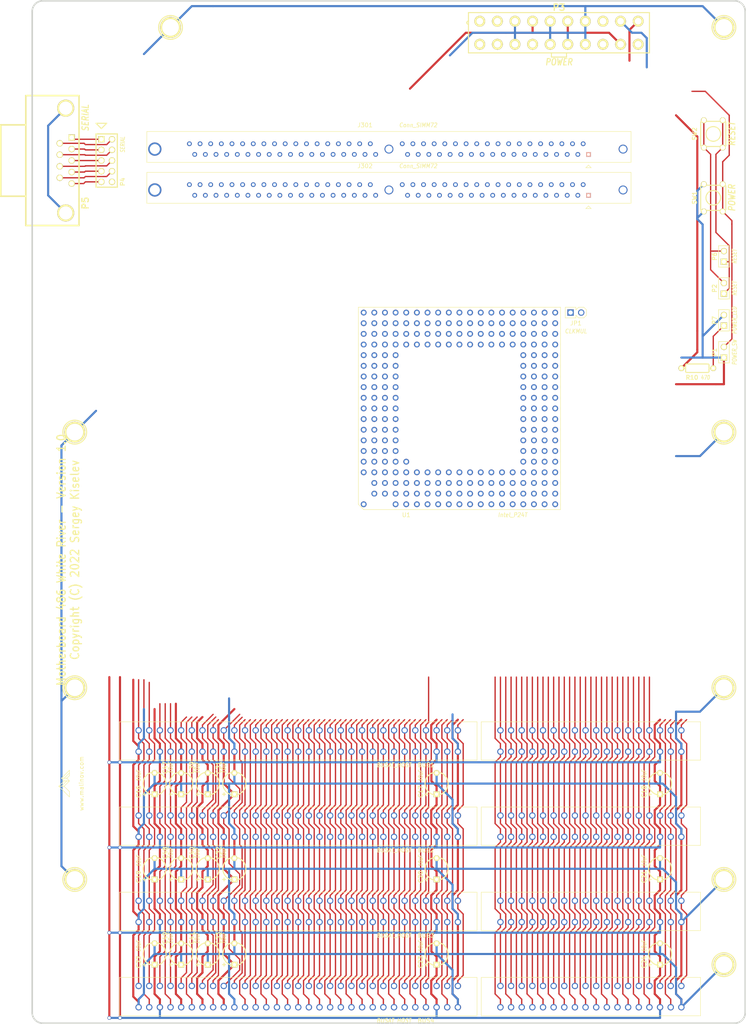
<source format=kicad_pcb>
(kicad_pcb (version 20171130) (host pcbnew "(5.1.8)-1")
  (title_block (date "18 mar 2013"))
  (layers (0 Front signal) (31 Back signal) (34 B.Paste user) (35 F.Paste user) (36 B.SilkS user) (37 F.SilkS user) (38 B.Mask user) (39 F.Mask user) (44 Edge.Cuts user))
  (net 0 "")
  (net 1 /-12V)
  (net 2 /-5V)
  (net 3 /-5V_ATX)
  (net 4 /12V)
  (net 5 /5VSB)
  (net 6 /DRQ5)
  (net 7 /~0WS)
  (net 8 /~PS_ON)
  (net 9 GND)
  (net 10 N-000040)
  (net 11 N-000041)
  (net 12 N-000042)
  (net 13 N-000044)
  (net 14 N-000045)
  (net 15 N-000046)
  (net 16 N-000047)
  (net 17 N-000048)
  (net 18 N-000049)
  (net 19 N-000050)
  (net 20 N-000082)
  (net 21 N-000162)
  (net 22 N-000165)
  (net 23 VCC)
  (net 24 RESET)
  (net 25 IRQ2)
  (net 26 -5V)
  (net 27 DRQ2)
  (net 28 -12V)
  (net 29 "Net-(BUS1-Pad8)")
  (net 30 +12V)
  (net 31 SMEMW#)
  (net 32 SMEMR#)
  (net 33 IOW#)
  (net 34 "#IOR")
  (net 35 DACK3#)
  (net 36 DRQ3)
  (net 37 DACK1#)
  (net 38 DRQ1)
  (net 39 REFRESH#)
  (net 40 ISA_CLK)
  (net 41 IRQ7)
  (net 42 IRQ6)
  (net 43 IRQ5)
  (net 44 IRQ4)
  (net 45 IRQ3)
  (net 46 DACK2#)
  (net 47 TC)
  (net 48 ALE)
  (net 49 OSC)
  (net 50 IOCHK#)
  (net 51 SD7)
  (net 52 SD6)
  (net 53 SD5)
  (net 54 SD4)
  (net 55 SD3)
  (net 56 SD2)
  (net 57 SD1)
  (net 58 SD0)
  (net 59 IORDY)
  (net 60 AEN)
  (net 61 SA19)
  (net 62 SA18)
  (net 63 SA17)
  (net 64 SA16)
  (net 65 SA15)
  (net 66 SA14)
  (net 67 SA13)
  (net 68 SA12)
  (net 69 SA11)
  (net 70 SA10)
  (net 71 SA9)
  (net 72 SA8)
  (net 73 SA7)
  (net 74 SA6)
  (net 75 SA5)
  (net 76 SA4)
  (net 77 SA3)
  (net 78 SA2)
  (net 79 SA1)
  (net 80 SA0)
  (net 81 MEMCS16#)
  (net 82 IOCS16#)
  (net 83 IRQ10)
  (net 84 IRQ11)
  (net 85 IRQ12)
  (net 86 IRQ15)
  (net 87 IRQ14)
  (net 88 DACK0#)
  (net 89 DRQ0)
  (net 90 DACK5#)
  (net 91 "Net-(BUS1-Pad73)")
  (net 92 DACK6#)
  (net 93 DRQ6)
  (net 94 DACK7#)
  (net 95 DRQ7)
  (net 96 MASTER)
  (net 97 SBHE)
  (net 98 LA23)
  (net 99 LA22)
  (net 100 LA21)
  (net 101 LA20)
  (net 102 LA19)
  (net 103 LA18)
  (net 104 LA17)
  (net 105 MEMR#)
  (net 106 MEMW#)
  (net 107 SD8)
  (net 108 SD9)
  (net 109 SD10)
  (net 110 SD11)
  (net 111 SD12)
  (net 112 SD13)
  (net 113 SD14)
  (net 114 SD15)
  (net 115 "Net-(BUS2-Pad73)")
  (net 116 "Net-(BUS2-Pad8)")
  (net 117 "Net-(BUS3-Pad8)")
  (net 118 "Net-(BUS3-Pad73)")
  (net 119 "Net-(BUS4-Pad73)")
  (net 120 "Net-(BUS4-Pad8)")
  (net 121 /Processor/CLKMUL)
  (net 122 BLEN#)
  (net 123 /Processor/CPU_VCC)
  (net 124 D20)
  (net 125 D22)
  (net 126 "Net-(U1-PadB4)")
  (net 127 D23)
  (net 128 DP3)
  (net 129 D24)
  (net 130 D29)
  (net 131 INV)
  (net 132 HITM#)
  (net 133 FERR#)
  (net 134 "Net-(U1-PadB15)")
  (net 135 IGNNE#)
  (net 136 INTR)
  (net 137 AHOLD)
  (net 138 D19)
  (net 139 D21)
  (net 140 D25)
  (net 141 D31)
  (net 142 SMI#)
  (net 143 CACHE#)
  (net 144 WB_WT#)
  (net 145 "Net-(U1-PadC15)")
  (net 146 NMI)
  (net 147 "Net-(U1-PadC17)")
  (net 148 EADS#)
  (net 149 D11)
  (net 150 D18)
  (net 151 CLK)
  (net 152 D27)
  (net 153 D26)
  (net 154 D28)
  (net 155 D30)
  (net 156 INIT)
  (net 157 "Net-(U1-PadD12)")
  (net 158 SMIACT#)
  (net 159 FLUSH#)
  (net 160 BS16#)
  (net 161 D9)
  (net 162 D13)
  (net 163 D17)
  (net 164 A20M#)
  (net 165 BS8#)
  (net 166 D10)
  (net 167 HOLD)
  (net 168 BOFF)
  (net 169 DP1)
  (net 170 D8)
  (net 171 D15)
  (net 172 KEN#)
  (net 173 RDY#)
  (net 174 BE3#)
  (net 175 D12)
  (net 176 STPCLK#)
  (net 177 D3)
  (net 178 DP2)
  (net 179 BRDY#)
  (net 180 D5)
  (net 181 D16)
  (net 182 BE2#)
  (net 183 BE1#)
  (net 184 PCD)
  (net 185 D14)
  (net 186 BE0#)
  (net 187 D6)
  (net 188 D7)
  (net 189 PWT)
  (net 190 D4)
  (net 191 D_C#)
  (net 192 EWBE#)
  (net 193 D2)
  (net 194 D1)
  (net 195 DP0)
  (net 196 LOCK#)
  (net 197 M_IO#)
  (net 198 W_R#)
  (net 199 D0)
  (net 200 A29)
  (net 201 A30)
  (net 202 HLDA)
  (net 203 A31)
  (net 204 A17)
  (net 205 A19)
  (net 206 A21)
  (net 207 A24)
  (net 208 A22)
  (net 209 A16)
  (net 210 A13)
  (net 211 A9)
  (net 212 A5)
  (net 213 A7)
  (net 214 A2)
  (net 215 BREQ)
  (net 216 PLOCK#)
  (net 217 PCHK#)
  (net 218 A28)
  (net 219 A25)
  (net 220 A18)
  (net 221 A15)
  (net 222 A11)
  (net 223 A8)
  (net 224 A3)
  (net 225 BLAST#)
  (net 226 A27)
  (net 227 A26)
  (net 228 A23)
  (net 229 "Net-(U1-PadT5)")
  (net 230 A14)
  (net 231 A12)
  (net 232 A10)
  (net 233 A6)
  (net 234 A4)
  (net 235 ADS#)
  (net 236 HIT#)
  (net 237 "Net-(J301-Pad2)")
  (net 238 "Net-(J301-Pad3)")
  (net 239 "Net-(J301-Pad4)")
  (net 240 "Net-(J301-Pad5)")
  (net 241 "Net-(J301-Pad6)")
  (net 242 "Net-(J301-Pad7)")
  (net 243 "Net-(J301-Pad8)")
  (net 244 "Net-(J301-Pad9)")
  (net 245 "Net-(J301-Pad11)")
  (net 246 "Net-(J301-Pad12)")
  (net 247 "Net-(J301-Pad13)")
  (net 248 "Net-(J301-Pad14)")
  (net 249 "Net-(J301-Pad15)")
  (net 250 "Net-(J301-Pad16)")
  (net 251 "Net-(J301-Pad17)")
  (net 252 "Net-(J301-Pad18)")
  (net 253 "Net-(J301-Pad19)")
  (net 254 "Net-(J301-Pad20)")
  (net 255 "Net-(J301-Pad21)")
  (net 256 "Net-(J301-Pad22)")
  (net 257 "Net-(J301-Pad23)")
  (net 258 "Net-(J301-Pad24)")
  (net 259 "Net-(J301-Pad25)")
  (net 260 "Net-(J301-Pad26)")
  (net 261 "Net-(J301-Pad27)")
  (net 262 "Net-(J301-Pad28)")
  (net 263 "Net-(J301-Pad29)")
  (net 264 "Net-(J301-Pad31)")
  (net 265 "Net-(J301-Pad32)")
  (net 266 "Net-(J301-Pad33)")
  (net 267 "Net-(J301-Pad34)")
  (net 268 "Net-(J301-Pad35)")
  (net 269 "Net-(J301-Pad36)")
  (net 270 "Net-(J301-Pad37)")
  (net 271 "Net-(J301-Pad38)")
  (net 272 "Net-(J301-Pad40)")
  (net 273 "Net-(J301-Pad41)")
  (net 274 "Net-(J301-Pad42)")
  (net 275 "Net-(J301-Pad43)")
  (net 276 "Net-(J301-Pad44)")
  (net 277 "Net-(J301-Pad45)")
  (net 278 "Net-(J301-Pad46)")
  (net 279 "Net-(J301-Pad47)")
  (net 280 "Net-(J301-Pad48)")
  (net 281 "Net-(J301-Pad49)")
  (net 282 "Net-(J301-Pad50)")
  (net 283 "Net-(J301-Pad51)")
  (net 284 "Net-(J301-Pad52)")
  (net 285 "Net-(J301-Pad53)")
  (net 286 "Net-(J301-Pad54)")
  (net 287 "Net-(J301-Pad55)")
  (net 288 "Net-(J301-Pad56)")
  (net 289 "Net-(J301-Pad57)")
  (net 290 "Net-(J301-Pad58)")
  (net 291 "Net-(J301-Pad60)")
  (net 292 "Net-(J301-Pad61)")
  (net 293 "Net-(J301-Pad62)")
  (net 294 "Net-(J301-Pad63)")
  (net 295 "Net-(J301-Pad64)")
  (net 296 "Net-(J301-Pad65)")
  (net 297 "Net-(J301-Pad66)")
  (net 298 "Net-(J301-Pad67)")
  (net 299 "Net-(J301-Pad68)")
  (net 300 "Net-(J301-Pad71)")
  (net 301 "Net-(J301-Pad69)")
  (net 302 "Net-(J301-Pad70)")
  (net 303 "Net-(J302-Pad70)")
  (net 304 "Net-(J302-Pad69)")
  (net 305 "Net-(J302-Pad71)")
  (net 306 "Net-(J302-Pad68)")
  (net 307 "Net-(J302-Pad67)")
  (net 308 "Net-(J302-Pad66)")
  (net 309 "Net-(J302-Pad65)")
  (net 310 "Net-(J302-Pad64)")
  (net 311 "Net-(J302-Pad63)")
  (net 312 "Net-(J302-Pad62)")
  (net 313 "Net-(J302-Pad61)")
  (net 314 "Net-(J302-Pad60)")
  (net 315 "Net-(J302-Pad58)")
  (net 316 "Net-(J302-Pad57)")
  (net 317 "Net-(J302-Pad56)")
  (net 318 "Net-(J302-Pad55)")
  (net 319 "Net-(J302-Pad54)")
  (net 320 "Net-(J302-Pad53)")
  (net 321 "Net-(J302-Pad52)")
  (net 322 "Net-(J302-Pad51)")
  (net 323 "Net-(J302-Pad50)")
  (net 324 "Net-(J302-Pad49)")
  (net 325 "Net-(J302-Pad48)")
  (net 326 "Net-(J302-Pad47)")
  (net 327 "Net-(J302-Pad46)")
  (net 328 "Net-(J302-Pad45)")
  (net 329 "Net-(J302-Pad44)")
  (net 330 "Net-(J302-Pad43)")
  (net 331 "Net-(J302-Pad42)")
  (net 332 "Net-(J302-Pad41)")
  (net 333 "Net-(J302-Pad40)")
  (net 334 "Net-(J302-Pad38)")
  (net 335 "Net-(J302-Pad37)")
  (net 336 "Net-(J302-Pad36)")
  (net 337 "Net-(J302-Pad35)")
  (net 338 "Net-(J302-Pad34)")
  (net 339 "Net-(J302-Pad33)")
  (net 340 "Net-(J302-Pad32)")
  (net 341 "Net-(J302-Pad31)")
  (net 342 "Net-(J302-Pad29)")
  (net 343 "Net-(J302-Pad28)")
  (net 344 "Net-(J302-Pad27)")
  (net 345 "Net-(J302-Pad26)")
  (net 346 "Net-(J302-Pad25)")
  (net 347 "Net-(J302-Pad24)")
  (net 348 "Net-(J302-Pad23)")
  (net 349 "Net-(J302-Pad22)")
  (net 350 "Net-(J302-Pad21)")
  (net 351 "Net-(J302-Pad20)")
  (net 352 "Net-(J302-Pad19)")
  (net 353 "Net-(J302-Pad18)")
  (net 354 "Net-(J302-Pad17)")
  (net 355 "Net-(J302-Pad16)")
  (net 356 "Net-(J302-Pad15)")
  (net 357 "Net-(J302-Pad14)")
  (net 358 "Net-(J302-Pad13)")
  (net 359 "Net-(J302-Pad12)")
  (net 360 "Net-(J302-Pad11)")
  (net 361 "Net-(J302-Pad9)")
  (net 362 "Net-(J302-Pad8)")
  (net 363 "Net-(J302-Pad7)")
  (net 364 "Net-(J302-Pad6)")
  (net 365 "Net-(J302-Pad5)")
  (net 366 "Net-(J302-Pad4)")
  (net 367 "Net-(J302-Pad3)")
  (net 368 "Net-(J302-Pad2)")
  (module DB9M (layer Front) (at 58.801 53.34 90)
    (fp_text reference P5 (at -10.16 4.699 90) (layer F.SilkS) (effects (font (size 1.524 1.524) (thickness 0.3048))))
    (fp_text value SERIAL (at 10.16 4.699 90) (layer F.SilkS) (effects (font (size 1.524 1.27) (thickness 0.254) italic)))
    (pad "" thru_hole circle (at 12.4968 0 90) (size 4.064 4.064) (drill 3.175) (layers *.Cu *.Mask F.SilkS) (net 9 GND))
    (pad "" thru_hole circle (at -12.4968 0 90) (size 4.064 4.064) (drill 3.175) (layers *.Cu *.Mask F.SilkS) (net 9 GND))
    (pad 1 thru_hole rect (at 5.4864 1.4224 90) (size 1.524 1.524) (drill 1.0414) (layers *.Cu *.Mask F.SilkS) (net 14 N-000045))
    (pad 2 thru_hole circle (at 2.7432 1.4224 90) (size 1.524 1.524) (drill 1.0414) (layers *.Cu *.Mask F.SilkS) (net 15 N-000046))
    (pad 3 thru_hole circle (at 0 1.4224 90) (size 1.524 1.524) (drill 1.0414) (layers *.Cu *.Mask F.SilkS) (net 16 N-000047))
    (pad 4 thru_hole circle (at -2.7432 1.4224 90) (size 1.524 1.524) (drill 1.0414) (layers *.Cu *.Mask F.SilkS) (net 17 N-000048))
    (pad 5 thru_hole circle (at -5.4864 1.4224 90) (size 1.524 1.524) (drill 1.0414) (layers *.Cu *.Mask F.SilkS) (net 21 N-000162))
    (pad 9 thru_hole circle (at -4.1148 -1.4224 90) (size 1.524 1.524) (drill 1.0414) (layers *.Cu *.Mask F.SilkS) (net 10 N-000040))
    (pad 8 thru_hole circle (at -1.3716 -1.4224 90) (size 1.524 1.524) (drill 1.0414) (layers *.Cu *.Mask F.SilkS) (net 19 N-000050))
    (pad 7 thru_hole circle (at 1.397 -1.4224 90) (size 1.524 1.524) (drill 1.0414) (layers *.Cu *.Mask F.SilkS) (net 13 N-000044))
    (pad 6 thru_hole circle (at 4.1148 -1.4224 90) (size 1.524 1.524) (drill 1.0414) (layers *.Cu *.Mask F.SilkS) (net 18 N-000049))
  )
  (module PIN_ARRAY_2X1 (layer Front) (at 215.9 83.82 90)
    (fp_text reference P2 (at 0 -2.2225 90) (layer F.SilkS) (effects (font (size 1.016 1.016) (thickness 0.2032))))
    (fp_text value RESET (at 0 2.54 90) (layer F.SilkS) (effects (font (size 1.016 0.762) (thickness 0.1524) italic)))
    (pad 1 thru_hole rect (at -1.27 0 90) (size 1.524 1.524) (drill 1.016) (layers *.Cu *.Mask F.SilkS) (net 11 N-000041))
    (pad 2 thru_hole circle (at 1.27 0 90) (size 1.524 1.524) (drill 1.016) (layers *.Cu *.Mask F.SilkS) (net 12 N-000042))
  )
  (module PIN_ARRAY_2X1 (layer Front) (at 215.9 99.06 90)
    (fp_text reference P1 (at 0 -2.2225 90) (layer F.SilkS) (effects (font (size 1.016 1.016) (thickness 0.2032))))
    (fp_text value POWER_SW (at 0 2.54 90) (layer F.SilkS) (effects (font (size 1.016 0.762) (thickness 0.1524) italic)))
    (pad 1 thru_hole rect (at -1.27 0 90) (size 1.524 1.524) (drill 1.016) (layers *.Cu *.Mask F.SilkS) (net 9 GND))
    (pad 2 thru_hole circle (at 1.27 0 90) (size 1.524 1.524) (drill 1.016) (layers *.Cu *.Mask F.SilkS) (net 20 N-000082))
  )
  (module Cap_Tant_504 (layer Front) (at 80.01 201.93 90)
    (fp_text reference C16 (at -1.905 -3.81 90) (layer F.SilkS) (effects (font (size 1.016 1.016) (thickness 0.2032))))
    (fp_text value 10uF (at 1.905 -3.81 90) (layer F.SilkS) (effects (font (size 1.016 0.762) (thickness 0.1524) italic)))
    (fp_text user + (at -2.54 -2.54 90) (layer F.SilkS) (effects (font (size 1.016 1.016) (thickness 0.2032))))
    (pad 1 thru_hole rect (at -2.54 0 90) (size 1.397 1.397) (drill 0.8128) (layers *.Cu *.Mask F.SilkS) (net 23 VCC))
    (pad 2 thru_hole circle (at 2.54 0 90) (size 1.397 1.397) (drill 0.8128) (layers *.Cu *.Mask F.SilkS) (net 9 GND))
  )
  (module Cap_Tant_504 (layer Front) (at 147.32 201.93 90)
    (fp_text reference C17 (at -1.905 -3.81 90) (layer F.SilkS) (effects (font (size 1.016 1.016) (thickness 0.2032))))
    (fp_text value 10uF (at 1.905 -3.81 90) (layer F.SilkS) (effects (font (size 1.016 0.762) (thickness 0.1524) italic)))
    (fp_text user + (at -2.54 -2.54 90) (layer F.SilkS) (effects (font (size 1.016 1.016) (thickness 0.2032))))
    (pad 1 thru_hole rect (at -2.54 0 90) (size 1.397 1.397) (drill 0.8128) (layers *.Cu *.Mask F.SilkS) (net 23 VCC))
    (pad 2 thru_hole circle (at 2.54 0 90) (size 1.397 1.397) (drill 0.8128) (layers *.Cu *.Mask F.SilkS) (net 9 GND))
  )
  (module Cap_Tant_504 (layer Front) (at 200.66 201.93 90)
    (fp_text reference C18 (at -1.905 -3.81 90) (layer F.SilkS) (effects (font (size 1.016 1.016) (thickness 0.2032))))
    (fp_text value 10uF (at 1.905 -3.81 90) (layer F.SilkS) (effects (font (size 1.016 0.762) (thickness 0.1524) italic)))
    (fp_text user + (at -2.54 -2.54 90) (layer F.SilkS) (effects (font (size 1.016 1.016) (thickness 0.2032))))
    (pad 1 thru_hole rect (at -2.54 0 90) (size 1.397 1.397) (drill 0.8128) (layers *.Cu *.Mask F.SilkS) (net 23 VCC))
    (pad 2 thru_hole circle (at 2.54 0 90) (size 1.397 1.397) (drill 0.8128) (layers *.Cu *.Mask F.SilkS) (net 9 GND))
  )
  (module Cap_Tant_504 (layer Front) (at 80.01 222.25 90)
    (fp_text reference C19 (at -1.905 -3.81 90) (layer F.SilkS) (effects (font (size 1.016 1.016) (thickness 0.2032))))
    (fp_text value 10uF (at 1.905 -3.81 90) (layer F.SilkS) (effects (font (size 1.016 0.762) (thickness 0.1524) italic)))
    (fp_text user + (at -2.54 -2.54 90) (layer F.SilkS) (effects (font (size 1.016 1.016) (thickness 0.2032))))
    (pad 1 thru_hole rect (at -2.54 0 90) (size 1.397 1.397) (drill 0.8128) (layers *.Cu *.Mask F.SilkS) (net 23 VCC))
    (pad 2 thru_hole circle (at 2.54 0 90) (size 1.397 1.397) (drill 0.8128) (layers *.Cu *.Mask F.SilkS) (net 9 GND))
  )
  (module Cap_Tant_504 (layer Front) (at 147.32 222.25 90)
    (fp_text reference C20 (at -1.905 -3.81 90) (layer F.SilkS) (effects (font (size 1.016 1.016) (thickness 0.2032))))
    (fp_text value 10uF (at 1.905 -3.81 90) (layer F.SilkS) (effects (font (size 1.016 0.762) (thickness 0.1524) italic)))
    (fp_text user + (at -2.54 -2.54 90) (layer F.SilkS) (effects (font (size 1.016 1.016) (thickness 0.2032))))
    (pad 1 thru_hole rect (at -2.54 0 90) (size 1.397 1.397) (drill 0.8128) (layers *.Cu *.Mask F.SilkS) (net 23 VCC))
    (pad 2 thru_hole circle (at 2.54 0 90) (size 1.397 1.397) (drill 0.8128) (layers *.Cu *.Mask F.SilkS) (net 9 GND))
  )
  (module Cap_Tant_504 (layer Front) (at 200.66 222.25 90)
    (fp_text reference C21 (at -1.905 -3.81 90) (layer F.SilkS) (effects (font (size 1.016 1.016) (thickness 0.2032))))
    (fp_text value 10uF (at 1.905 -3.81 90) (layer F.SilkS) (effects (font (size 1.016 0.762) (thickness 0.1524) italic)))
    (fp_text user + (at -2.54 -2.54 90) (layer F.SilkS) (effects (font (size 1.016 1.016) (thickness 0.2032))))
    (pad 1 thru_hole rect (at -2.54 0 90) (size 1.397 1.397) (drill 0.8128) (layers *.Cu *.Mask F.SilkS) (net 23 VCC))
    (pad 2 thru_hole circle (at 2.54 0 90) (size 1.397 1.397) (drill 0.8128) (layers *.Cu *.Mask F.SilkS) (net 9 GND))
  )
  (module Cap_Tant_504 (layer Front) (at 80.01 242.57 90)
    (fp_text reference C22 (at -1.905 -3.81 90) (layer F.SilkS) (effects (font (size 1.016 1.016) (thickness 0.2032))))
    (fp_text value 10uF (at 1.905 -3.81 90) (layer F.SilkS) (effects (font (size 1.016 0.762) (thickness 0.1524) italic)))
    (fp_text user + (at -2.54 -2.54 90) (layer F.SilkS) (effects (font (size 1.016 1.016) (thickness 0.2032))))
    (pad 1 thru_hole rect (at -2.54 0 90) (size 1.397 1.397) (drill 0.8128) (layers *.Cu *.Mask F.SilkS) (net 23 VCC))
    (pad 2 thru_hole circle (at 2.54 0 90) (size 1.397 1.397) (drill 0.8128) (layers *.Cu *.Mask F.SilkS) (net 9 GND))
  )
  (module Cap_Tant_504 (layer Front) (at 147.32 242.57 90)
    (fp_text reference C23 (at -1.905 -3.81 90) (layer F.SilkS) (effects (font (size 1.016 1.016) (thickness 0.2032))))
    (fp_text value 10uF (at 1.905 -3.81 90) (layer F.SilkS) (effects (font (size 1.016 0.762) (thickness 0.1524) italic)))
    (fp_text user + (at -2.54 -2.54 90) (layer F.SilkS) (effects (font (size 1.016 1.016) (thickness 0.2032))))
    (pad 1 thru_hole rect (at -2.54 0 90) (size 1.397 1.397) (drill 0.8128) (layers *.Cu *.Mask F.SilkS) (net 23 VCC))
    (pad 2 thru_hole circle (at 2.54 0 90) (size 1.397 1.397) (drill 0.8128) (layers *.Cu *.Mask F.SilkS) (net 9 GND))
  )
  (module Cap_Tant_504 (layer Front) (at 200.66 242.57 90)
    (fp_text reference C24 (at -1.905 -3.81 90) (layer F.SilkS) (effects (font (size 1.016 1.016) (thickness 0.2032))))
    (fp_text value 10uF (at 1.905 -3.81 90) (layer F.SilkS) (effects (font (size 1.016 0.762) (thickness 0.1524) italic)))
    (fp_text user + (at -2.54 -2.54 90) (layer F.SilkS) (effects (font (size 1.016 1.016) (thickness 0.2032))))
    (pad 1 thru_hole rect (at -2.54 0 90) (size 1.397 1.397) (drill 0.8128) (layers *.Cu *.Mask F.SilkS) (net 23 VCC))
    (pad 2 thru_hole circle (at 2.54 0 90) (size 1.397 1.397) (drill 0.8128) (layers *.Cu *.Mask F.SilkS) (net 9 GND))
  )
  (module Cap_Tant_504 (layer Front) (at 99.06 201.93 90)
    (fp_text reference C31 (at 3.81 -3.81 90) (layer F.SilkS) (effects (font (size 1.016 1.016) (thickness 0.2032))))
    (fp_text value 10uF (at 3.81 -2.54 90) (layer F.SilkS) (effects (font (size 1.016 0.762) (thickness 0.1524) italic)))
    (fp_text user + (at -2.54 -2.54 90) (layer F.SilkS) (effects (font (size 1.016 1.016) (thickness 0.2032))))
    (pad 1 thru_hole rect (at -2.54 0 90) (size 1.397 1.397) (drill 0.8128) (layers *.Cu *.Mask F.SilkS) (net 4 /12V))
    (pad 2 thru_hole circle (at 2.54 0 90) (size 1.397 1.397) (drill 0.8128) (layers *.Cu *.Mask F.SilkS) (net 9 GND))
  )
  (module Cap_Tant_504 (layer Front) (at 99.06 222.25 90)
    (fp_text reference C32 (at 3.81 -3.81 90) (layer F.SilkS) (effects (font (size 1.016 1.016) (thickness 0.2032))))
    (fp_text value 10uF (at 3.81 -2.54 90) (layer F.SilkS) (effects (font (size 1.016 0.762) (thickness 0.1524) italic)))
    (fp_text user + (at -2.54 -2.54 90) (layer F.SilkS) (effects (font (size 1.016 1.016) (thickness 0.2032))))
    (pad 1 thru_hole rect (at -2.54 0 90) (size 1.397 1.397) (drill 0.8128) (layers *.Cu *.Mask F.SilkS) (net 4 /12V))
    (pad 2 thru_hole circle (at 2.54 0 90) (size 1.397 1.397) (drill 0.8128) (layers *.Cu *.Mask F.SilkS) (net 9 GND))
  )
  (module Cap_Tant_504 (layer Front) (at 99.06 242.57 90)
    (fp_text reference C33 (at 3.81 -3.81 90) (layer F.SilkS) (effects (font (size 1.016 1.016) (thickness 0.2032))))
    (fp_text value 10uF (at 3.81 -2.54 90) (layer F.SilkS) (effects (font (size 1.016 0.762) (thickness 0.1524) italic)))
    (fp_text user + (at -2.54 -2.54 90) (layer F.SilkS) (effects (font (size 1.016 1.016) (thickness 0.2032))))
    (pad 1 thru_hole rect (at -2.54 0 90) (size 1.397 1.397) (drill 0.8128) (layers *.Cu *.Mask F.SilkS) (net 4 /12V))
    (pad 2 thru_hole circle (at 2.54 0 90) (size 1.397 1.397) (drill 0.8128) (layers *.Cu *.Mask F.SilkS) (net 9 GND))
  )
  (module Cap_Tant_504 (layer Front) (at 92.71 201.93 90)
    (fp_text reference C39 (at 3.81 -3.81 90) (layer F.SilkS) (effects (font (size 1.016 1.016) (thickness 0.2032))))
    (fp_text value 10uF (at 3.81 -2.54 90) (layer F.SilkS) (effects (font (size 1.016 0.762) (thickness 0.1524) italic)))
    (fp_text user + (at -2.54 -2.54 90) (layer F.SilkS) (effects (font (size 1.016 1.016) (thickness 0.2032))))
    (pad 1 thru_hole rect (at -2.54 0 90) (size 1.397 1.397) (drill 0.8128) (layers *.Cu *.Mask F.SilkS) (net 9 GND))
    (pad 2 thru_hole circle (at 2.54 0 90) (size 1.397 1.397) (drill 0.8128) (layers *.Cu *.Mask F.SilkS) (net 1 /-12V))
  )
  (module Cap_Tant_504 (layer Front) (at 92.71 222.25 90)
    (fp_text reference C40 (at 3.81 -3.81 90) (layer F.SilkS) (effects (font (size 1.016 1.016) (thickness 0.2032))))
    (fp_text value 10uF (at 3.81 -2.54 90) (layer F.SilkS) (effects (font (size 1.016 0.762) (thickness 0.1524) italic)))
    (fp_text user + (at -2.54 -2.54 90) (layer F.SilkS) (effects (font (size 1.016 1.016) (thickness 0.2032))))
    (pad 1 thru_hole rect (at -2.54 0 90) (size 1.397 1.397) (drill 0.8128) (layers *.Cu *.Mask F.SilkS) (net 9 GND))
    (pad 2 thru_hole circle (at 2.54 0 90) (size 1.397 1.397) (drill 0.8128) (layers *.Cu *.Mask F.SilkS) (net 1 /-12V))
  )
  (module Cap_Tant_504 (layer Front) (at 92.71 242.57 90)
    (fp_text reference C41 (at 3.81 -3.81 90) (layer F.SilkS) (effects (font (size 1.016 1.016) (thickness 0.2032))))
    (fp_text value 10uF (at 3.81 -2.54 90) (layer F.SilkS) (effects (font (size 1.016 0.762) (thickness 0.1524) italic)))
    (fp_text user + (at -2.54 -2.54 90) (layer F.SilkS) (effects (font (size 1.016 1.016) (thickness 0.2032))))
    (pad 1 thru_hole rect (at -2.54 0 90) (size 1.397 1.397) (drill 0.8128) (layers *.Cu *.Mask F.SilkS) (net 9 GND))
    (pad 2 thru_hole circle (at 2.54 0 90) (size 1.397 1.397) (drill 0.8128) (layers *.Cu *.Mask F.SilkS) (net 1 /-12V))
  )
  (module Cap_Tant_504 (layer Front) (at 86.36 201.93 90)
    (fp_text reference C47 (at 3.81 -3.81 90) (layer F.SilkS) (effects (font (size 1.016 1.016) (thickness 0.2032))))
    (fp_text value 10uF (at 3.81 -2.54 90) (layer F.SilkS) (effects (font (size 1.016 0.762) (thickness 0.1524) italic)))
    (fp_text user + (at -2.54 -2.54 90) (layer F.SilkS) (effects (font (size 1.016 1.016) (thickness 0.2032))))
    (pad 1 thru_hole rect (at -2.54 0 90) (size 1.397 1.397) (drill 0.8128) (layers *.Cu *.Mask F.SilkS) (net 9 GND))
    (pad 2 thru_hole circle (at 2.54 0 90) (size 1.397 1.397) (drill 0.8128) (layers *.Cu *.Mask F.SilkS) (net 2 /-5V))
  )
  (module Cap_Tant_504 (layer Front) (at 86.36 222.25 90)
    (fp_text reference C48 (at 3.81 -3.81 90) (layer F.SilkS) (effects (font (size 1.016 1.016) (thickness 0.2032))))
    (fp_text value 10uF (at 3.81 -2.54 90) (layer F.SilkS) (effects (font (size 1.016 0.762) (thickness 0.1524) italic)))
    (fp_text user + (at -2.54 -2.54 90) (layer F.SilkS) (effects (font (size 1.016 1.016) (thickness 0.2032))))
    (pad 1 thru_hole rect (at -2.54 0 90) (size 1.397 1.397) (drill 0.8128) (layers *.Cu *.Mask F.SilkS) (net 9 GND))
    (pad 2 thru_hole circle (at 2.54 0 90) (size 1.397 1.397) (drill 0.8128) (layers *.Cu *.Mask F.SilkS) (net 2 /-5V))
  )
  (module Cap_Tant_504 (layer Front) (at 86.36 242.57 90)
    (fp_text reference C49 (at 3.81 -3.81 90) (layer F.SilkS) (effects (font (size 1.016 1.016) (thickness 0.2032))))
    (fp_text value 10uF (at 3.81 -2.54 90) (layer F.SilkS) (effects (font (size 1.016 0.762) (thickness 0.1524) italic)))
    (fp_text user + (at -2.54 -2.54 90) (layer F.SilkS) (effects (font (size 1.016 1.016) (thickness 0.2032))))
    (pad 1 thru_hole rect (at -2.54 0 90) (size 1.397 1.397) (drill 0.8128) (layers *.Cu *.Mask F.SilkS) (net 9 GND))
    (pad 2 thru_hole circle (at 2.54 0 90) (size 1.397 1.397) (drill 0.8128) (layers *.Cu *.Mask F.SilkS) (net 2 /-5V))
  )
  (module PIN_ARRAY_5x2 (layer Front) (at 68.58 53.34 270)
    (fp_text reference P4 (at 5.08 -3.81 270) (layer F.SilkS) (effects (font (size 1.016 1.016) (thickness 0.2032))))
    (fp_text value SERIAL (at -3.81 -3.81 270) (layer F.SilkS) (effects (font (size 1.016 0.762) (thickness 0.1524) italic)))
    (pad 1 thru_hole rect (at -5.08 1.27 270) (size 1.524 1.524) (drill 1.016) (layers *.Cu *.Mask F.SilkS) (net 14 N-000045))
    (pad 2 thru_hole circle (at -5.08 -1.27 270) (size 1.524 1.524) (drill 1.016) (layers *.Cu *.Mask F.SilkS) (net 18 N-000049))
    (pad 3 thru_hole circle (at -2.54 1.27 270) (size 1.524 1.524) (drill 1.016) (layers *.Cu *.Mask F.SilkS) (net 15 N-000046))
    (pad 4 thru_hole circle (at -2.54 -1.27 270) (size 1.524 1.524) (drill 1.016) (layers *.Cu *.Mask F.SilkS) (net 13 N-000044))
    (pad 5 thru_hole circle (at 0 1.27 270) (size 1.524 1.524) (drill 1.016) (layers *.Cu *.Mask F.SilkS) (net 16 N-000047))
    (pad 6 thru_hole circle (at 0 -1.27 270) (size 1.524 1.524) (drill 1.016) (layers *.Cu *.Mask F.SilkS) (net 19 N-000050))
    (pad 7 thru_hole circle (at 2.54 1.27 270) (size 1.524 1.524) (drill 1.016) (layers *.Cu *.Mask F.SilkS) (net 17 N-000048))
    (pad 8 thru_hole circle (at 2.54 -1.27 270) (size 1.524 1.524) (drill 1.016) (layers *.Cu *.Mask F.SilkS) (net 10 N-000040))
    (pad 9 thru_hole circle (at 5.08 1.27 270) (size 1.524 1.524) (drill 1.016) (layers *.Cu *.Mask F.SilkS) (net 21 N-000162))
    (pad 10 thru_hole circle (at 5.08 -1.27 270) (size 1.524 1.524) (drill 1.016) (layers *.Cu *.Mask F.SilkS))
  )
  (module PIN_ARRAY_2X1 (layer Front) (at 215.9 76.2 90)
    (fp_text reference P6 (at 0 -2.2225 90) (layer F.SilkS) (effects (font (size 1.016 1.016) (thickness 0.2032))))
    (fp_text value RESET (at 0 2.54 90) (layer F.SilkS) (effects (font (size 1.016 0.762) (thickness 0.1524) italic)))
    (pad 1 thru_hole rect (at -1.27 0 90) (size 1.524 1.524) (drill 1.016) (layers *.Cu *.Mask F.SilkS) (net 11 N-000041))
    (pad 2 thru_hole circle (at 1.27 0 90) (size 1.524 1.524) (drill 1.016) (layers *.Cu *.Mask F.SilkS) (net 12 N-000042))
  )
  (module Res_762 (layer Front) (at 209.55 102.87)
    (fp_text reference R10 (at -1.27 2.2225) (layer F.SilkS) (effects (font (size 1.016 1.016) (thickness 0.2032))))
    (fp_text value 470 (at 1.905 2.2225) (layer F.SilkS) (effects (font (size 1.016 0.762) (thickness 0.1524) italic)))
    (pad 1 thru_hole circle (at -3.81 0) (size 1.397 1.397) (drill 0.8128) (layers *.Cu *.Mask F.SilkS) (net 23 VCC))
    (pad 2 thru_hole circle (at 3.81 0) (size 1.397 1.397) (drill 0.8128) (layers *.Cu *.Mask F.SilkS) (net 22 N-000165))
  )
  (module PIN_ARRAY_2X1 (layer Front) (at 215.9 91.44 90)
    (fp_text reference P7 (at 0 -2.2225 90) (layer F.SilkS) (effects (font (size 1.016 1.016) (thickness 0.2032))))
    (fp_text value POWER_LED (at 0 2.54 90) (layer F.SilkS) (effects (font (size 1.016 0.762) (thickness 0.1524) italic)))
    (pad 1 thru_hole rect (at -1.27 0 90) (size 1.524 1.524) (drill 1.016) (layers *.Cu *.Mask F.SilkS) (net 22 N-000165))
    (pad 2 thru_hole circle (at 1.27 0 90) (size 1.524 1.524) (drill 1.016) (layers *.Cu *.Mask F.SilkS) (net 9 GND))
  )
  (module Hole_4mm (layer Front) (at 60.96 224.79 90)
    (fp_text reference HOLE1 hide)
    (fp_text value CONN_1 hide)
    (pad 1 thru_hole circle (at 0 0 90) (size 5.00126 5.00126) (drill 4.0005) (layers *.Cu *.Mask F.SilkS) (net 9 GND))
  )
  (module Hole_4mm (layer Front) (at 60.96 179.07 90)
    (fp_text reference HOLE2 hide)
    (fp_text value CONN_1 hide)
    (pad 1 thru_hole circle (at 0 0 90) (size 5.00126 5.00126) (drill 4.0005) (layers *.Cu *.Mask F.SilkS) (net 9 GND))
  )
  (module Hole_4mm (layer Front) (at 83.82 21.59 90)
    (fp_text reference HOLE3 hide)
    (fp_text value CONN_1 hide)
    (pad 1 thru_hole circle (at 0 0 90) (size 5.00126 5.00126) (drill 4.0005) (layers *.Cu *.Mask F.SilkS) (net 9 GND))
  )
  (module Hole_4mm (layer Front) (at 215.9 245.11 90)
    (fp_text reference HOLE4 hide)
    (fp_text value CONN_1 hide)
    (pad 1 thru_hole circle (at 0 0 90) (size 5.00126 5.00126) (drill 4.0005) (layers *.Cu *.Mask F.SilkS) (net 9 GND))
  )
  (module Hole_4mm (layer Front) (at 215.9 224.79 90)
    (fp_text reference HOLE5 hide)
    (fp_text value CONN_1 hide)
    (pad 1 thru_hole circle (at 0 0 90) (size 5.00126 5.00126) (drill 4.0005) (layers *.Cu *.Mask F.SilkS) (net 9 GND))
  )
  (module Hole_4mm (layer Front) (at 215.9 179.07 90)
    (fp_text reference HOLE6 hide)
    (fp_text value CONN_1 hide)
    (pad 1 thru_hole circle (at 0 0 90) (size 5.00126 5.00126) (drill 4.0005) (layers *.Cu *.Mask F.SilkS) (net 9 GND))
  )
  (module Hole_4mm (layer Front) (at 215.9 21.59 90)
    (fp_text reference HOLE7 hide)
    (fp_text value CONN_1 hide)
    (pad 1 thru_hole circle (at 0 0 90) (size 5.00126 5.00126) (drill 4.0005) (layers *.Cu *.Mask F.SilkS) (net 9 GND))
  )
  (module Hole_4mm (layer Front) (at 60.96 118.11)
    (fp_text reference HOLE8 hide)
    (fp_text value CONN_1 hide)
    (pad 1 thru_hole circle (at 0 0) (size 5.00126 5.00126) (drill 4.0005) (layers *.Cu *.Mask F.SilkS) (net 9 GND))
  )
  (module Hole_4mm (layer Front) (at 215.9 118.11)
    (fp_text reference HOLE9 hide)
    (fp_text value CONN_1 hide)
    (pad 1 thru_hole circle (at 0 0) (size 5.00126 5.00126) (drill 4.0005) (layers *.Cu *.Mask F.SilkS) (net 9 GND))
  )
  (module SW_Tact_6mm (layer Front) (at 213.36 62.23 90)
    (fp_text reference SW1 (at 0 -4.445 90) (layer F.SilkS) (effects (font (size 1.016 1.016) (thickness 0.2032))))
    (fp_text value POWER (at 0 4.445 90) (layer F.SilkS) (effects (font (size 1.524 1.27) (thickness 0.254) italic)))
    (pad 1 thru_hole circle (at 3.2512 -2.25044 90) (size 1.39954 1.39954) (drill 1.00076) (layers *.Cu *.Mask F.SilkS) (net 9 GND))
    (pad 2 thru_hole circle (at 3.2512 2.25044 90) (size 1.39954 1.39954) (drill 1.00076) (layers *.Cu *.Mask F.SilkS) (net 20 N-000082))
    (pad 1 thru_hole circle (at -3.2512 -2.25044 90) (size 1.39954 1.39954) (drill 1.00076) (layers *.Cu *.Mask F.SilkS) (net 9 GND))
    (pad 2 thru_hole circle (at -3.2512 2.25044 90) (size 1.39954 1.39954) (drill 1.00076) (layers *.Cu *.Mask F.SilkS) (net 20 N-000082))
  )
  (module SW_Tact_6mm (layer Front) (at 213.36 46.99 90)
    (fp_text reference SW2 (at 0 -4.445 90) (layer F.SilkS) (effects (font (size 1.016 1.016) (thickness 0.2032))))
    (fp_text value RESET (at 0 4.445 90) (layer F.SilkS) (effects (font (size 1.524 1.27) (thickness 0.254) italic)))
    (pad 1 thru_hole circle (at 3.2512 -2.25044 90) (size 1.39954 1.39954) (drill 1.00076) (layers *.Cu *.Mask F.SilkS) (net 12 N-000042))
    (pad 2 thru_hole circle (at 3.2512 2.25044 90) (size 1.39954 1.39954) (drill 1.00076) (layers *.Cu *.Mask F.SilkS) (net 11 N-000041))
    (pad 1 thru_hole circle (at -3.2512 -2.25044 90) (size 1.39954 1.39954) (drill 1.00076) (layers *.Cu *.Mask F.SilkS) (net 12 N-000042))
    (pad 2 thru_hole circle (at -3.2512 2.25044 90) (size 1.39954 1.39954) (drill 1.00076) (layers *.Cu *.Mask F.SilkS) (net 11 N-000041))
  )
  (module Conn_Power_ATX_20pin (layer Front) (at 176.53 22.86 180)
    (fp_text reference P3 (at 0 6.0325 180) (layer F.SilkS) (effects (font (size 1.524 1.524) (thickness 0.3048))))
    (fp_text value POWER (at 0 -6.985 180) (layer F.SilkS) (effects (font (size 1.524 1.27) (thickness 0.254) italic)))
    (pad 5 thru_hole circle (at 2.10058 2.75082 180) (size 2.60096 2.60096) (drill 1.6002) (layers *.Cu *.Mask F.SilkS) (net 9 GND))
    (pad 6 thru_hole circle (at -2.10058 2.75082 180) (size 2.60096 2.60096) (drill 1.6002) (layers *.Cu *.Mask F.SilkS) (net 23 VCC))
    (pad 7 thru_hole circle (at -6.2992 2.75082 180) (size 2.60096 2.60096) (drill 1.6002) (layers *.Cu *.Mask F.SilkS) (net 9 GND))
    (pad 8 thru_hole circle (at -10.50036 2.75082 180) (size 2.60096 2.60096) (drill 1.6002) (layers *.Cu *.Mask F.SilkS))
    (pad 9 thru_hole circle (at -14.69898 2.75082 180) (size 2.60096 2.60096) (drill 1.6002) (layers *.Cu *.Mask F.SilkS) (net 5 /5VSB))
    (pad 10 thru_hole circle (at -18.90014 2.75082 180) (size 2.60096 2.60096) (drill 1.6002) (layers *.Cu *.Mask F.SilkS) (net 4 /12V))
    (pad 11 thru_hole circle (at 18.90014 -2.75082 180) (size 2.60096 2.60096) (drill 1.6002) (layers *.Cu *.Mask F.SilkS))
    (pad 12 thru_hole circle (at 14.69898 -2.75082 180) (size 2.60096 2.60096) (drill 1.6002) (layers *.Cu *.Mask F.SilkS) (net 1 /-12V))
    (pad 13 thru_hole circle (at 10.50036 -2.75082 180) (size 2.60096 2.60096) (drill 1.6002) (layers *.Cu *.Mask F.SilkS) (net 9 GND))
    (pad 14 thru_hole circle (at 6.2992 -2.75082 180) (size 2.60096 2.60096) (drill 1.6002) (layers *.Cu *.Mask F.SilkS) (net 8 /~PS_ON))
    (pad 15 thru_hole circle (at 2.10058 -2.75082 180) (size 2.60096 2.60096) (drill 1.6002) (layers *.Cu *.Mask F.SilkS) (net 9 GND))
    (pad 16 thru_hole circle (at -2.10058 -2.75082 180) (size 2.60096 2.60096) (drill 1.6002) (layers *.Cu *.Mask F.SilkS) (net 9 GND))
    (pad 17 thru_hole circle (at -6.2992 -2.75082 180) (size 2.60096 2.60096) (drill 1.6002) (layers *.Cu *.Mask F.SilkS) (net 9 GND))
    (pad 18 thru_hole circle (at -10.50036 -2.75082 180) (size 2.60096 2.60096) (drill 1.6002) (layers *.Cu *.Mask F.SilkS) (net 3 /-5V_ATX))
    (pad 19 thru_hole circle (at -14.69898 -2.75082 180) (size 2.60096 2.60096) (drill 1.6002) (layers *.Cu *.Mask F.SilkS) (net 23 VCC))
    (pad 20 thru_hole circle (at -18.90014 -2.75082 180) (size 2.60096 2.60096) (drill 1.6002) (layers *.Cu *.Mask F.SilkS) (net 23 VCC))
    (pad 4 thru_hole circle (at 6.2992 2.75082 180) (size 2.60096 2.60096) (drill 1.6002) (layers *.Cu *.Mask F.SilkS) (net 23 VCC))
    (pad 3 thru_hole circle (at 10.50036 2.75082 180) (size 2.60096 2.60096) (drill 1.6002) (layers *.Cu *.Mask F.SilkS) (net 9 GND))
    (pad 2 thru_hole circle (at 14.69898 2.75082 180) (size 2.60096 2.60096) (drill 1.6002) (layers *.Cu *.Mask F.SilkS))
    (pad 1 thru_hole circle (at 18.90014 2.75082 180) (size 2.60096 2.60096) (drill 1.6002) (layers *.Cu *.Mask F.SilkS))
  )
  (module My_Components:Conn_Edge_ISA16 (layer Front) (at 140.97 191.77 180)
    (fp_text reference BUS1 (at -3.81 -5.715) (layer F.SilkS))
    (fp_text value BUSAT_HOST (at 3.81 -5.715) (layer F.SilkS) (effects (font (size 1 0.9) (thickness 0.15) italic)))
    (pad 1 thru_hole circle (at 64.77 -2.54) (size 1.524 1.524) (drill 1.016) (layers *.Cu *.Mask) (net 9 GND))
    (pad 2 thru_hole circle (at 62.23 -2.54) (size 1.524 1.524) (drill 1.016) (layers *.Cu *.Mask) (net 24 RESET))
    (pad 3 thru_hole circle (at 59.69 -2.54) (size 1.524 1.524) (drill 1.016) (layers *.Cu *.Mask) (net 23 VCC))
    (pad 4 thru_hole circle (at 57.15 -2.54) (size 1.524 1.524) (drill 1.016) (layers *.Cu *.Mask) (net 25 IRQ2))
    (pad 5 thru_hole circle (at 54.61 -2.54) (size 1.524 1.524) (drill 1.016) (layers *.Cu *.Mask) (net 26 -5V))
    (pad 6 thru_hole circle (at 52.07 -2.54) (size 1.524 1.524) (drill 1.016) (layers *.Cu *.Mask) (net 27 DRQ2))
    (pad 7 thru_hole circle (at 49.53 -2.54) (size 1.524 1.524) (drill 1.016) (layers *.Cu *.Mask) (net 28 -12V))
    (pad 8 thru_hole circle (at 46.99 -2.54) (size 1.524 1.524) (drill 1.016) (layers *.Cu *.Mask) (net 29 "Net-(BUS1-Pad8)"))
    (pad 9 thru_hole circle (at 44.45 -2.54) (size 1.524 1.524) (drill 1.016) (layers *.Cu *.Mask) (net 30 +12V))
    (pad 10 thru_hole circle (at 41.91 -2.54) (size 1.524 1.524) (drill 1.016) (layers *.Cu *.Mask) (net 9 GND))
    (pad 11 thru_hole circle (at 39.37 -2.54) (size 1.524 1.524) (drill 1.016) (layers *.Cu *.Mask) (net 31 SMEMW#))
    (pad 12 thru_hole circle (at 36.83 -2.54) (size 1.524 1.524) (drill 1.016) (layers *.Cu *.Mask) (net 32 SMEMR#))
    (pad 13 thru_hole circle (at 34.29 -2.54) (size 1.524 1.524) (drill 1.016) (layers *.Cu *.Mask) (net 33 IOW#))
    (pad 14 thru_hole circle (at 31.75 -2.54) (size 1.524 1.524) (drill 1.016) (layers *.Cu *.Mask) (net 34 "#IOR"))
    (pad 15 thru_hole circle (at 29.21 -2.54) (size 1.524 1.524) (drill 1.016) (layers *.Cu *.Mask) (net 35 DACK3#))
    (pad 16 thru_hole circle (at 26.67 -2.54) (size 1.524 1.524) (drill 1.016) (layers *.Cu *.Mask) (net 36 DRQ3))
    (pad 17 thru_hole circle (at 24.13 -2.54) (size 1.524 1.524) (drill 1.016) (layers *.Cu *.Mask) (net 37 DACK1#))
    (pad 18 thru_hole circle (at 21.59 -2.54) (size 1.524 1.524) (drill 1.016) (layers *.Cu *.Mask) (net 38 DRQ1))
    (pad 19 thru_hole circle (at 19.05 -2.54) (size 1.524 1.524) (drill 1.016) (layers *.Cu *.Mask) (net 39 REFRESH#))
    (pad 20 thru_hole circle (at 16.51 -2.54) (size 1.524 1.524) (drill 1.016) (layers *.Cu *.Mask) (net 40 ISA_CLK))
    (pad 21 thru_hole circle (at 13.97 -2.54) (size 1.524 1.524) (drill 1.016) (layers *.Cu *.Mask) (net 41 IRQ7))
    (pad 22 thru_hole circle (at 11.43 -2.54) (size 1.524 1.524) (drill 1.016) (layers *.Cu *.Mask) (net 42 IRQ6))
    (pad 23 thru_hole circle (at 8.89 -2.54) (size 1.524 1.524) (drill 1.016) (layers *.Cu *.Mask) (net 43 IRQ5))
    (pad 24 thru_hole circle (at 6.35 -2.54) (size 1.524 1.524) (drill 1.016) (layers *.Cu *.Mask) (net 44 IRQ4))
    (pad 25 thru_hole circle (at 3.81 -2.54) (size 1.524 1.524) (drill 1.016) (layers *.Cu *.Mask) (net 45 IRQ3))
    (pad 26 thru_hole circle (at 1.27 -2.54) (size 1.524 1.524) (drill 1.016) (layers *.Cu *.Mask) (net 46 DACK2#))
    (pad 27 thru_hole circle (at -1.27 -2.54) (size 1.524 1.524) (drill 1.016) (layers *.Cu *.Mask) (net 47 TC))
    (pad 28 thru_hole circle (at -3.81 -2.54) (size 1.524 1.524) (drill 1.016) (layers *.Cu *.Mask) (net 48 ALE))
    (pad 29 thru_hole circle (at -6.35 -2.54) (size 1.524 1.524) (drill 1.016) (layers *.Cu *.Mask) (net 23 VCC))
    (pad 30 thru_hole circle (at -8.89 -2.54) (size 1.524 1.524) (drill 1.016) (layers *.Cu *.Mask) (net 49 OSC))
    (pad 31 thru_hole circle (at -11.43 -2.54) (size 1.524 1.524) (drill 1.016) (layers *.Cu *.Mask) (net 9 GND))
    (pad 32 thru_hole circle (at 64.77 2.54) (size 1.524 1.524) (drill 1.016) (layers *.Cu *.Mask) (net 50 IOCHK#))
    (pad 33 thru_hole circle (at 62.23 2.54) (size 1.524 1.524) (drill 1.016) (layers *.Cu *.Mask) (net 51 SD7))
    (pad 34 thru_hole circle (at 59.69 2.54) (size 1.524 1.524) (drill 1.016) (layers *.Cu *.Mask) (net 52 SD6))
    (pad 35 thru_hole circle (at 57.15 2.54) (size 1.524 1.524) (drill 1.016) (layers *.Cu *.Mask) (net 53 SD5))
    (pad 36 thru_hole circle (at 54.61 2.54) (size 1.524 1.524) (drill 1.016) (layers *.Cu *.Mask) (net 54 SD4))
    (pad 37 thru_hole circle (at 52.07 2.54) (size 1.524 1.524) (drill 1.016) (layers *.Cu *.Mask) (net 55 SD3))
    (pad 38 thru_hole circle (at 49.53 2.54) (size 1.524 1.524) (drill 1.016) (layers *.Cu *.Mask) (net 56 SD2))
    (pad 39 thru_hole circle (at 46.99 2.54) (size 1.524 1.524) (drill 1.016) (layers *.Cu *.Mask) (net 57 SD1))
    (pad 40 thru_hole circle (at 44.45 2.54) (size 1.524 1.524) (drill 1.016) (layers *.Cu *.Mask) (net 58 SD0))
    (pad 41 thru_hole circle (at 41.91 2.54) (size 1.524 1.524) (drill 1.016) (layers *.Cu *.Mask) (net 59 IORDY))
    (pad 42 thru_hole circle (at 39.37 2.54) (size 1.524 1.524) (drill 1.016) (layers *.Cu *.Mask) (net 60 AEN))
    (pad 43 thru_hole circle (at 36.83 2.54) (size 1.524 1.524) (drill 1.016) (layers *.Cu *.Mask) (net 61 SA19))
    (pad 44 thru_hole circle (at 34.29 2.54) (size 1.524 1.524) (drill 1.016) (layers *.Cu *.Mask) (net 62 SA18))
    (pad 45 thru_hole circle (at 31.75 2.54) (size 1.524 1.524) (drill 1.016) (layers *.Cu *.Mask) (net 63 SA17))
    (pad 46 thru_hole circle (at 29.21 2.54) (size 1.524 1.524) (drill 1.016) (layers *.Cu *.Mask) (net 64 SA16))
    (pad 47 thru_hole circle (at 26.67 2.54) (size 1.524 1.524) (drill 1.016) (layers *.Cu *.Mask) (net 65 SA15))
    (pad 48 thru_hole circle (at 24.13 2.54) (size 1.524 1.524) (drill 1.016) (layers *.Cu *.Mask) (net 66 SA14))
    (pad 49 thru_hole circle (at 21.59 2.54) (size 1.524 1.524) (drill 1.016) (layers *.Cu *.Mask) (net 67 SA13))
    (pad 50 thru_hole circle (at 19.05 2.54) (size 1.524 1.524) (drill 1.016) (layers *.Cu *.Mask) (net 68 SA12))
    (pad 51 thru_hole circle (at 16.51 2.54) (size 1.524 1.524) (drill 1.016) (layers *.Cu *.Mask) (net 69 SA11))
    (pad 52 thru_hole circle (at 13.97 2.54) (size 1.524 1.524) (drill 1.016) (layers *.Cu *.Mask) (net 70 SA10))
    (pad 53 thru_hole circle (at 11.43 2.54) (size 1.524 1.524) (drill 1.016) (layers *.Cu *.Mask) (net 71 SA9))
    (pad 54 thru_hole circle (at 8.89 2.54) (size 1.524 1.524) (drill 1.016) (layers *.Cu *.Mask) (net 72 SA8))
    (pad 55 thru_hole circle (at 6.35 2.54) (size 1.524 1.524) (drill 1.016) (layers *.Cu *.Mask) (net 73 SA7))
    (pad 56 thru_hole circle (at 3.81 2.54) (size 1.524 1.524) (drill 1.016) (layers *.Cu *.Mask) (net 74 SA6))
    (pad 57 thru_hole circle (at 1.27 2.54) (size 1.524 1.524) (drill 1.016) (layers *.Cu *.Mask) (net 75 SA5))
    (pad 58 thru_hole circle (at -1.27 2.54) (size 1.524 1.524) (drill 1.016) (layers *.Cu *.Mask) (net 76 SA4))
    (pad 59 thru_hole circle (at -3.81 2.54) (size 1.524 1.524) (drill 1.016) (layers *.Cu *.Mask) (net 77 SA3))
    (pad 60 thru_hole circle (at -6.35 2.54) (size 1.524 1.524) (drill 1.016) (layers *.Cu *.Mask) (net 78 SA2))
    (pad 61 thru_hole circle (at -8.89 2.54) (size 1.524 1.524) (drill 1.016) (layers *.Cu *.Mask) (net 79 SA1))
    (pad 62 thru_hole circle (at -11.43 2.54) (size 1.524 1.524) (drill 1.016) (layers *.Cu *.Mask) (net 80 SA0))
    (pad 63 thru_hole circle (at -21.59 -2.54) (size 1.524 1.524) (drill 1.016) (layers *.Cu *.Mask) (net 81 MEMCS16#))
    (pad 64 thru_hole circle (at -24.13 -2.54) (size 1.524 1.524) (drill 1.016) (layers *.Cu *.Mask) (net 82 IOCS16#))
    (pad 65 thru_hole circle (at -26.67 -2.54) (size 1.524 1.524) (drill 1.016) (layers *.Cu *.Mask) (net 83 IRQ10))
    (pad 66 thru_hole circle (at -29.21 -2.54) (size 1.524 1.524) (drill 1.016) (layers *.Cu *.Mask) (net 84 IRQ11))
    (pad 67 thru_hole circle (at -31.75 -2.54) (size 1.524 1.524) (drill 1.016) (layers *.Cu *.Mask) (net 85 IRQ12))
    (pad 68 thru_hole circle (at -34.29 -2.54) (size 1.524 1.524) (drill 1.016) (layers *.Cu *.Mask) (net 86 IRQ15))
    (pad 69 thru_hole circle (at -36.83 -2.54) (size 1.524 1.524) (drill 1.016) (layers *.Cu *.Mask) (net 87 IRQ14))
    (pad 70 thru_hole circle (at -39.37 -2.54) (size 1.524 1.524) (drill 1.016) (layers *.Cu *.Mask) (net 88 DACK0#))
    (pad 71 thru_hole circle (at -41.91 -2.54) (size 1.524 1.524) (drill 1.016) (layers *.Cu *.Mask) (net 89 DRQ0))
    (pad 72 thru_hole circle (at -44.45 -2.54) (size 1.524 1.524) (drill 1.016) (layers *.Cu *.Mask) (net 90 DACK5#))
    (pad 73 thru_hole circle (at -46.99 -2.54) (size 1.524 1.524) (drill 1.016) (layers *.Cu *.Mask) (net 91 "Net-(BUS1-Pad73)"))
    (pad 74 thru_hole circle (at -49.53 -2.54) (size 1.524 1.524) (drill 1.016) (layers *.Cu *.Mask) (net 92 DACK6#))
    (pad 75 thru_hole circle (at -52.07 -2.54) (size 1.524 1.524) (drill 1.016) (layers *.Cu *.Mask) (net 93 DRQ6))
    (pad 76 thru_hole circle (at -54.61 -2.54) (size 1.524 1.524) (drill 1.016) (layers *.Cu *.Mask) (net 94 DACK7#))
    (pad 77 thru_hole circle (at -57.15 -2.54) (size 1.524 1.524) (drill 1.016) (layers *.Cu *.Mask) (net 95 DRQ7))
    (pad 78 thru_hole circle (at -59.69 -2.54) (size 1.524 1.524) (drill 1.016) (layers *.Cu *.Mask) (net 23 VCC))
    (pad 79 thru_hole circle (at -62.23 -2.54) (size 1.524 1.524) (drill 1.016) (layers *.Cu *.Mask) (net 96 MASTER))
    (pad 80 thru_hole circle (at -64.77 -2.54) (size 1.524 1.524) (drill 1.016) (layers *.Cu *.Mask) (net 9 GND))
    (pad 81 thru_hole circle (at -21.59 2.54) (size 1.524 1.524) (drill 1.016) (layers *.Cu *.Mask) (net 97 SBHE))
    (pad 82 thru_hole circle (at -24.13 2.54) (size 1.524 1.524) (drill 1.016) (layers *.Cu *.Mask) (net 98 LA23))
    (pad 83 thru_hole circle (at -26.67 2.54) (size 1.524 1.524) (drill 1.016) (layers *.Cu *.Mask) (net 99 LA22))
    (pad 84 thru_hole circle (at -29.21 2.54) (size 1.524 1.524) (drill 1.016) (layers *.Cu *.Mask) (net 100 LA21))
    (pad 85 thru_hole circle (at -31.75 2.54) (size 1.524 1.524) (drill 1.016) (layers *.Cu *.Mask) (net 101 LA20))
    (pad 86 thru_hole circle (at -34.29 2.54) (size 1.524 1.524) (drill 1.016) (layers *.Cu *.Mask) (net 102 LA19))
    (pad 87 thru_hole circle (at -36.83 2.54) (size 1.524 1.524) (drill 1.016) (layers *.Cu *.Mask) (net 103 LA18))
    (pad 88 thru_hole circle (at -39.37 2.54) (size 1.524 1.524) (drill 1.016) (layers *.Cu *.Mask) (net 104 LA17))
    (pad 89 thru_hole circle (at -41.91 2.54) (size 1.524 1.524) (drill 1.016) (layers *.Cu *.Mask) (net 105 MEMR#))
    (pad 90 thru_hole circle (at -44.45 2.54) (size 1.524 1.524) (drill 1.016) (layers *.Cu *.Mask) (net 106 MEMW#))
    (pad 91 thru_hole circle (at -46.99 2.54) (size 1.524 1.524) (drill 1.016) (layers *.Cu *.Mask) (net 107 SD8))
    (pad 92 thru_hole circle (at -49.53 2.54) (size 1.524 1.524) (drill 1.016) (layers *.Cu *.Mask) (net 108 SD9))
    (pad 93 thru_hole circle (at -52.07 2.54) (size 1.524 1.524) (drill 1.016) (layers *.Cu *.Mask) (net 109 SD10))
    (pad 94 thru_hole circle (at -54.61 2.54) (size 1.524 1.524) (drill 1.016) (layers *.Cu *.Mask) (net 110 SD11))
    (pad 95 thru_hole circle (at -57.15 2.54) (size 1.524 1.524) (drill 1.016) (layers *.Cu *.Mask) (net 111 SD12))
    (pad 96 thru_hole circle (at -59.69 2.54) (size 1.524 1.524) (drill 1.016) (layers *.Cu *.Mask) (net 112 SD13))
    (pad 97 thru_hole circle (at -62.23 2.54) (size 1.524 1.524) (drill 1.016) (layers *.Cu *.Mask) (net 113 SD14))
    (pad 98 thru_hole circle (at -64.77 2.54) (size 1.524 1.524) (drill 1.016) (layers *.Cu *.Mask) (net 114 SD15))
  )
  (module My_Components:Conn_Edge_ISA16 (layer Front) (at 140.97 212.09 180)
    (fp_text reference BUS2 (at -3.81 -5.715) (layer F.SilkS))
    (fp_text value BUSAT_HOST (at 3.81 -5.715) (layer F.SilkS) (effects (font (size 1 0.9) (thickness 0.15) italic)))
    (pad 98 thru_hole circle (at -64.77 2.54) (size 1.524 1.524) (drill 1.016) (layers *.Cu *.Mask) (net 114 SD15))
    (pad 97 thru_hole circle (at -62.23 2.54) (size 1.524 1.524) (drill 1.016) (layers *.Cu *.Mask) (net 113 SD14))
    (pad 96 thru_hole circle (at -59.69 2.54) (size 1.524 1.524) (drill 1.016) (layers *.Cu *.Mask) (net 112 SD13))
    (pad 95 thru_hole circle (at -57.15 2.54) (size 1.524 1.524) (drill 1.016) (layers *.Cu *.Mask) (net 111 SD12))
    (pad 94 thru_hole circle (at -54.61 2.54) (size 1.524 1.524) (drill 1.016) (layers *.Cu *.Mask) (net 110 SD11))
    (pad 93 thru_hole circle (at -52.07 2.54) (size 1.524 1.524) (drill 1.016) (layers *.Cu *.Mask) (net 109 SD10))
    (pad 92 thru_hole circle (at -49.53 2.54) (size 1.524 1.524) (drill 1.016) (layers *.Cu *.Mask) (net 108 SD9))
    (pad 91 thru_hole circle (at -46.99 2.54) (size 1.524 1.524) (drill 1.016) (layers *.Cu *.Mask) (net 107 SD8))
    (pad 90 thru_hole circle (at -44.45 2.54) (size 1.524 1.524) (drill 1.016) (layers *.Cu *.Mask) (net 106 MEMW#))
    (pad 89 thru_hole circle (at -41.91 2.54) (size 1.524 1.524) (drill 1.016) (layers *.Cu *.Mask) (net 105 MEMR#))
    (pad 88 thru_hole circle (at -39.37 2.54) (size 1.524 1.524) (drill 1.016) (layers *.Cu *.Mask) (net 104 LA17))
    (pad 87 thru_hole circle (at -36.83 2.54) (size 1.524 1.524) (drill 1.016) (layers *.Cu *.Mask) (net 103 LA18))
    (pad 86 thru_hole circle (at -34.29 2.54) (size 1.524 1.524) (drill 1.016) (layers *.Cu *.Mask) (net 102 LA19))
    (pad 85 thru_hole circle (at -31.75 2.54) (size 1.524 1.524) (drill 1.016) (layers *.Cu *.Mask) (net 101 LA20))
    (pad 84 thru_hole circle (at -29.21 2.54) (size 1.524 1.524) (drill 1.016) (layers *.Cu *.Mask) (net 100 LA21))
    (pad 83 thru_hole circle (at -26.67 2.54) (size 1.524 1.524) (drill 1.016) (layers *.Cu *.Mask) (net 99 LA22))
    (pad 82 thru_hole circle (at -24.13 2.54) (size 1.524 1.524) (drill 1.016) (layers *.Cu *.Mask) (net 98 LA23))
    (pad 81 thru_hole circle (at -21.59 2.54) (size 1.524 1.524) (drill 1.016) (layers *.Cu *.Mask) (net 97 SBHE))
    (pad 80 thru_hole circle (at -64.77 -2.54) (size 1.524 1.524) (drill 1.016) (layers *.Cu *.Mask) (net 9 GND))
    (pad 79 thru_hole circle (at -62.23 -2.54) (size 1.524 1.524) (drill 1.016) (layers *.Cu *.Mask) (net 96 MASTER))
    (pad 78 thru_hole circle (at -59.69 -2.54) (size 1.524 1.524) (drill 1.016) (layers *.Cu *.Mask) (net 23 VCC))
    (pad 77 thru_hole circle (at -57.15 -2.54) (size 1.524 1.524) (drill 1.016) (layers *.Cu *.Mask) (net 95 DRQ7))
    (pad 76 thru_hole circle (at -54.61 -2.54) (size 1.524 1.524) (drill 1.016) (layers *.Cu *.Mask) (net 94 DACK7#))
    (pad 75 thru_hole circle (at -52.07 -2.54) (size 1.524 1.524) (drill 1.016) (layers *.Cu *.Mask) (net 93 DRQ6))
    (pad 74 thru_hole circle (at -49.53 -2.54) (size 1.524 1.524) (drill 1.016) (layers *.Cu *.Mask) (net 92 DACK6#))
    (pad 73 thru_hole circle (at -46.99 -2.54) (size 1.524 1.524) (drill 1.016) (layers *.Cu *.Mask) (net 115 "Net-(BUS2-Pad73)"))
    (pad 72 thru_hole circle (at -44.45 -2.54) (size 1.524 1.524) (drill 1.016) (layers *.Cu *.Mask) (net 90 DACK5#))
    (pad 71 thru_hole circle (at -41.91 -2.54) (size 1.524 1.524) (drill 1.016) (layers *.Cu *.Mask) (net 89 DRQ0))
    (pad 70 thru_hole circle (at -39.37 -2.54) (size 1.524 1.524) (drill 1.016) (layers *.Cu *.Mask) (net 88 DACK0#))
    (pad 69 thru_hole circle (at -36.83 -2.54) (size 1.524 1.524) (drill 1.016) (layers *.Cu *.Mask) (net 87 IRQ14))
    (pad 68 thru_hole circle (at -34.29 -2.54) (size 1.524 1.524) (drill 1.016) (layers *.Cu *.Mask) (net 86 IRQ15))
    (pad 67 thru_hole circle (at -31.75 -2.54) (size 1.524 1.524) (drill 1.016) (layers *.Cu *.Mask) (net 85 IRQ12))
    (pad 66 thru_hole circle (at -29.21 -2.54) (size 1.524 1.524) (drill 1.016) (layers *.Cu *.Mask) (net 84 IRQ11))
    (pad 65 thru_hole circle (at -26.67 -2.54) (size 1.524 1.524) (drill 1.016) (layers *.Cu *.Mask) (net 83 IRQ10))
    (pad 64 thru_hole circle (at -24.13 -2.54) (size 1.524 1.524) (drill 1.016) (layers *.Cu *.Mask) (net 82 IOCS16#))
    (pad 63 thru_hole circle (at -21.59 -2.54) (size 1.524 1.524) (drill 1.016) (layers *.Cu *.Mask) (net 81 MEMCS16#))
    (pad 62 thru_hole circle (at -11.43 2.54) (size 1.524 1.524) (drill 1.016) (layers *.Cu *.Mask) (net 80 SA0))
    (pad 61 thru_hole circle (at -8.89 2.54) (size 1.524 1.524) (drill 1.016) (layers *.Cu *.Mask) (net 79 SA1))
    (pad 60 thru_hole circle (at -6.35 2.54) (size 1.524 1.524) (drill 1.016) (layers *.Cu *.Mask) (net 78 SA2))
    (pad 59 thru_hole circle (at -3.81 2.54) (size 1.524 1.524) (drill 1.016) (layers *.Cu *.Mask) (net 77 SA3))
    (pad 58 thru_hole circle (at -1.27 2.54) (size 1.524 1.524) (drill 1.016) (layers *.Cu *.Mask) (net 76 SA4))
    (pad 57 thru_hole circle (at 1.27 2.54) (size 1.524 1.524) (drill 1.016) (layers *.Cu *.Mask) (net 75 SA5))
    (pad 56 thru_hole circle (at 3.81 2.54) (size 1.524 1.524) (drill 1.016) (layers *.Cu *.Mask) (net 74 SA6))
    (pad 55 thru_hole circle (at 6.35 2.54) (size 1.524 1.524) (drill 1.016) (layers *.Cu *.Mask) (net 73 SA7))
    (pad 54 thru_hole circle (at 8.89 2.54) (size 1.524 1.524) (drill 1.016) (layers *.Cu *.Mask) (net 72 SA8))
    (pad 53 thru_hole circle (at 11.43 2.54) (size 1.524 1.524) (drill 1.016) (layers *.Cu *.Mask) (net 71 SA9))
    (pad 52 thru_hole circle (at 13.97 2.54) (size 1.524 1.524) (drill 1.016) (layers *.Cu *.Mask) (net 70 SA10))
    (pad 51 thru_hole circle (at 16.51 2.54) (size 1.524 1.524) (drill 1.016) (layers *.Cu *.Mask) (net 69 SA11))
    (pad 50 thru_hole circle (at 19.05 2.54) (size 1.524 1.524) (drill 1.016) (layers *.Cu *.Mask) (net 68 SA12))
    (pad 49 thru_hole circle (at 21.59 2.54) (size 1.524 1.524) (drill 1.016) (layers *.Cu *.Mask) (net 67 SA13))
    (pad 48 thru_hole circle (at 24.13 2.54) (size 1.524 1.524) (drill 1.016) (layers *.Cu *.Mask) (net 66 SA14))
    (pad 47 thru_hole circle (at 26.67 2.54) (size 1.524 1.524) (drill 1.016) (layers *.Cu *.Mask) (net 65 SA15))
    (pad 46 thru_hole circle (at 29.21 2.54) (size 1.524 1.524) (drill 1.016) (layers *.Cu *.Mask) (net 64 SA16))
    (pad 45 thru_hole circle (at 31.75 2.54) (size 1.524 1.524) (drill 1.016) (layers *.Cu *.Mask) (net 63 SA17))
    (pad 44 thru_hole circle (at 34.29 2.54) (size 1.524 1.524) (drill 1.016) (layers *.Cu *.Mask) (net 62 SA18))
    (pad 43 thru_hole circle (at 36.83 2.54) (size 1.524 1.524) (drill 1.016) (layers *.Cu *.Mask) (net 61 SA19))
    (pad 42 thru_hole circle (at 39.37 2.54) (size 1.524 1.524) (drill 1.016) (layers *.Cu *.Mask) (net 60 AEN))
    (pad 41 thru_hole circle (at 41.91 2.54) (size 1.524 1.524) (drill 1.016) (layers *.Cu *.Mask) (net 59 IORDY))
    (pad 40 thru_hole circle (at 44.45 2.54) (size 1.524 1.524) (drill 1.016) (layers *.Cu *.Mask) (net 58 SD0))
    (pad 39 thru_hole circle (at 46.99 2.54) (size 1.524 1.524) (drill 1.016) (layers *.Cu *.Mask) (net 57 SD1))
    (pad 38 thru_hole circle (at 49.53 2.54) (size 1.524 1.524) (drill 1.016) (layers *.Cu *.Mask) (net 56 SD2))
    (pad 37 thru_hole circle (at 52.07 2.54) (size 1.524 1.524) (drill 1.016) (layers *.Cu *.Mask) (net 55 SD3))
    (pad 36 thru_hole circle (at 54.61 2.54) (size 1.524 1.524) (drill 1.016) (layers *.Cu *.Mask) (net 54 SD4))
    (pad 35 thru_hole circle (at 57.15 2.54) (size 1.524 1.524) (drill 1.016) (layers *.Cu *.Mask) (net 53 SD5))
    (pad 34 thru_hole circle (at 59.69 2.54) (size 1.524 1.524) (drill 1.016) (layers *.Cu *.Mask) (net 52 SD6))
    (pad 33 thru_hole circle (at 62.23 2.54) (size 1.524 1.524) (drill 1.016) (layers *.Cu *.Mask) (net 51 SD7))
    (pad 32 thru_hole circle (at 64.77 2.54) (size 1.524 1.524) (drill 1.016) (layers *.Cu *.Mask) (net 50 IOCHK#))
    (pad 31 thru_hole circle (at -11.43 -2.54) (size 1.524 1.524) (drill 1.016) (layers *.Cu *.Mask) (net 9 GND))
    (pad 30 thru_hole circle (at -8.89 -2.54) (size 1.524 1.524) (drill 1.016) (layers *.Cu *.Mask) (net 49 OSC))
    (pad 29 thru_hole circle (at -6.35 -2.54) (size 1.524 1.524) (drill 1.016) (layers *.Cu *.Mask) (net 23 VCC))
    (pad 28 thru_hole circle (at -3.81 -2.54) (size 1.524 1.524) (drill 1.016) (layers *.Cu *.Mask) (net 48 ALE))
    (pad 27 thru_hole circle (at -1.27 -2.54) (size 1.524 1.524) (drill 1.016) (layers *.Cu *.Mask) (net 47 TC))
    (pad 26 thru_hole circle (at 1.27 -2.54) (size 1.524 1.524) (drill 1.016) (layers *.Cu *.Mask) (net 46 DACK2#))
    (pad 25 thru_hole circle (at 3.81 -2.54) (size 1.524 1.524) (drill 1.016) (layers *.Cu *.Mask) (net 45 IRQ3))
    (pad 24 thru_hole circle (at 6.35 -2.54) (size 1.524 1.524) (drill 1.016) (layers *.Cu *.Mask) (net 44 IRQ4))
    (pad 23 thru_hole circle (at 8.89 -2.54) (size 1.524 1.524) (drill 1.016) (layers *.Cu *.Mask) (net 43 IRQ5))
    (pad 22 thru_hole circle (at 11.43 -2.54) (size 1.524 1.524) (drill 1.016) (layers *.Cu *.Mask) (net 42 IRQ6))
    (pad 21 thru_hole circle (at 13.97 -2.54) (size 1.524 1.524) (drill 1.016) (layers *.Cu *.Mask) (net 41 IRQ7))
    (pad 20 thru_hole circle (at 16.51 -2.54) (size 1.524 1.524) (drill 1.016) (layers *.Cu *.Mask) (net 40 ISA_CLK))
    (pad 19 thru_hole circle (at 19.05 -2.54) (size 1.524 1.524) (drill 1.016) (layers *.Cu *.Mask) (net 39 REFRESH#))
    (pad 18 thru_hole circle (at 21.59 -2.54) (size 1.524 1.524) (drill 1.016) (layers *.Cu *.Mask) (net 38 DRQ1))
    (pad 17 thru_hole circle (at 24.13 -2.54) (size 1.524 1.524) (drill 1.016) (layers *.Cu *.Mask) (net 37 DACK1#))
    (pad 16 thru_hole circle (at 26.67 -2.54) (size 1.524 1.524) (drill 1.016) (layers *.Cu *.Mask) (net 36 DRQ3))
    (pad 15 thru_hole circle (at 29.21 -2.54) (size 1.524 1.524) (drill 1.016) (layers *.Cu *.Mask) (net 35 DACK3#))
    (pad 14 thru_hole circle (at 31.75 -2.54) (size 1.524 1.524) (drill 1.016) (layers *.Cu *.Mask) (net 34 "#IOR"))
    (pad 13 thru_hole circle (at 34.29 -2.54) (size 1.524 1.524) (drill 1.016) (layers *.Cu *.Mask) (net 33 IOW#))
    (pad 12 thru_hole circle (at 36.83 -2.54) (size 1.524 1.524) (drill 1.016) (layers *.Cu *.Mask) (net 32 SMEMR#))
    (pad 11 thru_hole circle (at 39.37 -2.54) (size 1.524 1.524) (drill 1.016) (layers *.Cu *.Mask) (net 31 SMEMW#))
    (pad 10 thru_hole circle (at 41.91 -2.54) (size 1.524 1.524) (drill 1.016) (layers *.Cu *.Mask) (net 9 GND))
    (pad 9 thru_hole circle (at 44.45 -2.54) (size 1.524 1.524) (drill 1.016) (layers *.Cu *.Mask) (net 30 +12V))
    (pad 8 thru_hole circle (at 46.99 -2.54) (size 1.524 1.524) (drill 1.016) (layers *.Cu *.Mask) (net 116 "Net-(BUS2-Pad8)"))
    (pad 7 thru_hole circle (at 49.53 -2.54) (size 1.524 1.524) (drill 1.016) (layers *.Cu *.Mask) (net 28 -12V))
    (pad 6 thru_hole circle (at 52.07 -2.54) (size 1.524 1.524) (drill 1.016) (layers *.Cu *.Mask) (net 27 DRQ2))
    (pad 5 thru_hole circle (at 54.61 -2.54) (size 1.524 1.524) (drill 1.016) (layers *.Cu *.Mask) (net 26 -5V))
    (pad 4 thru_hole circle (at 57.15 -2.54) (size 1.524 1.524) (drill 1.016) (layers *.Cu *.Mask) (net 25 IRQ2))
    (pad 3 thru_hole circle (at 59.69 -2.54) (size 1.524 1.524) (drill 1.016) (layers *.Cu *.Mask) (net 23 VCC))
    (pad 2 thru_hole circle (at 62.23 -2.54) (size 1.524 1.524) (drill 1.016) (layers *.Cu *.Mask) (net 24 RESET))
    (pad 1 thru_hole circle (at 64.77 -2.54) (size 1.524 1.524) (drill 1.016) (layers *.Cu *.Mask) (net 9 GND))
  )
  (module My_Components:Conn_Edge_ISA16 (layer Front) (at 140.97 232.41 180)
    (fp_text reference BUS3 (at -3.81 -5.715) (layer F.SilkS))
    (fp_text value BUSAT_HOST (at 3.81 -5.715) (layer F.SilkS) (effects (font (size 1 0.9) (thickness 0.15) italic)))
    (pad 1 thru_hole circle (at 64.77 -2.54) (size 1.524 1.524) (drill 1.016) (layers *.Cu *.Mask) (net 9 GND))
    (pad 2 thru_hole circle (at 62.23 -2.54) (size 1.524 1.524) (drill 1.016) (layers *.Cu *.Mask) (net 24 RESET))
    (pad 3 thru_hole circle (at 59.69 -2.54) (size 1.524 1.524) (drill 1.016) (layers *.Cu *.Mask) (net 23 VCC))
    (pad 4 thru_hole circle (at 57.15 -2.54) (size 1.524 1.524) (drill 1.016) (layers *.Cu *.Mask) (net 25 IRQ2))
    (pad 5 thru_hole circle (at 54.61 -2.54) (size 1.524 1.524) (drill 1.016) (layers *.Cu *.Mask) (net 26 -5V))
    (pad 6 thru_hole circle (at 52.07 -2.54) (size 1.524 1.524) (drill 1.016) (layers *.Cu *.Mask) (net 27 DRQ2))
    (pad 7 thru_hole circle (at 49.53 -2.54) (size 1.524 1.524) (drill 1.016) (layers *.Cu *.Mask) (net 28 -12V))
    (pad 8 thru_hole circle (at 46.99 -2.54) (size 1.524 1.524) (drill 1.016) (layers *.Cu *.Mask) (net 117 "Net-(BUS3-Pad8)"))
    (pad 9 thru_hole circle (at 44.45 -2.54) (size 1.524 1.524) (drill 1.016) (layers *.Cu *.Mask) (net 30 +12V))
    (pad 10 thru_hole circle (at 41.91 -2.54) (size 1.524 1.524) (drill 1.016) (layers *.Cu *.Mask) (net 9 GND))
    (pad 11 thru_hole circle (at 39.37 -2.54) (size 1.524 1.524) (drill 1.016) (layers *.Cu *.Mask) (net 31 SMEMW#))
    (pad 12 thru_hole circle (at 36.83 -2.54) (size 1.524 1.524) (drill 1.016) (layers *.Cu *.Mask) (net 32 SMEMR#))
    (pad 13 thru_hole circle (at 34.29 -2.54) (size 1.524 1.524) (drill 1.016) (layers *.Cu *.Mask) (net 33 IOW#))
    (pad 14 thru_hole circle (at 31.75 -2.54) (size 1.524 1.524) (drill 1.016) (layers *.Cu *.Mask) (net 34 "#IOR"))
    (pad 15 thru_hole circle (at 29.21 -2.54) (size 1.524 1.524) (drill 1.016) (layers *.Cu *.Mask) (net 35 DACK3#))
    (pad 16 thru_hole circle (at 26.67 -2.54) (size 1.524 1.524) (drill 1.016) (layers *.Cu *.Mask) (net 36 DRQ3))
    (pad 17 thru_hole circle (at 24.13 -2.54) (size 1.524 1.524) (drill 1.016) (layers *.Cu *.Mask) (net 37 DACK1#))
    (pad 18 thru_hole circle (at 21.59 -2.54) (size 1.524 1.524) (drill 1.016) (layers *.Cu *.Mask) (net 38 DRQ1))
    (pad 19 thru_hole circle (at 19.05 -2.54) (size 1.524 1.524) (drill 1.016) (layers *.Cu *.Mask) (net 39 REFRESH#))
    (pad 20 thru_hole circle (at 16.51 -2.54) (size 1.524 1.524) (drill 1.016) (layers *.Cu *.Mask) (net 40 ISA_CLK))
    (pad 21 thru_hole circle (at 13.97 -2.54) (size 1.524 1.524) (drill 1.016) (layers *.Cu *.Mask) (net 41 IRQ7))
    (pad 22 thru_hole circle (at 11.43 -2.54) (size 1.524 1.524) (drill 1.016) (layers *.Cu *.Mask) (net 42 IRQ6))
    (pad 23 thru_hole circle (at 8.89 -2.54) (size 1.524 1.524) (drill 1.016) (layers *.Cu *.Mask) (net 43 IRQ5))
    (pad 24 thru_hole circle (at 6.35 -2.54) (size 1.524 1.524) (drill 1.016) (layers *.Cu *.Mask) (net 44 IRQ4))
    (pad 25 thru_hole circle (at 3.81 -2.54) (size 1.524 1.524) (drill 1.016) (layers *.Cu *.Mask) (net 45 IRQ3))
    (pad 26 thru_hole circle (at 1.27 -2.54) (size 1.524 1.524) (drill 1.016) (layers *.Cu *.Mask) (net 46 DACK2#))
    (pad 27 thru_hole circle (at -1.27 -2.54) (size 1.524 1.524) (drill 1.016) (layers *.Cu *.Mask) (net 47 TC))
    (pad 28 thru_hole circle (at -3.81 -2.54) (size 1.524 1.524) (drill 1.016) (layers *.Cu *.Mask) (net 48 ALE))
    (pad 29 thru_hole circle (at -6.35 -2.54) (size 1.524 1.524) (drill 1.016) (layers *.Cu *.Mask) (net 23 VCC))
    (pad 30 thru_hole circle (at -8.89 -2.54) (size 1.524 1.524) (drill 1.016) (layers *.Cu *.Mask) (net 49 OSC))
    (pad 31 thru_hole circle (at -11.43 -2.54) (size 1.524 1.524) (drill 1.016) (layers *.Cu *.Mask) (net 9 GND))
    (pad 32 thru_hole circle (at 64.77 2.54) (size 1.524 1.524) (drill 1.016) (layers *.Cu *.Mask) (net 50 IOCHK#))
    (pad 33 thru_hole circle (at 62.23 2.54) (size 1.524 1.524) (drill 1.016) (layers *.Cu *.Mask) (net 51 SD7))
    (pad 34 thru_hole circle (at 59.69 2.54) (size 1.524 1.524) (drill 1.016) (layers *.Cu *.Mask) (net 52 SD6))
    (pad 35 thru_hole circle (at 57.15 2.54) (size 1.524 1.524) (drill 1.016) (layers *.Cu *.Mask) (net 53 SD5))
    (pad 36 thru_hole circle (at 54.61 2.54) (size 1.524 1.524) (drill 1.016) (layers *.Cu *.Mask) (net 54 SD4))
    (pad 37 thru_hole circle (at 52.07 2.54) (size 1.524 1.524) (drill 1.016) (layers *.Cu *.Mask) (net 55 SD3))
    (pad 38 thru_hole circle (at 49.53 2.54) (size 1.524 1.524) (drill 1.016) (layers *.Cu *.Mask) (net 56 SD2))
    (pad 39 thru_hole circle (at 46.99 2.54) (size 1.524 1.524) (drill 1.016) (layers *.Cu *.Mask) (net 57 SD1))
    (pad 40 thru_hole circle (at 44.45 2.54) (size 1.524 1.524) (drill 1.016) (layers *.Cu *.Mask) (net 58 SD0))
    (pad 41 thru_hole circle (at 41.91 2.54) (size 1.524 1.524) (drill 1.016) (layers *.Cu *.Mask) (net 59 IORDY))
    (pad 42 thru_hole circle (at 39.37 2.54) (size 1.524 1.524) (drill 1.016) (layers *.Cu *.Mask) (net 60 AEN))
    (pad 43 thru_hole circle (at 36.83 2.54) (size 1.524 1.524) (drill 1.016) (layers *.Cu *.Mask) (net 61 SA19))
    (pad 44 thru_hole circle (at 34.29 2.54) (size 1.524 1.524) (drill 1.016) (layers *.Cu *.Mask) (net 62 SA18))
    (pad 45 thru_hole circle (at 31.75 2.54) (size 1.524 1.524) (drill 1.016) (layers *.Cu *.Mask) (net 63 SA17))
    (pad 46 thru_hole circle (at 29.21 2.54) (size 1.524 1.524) (drill 1.016) (layers *.Cu *.Mask) (net 64 SA16))
    (pad 47 thru_hole circle (at 26.67 2.54) (size 1.524 1.524) (drill 1.016) (layers *.Cu *.Mask) (net 65 SA15))
    (pad 48 thru_hole circle (at 24.13 2.54) (size 1.524 1.524) (drill 1.016) (layers *.Cu *.Mask) (net 66 SA14))
    (pad 49 thru_hole circle (at 21.59 2.54) (size 1.524 1.524) (drill 1.016) (layers *.Cu *.Mask) (net 67 SA13))
    (pad 50 thru_hole circle (at 19.05 2.54) (size 1.524 1.524) (drill 1.016) (layers *.Cu *.Mask) (net 68 SA12))
    (pad 51 thru_hole circle (at 16.51 2.54) (size 1.524 1.524) (drill 1.016) (layers *.Cu *.Mask) (net 69 SA11))
    (pad 52 thru_hole circle (at 13.97 2.54) (size 1.524 1.524) (drill 1.016) (layers *.Cu *.Mask) (net 70 SA10))
    (pad 53 thru_hole circle (at 11.43 2.54) (size 1.524 1.524) (drill 1.016) (layers *.Cu *.Mask) (net 71 SA9))
    (pad 54 thru_hole circle (at 8.89 2.54) (size 1.524 1.524) (drill 1.016) (layers *.Cu *.Mask) (net 72 SA8))
    (pad 55 thru_hole circle (at 6.35 2.54) (size 1.524 1.524) (drill 1.016) (layers *.Cu *.Mask) (net 73 SA7))
    (pad 56 thru_hole circle (at 3.81 2.54) (size 1.524 1.524) (drill 1.016) (layers *.Cu *.Mask) (net 74 SA6))
    (pad 57 thru_hole circle (at 1.27 2.54) (size 1.524 1.524) (drill 1.016) (layers *.Cu *.Mask) (net 75 SA5))
    (pad 58 thru_hole circle (at -1.27 2.54) (size 1.524 1.524) (drill 1.016) (layers *.Cu *.Mask) (net 76 SA4))
    (pad 59 thru_hole circle (at -3.81 2.54) (size 1.524 1.524) (drill 1.016) (layers *.Cu *.Mask) (net 77 SA3))
    (pad 60 thru_hole circle (at -6.35 2.54) (size 1.524 1.524) (drill 1.016) (layers *.Cu *.Mask) (net 78 SA2))
    (pad 61 thru_hole circle (at -8.89 2.54) (size 1.524 1.524) (drill 1.016) (layers *.Cu *.Mask) (net 79 SA1))
    (pad 62 thru_hole circle (at -11.43 2.54) (size 1.524 1.524) (drill 1.016) (layers *.Cu *.Mask) (net 80 SA0))
    (pad 63 thru_hole circle (at -21.59 -2.54) (size 1.524 1.524) (drill 1.016) (layers *.Cu *.Mask) (net 81 MEMCS16#))
    (pad 64 thru_hole circle (at -24.13 -2.54) (size 1.524 1.524) (drill 1.016) (layers *.Cu *.Mask) (net 82 IOCS16#))
    (pad 65 thru_hole circle (at -26.67 -2.54) (size 1.524 1.524) (drill 1.016) (layers *.Cu *.Mask) (net 83 IRQ10))
    (pad 66 thru_hole circle (at -29.21 -2.54) (size 1.524 1.524) (drill 1.016) (layers *.Cu *.Mask) (net 84 IRQ11))
    (pad 67 thru_hole circle (at -31.75 -2.54) (size 1.524 1.524) (drill 1.016) (layers *.Cu *.Mask) (net 85 IRQ12))
    (pad 68 thru_hole circle (at -34.29 -2.54) (size 1.524 1.524) (drill 1.016) (layers *.Cu *.Mask) (net 86 IRQ15))
    (pad 69 thru_hole circle (at -36.83 -2.54) (size 1.524 1.524) (drill 1.016) (layers *.Cu *.Mask) (net 87 IRQ14))
    (pad 70 thru_hole circle (at -39.37 -2.54) (size 1.524 1.524) (drill 1.016) (layers *.Cu *.Mask) (net 88 DACK0#))
    (pad 71 thru_hole circle (at -41.91 -2.54) (size 1.524 1.524) (drill 1.016) (layers *.Cu *.Mask) (net 89 DRQ0))
    (pad 72 thru_hole circle (at -44.45 -2.54) (size 1.524 1.524) (drill 1.016) (layers *.Cu *.Mask) (net 90 DACK5#))
    (pad 73 thru_hole circle (at -46.99 -2.54) (size 1.524 1.524) (drill 1.016) (layers *.Cu *.Mask) (net 118 "Net-(BUS3-Pad73)"))
    (pad 74 thru_hole circle (at -49.53 -2.54) (size 1.524 1.524) (drill 1.016) (layers *.Cu *.Mask) (net 92 DACK6#))
    (pad 75 thru_hole circle (at -52.07 -2.54) (size 1.524 1.524) (drill 1.016) (layers *.Cu *.Mask) (net 93 DRQ6))
    (pad 76 thru_hole circle (at -54.61 -2.54) (size 1.524 1.524) (drill 1.016) (layers *.Cu *.Mask) (net 94 DACK7#))
    (pad 77 thru_hole circle (at -57.15 -2.54) (size 1.524 1.524) (drill 1.016) (layers *.Cu *.Mask) (net 95 DRQ7))
    (pad 78 thru_hole circle (at -59.69 -2.54) (size 1.524 1.524) (drill 1.016) (layers *.Cu *.Mask) (net 23 VCC))
    (pad 79 thru_hole circle (at -62.23 -2.54) (size 1.524 1.524) (drill 1.016) (layers *.Cu *.Mask) (net 96 MASTER))
    (pad 80 thru_hole circle (at -64.77 -2.54) (size 1.524 1.524) (drill 1.016) (layers *.Cu *.Mask) (net 9 GND))
    (pad 81 thru_hole circle (at -21.59 2.54) (size 1.524 1.524) (drill 1.016) (layers *.Cu *.Mask) (net 97 SBHE))
    (pad 82 thru_hole circle (at -24.13 2.54) (size 1.524 1.524) (drill 1.016) (layers *.Cu *.Mask) (net 98 LA23))
    (pad 83 thru_hole circle (at -26.67 2.54) (size 1.524 1.524) (drill 1.016) (layers *.Cu *.Mask) (net 99 LA22))
    (pad 84 thru_hole circle (at -29.21 2.54) (size 1.524 1.524) (drill 1.016) (layers *.Cu *.Mask) (net 100 LA21))
    (pad 85 thru_hole circle (at -31.75 2.54) (size 1.524 1.524) (drill 1.016) (layers *.Cu *.Mask) (net 101 LA20))
    (pad 86 thru_hole circle (at -34.29 2.54) (size 1.524 1.524) (drill 1.016) (layers *.Cu *.Mask) (net 102 LA19))
    (pad 87 thru_hole circle (at -36.83 2.54) (size 1.524 1.524) (drill 1.016) (layers *.Cu *.Mask) (net 103 LA18))
    (pad 88 thru_hole circle (at -39.37 2.54) (size 1.524 1.524) (drill 1.016) (layers *.Cu *.Mask) (net 104 LA17))
    (pad 89 thru_hole circle (at -41.91 2.54) (size 1.524 1.524) (drill 1.016) (layers *.Cu *.Mask) (net 105 MEMR#))
    (pad 90 thru_hole circle (at -44.45 2.54) (size 1.524 1.524) (drill 1.016) (layers *.Cu *.Mask) (net 106 MEMW#))
    (pad 91 thru_hole circle (at -46.99 2.54) (size 1.524 1.524) (drill 1.016) (layers *.Cu *.Mask) (net 107 SD8))
    (pad 92 thru_hole circle (at -49.53 2.54) (size 1.524 1.524) (drill 1.016) (layers *.Cu *.Mask) (net 108 SD9))
    (pad 93 thru_hole circle (at -52.07 2.54) (size 1.524 1.524) (drill 1.016) (layers *.Cu *.Mask) (net 109 SD10))
    (pad 94 thru_hole circle (at -54.61 2.54) (size 1.524 1.524) (drill 1.016) (layers *.Cu *.Mask) (net 110 SD11))
    (pad 95 thru_hole circle (at -57.15 2.54) (size 1.524 1.524) (drill 1.016) (layers *.Cu *.Mask) (net 111 SD12))
    (pad 96 thru_hole circle (at -59.69 2.54) (size 1.524 1.524) (drill 1.016) (layers *.Cu *.Mask) (net 112 SD13))
    (pad 97 thru_hole circle (at -62.23 2.54) (size 1.524 1.524) (drill 1.016) (layers *.Cu *.Mask) (net 113 SD14))
    (pad 98 thru_hole circle (at -64.77 2.54) (size 1.524 1.524) (drill 1.016) (layers *.Cu *.Mask) (net 114 SD15))
  )
  (module My_Components:Conn_Edge_ISA16 (layer Front) (at 140.97 252.73 180)
    (fp_text reference BUS4 (at -3.81 -5.715) (layer F.SilkS))
    (fp_text value BUSAT_HOST (at 3.81 -5.715) (layer F.SilkS) (effects (font (size 1 0.9) (thickness 0.15) italic)))
    (pad 98 thru_hole circle (at -64.77 2.54) (size 1.524 1.524) (drill 1.016) (layers *.Cu *.Mask) (net 114 SD15))
    (pad 97 thru_hole circle (at -62.23 2.54) (size 1.524 1.524) (drill 1.016) (layers *.Cu *.Mask) (net 113 SD14))
    (pad 96 thru_hole circle (at -59.69 2.54) (size 1.524 1.524) (drill 1.016) (layers *.Cu *.Mask) (net 112 SD13))
    (pad 95 thru_hole circle (at -57.15 2.54) (size 1.524 1.524) (drill 1.016) (layers *.Cu *.Mask) (net 111 SD12))
    (pad 94 thru_hole circle (at -54.61 2.54) (size 1.524 1.524) (drill 1.016) (layers *.Cu *.Mask) (net 110 SD11))
    (pad 93 thru_hole circle (at -52.07 2.54) (size 1.524 1.524) (drill 1.016) (layers *.Cu *.Mask) (net 109 SD10))
    (pad 92 thru_hole circle (at -49.53 2.54) (size 1.524 1.524) (drill 1.016) (layers *.Cu *.Mask) (net 108 SD9))
    (pad 91 thru_hole circle (at -46.99 2.54) (size 1.524 1.524) (drill 1.016) (layers *.Cu *.Mask) (net 107 SD8))
    (pad 90 thru_hole circle (at -44.45 2.54) (size 1.524 1.524) (drill 1.016) (layers *.Cu *.Mask) (net 106 MEMW#))
    (pad 89 thru_hole circle (at -41.91 2.54) (size 1.524 1.524) (drill 1.016) (layers *.Cu *.Mask) (net 105 MEMR#))
    (pad 88 thru_hole circle (at -39.37 2.54) (size 1.524 1.524) (drill 1.016) (layers *.Cu *.Mask) (net 104 LA17))
    (pad 87 thru_hole circle (at -36.83 2.54) (size 1.524 1.524) (drill 1.016) (layers *.Cu *.Mask) (net 103 LA18))
    (pad 86 thru_hole circle (at -34.29 2.54) (size 1.524 1.524) (drill 1.016) (layers *.Cu *.Mask) (net 102 LA19))
    (pad 85 thru_hole circle (at -31.75 2.54) (size 1.524 1.524) (drill 1.016) (layers *.Cu *.Mask) (net 101 LA20))
    (pad 84 thru_hole circle (at -29.21 2.54) (size 1.524 1.524) (drill 1.016) (layers *.Cu *.Mask) (net 100 LA21))
    (pad 83 thru_hole circle (at -26.67 2.54) (size 1.524 1.524) (drill 1.016) (layers *.Cu *.Mask) (net 99 LA22))
    (pad 82 thru_hole circle (at -24.13 2.54) (size 1.524 1.524) (drill 1.016) (layers *.Cu *.Mask) (net 98 LA23))
    (pad 81 thru_hole circle (at -21.59 2.54) (size 1.524 1.524) (drill 1.016) (layers *.Cu *.Mask) (net 97 SBHE))
    (pad 80 thru_hole circle (at -64.77 -2.54) (size 1.524 1.524) (drill 1.016) (layers *.Cu *.Mask) (net 9 GND))
    (pad 79 thru_hole circle (at -62.23 -2.54) (size 1.524 1.524) (drill 1.016) (layers *.Cu *.Mask) (net 96 MASTER))
    (pad 78 thru_hole circle (at -59.69 -2.54) (size 1.524 1.524) (drill 1.016) (layers *.Cu *.Mask) (net 23 VCC))
    (pad 77 thru_hole circle (at -57.15 -2.54) (size 1.524 1.524) (drill 1.016) (layers *.Cu *.Mask) (net 95 DRQ7))
    (pad 76 thru_hole circle (at -54.61 -2.54) (size 1.524 1.524) (drill 1.016) (layers *.Cu *.Mask) (net 94 DACK7#))
    (pad 75 thru_hole circle (at -52.07 -2.54) (size 1.524 1.524) (drill 1.016) (layers *.Cu *.Mask) (net 93 DRQ6))
    (pad 74 thru_hole circle (at -49.53 -2.54) (size 1.524 1.524) (drill 1.016) (layers *.Cu *.Mask) (net 92 DACK6#))
    (pad 73 thru_hole circle (at -46.99 -2.54) (size 1.524 1.524) (drill 1.016) (layers *.Cu *.Mask) (net 119 "Net-(BUS4-Pad73)"))
    (pad 72 thru_hole circle (at -44.45 -2.54) (size 1.524 1.524) (drill 1.016) (layers *.Cu *.Mask) (net 90 DACK5#))
    (pad 71 thru_hole circle (at -41.91 -2.54) (size 1.524 1.524) (drill 1.016) (layers *.Cu *.Mask) (net 89 DRQ0))
    (pad 70 thru_hole circle (at -39.37 -2.54) (size 1.524 1.524) (drill 1.016) (layers *.Cu *.Mask) (net 88 DACK0#))
    (pad 69 thru_hole circle (at -36.83 -2.54) (size 1.524 1.524) (drill 1.016) (layers *.Cu *.Mask) (net 87 IRQ14))
    (pad 68 thru_hole circle (at -34.29 -2.54) (size 1.524 1.524) (drill 1.016) (layers *.Cu *.Mask) (net 86 IRQ15))
    (pad 67 thru_hole circle (at -31.75 -2.54) (size 1.524 1.524) (drill 1.016) (layers *.Cu *.Mask) (net 85 IRQ12))
    (pad 66 thru_hole circle (at -29.21 -2.54) (size 1.524 1.524) (drill 1.016) (layers *.Cu *.Mask) (net 84 IRQ11))
    (pad 65 thru_hole circle (at -26.67 -2.54) (size 1.524 1.524) (drill 1.016) (layers *.Cu *.Mask) (net 83 IRQ10))
    (pad 64 thru_hole circle (at -24.13 -2.54) (size 1.524 1.524) (drill 1.016) (layers *.Cu *.Mask) (net 82 IOCS16#))
    (pad 63 thru_hole circle (at -21.59 -2.54) (size 1.524 1.524) (drill 1.016) (layers *.Cu *.Mask) (net 81 MEMCS16#))
    (pad 62 thru_hole circle (at -11.43 2.54) (size 1.524 1.524) (drill 1.016) (layers *.Cu *.Mask) (net 80 SA0))
    (pad 61 thru_hole circle (at -8.89 2.54) (size 1.524 1.524) (drill 1.016) (layers *.Cu *.Mask) (net 79 SA1))
    (pad 60 thru_hole circle (at -6.35 2.54) (size 1.524 1.524) (drill 1.016) (layers *.Cu *.Mask) (net 78 SA2))
    (pad 59 thru_hole circle (at -3.81 2.54) (size 1.524 1.524) (drill 1.016) (layers *.Cu *.Mask) (net 77 SA3))
    (pad 58 thru_hole circle (at -1.27 2.54) (size 1.524 1.524) (drill 1.016) (layers *.Cu *.Mask) (net 76 SA4))
    (pad 57 thru_hole circle (at 1.27 2.54) (size 1.524 1.524) (drill 1.016) (layers *.Cu *.Mask) (net 75 SA5))
    (pad 56 thru_hole circle (at 3.81 2.54) (size 1.524 1.524) (drill 1.016) (layers *.Cu *.Mask) (net 74 SA6))
    (pad 55 thru_hole circle (at 6.35 2.54) (size 1.524 1.524) (drill 1.016) (layers *.Cu *.Mask) (net 73 SA7))
    (pad 54 thru_hole circle (at 8.89 2.54) (size 1.524 1.524) (drill 1.016) (layers *.Cu *.Mask) (net 72 SA8))
    (pad 53 thru_hole circle (at 11.43 2.54) (size 1.524 1.524) (drill 1.016) (layers *.Cu *.Mask) (net 71 SA9))
    (pad 52 thru_hole circle (at 13.97 2.54) (size 1.524 1.524) (drill 1.016) (layers *.Cu *.Mask) (net 70 SA10))
    (pad 51 thru_hole circle (at 16.51 2.54) (size 1.524 1.524) (drill 1.016) (layers *.Cu *.Mask) (net 69 SA11))
    (pad 50 thru_hole circle (at 19.05 2.54) (size 1.524 1.524) (drill 1.016) (layers *.Cu *.Mask) (net 68 SA12))
    (pad 49 thru_hole circle (at 21.59 2.54) (size 1.524 1.524) (drill 1.016) (layers *.Cu *.Mask) (net 67 SA13))
    (pad 48 thru_hole circle (at 24.13 2.54) (size 1.524 1.524) (drill 1.016) (layers *.Cu *.Mask) (net 66 SA14))
    (pad 47 thru_hole circle (at 26.67 2.54) (size 1.524 1.524) (drill 1.016) (layers *.Cu *.Mask) (net 65 SA15))
    (pad 46 thru_hole circle (at 29.21 2.54) (size 1.524 1.524) (drill 1.016) (layers *.Cu *.Mask) (net 64 SA16))
    (pad 45 thru_hole circle (at 31.75 2.54) (size 1.524 1.524) (drill 1.016) (layers *.Cu *.Mask) (net 63 SA17))
    (pad 44 thru_hole circle (at 34.29 2.54) (size 1.524 1.524) (drill 1.016) (layers *.Cu *.Mask) (net 62 SA18))
    (pad 43 thru_hole circle (at 36.83 2.54) (size 1.524 1.524) (drill 1.016) (layers *.Cu *.Mask) (net 61 SA19))
    (pad 42 thru_hole circle (at 39.37 2.54) (size 1.524 1.524) (drill 1.016) (layers *.Cu *.Mask) (net 60 AEN))
    (pad 41 thru_hole circle (at 41.91 2.54) (size 1.524 1.524) (drill 1.016) (layers *.Cu *.Mask) (net 59 IORDY))
    (pad 40 thru_hole circle (at 44.45 2.54) (size 1.524 1.524) (drill 1.016) (layers *.Cu *.Mask) (net 58 SD0))
    (pad 39 thru_hole circle (at 46.99 2.54) (size 1.524 1.524) (drill 1.016) (layers *.Cu *.Mask) (net 57 SD1))
    (pad 38 thru_hole circle (at 49.53 2.54) (size 1.524 1.524) (drill 1.016) (layers *.Cu *.Mask) (net 56 SD2))
    (pad 37 thru_hole circle (at 52.07 2.54) (size 1.524 1.524) (drill 1.016) (layers *.Cu *.Mask) (net 55 SD3))
    (pad 36 thru_hole circle (at 54.61 2.54) (size 1.524 1.524) (drill 1.016) (layers *.Cu *.Mask) (net 54 SD4))
    (pad 35 thru_hole circle (at 57.15 2.54) (size 1.524 1.524) (drill 1.016) (layers *.Cu *.Mask) (net 53 SD5))
    (pad 34 thru_hole circle (at 59.69 2.54) (size 1.524 1.524) (drill 1.016) (layers *.Cu *.Mask) (net 52 SD6))
    (pad 33 thru_hole circle (at 62.23 2.54) (size 1.524 1.524) (drill 1.016) (layers *.Cu *.Mask) (net 51 SD7))
    (pad 32 thru_hole circle (at 64.77 2.54) (size 1.524 1.524) (drill 1.016) (layers *.Cu *.Mask) (net 50 IOCHK#))
    (pad 31 thru_hole circle (at -11.43 -2.54) (size 1.524 1.524) (drill 1.016) (layers *.Cu *.Mask) (net 9 GND))
    (pad 30 thru_hole circle (at -8.89 -2.54) (size 1.524 1.524) (drill 1.016) (layers *.Cu *.Mask) (net 49 OSC))
    (pad 29 thru_hole circle (at -6.35 -2.54) (size 1.524 1.524) (drill 1.016) (layers *.Cu *.Mask) (net 23 VCC))
    (pad 28 thru_hole circle (at -3.81 -2.54) (size 1.524 1.524) (drill 1.016) (layers *.Cu *.Mask) (net 48 ALE))
    (pad 27 thru_hole circle (at -1.27 -2.54) (size 1.524 1.524) (drill 1.016) (layers *.Cu *.Mask) (net 47 TC))
    (pad 26 thru_hole circle (at 1.27 -2.54) (size 1.524 1.524) (drill 1.016) (layers *.Cu *.Mask) (net 46 DACK2#))
    (pad 25 thru_hole circle (at 3.81 -2.54) (size 1.524 1.524) (drill 1.016) (layers *.Cu *.Mask) (net 45 IRQ3))
    (pad 24 thru_hole circle (at 6.35 -2.54) (size 1.524 1.524) (drill 1.016) (layers *.Cu *.Mask) (net 44 IRQ4))
    (pad 23 thru_hole circle (at 8.89 -2.54) (size 1.524 1.524) (drill 1.016) (layers *.Cu *.Mask) (net 43 IRQ5))
    (pad 22 thru_hole circle (at 11.43 -2.54) (size 1.524 1.524) (drill 1.016) (layers *.Cu *.Mask) (net 42 IRQ6))
    (pad 21 thru_hole circle (at 13.97 -2.54) (size 1.524 1.524) (drill 1.016) (layers *.Cu *.Mask) (net 41 IRQ7))
    (pad 20 thru_hole circle (at 16.51 -2.54) (size 1.524 1.524) (drill 1.016) (layers *.Cu *.Mask) (net 40 ISA_CLK))
    (pad 19 thru_hole circle (at 19.05 -2.54) (size 1.524 1.524) (drill 1.016) (layers *.Cu *.Mask) (net 39 REFRESH#))
    (pad 18 thru_hole circle (at 21.59 -2.54) (size 1.524 1.524) (drill 1.016) (layers *.Cu *.Mask) (net 38 DRQ1))
    (pad 17 thru_hole circle (at 24.13 -2.54) (size 1.524 1.524) (drill 1.016) (layers *.Cu *.Mask) (net 37 DACK1#))
    (pad 16 thru_hole circle (at 26.67 -2.54) (size 1.524 1.524) (drill 1.016) (layers *.Cu *.Mask) (net 36 DRQ3))
    (pad 15 thru_hole circle (at 29.21 -2.54) (size 1.524 1.524) (drill 1.016) (layers *.Cu *.Mask) (net 35 DACK3#))
    (pad 14 thru_hole circle (at 31.75 -2.54) (size 1.524 1.524) (drill 1.016) (layers *.Cu *.Mask) (net 34 "#IOR"))
    (pad 13 thru_hole circle (at 34.29 -2.54) (size 1.524 1.524) (drill 1.016) (layers *.Cu *.Mask) (net 33 IOW#))
    (pad 12 thru_hole circle (at 36.83 -2.54) (size 1.524 1.524) (drill 1.016) (layers *.Cu *.Mask) (net 32 SMEMR#))
    (pad 11 thru_hole circle (at 39.37 -2.54) (size 1.524 1.524) (drill 1.016) (layers *.Cu *.Mask) (net 31 SMEMW#))
    (pad 10 thru_hole circle (at 41.91 -2.54) (size 1.524 1.524) (drill 1.016) (layers *.Cu *.Mask) (net 9 GND))
    (pad 9 thru_hole circle (at 44.45 -2.54) (size 1.524 1.524) (drill 1.016) (layers *.Cu *.Mask) (net 30 +12V))
    (pad 8 thru_hole circle (at 46.99 -2.54) (size 1.524 1.524) (drill 1.016) (layers *.Cu *.Mask) (net 120 "Net-(BUS4-Pad8)"))
    (pad 7 thru_hole circle (at 49.53 -2.54) (size 1.524 1.524) (drill 1.016) (layers *.Cu *.Mask) (net 28 -12V))
    (pad 6 thru_hole circle (at 52.07 -2.54) (size 1.524 1.524) (drill 1.016) (layers *.Cu *.Mask) (net 27 DRQ2))
    (pad 5 thru_hole circle (at 54.61 -2.54) (size 1.524 1.524) (drill 1.016) (layers *.Cu *.Mask) (net 26 -5V))
    (pad 4 thru_hole circle (at 57.15 -2.54) (size 1.524 1.524) (drill 1.016) (layers *.Cu *.Mask) (net 25 IRQ2))
    (pad 3 thru_hole circle (at 59.69 -2.54) (size 1.524 1.524) (drill 1.016) (layers *.Cu *.Mask) (net 23 VCC))
    (pad 2 thru_hole circle (at 62.23 -2.54) (size 1.524 1.524) (drill 1.016) (layers *.Cu *.Mask) (net 24 RESET))
    (pad 1 thru_hole circle (at 64.77 -2.54) (size 1.524 1.524) (drill 1.016) (layers *.Cu *.Mask) (net 9 GND))
  )
  (module My_Components:Conn_Pin_Header_2x1_2.54mm (layer Front) (at 180.567501 89.595001)
    (fp_text reference JP1 (at 0 2.54) (layer F.SilkS))
    (fp_text value CLKMUL (at 0 4.445) (layer F.SilkS) (effects (font (size 1 0.9) (thickness 0.15) italic)))
    (pad 1 thru_hole rect (at -1.27 0) (size 1.524 1.524) (drill 1.016) (layers *.Cu *.Mask) (net 9 GND))
    (pad 2 thru_hole circle (at 1.27 0) (size 1.524 1.524) (drill 1.016) (layers *.Cu *.Mask) (net 121 /Processor/CLKMUL))
  )
  (module My_Components:IC_PGA_SOCKET3 (layer Front) (at 152.777501 112.455001)
    (fp_text reference U1 (at -12.7 25.4) (layer F.SilkS))
    (fp_text value Intel_P24T (at 12.7 25.4) (layer F.SilkS) (effects (font (size 1 0.9) (thickness 0.15) italic)))
    (pad A1 thru_hole circle (at -22.86 22.86 270) (size 1.397 1.397) (drill 0.8128) (layers *.Cu *.Mask))
    (pad A4 thru_hole circle (at -22.86 15.24 270) (size 1.397 1.397) (drill 0.8128) (layers *.Cu *.Mask))
    (pad A5 thru_hole circle (at -22.86 12.7 270) (size 1.397 1.397) (drill 0.8128) (layers *.Cu *.Mask) (net 9 GND))
    (pad A6 thru_hole circle (at -22.86 10.16 270) (size 1.397 1.397) (drill 0.8128) (layers *.Cu *.Mask))
    (pad A7 thru_hole circle (at -22.86 7.62 270) (size 1.397 1.397) (drill 0.8128) (layers *.Cu *.Mask) (net 122 BLEN#))
    (pad A8 thru_hole circle (at -22.86 5.08 270) (size 1.397 1.397) (drill 0.8128) (layers *.Cu *.Mask) (net 9 GND))
    (pad A9 thru_hole circle (at -22.86 2.54 270) (size 1.397 1.397) (drill 0.8128) (layers *.Cu *.Mask) (net 123 /Processor/CPU_VCC))
    (pad A10 thru_hole circle (at -22.86 0 270) (size 1.397 1.397) (drill 0.8128) (layers *.Cu *.Mask) (net 123 /Processor/CPU_VCC))
    (pad A11 thru_hole circle (at -22.86 -2.54 270) (size 1.397 1.397) (drill 0.8128) (layers *.Cu *.Mask) (net 123 /Processor/CPU_VCC))
    (pad A12 thru_hole circle (at -22.86 -5.08 270) (size 1.397 1.397) (drill 0.8128) (layers *.Cu *.Mask) (net 9 GND))
    (pad A13 thru_hole circle (at -22.86 -7.62 270) (size 1.397 1.397) (drill 0.8128) (layers *.Cu *.Mask) (net 9 GND))
    (pad A14 thru_hole circle (at -22.86 -10.16 270) (size 1.397 1.397) (drill 0.8128) (layers *.Cu *.Mask) (net 9 GND))
    (pad A15 thru_hole circle (at -22.86 -12.7 270) (size 1.397 1.397) (drill 0.8128) (layers *.Cu *.Mask) (net 9 GND))
    (pad A16 thru_hole circle (at -22.86 -15.24 270) (size 1.397 1.397) (drill 0.8128) (layers *.Cu *.Mask) (net 123 /Processor/CPU_VCC))
    (pad A17 thru_hole circle (at -22.86 -17.78 270) (size 1.397 1.397) (drill 0.8128) (layers *.Cu *.Mask) (net 9 GND))
    (pad A18 thru_hole circle (at -22.86 -20.32 270) (size 1.397 1.397) (drill 0.8128) (layers *.Cu *.Mask))
    (pad A19 thru_hole circle (at -22.86 -22.86 270) (size 1.397 1.397) (drill 0.8128) (layers *.Cu *.Mask))
    (pad B2 thru_hole circle (at -20.32 20.32 270) (size 1.397 1.397) (drill 0.8128) (layers *.Cu *.Mask) (net 124 D20))
    (pad B3 thru_hole circle (at -20.32 17.78 270) (size 1.397 1.397) (drill 0.8128) (layers *.Cu *.Mask) (net 125 D22))
    (pad B4 thru_hole circle (at -20.32 15.24 270) (size 1.397 1.397) (drill 0.8128) (layers *.Cu *.Mask) (net 126 "Net-(U1-PadB4)"))
    (pad B5 thru_hole circle (at -20.32 12.7 270) (size 1.397 1.397) (drill 0.8128) (layers *.Cu *.Mask) (net 127 D23))
    (pad B6 thru_hole circle (at -20.32 10.16 270) (size 1.397 1.397) (drill 0.8128) (layers *.Cu *.Mask) (net 128 DP3))
    (pad B7 thru_hole circle (at -20.32 7.62 270) (size 1.397 1.397) (drill 0.8128) (layers *.Cu *.Mask) (net 129 D24))
    (pad B8 thru_hole circle (at -20.32 5.08 270) (size 1.397 1.397) (drill 0.8128) (layers *.Cu *.Mask) (net 9 GND))
    (pad B9 thru_hole circle (at -20.32 2.54 270) (size 1.397 1.397) (drill 0.8128) (layers *.Cu *.Mask) (net 130 D29))
    (pad B10 thru_hole circle (at -20.32 0 270) (size 1.397 1.397) (drill 0.8128) (layers *.Cu *.Mask) (net 9 GND))
    (pad B11 thru_hole circle (at -20.32 -2.54 270) (size 1.397 1.397) (drill 0.8128) (layers *.Cu *.Mask) (net 131 INV))
    (pad B12 thru_hole circle (at -20.32 -5.08 270) (size 1.397 1.397) (drill 0.8128) (layers *.Cu *.Mask) (net 9 GND))
    (pad B13 thru_hole circle (at -20.32 -7.62 270) (size 1.397 1.397) (drill 0.8128) (layers *.Cu *.Mask) (net 132 HITM#))
    (pad B14 thru_hole circle (at -20.32 -10.16 270) (size 1.397 1.397) (drill 0.8128) (layers *.Cu *.Mask) (net 133 FERR#))
    (pad B15 thru_hole circle (at -20.32 -12.7 270) (size 1.397 1.397) (drill 0.8128) (layers *.Cu *.Mask) (net 134 "Net-(U1-PadB15)"))
    (pad B16 thru_hole circle (at -20.32 -15.24 270) (size 1.397 1.397) (drill 0.8128) (layers *.Cu *.Mask) (net 135 IGNNE#))
    (pad B17 thru_hole circle (at -20.32 -17.78 270) (size 1.397 1.397) (drill 0.8128) (layers *.Cu *.Mask) (net 136 INTR))
    (pad B18 thru_hole circle (at -20.32 -20.32 270) (size 1.397 1.397) (drill 0.8128) (layers *.Cu *.Mask) (net 137 AHOLD))
    (pad B19 thru_hole circle (at -20.32 -22.86 270) (size 1.397 1.397) (drill 0.8128) (layers *.Cu *.Mask))
    (pad C2 thru_hole circle (at -17.78 20.32 270) (size 1.397 1.397) (drill 0.8128) (layers *.Cu *.Mask) (net 138 D19))
    (pad C3 thru_hole circle (at -17.78 17.78 270) (size 1.397 1.397) (drill 0.8128) (layers *.Cu *.Mask) (net 139 D21))
    (pad C4 thru_hole circle (at -17.78 15.24 270) (size 1.397 1.397) (drill 0.8128) (layers *.Cu *.Mask) (net 9 GND))
    (pad C5 thru_hole circle (at -17.78 12.7 270) (size 1.397 1.397) (drill 0.8128) (layers *.Cu *.Mask) (net 9 GND))
    (pad C6 thru_hole circle (at -17.78 10.16 270) (size 1.397 1.397) (drill 0.8128) (layers *.Cu *.Mask) (net 9 GND))
    (pad C7 thru_hole circle (at -17.78 7.62 270) (size 1.397 1.397) (drill 0.8128) (layers *.Cu *.Mask) (net 140 D25))
    (pad C8 thru_hole circle (at -17.78 5.08 270) (size 1.397 1.397) (drill 0.8128) (layers *.Cu *.Mask) (net 123 /Processor/CPU_VCC))
    (pad C9 thru_hole circle (at -17.78 2.54 270) (size 1.397 1.397) (drill 0.8128) (layers *.Cu *.Mask) (net 141 D31))
    (pad C10 thru_hole circle (at -17.78 0 270) (size 1.397 1.397) (drill 0.8128) (layers *.Cu *.Mask) (net 123 /Processor/CPU_VCC))
    (pad C11 thru_hole circle (at -17.78 -2.54 270) (size 1.397 1.397) (drill 0.8128) (layers *.Cu *.Mask) (net 142 SMI#))
    (pad C12 thru_hole circle (at -17.78 -5.08 270) (size 1.397 1.397) (drill 0.8128) (layers *.Cu *.Mask) (net 123 /Processor/CPU_VCC))
    (pad C13 thru_hole circle (at -17.78 -7.62 270) (size 1.397 1.397) (drill 0.8128) (layers *.Cu *.Mask) (net 143 CACHE#))
    (pad C14 thru_hole circle (at -17.78 -10.16 270) (size 1.397 1.397) (drill 0.8128) (layers *.Cu *.Mask) (net 144 WB_WT#))
    (pad C15 thru_hole circle (at -17.78 -12.7 270) (size 1.397 1.397) (drill 0.8128) (layers *.Cu *.Mask) (net 145 "Net-(U1-PadC15)"))
    (pad C16 thru_hole circle (at -17.78 -15.24 270) (size 1.397 1.397) (drill 0.8128) (layers *.Cu *.Mask) (net 146 NMI))
    (pad C17 thru_hole circle (at -17.78 -17.78 270) (size 1.397 1.397) (drill 0.8128) (layers *.Cu *.Mask) (net 147 "Net-(U1-PadC17)"))
    (pad C18 thru_hole circle (at -17.78 -20.32 270) (size 1.397 1.397) (drill 0.8128) (layers *.Cu *.Mask) (net 148 EADS#))
    (pad C19 thru_hole circle (at -17.78 -22.86 270) (size 1.397 1.397) (drill 0.8128) (layers *.Cu *.Mask) (net 9 GND))
    (pad D1 thru_hole circle (at -15.24 22.86 270) (size 1.397 1.397) (drill 0.8128) (layers *.Cu *.Mask) (net 123 /Processor/CPU_VCC))
    (pad D2 thru_hole circle (at -15.24 20.32 270) (size 1.397 1.397) (drill 0.8128) (layers *.Cu *.Mask) (net 149 D11))
    (pad D3 thru_hole circle (at -15.24 17.78 270) (size 1.397 1.397) (drill 0.8128) (layers *.Cu *.Mask) (net 150 D18))
    (pad D4 thru_hole circle (at -15.24 15.24 270) (size 1.397 1.397) (drill 0.8128) (layers *.Cu *.Mask) (net 151 CLK))
    (pad D5 thru_hole circle (at -15.24 12.7 270) (size 1.397 1.397) (drill 0.8128) (layers *.Cu *.Mask) (net 123 /Processor/CPU_VCC))
    (pad D6 thru_hole circle (at -15.24 10.16 270) (size 1.397 1.397) (drill 0.8128) (layers *.Cu *.Mask) (net 123 /Processor/CPU_VCC))
    (pad D7 thru_hole circle (at -15.24 7.62 270) (size 1.397 1.397) (drill 0.8128) (layers *.Cu *.Mask) (net 152 D27))
    (pad D8 thru_hole circle (at -15.24 5.08 270) (size 1.397 1.397) (drill 0.8128) (layers *.Cu *.Mask) (net 153 D26))
    (pad D9 thru_hole circle (at -15.24 2.54 270) (size 1.397 1.397) (drill 0.8128) (layers *.Cu *.Mask) (net 154 D28))
    (pad D10 thru_hole circle (at -15.24 0 270) (size 1.397 1.397) (drill 0.8128) (layers *.Cu *.Mask) (net 155 D30))
    (pad D11 thru_hole circle (at -15.24 -2.54 270) (size 1.397 1.397) (drill 0.8128) (layers *.Cu *.Mask) (net 156 INIT))
    (pad D12 thru_hole circle (at -15.24 -5.08 270) (size 1.397 1.397) (drill 0.8128) (layers *.Cu *.Mask) (net 157 "Net-(U1-PadD12)"))
    (pad D13 thru_hole circle (at -15.24 -7.62 270) (size 1.397 1.397) (drill 0.8128) (layers *.Cu *.Mask) (net 158 SMIACT#))
    (pad D14 thru_hole circle (at -15.24 -10.16 270) (size 1.397 1.397) (drill 0.8128) (layers *.Cu *.Mask))
    (pad D15 thru_hole circle (at -15.24 -12.7 270) (size 1.397 1.397) (drill 0.8128) (layers *.Cu *.Mask) (net 133 FERR#))
    (pad D16 thru_hole circle (at -15.24 -15.24 270) (size 1.397 1.397) (drill 0.8128) (layers *.Cu *.Mask) (net 159 FLUSH#))
    (pad D17 thru_hole circle (at -15.24 -17.78 270) (size 1.397 1.397) (drill 0.8128) (layers *.Cu *.Mask) (net 24 RESET))
    (pad D18 thru_hole circle (at -15.24 -20.32 270) (size 1.397 1.397) (drill 0.8128) (layers *.Cu *.Mask) (net 160 BS16#))
    (pad D19 thru_hole circle (at -15.24 -22.86 270) (size 1.397 1.397) (drill 0.8128) (layers *.Cu *.Mask) (net 123 /Processor/CPU_VCC))
    (pad E1 thru_hole circle (at -12.7 22.86 270) (size 1.397 1.397) (drill 0.8128) (layers *.Cu *.Mask) (net 9 GND))
    (pad E2 thru_hole circle (at -12.7 20.32 270) (size 1.397 1.397) (drill 0.8128) (layers *.Cu *.Mask) (net 161 D9))
    (pad E3 thru_hole circle (at -12.7 17.78 270) (size 1.397 1.397) (drill 0.8128) (layers *.Cu *.Mask) (net 162 D13))
    (pad E4 thru_hole circle (at -12.7 15.24 270) (size 1.397 1.397) (drill 0.8128) (layers *.Cu *.Mask) (net 163 D17))
    (pad E5 thru_hole circle (at -12.7 12.7 270) (size 1.397 1.397) (drill 0.8128) (layers *.Cu *.Mask))
    (pad E16 thru_hole circle (at -12.7 -15.24 270) (size 1.397 1.397) (drill 0.8128) (layers *.Cu *.Mask) (net 164 A20M#))
    (pad E17 thru_hole circle (at -12.7 -17.78 270) (size 1.397 1.397) (drill 0.8128) (layers *.Cu *.Mask) (net 165 BS8#))
    (pad F1 thru_hole circle (at -10.16 22.86 270) (size 1.397 1.397) (drill 0.8128) (layers *.Cu *.Mask))
    (pad F2 thru_hole circle (at -10.16 20.32 270) (size 1.397 1.397) (drill 0.8128) (layers *.Cu *.Mask) (net 9 GND))
    (pad F3 thru_hole circle (at -10.16 17.78 270) (size 1.397 1.397) (drill 0.8128) (layers *.Cu *.Mask) (net 123 /Processor/CPU_VCC))
    (pad F4 thru_hole circle (at -10.16 15.24 270) (size 1.397 1.397) (drill 0.8128) (layers *.Cu *.Mask) (net 166 D10))
    (pad F16 thru_hole circle (at -10.16 -15.24 270) (size 1.397 1.397) (drill 0.8128) (layers *.Cu *.Mask) (net 167 HOLD))
    (pad F17 thru_hole circle (at -10.16 -17.78 270) (size 1.397 1.397) (drill 0.8128) (layers *.Cu *.Mask) (net 123 /Processor/CPU_VCC))
    (pad F18 thru_hole circle (at -10.16 -20.32 270) (size 1.397 1.397) (drill 0.8128) (layers *.Cu *.Mask) (net 9 GND))
    (pad F19 thru_hole circle (at -10.16 -22.86 270) (size 1.397 1.397) (drill 0.8128) (layers *.Cu *.Mask) (net 156 INIT))
    (pad E18 thru_hole circle (at -12.7 -20.32 270) (size 1.397 1.397) (drill 0.8128) (layers *.Cu *.Mask) (net 168 BOFF))
    (pad E19 thru_hole circle (at -12.7 -22.86 270) (size 1.397 1.397) (drill 0.8128) (layers *.Cu *.Mask) (net 9 GND))
    (pad G1 thru_hole circle (at -7.62 22.86 270) (size 1.397 1.397) (drill 0.8128) (layers *.Cu *.Mask) (net 143 CACHE#))
    (pad G2 thru_hole circle (at -7.62 20.32 270) (size 1.397 1.397) (drill 0.8128) (layers *.Cu *.Mask) (net 169 DP1))
    (pad G3 thru_hole circle (at -7.62 17.78 270) (size 1.397 1.397) (drill 0.8128) (layers *.Cu *.Mask) (net 170 D8))
    (pad G4 thru_hole circle (at -7.62 15.24 270) (size 1.397 1.397) (drill 0.8128) (layers *.Cu *.Mask) (net 171 D15))
    (pad G16 thru_hole circle (at -7.62 -15.24 270) (size 1.397 1.397) (drill 0.8128) (layers *.Cu *.Mask) (net 172 KEN#))
    (pad G17 thru_hole circle (at -7.62 -17.78 270) (size 1.397 1.397) (drill 0.8128) (layers *.Cu *.Mask) (net 173 RDY#))
    (pad G18 thru_hole circle (at -7.62 -20.32 270) (size 1.397 1.397) (drill 0.8128) (layers *.Cu *.Mask) (net 174 BE3#))
    (pad G19 thru_hole circle (at -7.62 -22.86 270) (size 1.397 1.397) (drill 0.8128) (layers *.Cu *.Mask) (net 9 GND))
    (pad H1 thru_hole circle (at -5.08 22.86 270) (size 1.397 1.397) (drill 0.8128) (layers *.Cu *.Mask) (net 9 GND))
    (pad H2 thru_hole circle (at -5.08 20.32 270) (size 1.397 1.397) (drill 0.8128) (layers *.Cu *.Mask) (net 9 GND))
    (pad H3 thru_hole circle (at -5.08 17.78 270) (size 1.397 1.397) (drill 0.8128) (layers *.Cu *.Mask) (net 123 /Processor/CPU_VCC))
    (pad H4 thru_hole circle (at -5.08 15.24 270) (size 1.397 1.397) (drill 0.8128) (layers *.Cu *.Mask) (net 175 D12))
    (pad H16 thru_hole circle (at -5.08 -15.24 270) (size 1.397 1.397) (drill 0.8128) (layers *.Cu *.Mask) (net 176 STPCLK#))
    (pad H17 thru_hole circle (at -5.08 -17.78 270) (size 1.397 1.397) (drill 0.8128) (layers *.Cu *.Mask) (net 123 /Processor/CPU_VCC))
    (pad H18 thru_hole circle (at -5.08 -20.32 270) (size 1.397 1.397) (drill 0.8128) (layers *.Cu *.Mask) (net 9 GND))
    (pad H19 thru_hole circle (at -5.08 -22.86 270) (size 1.397 1.397) (drill 0.8128) (layers *.Cu *.Mask) (net 9 GND))
    (pad J1 thru_hole circle (at -2.54 22.86 270) (size 1.397 1.397) (drill 0.8128) (layers *.Cu *.Mask) (net 123 /Processor/CPU_VCC))
    (pad J2 thru_hole circle (at -2.54 20.32 270) (size 1.397 1.397) (drill 0.8128) (layers *.Cu *.Mask) (net 9 GND))
    (pad J3 thru_hole circle (at -2.54 17.78 270) (size 1.397 1.397) (drill 0.8128) (layers *.Cu *.Mask) (net 177 D3))
    (pad J4 thru_hole circle (at -2.54 15.24 270) (size 1.397 1.397) (drill 0.8128) (layers *.Cu *.Mask) (net 178 DP2))
    (pad J16 thru_hole circle (at -2.54 -15.24 270) (size 1.397 1.397) (drill 0.8128) (layers *.Cu *.Mask) (net 179 BRDY#))
    (pad J17 thru_hole circle (at -2.54 -17.78 270) (size 1.397 1.397) (drill 0.8128) (layers *.Cu *.Mask) (net 123 /Processor/CPU_VCC))
    (pad J18 thru_hole circle (at -2.54 -20.32 270) (size 1.397 1.397) (drill 0.8128) (layers *.Cu *.Mask) (net 9 GND))
    (pad J19 thru_hole circle (at -2.54 -22.86 270) (size 1.397 1.397) (drill 0.8128) (layers *.Cu *.Mask) (net 123 /Processor/CPU_VCC))
    (pad K1 thru_hole circle (at 0 22.86 270) (size 1.397 1.397) (drill 0.8128) (layers *.Cu *.Mask) (net 123 /Processor/CPU_VCC))
    (pad K2 thru_hole circle (at 0 20.32 270) (size 1.397 1.397) (drill 0.8128) (layers *.Cu *.Mask) (net 23 VCC))
    (pad K3 thru_hole circle (at 0 17.78 270) (size 1.397 1.397) (drill 0.8128) (layers *.Cu *.Mask) (net 180 D5))
    (pad K4 thru_hole circle (at 0 15.24 270) (size 1.397 1.397) (drill 0.8128) (layers *.Cu *.Mask) (net 181 D16))
    (pad K16 thru_hole circle (at 0 -15.24 270) (size 1.397 1.397) (drill 0.8128) (layers *.Cu *.Mask) (net 182 BE2#))
    (pad K17 thru_hole circle (at 0 -17.78 270) (size 1.397 1.397) (drill 0.8128) (layers *.Cu *.Mask) (net 183 BE1#))
    (pad K18 thru_hole circle (at 0 -20.32 270) (size 1.397 1.397) (drill 0.8128) (layers *.Cu *.Mask) (net 184 PCD))
    (pad K19 thru_hole circle (at 0 -22.86 270) (size 1.397 1.397) (drill 0.8128) (layers *.Cu *.Mask) (net 123 /Processor/CPU_VCC))
    (pad L1 thru_hole circle (at 2.54 22.86 270) (size 1.397 1.397) (drill 0.8128) (layers *.Cu *.Mask) (net 123 /Processor/CPU_VCC))
    (pad L2 thru_hole circle (at 2.54 20.32 270) (size 1.397 1.397) (drill 0.8128) (layers *.Cu *.Mask) (net 9 GND))
    (pad L3 thru_hole circle (at 2.54 17.78 270) (size 1.397 1.397) (drill 0.8128) (layers *.Cu *.Mask) (net 123 /Processor/CPU_VCC))
    (pad L4 thru_hole circle (at 2.54 15.24 270) (size 1.397 1.397) (drill 0.8128) (layers *.Cu *.Mask) (net 185 D14))
    (pad L16 thru_hole circle (at 2.54 -15.24 270) (size 1.397 1.397) (drill 0.8128) (layers *.Cu *.Mask) (net 186 BE0#))
    (pad L17 thru_hole circle (at 2.54 -17.78 270) (size 1.397 1.397) (drill 0.8128) (layers *.Cu *.Mask) (net 123 /Processor/CPU_VCC))
    (pad L18 thru_hole circle (at 2.54 -20.32 270) (size 1.397 1.397) (drill 0.8128) (layers *.Cu *.Mask) (net 9 GND))
    (pad L19 thru_hole circle (at 2.54 -22.86 270) (size 1.397 1.397) (drill 0.8128) (layers *.Cu *.Mask) (net 123 /Processor/CPU_VCC))
    (pad M1 thru_hole circle (at 5.08 22.86 270) (size 1.397 1.397) (drill 0.8128) (layers *.Cu *.Mask) (net 9 GND))
    (pad M2 thru_hole circle (at 5.08 20.32 270) (size 1.397 1.397) (drill 0.8128) (layers *.Cu *.Mask) (net 9 GND))
    (pad M3 thru_hole circle (at 5.08 17.78 270) (size 1.397 1.397) (drill 0.8128) (layers *.Cu *.Mask) (net 187 D6))
    (pad M4 thru_hole circle (at 5.08 15.24 270) (size 1.397 1.397) (drill 0.8128) (layers *.Cu *.Mask) (net 188 D7))
    (pad M16 thru_hole circle (at 5.08 -15.24 270) (size 1.397 1.397) (drill 0.8128) (layers *.Cu *.Mask) (net 189 PWT))
    (pad M17 thru_hole circle (at 5.08 -17.78 270) (size 1.397 1.397) (drill 0.8128) (layers *.Cu *.Mask) (net 123 /Processor/CPU_VCC))
    (pad M18 thru_hole circle (at 5.08 -20.32 270) (size 1.397 1.397) (drill 0.8128) (layers *.Cu *.Mask) (net 9 GND))
    (pad M19 thru_hole circle (at 5.08 -22.86 270) (size 1.397 1.397) (drill 0.8128) (layers *.Cu *.Mask) (net 9 GND))
    (pad N1 thru_hole circle (at 7.62 22.86 270) (size 1.397 1.397) (drill 0.8128) (layers *.Cu *.Mask) (net 131 INV))
    (pad N2 thru_hole circle (at 7.62 20.32 270) (size 1.397 1.397) (drill 0.8128) (layers *.Cu *.Mask) (net 9 GND))
    (pad N3 thru_hole circle (at 7.62 17.78 270) (size 1.397 1.397) (drill 0.8128) (layers *.Cu *.Mask) (net 123 /Processor/CPU_VCC))
    (pad N4 thru_hole circle (at 7.62 15.24 270) (size 1.397 1.397) (drill 0.8128) (layers *.Cu *.Mask) (net 190 D4))
    (pad N16 thru_hole circle (at 7.62 -15.24 270) (size 1.397 1.397) (drill 0.8128) (layers *.Cu *.Mask) (net 191 D_C#))
    (pad N17 thru_hole circle (at 7.62 -17.78 270) (size 1.397 1.397) (drill 0.8128) (layers *.Cu *.Mask) (net 123 /Processor/CPU_VCC))
    (pad N18 thru_hole circle (at 7.62 -20.32 270) (size 1.397 1.397) (drill 0.8128) (layers *.Cu *.Mask) (net 9 GND))
    (pad N19 thru_hole circle (at 7.62 -22.86 270) (size 1.397 1.397) (drill 0.8128) (layers *.Cu *.Mask) (net 9 GND))
    (pad P1 thru_hole circle (at 10.16 22.86 270) (size 1.397 1.397) (drill 0.8128) (layers *.Cu *.Mask) (net 192 EWBE#))
    (pad P2 thru_hole circle (at 10.16 20.32 270) (size 1.397 1.397) (drill 0.8128) (layers *.Cu *.Mask) (net 193 D2))
    (pad P3 thru_hole circle (at 10.16 17.78 270) (size 1.397 1.397) (drill 0.8128) (layers *.Cu *.Mask) (net 194 D1))
    (pad P4 thru_hole circle (at 10.16 15.24 270) (size 1.397 1.397) (drill 0.8128) (layers *.Cu *.Mask) (net 195 DP0))
    (pad P16 thru_hole circle (at 10.16 -15.24 270) (size 1.397 1.397) (drill 0.8128) (layers *.Cu *.Mask) (net 196 LOCK#))
    (pad P17 thru_hole circle (at 10.16 -17.78 270) (size 1.397 1.397) (drill 0.8128) (layers *.Cu *.Mask) (net 197 M_IO#))
    (pad P18 thru_hole circle (at 10.16 -20.32 270) (size 1.397 1.397) (drill 0.8128) (layers *.Cu *.Mask) (net 198 W_R#))
    (pad P19 thru_hole circle (at 10.16 -22.86 270) (size 1.397 1.397) (drill 0.8128) (layers *.Cu *.Mask))
    (pad Q1 thru_hole circle (at 12.7 22.86 270) (size 1.397 1.397) (drill 0.8128) (layers *.Cu *.Mask) (net 9 GND))
    (pad Q2 thru_hole circle (at 12.7 20.32 270) (size 1.397 1.397) (drill 0.8128) (layers *.Cu *.Mask) (net 199 D0))
    (pad Q3 thru_hole circle (at 12.7 17.78 270) (size 1.397 1.397) (drill 0.8128) (layers *.Cu *.Mask) (net 200 A29))
    (pad Q4 thru_hole circle (at 12.7 15.24 270) (size 1.397 1.397) (drill 0.8128) (layers *.Cu *.Mask) (net 201 A30))
    (pad Q16 thru_hole circle (at 12.7 -15.24 270) (size 1.397 1.397) (drill 0.8128) (layers *.Cu *.Mask) (net 202 HLDA))
    (pad Q17 thru_hole circle (at 12.7 -17.78 270) (size 1.397 1.397) (drill 0.8128) (layers *.Cu *.Mask) (net 123 /Processor/CPU_VCC))
    (pad Q18 thru_hole circle (at 12.7 -20.32 270) (size 1.397 1.397) (drill 0.8128) (layers *.Cu *.Mask) (net 9 GND))
    (pad Q19 thru_hole circle (at 12.7 -22.86 270) (size 1.397 1.397) (drill 0.8128) (layers *.Cu *.Mask) (net 9 GND))
    (pad R1 thru_hole circle (at 15.24 22.86 270) (size 1.397 1.397) (drill 0.8128) (layers *.Cu *.Mask) (net 123 /Processor/CPU_VCC))
    (pad R2 thru_hole circle (at 15.24 20.32 270) (size 1.397 1.397) (drill 0.8128) (layers *.Cu *.Mask) (net 203 A31))
    (pad R3 thru_hole circle (at 15.24 17.78 270) (size 1.397 1.397) (drill 0.8128) (layers *.Cu *.Mask) (net 9 GND))
    (pad R4 thru_hole circle (at 15.24 15.24 270) (size 1.397 1.397) (drill 0.8128) (layers *.Cu *.Mask) (net 204 A17))
    (pad R5 thru_hole circle (at 15.24 12.7 270) (size 1.397 1.397) (drill 0.8128) (layers *.Cu *.Mask) (net 205 A19))
    (pad R6 thru_hole circle (at 15.24 10.16 270) (size 1.397 1.397) (drill 0.8128) (layers *.Cu *.Mask) (net 206 A21))
    (pad R7 thru_hole circle (at 15.24 7.62 270) (size 1.397 1.397) (drill 0.8128) (layers *.Cu *.Mask) (net 207 A24))
    (pad R8 thru_hole circle (at 15.24 5.08 270) (size 1.397 1.397) (drill 0.8128) (layers *.Cu *.Mask) (net 208 A22))
    (pad R9 thru_hole circle (at 15.24 2.54 270) (size 1.397 1.397) (drill 0.8128) (layers *.Cu *.Mask))
    (pad R10 thru_hole circle (at 15.24 0 270) (size 1.397 1.397) (drill 0.8128) (layers *.Cu *.Mask) (net 209 A16))
    (pad R11 thru_hole circle (at 15.24 -2.54 270) (size 1.397 1.397) (drill 0.8128) (layers *.Cu *.Mask) (net 210 A13))
    (pad R12 thru_hole circle (at 15.24 -5.08 270) (size 1.397 1.397) (drill 0.8128) (layers *.Cu *.Mask) (net 211 A9))
    (pad R13 thru_hole circle (at 15.24 -7.62 270) (size 1.397 1.397) (drill 0.8128) (layers *.Cu *.Mask) (net 212 A5))
    (pad R14 thru_hole circle (at 15.24 -10.16 270) (size 1.397 1.397) (drill 0.8128) (layers *.Cu *.Mask) (net 213 A7))
    (pad R15 thru_hole circle (at 15.24 -12.7 270) (size 1.397 1.397) (drill 0.8128) (layers *.Cu *.Mask) (net 214 A2))
    (pad R16 thru_hole circle (at 15.24 -15.24 270) (size 1.397 1.397) (drill 0.8128) (layers *.Cu *.Mask) (net 215 BREQ))
    (pad R17 thru_hole circle (at 15.24 -17.78 270) (size 1.397 1.397) (drill 0.8128) (layers *.Cu *.Mask) (net 216 PLOCK#))
    (pad R18 thru_hole circle (at 15.24 -20.32 270) (size 1.397 1.397) (drill 0.8128) (layers *.Cu *.Mask) (net 217 PCHK#))
    (pad R19 thru_hole circle (at 15.24 -22.86 270) (size 1.397 1.397) (drill 0.8128) (layers *.Cu *.Mask) (net 123 /Processor/CPU_VCC))
    (pad S1 thru_hole circle (at 17.78 22.86 270) (size 1.397 1.397) (drill 0.8128) (layers *.Cu *.Mask) (net 9 GND))
    (pad S2 thru_hole circle (at 17.78 20.32 270) (size 1.397 1.397) (drill 0.8128) (layers *.Cu *.Mask) (net 218 A28))
    (pad S3 thru_hole circle (at 17.78 17.78 270) (size 1.397 1.397) (drill 0.8128) (layers *.Cu *.Mask) (net 219 A25))
    (pad S4 thru_hole circle (at 17.78 15.24 270) (size 1.397 1.397) (drill 0.8128) (layers *.Cu *.Mask) (net 123 /Processor/CPU_VCC))
    (pad S5 thru_hole circle (at 17.78 12.7 270) (size 1.397 1.397) (drill 0.8128) (layers *.Cu *.Mask) (net 9 GND))
    (pad S6 thru_hole circle (at 17.78 10.16 270) (size 1.397 1.397) (drill 0.8128) (layers *.Cu *.Mask) (net 220 A18))
    (pad S7 thru_hole circle (at 17.78 7.62 270) (size 1.397 1.397) (drill 0.8128) (layers *.Cu *.Mask) (net 123 /Processor/CPU_VCC))
    (pad S8 thru_hole circle (at 17.78 5.08 270) (size 1.397 1.397) (drill 0.8128) (layers *.Cu *.Mask) (net 221 A15))
    (pad S9 thru_hole circle (at 17.78 2.54 270) (size 1.397 1.397) (drill 0.8128) (layers *.Cu *.Mask) (net 123 /Processor/CPU_VCC))
    (pad S10 thru_hole circle (at 17.78 0 270) (size 1.397 1.397) (drill 0.8128) (layers *.Cu *.Mask) (net 123 /Processor/CPU_VCC))
    (pad S11 thru_hole circle (at 17.78 -2.54 270) (size 1.397 1.397) (drill 0.8128) (layers *.Cu *.Mask) (net 123 /Processor/CPU_VCC))
    (pad S12 thru_hole circle (at 17.78 -5.08 270) (size 1.397 1.397) (drill 0.8128) (layers *.Cu *.Mask) (net 123 /Processor/CPU_VCC))
    (pad S13 thru_hole circle (at 17.78 -7.62 270) (size 1.397 1.397) (drill 0.8128) (layers *.Cu *.Mask) (net 222 A11))
    (pad S14 thru_hole circle (at 17.78 -10.16 270) (size 1.397 1.397) (drill 0.8128) (layers *.Cu *.Mask) (net 223 A8))
    (pad S15 thru_hole circle (at 17.78 -12.7 270) (size 1.397 1.397) (drill 0.8128) (layers *.Cu *.Mask) (net 123 /Processor/CPU_VCC))
    (pad S16 thru_hole circle (at 17.78 -15.24 270) (size 1.397 1.397) (drill 0.8128) (layers *.Cu *.Mask) (net 224 A3))
    (pad S17 thru_hole circle (at 17.78 -17.78 270) (size 1.397 1.397) (drill 0.8128) (layers *.Cu *.Mask) (net 225 BLAST#))
    (pad S18 thru_hole circle (at 17.78 -20.32 270) (size 1.397 1.397) (drill 0.8128) (layers *.Cu *.Mask) (net 121 /Processor/CLKMUL))
    (pad S19 thru_hole circle (at 17.78 -22.86 270) (size 1.397 1.397) (drill 0.8128) (layers *.Cu *.Mask) (net 9 GND))
    (pad T1 thru_hole circle (at 20.32 22.86 270) (size 1.397 1.397) (drill 0.8128) (layers *.Cu *.Mask) (net 144 WB_WT#))
    (pad T2 thru_hole circle (at 20.32 20.32 270) (size 1.397 1.397) (drill 0.8128) (layers *.Cu *.Mask) (net 226 A27))
    (pad T3 thru_hole circle (at 20.32 17.78 270) (size 1.397 1.397) (drill 0.8128) (layers *.Cu *.Mask) (net 227 A26))
    (pad T4 thru_hole circle (at 20.32 15.24 270) (size 1.397 1.397) (drill 0.8128) (layers *.Cu *.Mask) (net 228 A23))
    (pad T5 thru_hole circle (at 20.32 12.7 270) (size 1.397 1.397) (drill 0.8128) (layers *.Cu *.Mask) (net 229 "Net-(U1-PadT5)"))
    (pad T6 thru_hole circle (at 20.32 10.16 270) (size 1.397 1.397) (drill 0.8128) (layers *.Cu *.Mask) (net 230 A14))
    (pad T7 thru_hole circle (at 20.32 7.62 270) (size 1.397 1.397) (drill 0.8128) (layers *.Cu *.Mask) (net 9 GND))
    (pad T8 thru_hole circle (at 20.32 5.08 270) (size 1.397 1.397) (drill 0.8128) (layers *.Cu *.Mask) (net 231 A12))
    (pad T9 thru_hole circle (at 20.32 2.54 270) (size 1.397 1.397) (drill 0.8128) (layers *.Cu *.Mask) (net 9 GND))
    (pad T10 thru_hole circle (at 20.32 0 270) (size 1.397 1.397) (drill 0.8128) (layers *.Cu *.Mask) (net 9 GND))
    (pad T11 thru_hole circle (at 20.32 -2.54 270) (size 1.397 1.397) (drill 0.8128) (layers *.Cu *.Mask) (net 9 GND))
    (pad T12 thru_hole circle (at 20.32 -5.08 270) (size 1.397 1.397) (drill 0.8128) (layers *.Cu *.Mask) (net 9 GND))
    (pad T13 thru_hole circle (at 20.32 -7.62 270) (size 1.397 1.397) (drill 0.8128) (layers *.Cu *.Mask) (net 9 GND))
    (pad T14 thru_hole circle (at 20.32 -10.16 270) (size 1.397 1.397) (drill 0.8128) (layers *.Cu *.Mask) (net 232 A10))
    (pad T15 thru_hole circle (at 20.32 -12.7 270) (size 1.397 1.397) (drill 0.8128) (layers *.Cu *.Mask) (net 9 GND))
    (pad T16 thru_hole circle (at 20.32 -15.24 270) (size 1.397 1.397) (drill 0.8128) (layers *.Cu *.Mask) (net 233 A6))
    (pad T17 thru_hole circle (at 20.32 -17.78 270) (size 1.397 1.397) (drill 0.8128) (layers *.Cu *.Mask) (net 234 A4))
    (pad T18 thru_hole circle (at 20.32 -20.32 270) (size 1.397 1.397) (drill 0.8128) (layers *.Cu *.Mask) (net 235 ADS#))
    (pad T19 thru_hole circle (at 20.32 -22.86 270) (size 1.397 1.397) (drill 0.8128) (layers *.Cu *.Mask))
    (pad U1 thru_hole circle (at 22.86 22.86 270) (size 1.397 1.397) (drill 0.8128) (layers *.Cu *.Mask) (net 132 HITM#))
    (pad U2 thru_hole circle (at 22.86 20.32 270) (size 1.397 1.397) (drill 0.8128) (layers *.Cu *.Mask) (net 236 HIT#))
    (pad U3 thru_hole circle (at 22.86 17.78 270) (size 1.397 1.397) (drill 0.8128) (layers *.Cu *.Mask) (net 9 GND))
    (pad U4 thru_hole circle (at 22.86 15.24 270) (size 1.397 1.397) (drill 0.8128) (layers *.Cu *.Mask) (net 123 /Processor/CPU_VCC))
    (pad U5 thru_hole circle (at 22.86 12.7 270) (size 1.397 1.397) (drill 0.8128) (layers *.Cu *.Mask) (net 9 GND))
    (pad U6 thru_hole circle (at 22.86 10.16 270) (size 1.397 1.397) (drill 0.8128) (layers *.Cu *.Mask) (net 9 GND))
    (pad U7 thru_hole circle (at 22.86 7.62 270) (size 1.397 1.397) (drill 0.8128) (layers *.Cu *.Mask) (net 9 GND))
    (pad U8 thru_hole circle (at 22.86 5.08 270) (size 1.397 1.397) (drill 0.8128) (layers *.Cu *.Mask) (net 9 GND))
    (pad U9 thru_hole circle (at 22.86 2.54 270) (size 1.397 1.397) (drill 0.8128) (layers *.Cu *.Mask) (net 123 /Processor/CPU_VCC))
    (pad U10 thru_hole circle (at 22.86 0 270) (size 1.397 1.397) (drill 0.8128) (layers *.Cu *.Mask) (net 123 /Processor/CPU_VCC))
    (pad U11 thru_hole circle (at 22.86 -2.54 270) (size 1.397 1.397) (drill 0.8128) (layers *.Cu *.Mask) (net 123 /Processor/CPU_VCC))
    (pad U12 thru_hole circle (at 22.86 -5.08 270) (size 1.397 1.397) (drill 0.8128) (layers *.Cu *.Mask) (net 9 GND))
    (pad U13 thru_hole circle (at 22.86 -7.62 270) (size 1.397 1.397) (drill 0.8128) (layers *.Cu *.Mask) (net 9 GND))
    (pad U14 thru_hole circle (at 22.86 -10.16 270) (size 1.397 1.397) (drill 0.8128) (layers *.Cu *.Mask) (net 9 GND))
    (pad U15 thru_hole circle (at 22.86 -12.7 270) (size 1.397 1.397) (drill 0.8128) (layers *.Cu *.Mask) (net 9 GND))
    (pad U16 thru_hole circle (at 22.86 -15.24 270) (size 1.397 1.397) (drill 0.8128) (layers *.Cu *.Mask) (net 123 /Processor/CPU_VCC))
    (pad U17 thru_hole circle (at 22.86 -17.78 270) (size 1.397 1.397) (drill 0.8128) (layers *.Cu *.Mask) (net 9 GND))
    (pad U18 thru_hole circle (at 22.86 -20.32 270) (size 1.397 1.397) (drill 0.8128) (layers *.Cu *.Mask))
    (pad U19 thru_hole circle (at 22.86 -22.86 270) (size 1.397 1.397) (drill 0.8128) (layers *.Cu *.Mask))
  )
  (module My_Components:Conn_SIMM72 (layer Front) (at 135.950001 50.606001)
    (fp_text reference J301 (at -5.715 -5.715) (layer F.SilkS))
    (fp_text value Conn_SIMM72 (at 6.985 -5.715) (layer F.SilkS) (effects (font (size 1 0.9) (thickness 0.15) italic)))
    (pad "" thru_hole circle (at 0 0) (size 2.1336 2.1336) (drill 1.6256) (layers *.Cu *.Mask))
    (pad "" thru_hole circle (at -55.88 0) (size 3.175 3.175) (drill 2.413) (layers *.Cu *.Mask))
    (pad "" thru_hole circle (at 55.88 0) (size 2.1336 2.1336) (drill 1.6256) (layers *.Cu *.Mask))
    (pad 1 thru_hole rect (at 47.625 1.27) (size 1.143 1.143) (drill 0.635) (layers *.Cu B.SilkS F.Mask) (net 9 GND))
    (pad 2 thru_hole circle (at 46.355 -1.27) (size 1.143 1.143) (drill 0.635) (layers *.Cu *.Mask) (net 237 "Net-(J301-Pad2)"))
    (pad 3 thru_hole circle (at 45.085 1.27) (size 1.143 1.143) (drill 0.635) (layers *.Cu *.Mask) (net 238 "Net-(J301-Pad3)"))
    (pad 4 thru_hole circle (at 43.815 -1.27) (size 1.143 1.143) (drill 0.635) (layers *.Cu *.Mask) (net 239 "Net-(J301-Pad4)"))
    (pad 5 thru_hole circle (at 42.545 1.27) (size 1.143 1.143) (drill 0.635) (layers *.Cu *.Mask) (net 240 "Net-(J301-Pad5)"))
    (pad 6 thru_hole circle (at 41.275 -1.27) (size 1.143 1.143) (drill 0.635) (layers *.Cu *.Mask) (net 241 "Net-(J301-Pad6)"))
    (pad 7 thru_hole circle (at 40.005 1.27) (size 1.143 1.143) (drill 0.635) (layers *.Cu *.Mask) (net 242 "Net-(J301-Pad7)"))
    (pad 8 thru_hole circle (at 38.735 -1.27) (size 1.143 1.143) (drill 0.635) (layers *.Cu *.Mask) (net 243 "Net-(J301-Pad8)"))
    (pad 9 thru_hole circle (at 37.465 1.27) (size 1.143 1.143) (drill 0.635) (layers *.Cu *.Mask) (net 244 "Net-(J301-Pad9)"))
    (pad 10 thru_hole circle (at 36.195 -1.27) (size 1.143 1.143) (drill 0.635) (layers *.Cu *.Mask) (net 23 VCC))
    (pad 11 thru_hole circle (at 34.925 1.27) (size 1.143 1.143) (drill 0.635) (layers *.Cu *.Mask) (net 245 "Net-(J301-Pad11)"))
    (pad 12 thru_hole circle (at 33.655 -1.27) (size 1.143 1.143) (drill 0.635) (layers *.Cu *.Mask) (net 246 "Net-(J301-Pad12)"))
    (pad 13 thru_hole circle (at 32.385 1.27) (size 1.143 1.143) (drill 0.635) (layers *.Cu *.Mask) (net 247 "Net-(J301-Pad13)"))
    (pad 14 thru_hole circle (at 31.115 -1.27) (size 1.143 1.143) (drill 0.635) (layers *.Cu *.Mask) (net 248 "Net-(J301-Pad14)"))
    (pad 15 thru_hole circle (at 29.845 1.27) (size 1.143 1.143) (drill 0.635) (layers *.Cu *.Mask) (net 249 "Net-(J301-Pad15)"))
    (pad 16 thru_hole circle (at 28.575 -1.27) (size 1.143 1.143) (drill 0.635) (layers *.Cu *.Mask) (net 250 "Net-(J301-Pad16)"))
    (pad 17 thru_hole circle (at 27.305 1.27) (size 1.143 1.143) (drill 0.635) (layers *.Cu *.Mask) (net 251 "Net-(J301-Pad17)"))
    (pad 18 thru_hole circle (at 26.035 -1.27) (size 1.143 1.143) (drill 0.635) (layers *.Cu *.Mask) (net 252 "Net-(J301-Pad18)"))
    (pad 19 thru_hole circle (at 24.765 1.27) (size 1.143 1.143) (drill 0.635) (layers *.Cu *.Mask) (net 253 "Net-(J301-Pad19)"))
    (pad 20 thru_hole circle (at 23.495 -1.27) (size 1.143 1.143) (drill 0.635) (layers *.Cu *.Mask) (net 254 "Net-(J301-Pad20)"))
    (pad 21 thru_hole circle (at 22.225 1.27) (size 1.143 1.143) (drill 0.635) (layers *.Cu *.Mask) (net 255 "Net-(J301-Pad21)"))
    (pad 22 thru_hole circle (at 20.955 -1.27) (size 1.143 1.143) (drill 0.635) (layers *.Cu *.Mask) (net 256 "Net-(J301-Pad22)"))
    (pad 23 thru_hole circle (at 19.685 1.27) (size 1.143 1.143) (drill 0.635) (layers *.Cu *.Mask) (net 257 "Net-(J301-Pad23)"))
    (pad 24 thru_hole circle (at 18.415 -1.27) (size 1.143 1.143) (drill 0.635) (layers *.Cu *.Mask) (net 258 "Net-(J301-Pad24)"))
    (pad 25 thru_hole circle (at 17.145 1.27) (size 1.143 1.143) (drill 0.635) (layers *.Cu *.Mask) (net 259 "Net-(J301-Pad25)"))
    (pad 26 thru_hole circle (at 15.875 -1.27) (size 1.143 1.143) (drill 0.635) (layers *.Cu *.Mask) (net 260 "Net-(J301-Pad26)"))
    (pad 27 thru_hole circle (at 14.605 1.27) (size 1.143 1.143) (drill 0.635) (layers *.Cu *.Mask) (net 261 "Net-(J301-Pad27)"))
    (pad 28 thru_hole circle (at 13.335 -1.27) (size 1.143 1.143) (drill 0.635) (layers *.Cu *.Mask) (net 262 "Net-(J301-Pad28)"))
    (pad 29 thru_hole circle (at 12.065 1.27) (size 1.143 1.143) (drill 0.635) (layers *.Cu *.Mask) (net 263 "Net-(J301-Pad29)"))
    (pad 30 thru_hole circle (at 10.795 -1.27) (size 1.143 1.143) (drill 0.635) (layers *.Cu *.Mask) (net 23 VCC))
    (pad 31 thru_hole circle (at 9.525 1.27) (size 1.143 1.143) (drill 0.635) (layers *.Cu *.Mask) (net 264 "Net-(J301-Pad31)"))
    (pad 32 thru_hole circle (at 8.255 -1.27) (size 1.143 1.143) (drill 0.635) (layers *.Cu *.Mask) (net 265 "Net-(J301-Pad32)"))
    (pad 33 thru_hole circle (at 6.985 1.27) (size 1.143 1.143) (drill 0.635) (layers *.Cu *.Mask) (net 266 "Net-(J301-Pad33)"))
    (pad 34 thru_hole circle (at 5.715 -1.27) (size 1.143 1.143) (drill 0.635) (layers *.Cu *.Mask) (net 267 "Net-(J301-Pad34)"))
    (pad 35 thru_hole circle (at 4.445 1.27) (size 1.143 1.143) (drill 0.635) (layers *.Cu *.Mask) (net 268 "Net-(J301-Pad35)"))
    (pad 36 thru_hole circle (at 3.175 -1.27) (size 1.143 1.143) (drill 0.635) (layers *.Cu *.Mask) (net 269 "Net-(J301-Pad36)"))
    (pad 37 thru_hole circle (at -3.175 1.27) (size 1.143 1.143) (drill 0.635) (layers *.Cu *.Mask) (net 270 "Net-(J301-Pad37)"))
    (pad 38 thru_hole circle (at -4.445 -1.27) (size 1.143 1.143) (drill 0.635) (layers *.Cu *.Mask) (net 271 "Net-(J301-Pad38)"))
    (pad 39 thru_hole circle (at -5.715 1.27) (size 1.143 1.143) (drill 0.635) (layers *.Cu *.Mask) (net 9 GND))
    (pad 40 thru_hole circle (at -6.985 -1.27) (size 1.143 1.143) (drill 0.635) (layers *.Cu *.Mask) (net 272 "Net-(J301-Pad40)"))
    (pad 41 thru_hole circle (at -8.255 1.27) (size 1.143 1.143) (drill 0.635) (layers *.Cu *.Mask) (net 273 "Net-(J301-Pad41)"))
    (pad 42 thru_hole circle (at -9.525 -1.27) (size 1.143 1.143) (drill 0.635) (layers *.Cu *.Mask) (net 274 "Net-(J301-Pad42)"))
    (pad 43 thru_hole circle (at -10.795 1.27) (size 1.143 1.143) (drill 0.635) (layers *.Cu *.Mask) (net 275 "Net-(J301-Pad43)"))
    (pad 44 thru_hole circle (at -12.065 -1.27) (size 1.143 1.143) (drill 0.635) (layers *.Cu *.Mask) (net 276 "Net-(J301-Pad44)"))
    (pad 45 thru_hole circle (at -13.335 1.27) (size 1.143 1.143) (drill 0.635) (layers *.Cu *.Mask) (net 277 "Net-(J301-Pad45)"))
    (pad 46 thru_hole circle (at -14.605 -1.27) (size 1.143 1.143) (drill 0.635) (layers *.Cu *.Mask) (net 278 "Net-(J301-Pad46)"))
    (pad 47 thru_hole circle (at -15.875 1.27) (size 1.143 1.143) (drill 0.635) (layers *.Cu *.Mask) (net 279 "Net-(J301-Pad47)"))
    (pad 48 thru_hole circle (at -17.145 -1.27) (size 1.143 1.143) (drill 0.635) (layers *.Cu *.Mask) (net 280 "Net-(J301-Pad48)"))
    (pad 49 thru_hole circle (at -18.415 1.27) (size 1.143 1.143) (drill 0.635) (layers *.Cu *.Mask) (net 281 "Net-(J301-Pad49)"))
    (pad 50 thru_hole circle (at -19.685 -1.27) (size 1.143 1.143) (drill 0.635) (layers *.Cu *.Mask) (net 282 "Net-(J301-Pad50)"))
    (pad 51 thru_hole circle (at -20.955 1.27) (size 1.143 1.143) (drill 0.635) (layers *.Cu *.Mask) (net 283 "Net-(J301-Pad51)"))
    (pad 52 thru_hole circle (at -22.225 -1.27) (size 1.143 1.143) (drill 0.635) (layers *.Cu *.Mask) (net 284 "Net-(J301-Pad52)"))
    (pad 53 thru_hole circle (at -23.495 1.27) (size 1.143 1.143) (drill 0.635) (layers *.Cu *.Mask) (net 285 "Net-(J301-Pad53)"))
    (pad 54 thru_hole circle (at -24.765 -1.27) (size 1.143 1.143) (drill 0.635) (layers *.Cu *.Mask) (net 286 "Net-(J301-Pad54)"))
    (pad 55 thru_hole circle (at -26.035 1.27) (size 1.143 1.143) (drill 0.635) (layers *.Cu *.Mask) (net 287 "Net-(J301-Pad55)"))
    (pad 56 thru_hole circle (at -27.305 -1.27) (size 1.143 1.143) (drill 0.635) (layers *.Cu *.Mask) (net 288 "Net-(J301-Pad56)"))
    (pad 57 thru_hole circle (at -28.575 1.27) (size 1.143 1.143) (drill 0.635) (layers *.Cu *.Mask) (net 289 "Net-(J301-Pad57)"))
    (pad 58 thru_hole circle (at -29.845 -1.27) (size 1.143 1.143) (drill 0.635) (layers *.Cu *.Mask) (net 290 "Net-(J301-Pad58)"))
    (pad 59 thru_hole circle (at -31.115 1.27) (size 1.143 1.143) (drill 0.635) (layers *.Cu *.Mask) (net 23 VCC))
    (pad 60 thru_hole circle (at -32.385 -1.27) (size 1.143 1.143) (drill 0.635) (layers *.Cu *.Mask) (net 291 "Net-(J301-Pad60)"))
    (pad 61 thru_hole circle (at -33.655 1.27) (size 1.143 1.143) (drill 0.635) (layers *.Cu *.Mask) (net 292 "Net-(J301-Pad61)"))
    (pad 62 thru_hole circle (at -34.925 -1.27) (size 1.143 1.143) (drill 0.635) (layers *.Cu *.Mask) (net 293 "Net-(J301-Pad62)"))
    (pad 63 thru_hole circle (at -36.195 1.27) (size 1.143 1.143) (drill 0.635) (layers *.Cu *.Mask) (net 294 "Net-(J301-Pad63)"))
    (pad 64 thru_hole circle (at -37.465 -1.27) (size 1.143 1.143) (drill 0.635) (layers *.Cu *.Mask) (net 295 "Net-(J301-Pad64)"))
    (pad 65 thru_hole circle (at -38.735 1.27) (size 1.143 1.143) (drill 0.635) (layers *.Cu *.Mask) (net 296 "Net-(J301-Pad65)"))
    (pad 66 thru_hole circle (at -40.005 -1.27) (size 1.143 1.143) (drill 0.635) (layers *.Cu *.Mask) (net 297 "Net-(J301-Pad66)"))
    (pad 67 thru_hole circle (at -41.275 1.27) (size 1.143 1.143) (drill 0.635) (layers *.Cu *.Mask) (net 298 "Net-(J301-Pad67)"))
    (pad 68 thru_hole circle (at -42.545 -1.27) (size 1.143 1.143) (drill 0.635) (layers *.Cu *.Mask) (net 299 "Net-(J301-Pad68)"))
    (pad 72 thru_hole circle (at -47.625 -1.27) (size 1.143 1.143) (drill 0.635) (layers *.Cu *.Mask) (net 9 GND))
    (pad 71 thru_hole circle (at -46.355 1.27) (size 1.143 1.143) (drill 0.635) (layers *.Cu *.Mask) (net 300 "Net-(J301-Pad71)"))
    (pad 69 thru_hole circle (at -43.815 1.27) (size 1.143 1.143) (drill 0.635) (layers *.Cu *.Mask) (net 301 "Net-(J301-Pad69)"))
    (pad 70 thru_hole circle (at -45.085 -1.27) (size 1.143 1.143) (drill 0.635) (layers *.Cu *.Mask) (net 302 "Net-(J301-Pad70)"))
  )
  (module My_Components:Conn_SIMM72 (layer Front) (at 135.950001 60.356001)
    (fp_text reference J302 (at -5.715 -5.715) (layer F.SilkS))
    (fp_text value Conn_SIMM72 (at 6.985 -5.715) (layer F.SilkS) (effects (font (size 1 0.9) (thickness 0.15) italic)))
    (pad 70 thru_hole circle (at -45.085 -1.27) (size 1.143 1.143) (drill 0.635) (layers *.Cu *.Mask) (net 303 "Net-(J302-Pad70)"))
    (pad 69 thru_hole circle (at -43.815 1.27) (size 1.143 1.143) (drill 0.635) (layers *.Cu *.Mask) (net 304 "Net-(J302-Pad69)"))
    (pad 71 thru_hole circle (at -46.355 1.27) (size 1.143 1.143) (drill 0.635) (layers *.Cu *.Mask) (net 305 "Net-(J302-Pad71)"))
    (pad 72 thru_hole circle (at -47.625 -1.27) (size 1.143 1.143) (drill 0.635) (layers *.Cu *.Mask) (net 9 GND))
    (pad 68 thru_hole circle (at -42.545 -1.27) (size 1.143 1.143) (drill 0.635) (layers *.Cu *.Mask) (net 306 "Net-(J302-Pad68)"))
    (pad 67 thru_hole circle (at -41.275 1.27) (size 1.143 1.143) (drill 0.635) (layers *.Cu *.Mask) (net 307 "Net-(J302-Pad67)"))
    (pad 66 thru_hole circle (at -40.005 -1.27) (size 1.143 1.143) (drill 0.635) (layers *.Cu *.Mask) (net 308 "Net-(J302-Pad66)"))
    (pad 65 thru_hole circle (at -38.735 1.27) (size 1.143 1.143) (drill 0.635) (layers *.Cu *.Mask) (net 309 "Net-(J302-Pad65)"))
    (pad 64 thru_hole circle (at -37.465 -1.27) (size 1.143 1.143) (drill 0.635) (layers *.Cu *.Mask) (net 310 "Net-(J302-Pad64)"))
    (pad 63 thru_hole circle (at -36.195 1.27) (size 1.143 1.143) (drill 0.635) (layers *.Cu *.Mask) (net 311 "Net-(J302-Pad63)"))
    (pad 62 thru_hole circle (at -34.925 -1.27) (size 1.143 1.143) (drill 0.635) (layers *.Cu *.Mask) (net 312 "Net-(J302-Pad62)"))
    (pad 61 thru_hole circle (at -33.655 1.27) (size 1.143 1.143) (drill 0.635) (layers *.Cu *.Mask) (net 313 "Net-(J302-Pad61)"))
    (pad 60 thru_hole circle (at -32.385 -1.27) (size 1.143 1.143) (drill 0.635) (layers *.Cu *.Mask) (net 314 "Net-(J302-Pad60)"))
    (pad 59 thru_hole circle (at -31.115 1.27) (size 1.143 1.143) (drill 0.635) (layers *.Cu *.Mask) (net 23 VCC))
    (pad 58 thru_hole circle (at -29.845 -1.27) (size 1.143 1.143) (drill 0.635) (layers *.Cu *.Mask) (net 315 "Net-(J302-Pad58)"))
    (pad 57 thru_hole circle (at -28.575 1.27) (size 1.143 1.143) (drill 0.635) (layers *.Cu *.Mask) (net 316 "Net-(J302-Pad57)"))
    (pad 56 thru_hole circle (at -27.305 -1.27) (size 1.143 1.143) (drill 0.635) (layers *.Cu *.Mask) (net 317 "Net-(J302-Pad56)"))
    (pad 55 thru_hole circle (at -26.035 1.27) (size 1.143 1.143) (drill 0.635) (layers *.Cu *.Mask) (net 318 "Net-(J302-Pad55)"))
    (pad 54 thru_hole circle (at -24.765 -1.27) (size 1.143 1.143) (drill 0.635) (layers *.Cu *.Mask) (net 319 "Net-(J302-Pad54)"))
    (pad 53 thru_hole circle (at -23.495 1.27) (size 1.143 1.143) (drill 0.635) (layers *.Cu *.Mask) (net 320 "Net-(J302-Pad53)"))
    (pad 52 thru_hole circle (at -22.225 -1.27) (size 1.143 1.143) (drill 0.635) (layers *.Cu *.Mask) (net 321 "Net-(J302-Pad52)"))
    (pad 51 thru_hole circle (at -20.955 1.27) (size 1.143 1.143) (drill 0.635) (layers *.Cu *.Mask) (net 322 "Net-(J302-Pad51)"))
    (pad 50 thru_hole circle (at -19.685 -1.27) (size 1.143 1.143) (drill 0.635) (layers *.Cu *.Mask) (net 323 "Net-(J302-Pad50)"))
    (pad 49 thru_hole circle (at -18.415 1.27) (size 1.143 1.143) (drill 0.635) (layers *.Cu *.Mask) (net 324 "Net-(J302-Pad49)"))
    (pad 48 thru_hole circle (at -17.145 -1.27) (size 1.143 1.143) (drill 0.635) (layers *.Cu *.Mask) (net 325 "Net-(J302-Pad48)"))
    (pad 47 thru_hole circle (at -15.875 1.27) (size 1.143 1.143) (drill 0.635) (layers *.Cu *.Mask) (net 326 "Net-(J302-Pad47)"))
    (pad 46 thru_hole circle (at -14.605 -1.27) (size 1.143 1.143) (drill 0.635) (layers *.Cu *.Mask) (net 327 "Net-(J302-Pad46)"))
    (pad 45 thru_hole circle (at -13.335 1.27) (size 1.143 1.143) (drill 0.635) (layers *.Cu *.Mask) (net 328 "Net-(J302-Pad45)"))
    (pad 44 thru_hole circle (at -12.065 -1.27) (size 1.143 1.143) (drill 0.635) (layers *.Cu *.Mask) (net 329 "Net-(J302-Pad44)"))
    (pad 43 thru_hole circle (at -10.795 1.27) (size 1.143 1.143) (drill 0.635) (layers *.Cu *.Mask) (net 330 "Net-(J302-Pad43)"))
    (pad 42 thru_hole circle (at -9.525 -1.27) (size 1.143 1.143) (drill 0.635) (layers *.Cu *.Mask) (net 331 "Net-(J302-Pad42)"))
    (pad 41 thru_hole circle (at -8.255 1.27) (size 1.143 1.143) (drill 0.635) (layers *.Cu *.Mask) (net 332 "Net-(J302-Pad41)"))
    (pad 40 thru_hole circle (at -6.985 -1.27) (size 1.143 1.143) (drill 0.635) (layers *.Cu *.Mask) (net 333 "Net-(J302-Pad40)"))
    (pad 39 thru_hole circle (at -5.715 1.27) (size 1.143 1.143) (drill 0.635) (layers *.Cu *.Mask) (net 9 GND))
    (pad 38 thru_hole circle (at -4.445 -1.27) (size 1.143 1.143) (drill 0.635) (layers *.Cu *.Mask) (net 334 "Net-(J302-Pad38)"))
    (pad 37 thru_hole circle (at -3.175 1.27) (size 1.143 1.143) (drill 0.635) (layers *.Cu *.Mask) (net 335 "Net-(J302-Pad37)"))
    (pad 36 thru_hole circle (at 3.175 -1.27) (size 1.143 1.143) (drill 0.635) (layers *.Cu *.Mask) (net 336 "Net-(J302-Pad36)"))
    (pad 35 thru_hole circle (at 4.445 1.27) (size 1.143 1.143) (drill 0.635) (layers *.Cu *.Mask) (net 337 "Net-(J302-Pad35)"))
    (pad 34 thru_hole circle (at 5.715 -1.27) (size 1.143 1.143) (drill 0.635) (layers *.Cu *.Mask) (net 338 "Net-(J302-Pad34)"))
    (pad 33 thru_hole circle (at 6.985 1.27) (size 1.143 1.143) (drill 0.635) (layers *.Cu *.Mask) (net 339 "Net-(J302-Pad33)"))
    (pad 32 thru_hole circle (at 8.255 -1.27) (size 1.143 1.143) (drill 0.635) (layers *.Cu *.Mask) (net 340 "Net-(J302-Pad32)"))
    (pad 31 thru_hole circle (at 9.525 1.27) (size 1.143 1.143) (drill 0.635) (layers *.Cu *.Mask) (net 341 "Net-(J302-Pad31)"))
    (pad 30 thru_hole circle (at 10.795 -1.27) (size 1.143 1.143) (drill 0.635) (layers *.Cu *.Mask) (net 23 VCC))
    (pad 29 thru_hole circle (at 12.065 1.27) (size 1.143 1.143) (drill 0.635) (layers *.Cu *.Mask) (net 342 "Net-(J302-Pad29)"))
    (pad 28 thru_hole circle (at 13.335 -1.27) (size 1.143 1.143) (drill 0.635) (layers *.Cu *.Mask) (net 343 "Net-(J302-Pad28)"))
    (pad 27 thru_hole circle (at 14.605 1.27) (size 1.143 1.143) (drill 0.635) (layers *.Cu *.Mask) (net 344 "Net-(J302-Pad27)"))
    (pad 26 thru_hole circle (at 15.875 -1.27) (size 1.143 1.143) (drill 0.635) (layers *.Cu *.Mask) (net 345 "Net-(J302-Pad26)"))
    (pad 25 thru_hole circle (at 17.145 1.27) (size 1.143 1.143) (drill 0.635) (layers *.Cu *.Mask) (net 346 "Net-(J302-Pad25)"))
    (pad 24 thru_hole circle (at 18.415 -1.27) (size 1.143 1.143) (drill 0.635) (layers *.Cu *.Mask) (net 347 "Net-(J302-Pad24)"))
    (pad 23 thru_hole circle (at 19.685 1.27) (size 1.143 1.143) (drill 0.635) (layers *.Cu *.Mask) (net 348 "Net-(J302-Pad23)"))
    (pad 22 thru_hole circle (at 20.955 -1.27) (size 1.143 1.143) (drill 0.635) (layers *.Cu *.Mask) (net 349 "Net-(J302-Pad22)"))
    (pad 21 thru_hole circle (at 22.225 1.27) (size 1.143 1.143) (drill 0.635) (layers *.Cu *.Mask) (net 350 "Net-(J302-Pad21)"))
    (pad 20 thru_hole circle (at 23.495 -1.27) (size 1.143 1.143) (drill 0.635) (layers *.Cu *.Mask) (net 351 "Net-(J302-Pad20)"))
    (pad 19 thru_hole circle (at 24.765 1.27) (size 1.143 1.143) (drill 0.635) (layers *.Cu *.Mask) (net 352 "Net-(J302-Pad19)"))
    (pad 18 thru_hole circle (at 26.035 -1.27) (size 1.143 1.143) (drill 0.635) (layers *.Cu *.Mask) (net 353 "Net-(J302-Pad18)"))
    (pad 17 thru_hole circle (at 27.305 1.27) (size 1.143 1.143) (drill 0.635) (layers *.Cu *.Mask) (net 354 "Net-(J302-Pad17)"))
    (pad 16 thru_hole circle (at 28.575 -1.27) (size 1.143 1.143) (drill 0.635) (layers *.Cu *.Mask) (net 355 "Net-(J302-Pad16)"))
    (pad 15 thru_hole circle (at 29.845 1.27) (size 1.143 1.143) (drill 0.635) (layers *.Cu *.Mask) (net 356 "Net-(J302-Pad15)"))
    (pad 14 thru_hole circle (at 31.115 -1.27) (size 1.143 1.143) (drill 0.635) (layers *.Cu *.Mask) (net 357 "Net-(J302-Pad14)"))
    (pad 13 thru_hole circle (at 32.385 1.27) (size 1.143 1.143) (drill 0.635) (layers *.Cu *.Mask) (net 358 "Net-(J302-Pad13)"))
    (pad 12 thru_hole circle (at 33.655 -1.27) (size 1.143 1.143) (drill 0.635) (layers *.Cu *.Mask) (net 359 "Net-(J302-Pad12)"))
    (pad 11 thru_hole circle (at 34.925 1.27) (size 1.143 1.143) (drill 0.635) (layers *.Cu *.Mask) (net 360 "Net-(J302-Pad11)"))
    (pad 10 thru_hole circle (at 36.195 -1.27) (size 1.143 1.143) (drill 0.635) (layers *.Cu *.Mask) (net 23 VCC))
    (pad 9 thru_hole circle (at 37.465 1.27) (size 1.143 1.143) (drill 0.635) (layers *.Cu *.Mask) (net 361 "Net-(J302-Pad9)"))
    (pad 8 thru_hole circle (at 38.735 -1.27) (size 1.143 1.143) (drill 0.635) (layers *.Cu *.Mask) (net 362 "Net-(J302-Pad8)"))
    (pad 7 thru_hole circle (at 40.005 1.27) (size 1.143 1.143) (drill 0.635) (layers *.Cu *.Mask) (net 363 "Net-(J302-Pad7)"))
    (pad 6 thru_hole circle (at 41.275 -1.27) (size 1.143 1.143) (drill 0.635) (layers *.Cu *.Mask) (net 364 "Net-(J302-Pad6)"))
    (pad 5 thru_hole circle (at 42.545 1.27) (size 1.143 1.143) (drill 0.635) (layers *.Cu *.Mask) (net 365 "Net-(J302-Pad5)"))
    (pad 4 thru_hole circle (at 43.815 -1.27) (size 1.143 1.143) (drill 0.635) (layers *.Cu *.Mask) (net 366 "Net-(J302-Pad4)"))
    (pad 3 thru_hole circle (at 45.085 1.27) (size 1.143 1.143) (drill 0.635) (layers *.Cu *.Mask) (net 367 "Net-(J302-Pad3)"))
    (pad 2 thru_hole circle (at 46.355 -1.27) (size 1.143 1.143) (drill 0.635) (layers *.Cu *.Mask) (net 368 "Net-(J302-Pad2)"))
    (pad 1 thru_hole rect (at 47.625 1.27) (size 1.143 1.143) (drill 0.635) (layers *.Cu B.SilkS F.Mask) (net 9 GND))
    (pad "" thru_hole circle (at 55.88 0) (size 2.1336 2.1336) (drill 1.6256) (layers *.Cu *.Mask))
    (pad "" thru_hole circle (at -55.88 0) (size 3.175 3.175) (drill 2.413) (layers *.Cu *.Mask))
    (pad "" thru_hole circle (at 0 0) (size 2.1336 2.1336) (drill 1.6256) (layers *.Cu *.Mask))
  )
  (gr_text www.malinov.com (at 62.5475 201.93 90) (layer F.SilkS) (effects (font (size 1 1))))
  (gr_text "Motherboard 486 White River - Version 1.0\nCopyright (C) 2022 Sergey Kiselev" (at 59.3725 148.59 90) (layer F.SilkS) (effects (font (size 2 1.8) (thickness 0.3))))
  (gr_line (start 58.42 200.66) (end 59.69 199.39) (angle 90) (layer F.SilkS) (width 0.12))
  (gr_line (start 57.785 202.565) (end 59.055 201.295) (angle 90) (layer F.SilkS) (width 0.12))
  (gr_line (start 57.785 200.66) (end 59.055 200.66) (angle 90) (layer F.SilkS) (width 0.12))
  (gr_line (start 58.42 201.295) (end 59.69 201.295) (angle 90) (layer F.SilkS) (width 0.12))
  (gr_line (start 57.15 202.565) (end 58.42 202.565) (angle 90) (layer F.SilkS) (width 0.12))
  (gr_line (start 59.69 203.835) (end 59.69 205.105) (angle 90) (layer F.SilkS) (width 0.12))
  (gr_line (start 58.42 202.565) (end 59.69 203.835) (angle 90) (layer F.SilkS) (width 0.12))
  (gr_line (start 59.69 201.295) (end 58.42 202.565) (angle 90) (layer F.SilkS) (width 0.12))
  (gr_line (start 59.055 200.66) (end 59.69 201.295) (angle 90) (layer F.SilkS) (width 0.12))
  (gr_line (start 59.69 200.025) (end 59.055 200.66) (angle 90) (layer F.SilkS) (width 0.12))
  (gr_line (start 59.69 198.755) (end 59.69 200.025) (angle 90) (layer F.SilkS) (width 0.12))
  (gr_line (start 57.785 200.66) (end 59.69 198.755) (angle 90) (layer F.SilkS) (width 0.12))
  (gr_line (start 58.42 201.295) (end 57.785 200.66) (angle 90) (layer F.SilkS) (width 0.12))
  (gr_line (start 57.15 202.565) (end 58.42 201.295) (angle 90) (layer F.SilkS) (width 0.12))
  (gr_line (start 59.69 205.105) (end 57.15 202.565) (angle 90) (layer F.SilkS) (width 0.12))
  (gr_line (start 67.31 45.72) (end 66.04 44.45) (angle 90) (layer F.SilkS) (width 0.254))
  (gr_line (start 68.58 44.45) (end 67.31 45.72) (angle 90) (layer F.SilkS) (width 0.254))
  (gr_line (start 66.04 44.45) (end 68.58 44.45) (angle 90) (layer F.SilkS) (width 0.254))
  (gr_line (start 220.98 17.78) (end 220.98 256.54) (angle 90) (layer Edge.Cuts) (width 0.381))
  (gr_line (start 53.34 15.24) (end 218.44 15.24) (angle 90) (layer Edge.Cuts) (width 0.381))
  (gr_line (start 50.8 256.54) (end 50.8 17.78) (angle 90) (layer Edge.Cuts) (width 0.381))
  (gr_line (start 218.44 259.08) (end 53.34 259.08) (angle 90) (layer Edge.Cuts) (width 0.381))
  (gr_arc (start 218.44 256.54) (end 220.98 256.54) (angle 90) (layer Edge.Cuts) (width 0.381))
  (gr_arc (start 218.44 17.78) (end 218.44 15.24) (angle 90) (layer Edge.Cuts) (width 0.381))
  (gr_arc (start 53.34 17.78) (end 50.8 17.78) (angle 90) (layer Edge.Cuts) (width 0.381))
  (gr_arc (start 53.34 256.54) (end 53.34 259.08) (angle 90) (layer Edge.Cuts) (width 0.381))
  (segment (start 91.44 212.725) (end 91.44 214.63) (width 0.50546) (layer Front) (net 1))
  (segment (start 91.44 247.015) (end 90.17 248.285) (width 0.50546) (layer Front) (net 1))
  (segment (start 91.44 216.535) (end 92.71 217.805) (width 0.50546) (layer Front) (net 1))
  (segment (start 91.44 243.205) (end 91.44 247.015) (width 0.50546) (layer Front) (net 1))
  (segment (start 91.44 253.365) (end 91.44 255.27) (width 0.50546) (layer Front) (net 1))
  (segment (start 90.17 207.645) (end 90.17 211.455) (width 0.50546) (layer Front) (net 1))
  (segment (start 91.44 192.405) (end 91.44 194.31) (width 0.50546) (layer Front) (net 1))
  (segment (start 90.17 211.455) (end 91.44 212.725) (width 0.50546) (layer Front) (net 1))
  (segment (start 92.71 199.39) (end 92.71 201.295) (width 0.50546) (layer Front) (net 1))
  (segment (start 92.71 219.71) (end 92.71 221.615) (width 0.50546) (layer Front) (net 1))
  (segment (start 90.17 227.965) (end 90.17 231.775) (width 0.50546) (layer Front) (net 1))
  (segment (start 90.17 252.095) (end 91.44 253.365) (width 0.50546) (layer Front) (net 1))
  (segment (start 92.71 197.485) (end 92.71 199.39) (width 0.50546) (layer Front) (net 1))
  (segment (start 92.71 238.125) (end 92.71 240.03) (width 0.50546) (layer Front) (net 1))
  (segment (start 92.71 221.615) (end 91.44 222.885) (width 0.50546) (layer Front) (net 1))
  (segment (start 92.71 241.935) (end 91.44 243.205) (width 0.50546) (layer Front) (net 1))
  (segment (start 91.44 222.885) (end 91.44 226.695) (width 0.50546) (layer Front) (net 1))
  (segment (start 91.44 196.215) (end 92.71 197.485) (width 0.50546) (layer Front) (net 1))
  (segment (start 91.44 234.95) (end 91.44 236.855) (width 0.50546) (layer Front) (net 1))
  (segment (start 90.17 248.285) (end 90.17 252.095) (width 0.50546) (layer Front) (net 1))
  (segment (start 92.71 217.805) (end 92.71 219.71) (width 0.50546) (layer Front) (net 1))
  (segment (start 90.17 187.325) (end 90.17 191.135) (width 0.50546) (layer Front) (net 1))
  (segment (start 90.17 191.135) (end 91.44 192.405) (width 0.50546) (layer Front) (net 1))
  (segment (start 91.44 194.31) (end 91.44 196.215) (width 0.50546) (layer Front) (net 1))
  (segment (start 92.71 201.295) (end 91.44 202.565) (width 0.50546) (layer Front) (net 1))
  (segment (start 90.17 231.775) (end 91.44 233.045) (width 0.50546) (layer Front) (net 1))
  (segment (start 91.44 186.055) (end 90.17 187.325) (width 0.50546) (layer Front) (net 1))
  (segment (start 91.44 202.565) (end 91.44 206.375) (width 0.50546) (layer Front) (net 1))
  (segment (start 91.44 226.695) (end 90.17 227.965) (width 0.50546) (layer Front) (net 1))
  (segment (start 92.71 240.03) (end 92.71 241.935) (width 0.50546) (layer Front) (net 1))
  (segment (start 91.44 206.375) (end 90.17 207.645) (width 0.50546) (layer Front) (net 1))
  (segment (start 91.44 214.63) (end 91.44 216.535) (width 0.50546) (layer Front) (net 1))
  (segment (start 91.44 233.045) (end 91.44 234.95) (width 0.50546) (layer Front) (net 1))
  (segment (start 91.44 236.855) (end 92.71 238.125) (width 0.50546) (layer Front) (net 1))
  (segment (start 86.36 192.405) (end 85.09 191.135) (width 0.50546) (layer Front) (net 2))
  (segment (start 86.36 240.03) (end 86.36 234.95) (width 0.50546) (layer Front) (net 2))
  (segment (start 86.36 241.935) (end 86.36 240.03) (width 0.50546) (layer Front) (net 2))
  (segment (start 86.36 194.31) (end 86.36 192.405) (width 0.50546) (layer Front) (net 2))
  (segment (start 86.36 221.615) (end 86.36 219.71) (width 0.50546) (layer Front) (net 2))
  (segment (start 85.09 191.135) (end 85.09 182.88) (width 0.50546) (layer Front) (net 2))
  (segment (start 85.09 252.095) (end 85.09 243.84) (width 0.50546) (layer Front) (net 2))
  (segment (start 85.09 243.205) (end 86.36 241.935) (width 0.50546) (layer Front) (net 2))
  (segment (start 85.09 211.455) (end 85.09 203.2) (width 0.50546) (layer Front) (net 2))
  (segment (start 86.36 199.39) (end 86.36 194.31) (width 0.50546) (layer Front) (net 2))
  (segment (start 85.09 243.84) (end 85.09 243.205) (width 0.50546) (layer Front) (net 2))
  (segment (start 86.36 214.63) (end 86.36 212.725) (width 0.50546) (layer Front) (net 2))
  (segment (start 86.36 201.295) (end 86.36 199.39) (width 0.50546) (layer Front) (net 2))
  (segment (start 85.09 223.52) (end 85.09 222.885) (width 0.50546) (layer Front) (net 2))
  (segment (start 86.36 253.365) (end 85.09 252.095) (width 0.50546) (layer Front) (net 2))
  (segment (start 86.36 233.045) (end 85.09 231.775) (width 0.50546) (layer Front) (net 2))
  (segment (start 86.36 234.95) (end 86.36 233.045) (width 0.50546) (layer Front) (net 2))
  (segment (start 85.09 231.775) (end 85.09 223.52) (width 0.50546) (layer Front) (net 2))
  (segment (start 86.36 255.27) (end 86.36 253.365) (width 0.50546) (layer Front) (net 2))
  (segment (start 85.09 202.565) (end 86.36 201.295) (width 0.50546) (layer Front) (net 2))
  (segment (start 85.09 222.885) (end 86.36 221.615) (width 0.50546) (layer Front) (net 2))
  (segment (start 86.36 212.725) (end 85.09 211.455) (width 0.50546) (layer Front) (net 2))
  (segment (start 86.36 219.71) (end 86.36 214.63) (width 0.50546) (layer Front) (net 2))
  (segment (start 85.09 203.2) (end 85.09 202.565) (width 0.50546) (layer Front) (net 2))
  (segment (start 96.52 201.93) (end 96.52 194.31) (width 0.50546) (layer Front) (net 4))
  (segment (start 96.52 234.95) (end 96.52 233.045) (width 0.50546) (layer Front) (net 4))
  (segment (start 96.52 192.405) (end 95.25 191.135) (width 0.50546) (layer Front) (net 4))
  (segment (start 195.43014 20.10918) (end 193.3575 22.18182) (width 0.50546) (layer Front) (net 4))
  (segment (start 95.25 208.28) (end 99.06 204.47) (width 0.50546) (layer Front) (net 4))
  (segment (start 96.52 222.25) (end 96.52 214.63) (width 0.50546) (layer Front) (net 4))
  (segment (start 96.52 212.725) (end 95.25 211.455) (width 0.50546) (layer Front) (net 4))
  (segment (start 96.52 194.31) (end 96.52 192.405) (width 0.50546) (layer Front) (net 4))
  (segment (start 96.52 255.27) (end 96.52 253.365) (width 0.50546) (layer Front) (net 4))
  (segment (start 95.25 228.6) (end 99.06 224.79) (width 0.50546) (layer Front) (net 4))
  (segment (start 99.06 204.47) (end 96.52 201.93) (width 0.50546) (layer Front) (net 4))
  (segment (start 95.25 211.455) (end 95.25 208.28) (width 0.50546) (layer Front) (net 4))
  (segment (start 95.25 231.775) (end 95.25 228.6) (width 0.50546) (layer Front) (net 4))
  (segment (start 95.25 187.96) (end 99.06 184.15) (width 0.50546) (layer Front) (net 4))
  (segment (start 193.3575 22.18182) (end 193.3575 29.5275) (width 0.50546) (layer Front) (net 4))
  (segment (start 96.52 214.63) (end 96.52 212.725) (width 0.50546) (layer Front) (net 4))
  (segment (start 99.06 245.11) (end 96.52 242.57) (width 0.50546) (layer Front) (net 4))
  (segment (start 95.25 252.095) (end 95.25 248.92) (width 0.50546) (layer Front) (net 4))
  (segment (start 95.25 248.92) (end 99.06 245.11) (width 0.50546) (layer Front) (net 4))
  (segment (start 96.52 233.045) (end 95.25 231.775) (width 0.50546) (layer Front) (net 4))
  (segment (start 95.25 191.135) (end 95.25 187.96) (width 0.50546) (layer Front) (net 4))
  (segment (start 96.52 253.365) (end 95.25 252.095) (width 0.50546) (layer Front) (net 4))
  (segment (start 96.52 242.57) (end 96.52 234.95) (width 0.50546) (layer Front) (net 4))
  (segment (start 99.06 224.79) (end 96.52 222.25) (width 0.50546) (layer Front) (net 4))
  (segment (start 191.22898 20.10918) (end 193.9798 22.86) (width 0.50546) (layer Back) (net 5))
  (segment (start 193.9798 22.86) (end 193.9925 22.86) (width 0.50546) (layer Back) (net 5))
  (segment (start 196.215 22.86) (end 193.9925 22.86) (width 0.50546) (layer Back) (net 5))
  (segment (start 197.485 24.13) (end 196.215 22.86) (width 0.50546) (layer Back) (net 5))
  (segment (start 197.485 31.115) (end 197.485 24.13) (width 0.50546) (layer Back) (net 5))
  (segment (start 152.4 231.775) (end 152.4 229.87) (width 0.31496) (layer Front) (net 80))
  (segment (start 152.4 189.23) (end 152.4 187.96) (width 0.31496) (layer Front) (net 80))
  (segment (start 152.4 228.6) (end 153.67 227.33) (width 0.31496) (layer Front) (net 80))
  (segment (start 153.67 212.725) (end 152.4 211.455) (width 0.31496) (layer Front) (net 80))
  (segment (start 152.4 209.55) (end 152.4 208.28) (width 0.31496) (layer Front) (net 80))
  (segment (start 152.4 208.28) (end 153.67 207.01) (width 0.31496) (layer Front) (net 80))
  (segment (start 152.4 187.96) (end 153.67 186.69) (width 0.31496) (layer Front) (net 80))
  (segment (start 153.67 233.045) (end 152.4 231.775) (width 0.31496) (layer Front) (net 80))
  (segment (start 153.67 207.01) (end 153.67 192.405) (width 0.31496) (layer Front) (net 80))
  (segment (start 152.4 250.19) (end 152.4 248.92) (width 0.31496) (layer Front) (net 80))
  (segment (start 153.67 247.65) (end 153.67 233.045) (width 0.31496) (layer Front) (net 80))
  (segment (start 153.67 227.33) (end 153.67 212.725) (width 0.31496) (layer Front) (net 80))
  (segment (start 152.4 248.92) (end 153.67 247.65) (width 0.31496) (layer Front) (net 80))
  (segment (start 152.4 211.455) (end 152.4 209.55) (width 0.31496) (layer Front) (net 80))
  (segment (start 153.67 192.405) (end 152.4 191.135) (width 0.31496) (layer Front) (net 80))
  (segment (start 152.4 191.135) (end 152.4 189.23) (width 0.31496) (layer Front) (net 80))
  (segment (start 152.4 229.87) (end 152.4 228.6) (width 0.31496) (layer Front) (net 80))
  (segment (start 151.13 227.33) (end 149.86 228.6) (width 0.31496) (layer Front) (net 79))
  (segment (start 151.13 186.69) (end 149.86 187.96) (width 0.31496) (layer Front) (net 79))
  (segment (start 151.13 207.01) (end 149.86 208.28) (width 0.31496) (layer Front) (net 79))
  (segment (start 149.86 209.55) (end 149.86 211.455) (width 0.31496) (layer Front) (net 79))
  (segment (start 151.13 247.65) (end 149.86 248.92) (width 0.31496) (layer Front) (net 79))
  (segment (start 149.86 229.87) (end 149.86 231.775) (width 0.31496) (layer Front) (net 79))
  (segment (start 151.13 192.405) (end 151.13 207.01) (width 0.31496) (layer Front) (net 79))
  (segment (start 149.86 228.6) (end 149.86 229.87) (width 0.31496) (layer Front) (net 79))
  (segment (start 149.86 208.28) (end 149.86 209.55) (width 0.31496) (layer Front) (net 79))
  (segment (start 149.86 187.96) (end 149.86 189.23) (width 0.31496) (layer Front) (net 79))
  (segment (start 149.86 211.455) (end 151.13 212.725) (width 0.31496) (layer Front) (net 79))
  (segment (start 149.86 248.92) (end 149.86 250.19) (width 0.31496) (layer Front) (net 79))
  (segment (start 149.86 231.775) (end 151.13 233.045) (width 0.31496) (layer Front) (net 79))
  (segment (start 151.13 233.045) (end 151.13 247.65) (width 0.31496) (layer Front) (net 79))
  (segment (start 149.86 191.135) (end 151.13 192.405) (width 0.31496) (layer Front) (net 79))
  (segment (start 151.13 212.725) (end 151.13 227.33) (width 0.31496) (layer Front) (net 79))
  (segment (start 149.86 189.23) (end 149.86 191.135) (width 0.31496) (layer Front) (net 79))
  (segment (start 127 248.92) (end 127 250.19) (width 0.31496) (layer Front) (net 70))
  (segment (start 128.27 212.725) (end 128.27 227.33) (width 0.31496) (layer Front) (net 70))
  (segment (start 127 231.775) (end 128.27 233.045) (width 0.31496) (layer Front) (net 70))
  (segment (start 128.27 233.045) (end 128.27 247.65) (width 0.31496) (layer Front) (net 70))
  (segment (start 127 209.55) (end 127 211.455) (width 0.31496) (layer Front) (net 70))
  (segment (start 128.27 192.405) (end 128.27 207.01) (width 0.31496) (layer Front) (net 70))
  (segment (start 127 189.23) (end 127 191.135) (width 0.31496) (layer Front) (net 70))
  (segment (start 127 208.28) (end 127 209.55) (width 0.31496) (layer Front) (net 70))
  (segment (start 128.27 186.69) (end 127 187.96) (width 0.31496) (layer Front) (net 70))
  (segment (start 127 228.6) (end 127 229.87) (width 0.31496) (layer Front) (net 70))
  (segment (start 127 211.455) (end 128.27 212.725) (width 0.31496) (layer Front) (net 70))
  (segment (start 127 191.135) (end 128.27 192.405) (width 0.31496) (layer Front) (net 70))
  (segment (start 128.27 207.01) (end 127 208.28) (width 0.31496) (layer Front) (net 70))
  (segment (start 128.27 227.33) (end 127 228.6) (width 0.31496) (layer Front) (net 70))
  (segment (start 128.27 247.65) (end 127 248.92) (width 0.31496) (layer Front) (net 70))
  (segment (start 127 187.96) (end 127 189.23) (width 0.31496) (layer Front) (net 70))
  (segment (start 127 229.87) (end 127 231.775) (width 0.31496) (layer Front) (net 70))
  (segment (start 125.73 247.65) (end 124.46 248.92) (width 0.31496) (layer Front) (net 69))
  (segment (start 125.73 192.405) (end 125.73 207.01) (width 0.31496) (layer Front) (net 69))
  (segment (start 125.73 233.045) (end 125.73 247.65) (width 0.31496) (layer Front) (net 69))
  (segment (start 124.46 208.28) (end 124.46 209.55) (width 0.31496) (layer Front) (net 69))
  (segment (start 124.46 228.6) (end 124.46 229.87) (width 0.31496) (layer Front) (net 69))
  (segment (start 124.46 229.87) (end 124.46 231.775) (width 0.31496) (layer Front) (net 69))
  (segment (start 124.46 189.23) (end 124.46 191.135) (width 0.31496) (layer Front) (net 69))
  (segment (start 125.73 207.01) (end 124.46 208.28) (width 0.31496) (layer Front) (net 69))
  (segment (start 125.73 186.69) (end 124.46 187.96) (width 0.31496) (layer Front) (net 69))
  (segment (start 125.73 227.33) (end 124.46 228.6) (width 0.31496) (layer Front) (net 69))
  (segment (start 125.73 212.725) (end 125.73 227.33) (width 0.31496) (layer Front) (net 69))
  (segment (start 124.46 231.775) (end 125.73 233.045) (width 0.31496) (layer Front) (net 69))
  (segment (start 124.46 209.55) (end 124.46 211.455) (width 0.31496) (layer Front) (net 69))
  (segment (start 124.46 211.455) (end 125.73 212.725) (width 0.31496) (layer Front) (net 69))
  (segment (start 124.46 191.135) (end 125.73 192.405) (width 0.31496) (layer Front) (net 69))
  (segment (start 124.46 187.96) (end 124.46 189.23) (width 0.31496) (layer Front) (net 69))
  (segment (start 124.46 248.92) (end 124.46 250.19) (width 0.31496) (layer Front) (net 69))
  (segment (start 121.92 228.6) (end 121.92 229.87) (width 0.31496) (layer Front) (net 68))
  (segment (start 123.19 207.01) (end 121.92 208.28) (width 0.31496) (layer Front) (net 68))
  (segment (start 121.92 211.455) (end 123.19 212.725) (width 0.31496) (layer Front) (net 68))
  (segment (start 123.19 212.725) (end 123.19 227.33) (width 0.31496) (layer Front) (net 68))
  (segment (start 121.92 209.55) (end 121.92 211.455) (width 0.31496) (layer Front) (net 68))
  (segment (start 123.19 247.65) (end 121.92 248.92) (width 0.31496) (layer Front) (net 68))
  (segment (start 121.92 189.23) (end 121.92 191.135) (width 0.31496) (layer Front) (net 68))
  (segment (start 121.92 248.92) (end 121.92 250.19) (width 0.31496) (layer Front) (net 68))
  (segment (start 121.92 208.28) (end 121.92 209.55) (width 0.31496) (layer Front) (net 68))
  (segment (start 121.92 229.87) (end 121.92 231.775) (width 0.31496) (layer Front) (net 68))
  (segment (start 121.92 187.96) (end 121.92 189.23) (width 0.31496) (layer Front) (net 68))
  (segment (start 123.19 227.33) (end 121.92 228.6) (width 0.31496) (layer Front) (net 68))
  (segment (start 123.19 233.045) (end 123.19 247.65) (width 0.31496) (layer Front) (net 68))
  (segment (start 121.92 231.775) (end 123.19 233.045) (width 0.31496) (layer Front) (net 68))
  (segment (start 123.19 192.405) (end 123.19 207.01) (width 0.31496) (layer Front) (net 68))
  (segment (start 123.19 186.69) (end 121.92 187.96) (width 0.31496) (layer Front) (net 68))
  (segment (start 121.92 191.135) (end 123.19 192.405) (width 0.31496) (layer Front) (net 68))
  (segment (start 120.65 247.65) (end 119.38 248.92) (width 0.31496) (layer Front) (net 67))
  (segment (start 120.65 207.01) (end 119.38 208.28) (width 0.31496) (layer Front) (net 67))
  (segment (start 120.65 212.725) (end 120.65 227.33) (width 0.31496) (layer Front) (net 67))
  (segment (start 119.38 228.6) (end 119.38 229.87) (width 0.31496) (layer Front) (net 67))
  (segment (start 119.38 248.92) (end 119.38 250.19) (width 0.31496) (layer Front) (net 67))
  (segment (start 119.38 231.775) (end 120.65 233.045) (width 0.31496) (layer Front) (net 67))
  (segment (start 120.65 186.69) (end 119.38 187.96) (width 0.31496) (layer Front) (net 67))
  (segment (start 119.38 208.28) (end 119.38 209.55) (width 0.31496) (layer Front) (net 67))
  (segment (start 119.38 209.55) (end 119.38 211.455) (width 0.31496) (layer Front) (net 67))
  (segment (start 120.65 227.33) (end 119.38 228.6) (width 0.31496) (layer Front) (net 67))
  (segment (start 119.38 191.135) (end 120.65 192.405) (width 0.31496) (layer Front) (net 67))
  (segment (start 120.65 192.405) (end 120.65 207.01) (width 0.31496) (layer Front) (net 67))
  (segment (start 119.38 189.23) (end 119.38 191.135) (width 0.31496) (layer Front) (net 67))
  (segment (start 119.38 229.87) (end 119.38 231.775) (width 0.31496) (layer Front) (net 67))
  (segment (start 119.38 211.455) (end 120.65 212.725) (width 0.31496) (layer Front) (net 67))
  (segment (start 119.38 187.96) (end 119.38 189.23) (width 0.31496) (layer Front) (net 67))
  (segment (start 120.65 233.045) (end 120.65 247.65) (width 0.31496) (layer Front) (net 67))
  (segment (start 116.84 189.23) (end 116.84 191.135) (width 0.31496) (layer Front) (net 66))
  (segment (start 118.11 233.045) (end 118.11 247.65) (width 0.31496) (layer Front) (net 66))
  (segment (start 118.11 192.405) (end 118.11 207.01) (width 0.31496) (layer Front) (net 66))
  (segment (start 118.11 186.69) (end 116.84 187.96) (width 0.31496) (layer Front) (net 66))
  (segment (start 116.84 191.135) (end 118.11 192.405) (width 0.31496) (layer Front) (net 66))
  (segment (start 118.11 247.65) (end 116.84 248.92) (width 0.31496) (layer Front) (net 66))
  (segment (start 118.11 212.725) (end 118.11 227.33) (width 0.31496) (layer Front) (net 66))
  (segment (start 116.84 187.96) (end 116.84 189.23) (width 0.31496) (layer Front) (net 66))
  (segment (start 116.84 229.87) (end 116.84 231.775) (width 0.31496) (layer Front) (net 66))
  (segment (start 118.11 227.33) (end 116.84 228.6) (width 0.31496) (layer Front) (net 66))
  (segment (start 118.11 207.01) (end 116.84 208.28) (width 0.31496) (layer Front) (net 66))
  (segment (start 116.84 248.92) (end 116.84 250.19) (width 0.31496) (layer Front) (net 66))
  (segment (start 116.84 211.455) (end 118.11 212.725) (width 0.31496) (layer Front) (net 66))
  (segment (start 116.84 231.775) (end 118.11 233.045) (width 0.31496) (layer Front) (net 66))
  (segment (start 116.84 228.6) (end 116.84 229.87) (width 0.31496) (layer Front) (net 66))
  (segment (start 116.84 209.55) (end 116.84 211.455) (width 0.31496) (layer Front) (net 66))
  (segment (start 116.84 208.28) (end 116.84 209.55) (width 0.31496) (layer Front) (net 66))
  (segment (start 114.3 189.23) (end 114.3 191.135) (width 0.31496) (layer Front) (net 65))
  (segment (start 114.3 248.92) (end 114.3 250.19) (width 0.31496) (layer Front) (net 65))
  (segment (start 115.57 227.33) (end 114.3 228.6) (width 0.31496) (layer Front) (net 65))
  (segment (start 114.3 229.87) (end 114.3 231.775) (width 0.31496) (layer Front) (net 65))
  (segment (start 115.57 247.65) (end 114.3 248.92) (width 0.31496) (layer Front) (net 65))
  (segment (start 115.57 186.69) (end 114.3 187.96) (width 0.31496) (layer Front) (net 65))
  (segment (start 114.3 208.28) (end 114.3 209.55) (width 0.31496) (layer Front) (net 65))
  (segment (start 114.3 187.96) (end 114.3 189.23) (width 0.31496) (layer Front) (net 65))
  (segment (start 114.3 209.55) (end 114.3 211.455) (width 0.31496) (layer Front) (net 65))
  (segment (start 114.3 211.455) (end 115.57 212.725) (width 0.31496) (layer Front) (net 65))
  (segment (start 114.3 191.135) (end 115.57 192.405) (width 0.31496) (layer Front) (net 65))
  (segment (start 115.57 207.01) (end 114.3 208.28) (width 0.31496) (layer Front) (net 65))
  (segment (start 114.3 228.6) (end 114.3 229.87) (width 0.31496) (layer Front) (net 65))
  (segment (start 115.57 212.725) (end 115.57 227.33) (width 0.31496) (layer Front) (net 65))
  (segment (start 114.3 231.775) (end 115.57 233.045) (width 0.31496) (layer Front) (net 65))
  (segment (start 115.57 192.405) (end 115.57 207.01) (width 0.31496) (layer Front) (net 65))
  (segment (start 115.57 233.045) (end 115.57 247.65) (width 0.31496) (layer Front) (net 65))
  (segment (start 111.76 211.455) (end 113.03 212.725) (width 0.31496) (layer Front) (net 64))
  (segment (start 113.03 207.01) (end 111.76 208.28) (width 0.31496) (layer Front) (net 64))
  (segment (start 111.76 209.55) (end 111.76 211.455) (width 0.31496) (layer Front) (net 64))
  (segment (start 111.76 229.87) (end 111.76 231.775) (width 0.31496) (layer Front) (net 64))
  (segment (start 113.03 192.405) (end 113.03 207.01) (width 0.31496) (layer Front) (net 64))
  (segment (start 113.03 233.045) (end 113.03 247.65) (width 0.31496) (layer Front) (net 64))
  (segment (start 111.76 228.6) (end 111.76 229.87) (width 0.31496) (layer Front) (net 64))
  (segment (start 113.03 212.725) (end 113.03 227.33) (width 0.31496) (layer Front) (net 64))
  (segment (start 113.03 247.65) (end 111.76 248.92) (width 0.31496) (layer Front) (net 64))
  (segment (start 111.76 231.775) (end 113.03 233.045) (width 0.31496) (layer Front) (net 64))
  (segment (start 111.76 208.28) (end 111.76 209.55) (width 0.31496) (layer Front) (net 64))
  (segment (start 111.76 187.96) (end 111.76 189.23) (width 0.31496) (layer Front) (net 64))
  (segment (start 113.03 186.69) (end 111.76 187.96) (width 0.31496) (layer Front) (net 64))
  (segment (start 111.76 189.23) (end 111.76 191.135) (width 0.31496) (layer Front) (net 64))
  (segment (start 113.03 227.33) (end 111.76 228.6) (width 0.31496) (layer Front) (net 64))
  (segment (start 111.76 191.135) (end 113.03 192.405) (width 0.31496) (layer Front) (net 64))
  (segment (start 111.76 248.92) (end 111.76 250.19) (width 0.31496) (layer Front) (net 64))
  (segment (start 109.22 191.135) (end 110.49 192.405) (width 0.31496) (layer Front) (net 63))
  (segment (start 109.22 187.96) (end 109.22 189.23) (width 0.31496) (layer Front) (net 63))
  (segment (start 109.22 208.28) (end 109.22 209.55) (width 0.31496) (layer Front) (net 63))
  (segment (start 110.49 212.725) (end 110.49 227.33) (width 0.31496) (layer Front) (net 63))
  (segment (start 110.49 207.01) (end 109.22 208.28) (width 0.31496) (layer Front) (net 63))
  (segment (start 109.22 189.23) (end 109.22 191.135) (width 0.31496) (layer Front) (net 63))
  (segment (start 110.49 186.69) (end 109.22 187.96) (width 0.31496) (layer Front) (net 63))
  (segment (start 110.49 227.33) (end 109.22 228.6) (width 0.31496) (layer Front) (net 63))
  (segment (start 109.22 231.775) (end 110.49 233.045) (width 0.31496) (layer Front) (net 63))
  (segment (start 109.22 228.6) (end 109.22 229.87) (width 0.31496) (layer Front) (net 63))
  (segment (start 110.49 192.405) (end 110.49 207.01) (width 0.31496) (layer Front) (net 63))
  (segment (start 109.22 211.455) (end 110.49 212.725) (width 0.31496) (layer Front) (net 63))
  (segment (start 109.22 248.92) (end 109.22 250.19) (width 0.31496) (layer Front) (net 63))
  (segment (start 109.22 209.55) (end 109.22 211.455) (width 0.31496) (layer Front) (net 63))
  (segment (start 110.49 233.045) (end 110.49 247.65) (width 0.31496) (layer Front) (net 63))
  (segment (start 109.22 229.87) (end 109.22 231.775) (width 0.31496) (layer Front) (net 63))
  (segment (start 110.49 247.65) (end 109.22 248.92) (width 0.31496) (layer Front) (net 63))
  (segment (start 107.95 207.01) (end 106.68 208.28) (width 0.31496) (layer Front) (net 62))
  (segment (start 107.95 227.33) (end 106.68 228.6) (width 0.31496) (layer Front) (net 62))
  (segment (start 106.68 208.28) (end 106.68 209.55) (width 0.31496) (layer Front) (net 62))
  (segment (start 106.68 189.23) (end 106.68 191.135) (width 0.31496) (layer Front) (net 62))
  (segment (start 106.68 191.135) (end 107.95 192.405) (width 0.31496) (layer Front) (net 62))
  (segment (start 107.95 192.405) (end 107.95 207.01) (width 0.31496) (layer Front) (net 62))
  (segment (start 106.68 211.455) (end 107.95 212.725) (width 0.31496) (layer Front) (net 62))
  (segment (start 106.68 231.775) (end 107.95 233.045) (width 0.31496) (layer Front) (net 62))
  (segment (start 106.68 209.55) (end 106.68 211.455) (width 0.31496) (layer Front) (net 62))
  (segment (start 107.95 212.725) (end 107.95 227.33) (width 0.31496) (layer Front) (net 62))
  (segment (start 106.68 229.87) (end 106.68 231.775) (width 0.31496) (layer Front) (net 62))
  (segment (start 106.68 187.96) (end 106.68 189.23) (width 0.31496) (layer Front) (net 62))
  (segment (start 107.95 233.045) (end 107.95 247.65) (width 0.31496) (layer Front) (net 62))
  (segment (start 106.68 228.6) (end 106.68 229.87) (width 0.31496) (layer Front) (net 62))
  (segment (start 107.95 186.69) (end 106.68 187.96) (width 0.31496) (layer Front) (net 62))
  (segment (start 107.95 247.65) (end 106.68 248.92) (width 0.31496) (layer Front) (net 62))
  (segment (start 106.68 248.92) (end 106.68 250.19) (width 0.31496) (layer Front) (net 62))
  (segment (start 104.14 248.92) (end 105.41 247.65) (width 0.31496) (layer Front) (net 61))
  (segment (start 104.14 231.775) (end 104.14 229.87) (width 0.31496) (layer Front) (net 61))
  (segment (start 104.14 187.96) (end 105.41 186.69) (width 0.31496) (layer Front) (net 61))
  (segment (start 104.14 191.135) (end 104.14 189.23) (width 0.31496) (layer Front) (net 61))
  (segment (start 104.14 229.87) (end 104.14 228.6) (width 0.31496) (layer Front) (net 61))
  (segment (start 104.14 208.28) (end 105.41 207.01) (width 0.31496) (layer Front) (net 61))
  (segment (start 104.14 228.6) (end 105.41 227.33) (width 0.31496) (layer Front) (net 61))
  (segment (start 104.14 189.23) (end 104.14 187.96) (width 0.31496) (layer Front) (net 61))
  (segment (start 105.41 192.405) (end 104.14 191.135) (width 0.31496) (layer Front) (net 61))
  (segment (start 105.41 233.045) (end 104.14 231.775) (width 0.31496) (layer Front) (net 61))
  (segment (start 105.41 247.65) (end 105.41 233.045) (width 0.31496) (layer Front) (net 61))
  (segment (start 105.41 227.33) (end 105.41 212.725) (width 0.31496) (layer Front) (net 61))
  (segment (start 104.14 209.55) (end 104.14 208.28) (width 0.31496) (layer Front) (net 61))
  (segment (start 105.41 212.725) (end 104.14 211.455) (width 0.31496) (layer Front) (net 61))
  (segment (start 104.14 250.19) (end 104.14 248.92) (width 0.31496) (layer Front) (net 61))
  (segment (start 105.41 207.01) (end 105.41 192.405) (width 0.31496) (layer Front) (net 61))
  (segment (start 104.14 211.455) (end 104.14 209.55) (width 0.31496) (layer Front) (net 61))
  (segment (start 147.32 231.775) (end 147.32 229.87) (width 0.31496) (layer Front) (net 78))
  (segment (start 147.32 229.87) (end 147.32 228.6) (width 0.31496) (layer Front) (net 78))
  (segment (start 147.32 209.55) (end 147.32 208.28) (width 0.31496) (layer Front) (net 78))
  (segment (start 147.32 248.92) (end 148.59 247.65) (width 0.31496) (layer Front) (net 78))
  (segment (start 147.32 208.28) (end 148.59 207.01) (width 0.31496) (layer Front) (net 78))
  (segment (start 148.59 247.65) (end 148.59 233.045) (width 0.31496) (layer Front) (net 78))
  (segment (start 147.32 191.135) (end 147.32 189.23) (width 0.31496) (layer Front) (net 78))
  (segment (start 148.59 227.33) (end 148.59 212.725) (width 0.31496) (layer Front) (net 78))
  (segment (start 147.32 187.96) (end 148.59 186.69) (width 0.31496) (layer Front) (net 78))
  (segment (start 148.59 212.725) (end 147.32 211.455) (width 0.31496) (layer Front) (net 78))
  (segment (start 148.59 192.405) (end 147.32 191.135) (width 0.31496) (layer Front) (net 78))
  (segment (start 148.59 233.045) (end 147.32 231.775) (width 0.31496) (layer Front) (net 78))
  (segment (start 147.32 211.455) (end 147.32 209.55) (width 0.31496) (layer Front) (net 78))
  (segment (start 147.32 189.23) (end 147.32 187.96) (width 0.31496) (layer Front) (net 78))
  (segment (start 148.59 207.01) (end 148.59 192.405) (width 0.31496) (layer Front) (net 78))
  (segment (start 147.32 228.6) (end 148.59 227.33) (width 0.31496) (layer Front) (net 78))
  (segment (start 147.32 250.19) (end 147.32 248.92) (width 0.31496) (layer Front) (net 78))
  (segment (start 145.415 207.645) (end 145.415 196.85) (width 0.31496) (layer Front) (net 77))
  (segment (start 145.415 196.85) (end 146.05 196.215) (width 0.31496) (layer Front) (net 77))
  (segment (start 144.78 228.6) (end 145.415 227.965) (width 0.31496) (layer Front) (net 77))
  (segment (start 144.78 209.55) (end 144.78 208.28) (width 0.31496) (layer Front) (net 77))
  (segment (start 144.78 250.19) (end 144.78 248.92) (width 0.31496) (layer Front) (net 77))
  (segment (start 145.415 187.325) (end 145.415 176.53) (width 0.31496) (layer Front) (net 77))
  (segment (start 145.415 227.965) (end 145.415 217.17) (width 0.31496) (layer Front) (net 77))
  (segment (start 144.78 208.28) (end 145.415 207.645) (width 0.31496) (layer Front) (net 77))
  (segment (start 145.415 217.17) (end 146.05 216.535) (width 0.31496) (layer Front) (net 77))
  (segment (start 146.05 216.535) (end 146.05 212.725) (width 0.31496) (layer Front) (net 77))
  (segment (start 146.05 196.215) (end 146.05 192.405) (width 0.31496) (layer Front) (net 77))
  (segment (start 146.05 233.045) (end 144.78 231.775) (width 0.31496) (layer Front) (net 77))
  (segment (start 144.78 229.87) (end 144.78 228.6) (width 0.31496) (layer Front) (net 77))
  (segment (start 144.78 189.23) (end 144.78 187.96) (width 0.31496) (layer Front) (net 77))
  (segment (start 144.78 191.135) (end 144.78 189.23) (width 0.31496) (layer Front) (net 77))
  (segment (start 145.415 248.285) (end 145.415 237.49) (width 0.31496) (layer Front) (net 77))
  (segment (start 144.78 248.92) (end 145.415 248.285) (width 0.31496) (layer Front) (net 77))
  (segment (start 146.05 236.855) (end 146.05 233.045) (width 0.31496) (layer Front) (net 77))
  (segment (start 144.78 187.96) (end 145.415 187.325) (width 0.31496) (layer Front) (net 77))
  (segment (start 146.05 192.405) (end 144.78 191.135) (width 0.31496) (layer Front) (net 77))
  (segment (start 144.78 211.455) (end 144.78 209.55) (width 0.31496) (layer Front) (net 77))
  (segment (start 144.78 231.775) (end 144.78 229.87) (width 0.31496) (layer Front) (net 77))
  (segment (start 145.415 237.49) (end 146.05 236.855) (width 0.31496) (layer Front) (net 77))
  (segment (start 146.05 212.725) (end 144.78 211.455) (width 0.31496) (layer Front) (net 77))
  (segment (start 143.51 192.405) (end 143.51 207.01) (width 0.31496) (layer Front) (net 76))
  (segment (start 142.24 248.92) (end 142.24 250.19) (width 0.31496) (layer Front) (net 76))
  (segment (start 142.24 231.775) (end 143.51 233.045) (width 0.31496) (layer Front) (net 76))
  (segment (start 142.24 228.6) (end 142.24 229.87) (width 0.31496) (layer Front) (net 76))
  (segment (start 143.51 247.65) (end 142.24 248.92) (width 0.31496) (layer Front) (net 76))
  (segment (start 143.51 233.045) (end 143.51 247.65) (width 0.31496) (layer Front) (net 76))
  (segment (start 142.24 191.135) (end 143.51 192.405) (width 0.31496) (layer Front) (net 76))
  (segment (start 142.24 187.96) (end 142.24 189.23) (width 0.31496) (layer Front) (net 76))
  (segment (start 143.51 212.725) (end 143.51 227.33) (width 0.31496) (layer Front) (net 76))
  (segment (start 143.51 227.33) (end 142.24 228.6) (width 0.31496) (layer Front) (net 76))
  (segment (start 142.24 209.55) (end 142.24 211.455) (width 0.31496) (layer Front) (net 76))
  (segment (start 142.24 229.87) (end 142.24 231.775) (width 0.31496) (layer Front) (net 76))
  (segment (start 142.24 208.28) (end 142.24 209.55) (width 0.31496) (layer Front) (net 76))
  (segment (start 143.51 186.69) (end 142.24 187.96) (width 0.31496) (layer Front) (net 76))
  (segment (start 143.51 207.01) (end 142.24 208.28) (width 0.31496) (layer Front) (net 76))
  (segment (start 142.24 189.23) (end 142.24 191.135) (width 0.31496) (layer Front) (net 76))
  (segment (start 142.24 211.455) (end 143.51 212.725) (width 0.31496) (layer Front) (net 76))
  (segment (start 139.7 187.96) (end 139.7 189.23) (width 0.31496) (layer Front) (net 75))
  (segment (start 140.97 207.01) (end 139.7 208.28) (width 0.31496) (layer Front) (net 75))
  (segment (start 139.7 248.92) (end 139.7 250.19) (width 0.31496) (layer Front) (net 75))
  (segment (start 139.7 208.28) (end 139.7 209.55) (width 0.31496) (layer Front) (net 75))
  (segment (start 140.97 247.65) (end 139.7 248.92) (width 0.31496) (layer Front) (net 75))
  (segment (start 139.7 209.55) (end 139.7 211.455) (width 0.31496) (layer Front) (net 75))
  (segment (start 140.97 233.045) (end 140.97 247.65) (width 0.31496) (layer Front) (net 75))
  (segment (start 139.7 211.455) (end 140.97 212.725) (width 0.31496) (layer Front) (net 75))
  (segment (start 139.7 229.87) (end 139.7 231.775) (width 0.31496) (layer Front) (net 75))
  (segment (start 140.97 192.405) (end 140.97 207.01) (width 0.31496) (layer Front) (net 75))
  (segment (start 140.97 186.69) (end 139.7 187.96) (width 0.31496) (layer Front) (net 75))
  (segment (start 139.7 228.6) (end 139.7 229.87) (width 0.31496) (layer Front) (net 75))
  (segment (start 140.97 227.33) (end 139.7 228.6) (width 0.31496) (layer Front) (net 75))
  (segment (start 140.97 212.725) (end 140.97 227.33) (width 0.31496) (layer Front) (net 75))
  (segment (start 139.7 191.135) (end 140.97 192.405) (width 0.31496) (layer Front) (net 75))
  (segment (start 139.7 189.23) (end 139.7 191.135) (width 0.31496) (layer Front) (net 75))
  (segment (start 139.7 231.775) (end 140.97 233.045) (width 0.31496) (layer Front) (net 75))
  (segment (start 137.16 231.775) (end 138.43 233.045) (width 0.31496) (layer Front) (net 74))
  (segment (start 138.43 207.01) (end 137.16 208.28) (width 0.31496) (layer Front) (net 74))
  (segment (start 137.16 228.6) (end 137.16 229.87) (width 0.31496) (layer Front) (net 74))
  (segment (start 137.16 189.23) (end 137.16 191.135) (width 0.31496) (layer Front) (net 74))
  (segment (start 137.16 208.28) (end 137.16 209.55) (width 0.31496) (layer Front) (net 74))
  (segment (start 138.43 247.65) (end 137.16 248.92) (width 0.31496) (layer Front) (net 74))
  (segment (start 137.16 229.87) (end 137.16 231.775) (width 0.31496) (layer Front) (net 74))
  (segment (start 138.43 227.33) (end 137.16 228.6) (width 0.31496) (layer Front) (net 74))
  (segment (start 138.43 186.69) (end 137.16 187.96) (width 0.31496) (layer Front) (net 74))
  (segment (start 137.16 187.96) (end 137.16 189.23) (width 0.31496) (layer Front) (net 74))
  (segment (start 138.43 233.045) (end 138.43 247.65) (width 0.31496) (layer Front) (net 74))
  (segment (start 137.16 248.92) (end 137.16 250.19) (width 0.31496) (layer Front) (net 74))
  (segment (start 137.16 211.455) (end 138.43 212.725) (width 0.31496) (layer Front) (net 74))
  (segment (start 138.43 192.405) (end 138.43 207.01) (width 0.31496) (layer Front) (net 74))
  (segment (start 137.16 191.135) (end 138.43 192.405) (width 0.31496) (layer Front) (net 74))
  (segment (start 137.16 209.55) (end 137.16 211.455) (width 0.31496) (layer Front) (net 74))
  (segment (start 138.43 212.725) (end 138.43 227.33) (width 0.31496) (layer Front) (net 74))
  (segment (start 134.62 189.23) (end 134.62 191.135) (width 0.31496) (layer Front) (net 73))
  (segment (start 135.89 186.69) (end 134.62 187.96) (width 0.31496) (layer Front) (net 73))
  (segment (start 134.62 209.55) (end 134.62 211.455) (width 0.31496) (layer Front) (net 73))
  (segment (start 134.62 191.135) (end 135.89 192.405) (width 0.31496) (layer Front) (net 73))
  (segment (start 135.89 192.405) (end 135.89 207.01) (width 0.31496) (layer Front) (net 73))
  (segment (start 134.62 187.96) (end 134.62 189.23) (width 0.31496) (layer Front) (net 73))
  (segment (start 134.62 208.28) (end 134.62 209.55) (width 0.31496) (layer Front) (net 73))
  (segment (start 135.89 247.65) (end 134.62 248.92) (width 0.31496) (layer Front) (net 73))
  (segment (start 135.89 227.33) (end 134.62 228.6) (width 0.31496) (layer Front) (net 73))
  (segment (start 134.62 229.87) (end 134.62 231.775) (width 0.31496) (layer Front) (net 73))
  (segment (start 134.62 211.455) (end 135.89 212.725) (width 0.31496) (layer Front) (net 73))
  (segment (start 134.62 248.92) (end 134.62 250.19) (width 0.31496) (layer Front) (net 73))
  (segment (start 135.89 233.045) (end 135.89 247.65) (width 0.31496) (layer Front) (net 73))
  (segment (start 135.89 207.01) (end 134.62 208.28) (width 0.31496) (layer Front) (net 73))
  (segment (start 135.89 212.725) (end 135.89 227.33) (width 0.31496) (layer Front) (net 73))
  (segment (start 134.62 228.6) (end 134.62 229.87) (width 0.31496) (layer Front) (net 73))
  (segment (start 134.62 231.775) (end 135.89 233.045) (width 0.31496) (layer Front) (net 73))
  (segment (start 132.08 209.55) (end 132.08 211.455) (width 0.31496) (layer Front) (net 72))
  (segment (start 132.08 248.92) (end 132.08 250.19) (width 0.31496) (layer Front) (net 72))
  (segment (start 133.35 212.725) (end 133.35 227.33) (width 0.31496) (layer Front) (net 72))
  (segment (start 132.08 228.6) (end 132.08 229.87) (width 0.31496) (layer Front) (net 72))
  (segment (start 133.35 247.65) (end 132.08 248.92) (width 0.31496) (layer Front) (net 72))
  (segment (start 132.08 211.455) (end 133.35 212.725) (width 0.31496) (layer Front) (net 72))
  (segment (start 132.08 231.775) (end 133.35 233.045) (width 0.31496) (layer Front) (net 72))
  (segment (start 133.35 192.405) (end 133.35 207.01) (width 0.31496) (layer Front) (net 72))
  (segment (start 132.08 208.28) (end 132.08 209.55) (width 0.31496) (layer Front) (net 72))
  (segment (start 132.08 189.23) (end 132.08 191.135) (width 0.31496) (layer Front) (net 72))
  (segment (start 133.35 186.69) (end 132.08 187.96) (width 0.31496) (layer Front) (net 72))
  (segment (start 133.35 233.045) (end 133.35 247.65) (width 0.31496) (layer Front) (net 72))
  (segment (start 132.08 229.87) (end 132.08 231.775) (width 0.31496) (layer Front) (net 72))
  (segment (start 132.08 191.135) (end 133.35 192.405) (width 0.31496) (layer Front) (net 72))
  (segment (start 133.35 207.01) (end 132.08 208.28) (width 0.31496) (layer Front) (net 72))
  (segment (start 133.35 227.33) (end 132.08 228.6) (width 0.31496) (layer Front) (net 72))
  (segment (start 132.08 187.96) (end 132.08 189.23) (width 0.31496) (layer Front) (net 72))
  (segment (start 129.54 248.92) (end 129.54 250.19) (width 0.31496) (layer Front) (net 71))
  (segment (start 130.81 233.045) (end 130.81 247.65) (width 0.31496) (layer Front) (net 71))
  (segment (start 130.81 207.01) (end 129.54 208.28) (width 0.31496) (layer Front) (net 71))
  (segment (start 130.81 227.33) (end 129.54 228.6) (width 0.31496) (layer Front) (net 71))
  (segment (start 129.54 231.775) (end 130.81 233.045) (width 0.31496) (layer Front) (net 71))
  (segment (start 130.81 212.725) (end 130.81 227.33) (width 0.31496) (layer Front) (net 71))
  (segment (start 130.81 247.65) (end 129.54 248.92) (width 0.31496) (layer Front) (net 71))
  (segment (start 130.81 192.405) (end 130.81 207.01) (width 0.31496) (layer Front) (net 71))
  (segment (start 130.81 186.69) (end 129.54 187.96) (width 0.31496) (layer Front) (net 71))
  (segment (start 129.54 208.28) (end 129.54 209.55) (width 0.31496) (layer Front) (net 71))
  (segment (start 129.54 191.135) (end 130.81 192.405) (width 0.31496) (layer Front) (net 71))
  (segment (start 129.54 229.87) (end 129.54 231.775) (width 0.31496) (layer Front) (net 71))
  (segment (start 129.54 228.6) (end 129.54 229.87) (width 0.31496) (layer Front) (net 71))
  (segment (start 129.54 211.455) (end 130.81 212.725) (width 0.31496) (layer Front) (net 71))
  (segment (start 129.54 187.96) (end 129.54 189.23) (width 0.31496) (layer Front) (net 71))
  (segment (start 129.54 209.55) (end 129.54 211.455) (width 0.31496) (layer Front) (net 71))
  (segment (start 129.54 189.23) (end 129.54 191.135) (width 0.31496) (layer Front) (net 71))
  (segment (start 102.87 233.045) (end 101.6 231.775) (width 0.31496) (layer Front) (net 60))
  (segment (start 102.87 227.33) (end 102.87 212.725) (width 0.31496) (layer Front) (net 60))
  (segment (start 102.87 207.01) (end 102.87 192.405) (width 0.31496) (layer Front) (net 60))
  (segment (start 102.87 247.65) (end 102.87 233.045) (width 0.31496) (layer Front) (net 60))
  (segment (start 101.6 189.23) (end 101.6 187.96) (width 0.31496) (layer Front) (net 60))
  (segment (start 102.87 192.405) (end 101.6 191.135) (width 0.31496) (layer Front) (net 60))
  (segment (start 101.6 209.55) (end 101.6 208.28) (width 0.31496) (layer Front) (net 60))
  (segment (start 101.6 211.455) (end 101.6 209.55) (width 0.31496) (layer Front) (net 60))
  (segment (start 101.6 231.775) (end 101.6 229.87) (width 0.31496) (layer Front) (net 60))
  (segment (start 101.6 187.96) (end 102.87 186.69) (width 0.31496) (layer Front) (net 60))
  (segment (start 101.6 208.28) (end 102.87 207.01) (width 0.31496) (layer Front) (net 60))
  (segment (start 101.6 248.92) (end 102.87 247.65) (width 0.31496) (layer Front) (net 60))
  (segment (start 101.6 228.6) (end 102.87 227.33) (width 0.31496) (layer Front) (net 60))
  (segment (start 102.87 212.725) (end 101.6 211.455) (width 0.31496) (layer Front) (net 60))
  (segment (start 101.6 229.87) (end 101.6 228.6) (width 0.31496) (layer Front) (net 60))
  (segment (start 101.6 191.135) (end 101.6 189.23) (width 0.31496) (layer Front) (net 60))
  (segment (start 101.6 250.19) (end 101.6 248.92) (width 0.31496) (layer Front) (net 60))
  (segment (start 144.78 234.95) (end 144.78 233.045) (width 0.31496) (layer Front) (net 48))
  (segment (start 144.78 227.33) (end 144.78 214.63) (width 0.31496) (layer Front) (net 48))
  (segment (start 143.51 248.92) (end 144.78 247.65) (width 0.31496) (layer Front) (net 48))
  (segment (start 143.51 208.28) (end 144.78 207.01) (width 0.31496) (layer Front) (net 48))
  (segment (start 144.78 253.365) (end 143.51 252.095) (width 0.31496) (layer Front) (net 48))
  (segment (start 144.78 255.27) (end 144.78 253.365) (width 0.31496) (layer Front) (net 48))
  (segment (start 144.78 192.405) (end 143.51 191.135) (width 0.31496) (layer Front) (net 48))
  (segment (start 144.78 207.01) (end 144.78 194.31) (width 0.31496) (layer Front) (net 48))
  (segment (start 143.51 231.775) (end 143.51 228.6) (width 0.31496) (layer Front) (net 48))
  (segment (start 143.51 211.455) (end 143.51 208.28) (width 0.31496) (layer Front) (net 48))
  (segment (start 143.51 187.96) (end 144.78 186.69) (width 0.31496) (layer Front) (net 48))
  (segment (start 143.51 228.6) (end 144.78 227.33) (width 0.31496) (layer Front) (net 48))
  (segment (start 144.78 247.65) (end 144.78 234.95) (width 0.31496) (layer Front) (net 48))
  (segment (start 144.78 233.045) (end 143.51 231.775) (width 0.31496) (layer Front) (net 48))
  (segment (start 144.78 214.63) (end 144.78 212.725) (width 0.31496) (layer Front) (net 48))
  (segment (start 143.51 252.095) (end 143.51 248.92) (width 0.31496) (layer Front) (net 48))
  (segment (start 143.51 191.135) (end 143.51 187.96) (width 0.31496) (layer Front) (net 48))
  (segment (start 144.78 194.31) (end 144.78 192.405) (width 0.31496) (layer Front) (net 48))
  (segment (start 144.78 212.725) (end 143.51 211.455) (width 0.31496) (layer Front) (net 48))
  (segment (start 123.19 187.96) (end 124.46 186.69) (width 0.31496) (layer Front) (net 40))
  (segment (start 124.46 212.725) (end 123.19 211.455) (width 0.31496) (layer Front) (net 40))
  (segment (start 123.19 248.92) (end 124.46 247.65) (width 0.31496) (layer Front) (net 40))
  (segment (start 124.46 207.01) (end 124.46 194.31) (width 0.31496) (layer Front) (net 40))
  (segment (start 124.46 233.045) (end 123.19 231.775) (width 0.31496) (layer Front) (net 40))
  (segment (start 124.46 227.33) (end 124.46 214.63) (width 0.31496) (layer Front) (net 40))
  (segment (start 123.19 208.28) (end 124.46 207.01) (width 0.31496) (layer Front) (net 40))
  (segment (start 124.46 253.365) (end 123.19 252.095) (width 0.31496) (layer Front) (net 40))
  (segment (start 124.46 192.405) (end 123.19 191.135) (width 0.31496) (layer Front) (net 40))
  (segment (start 123.19 231.775) (end 123.19 228.6) (width 0.31496) (layer Front) (net 40))
  (segment (start 124.46 247.65) (end 124.46 234.95) (width 0.31496) (layer Front) (net 40))
  (segment (start 123.19 191.135) (end 123.19 187.96) (width 0.31496) (layer Front) (net 40))
  (segment (start 123.19 228.6) (end 124.46 227.33) (width 0.31496) (layer Front) (net 40))
  (segment (start 123.19 252.095) (end 123.19 248.92) (width 0.31496) (layer Front) (net 40))
  (segment (start 123.19 211.455) (end 123.19 208.28) (width 0.31496) (layer Front) (net 40))
  (segment (start 124.46 234.95) (end 124.46 233.045) (width 0.31496) (layer Front) (net 40))
  (segment (start 124.46 194.31) (end 124.46 192.405) (width 0.31496) (layer Front) (net 40))
  (segment (start 124.46 214.63) (end 124.46 212.725) (width 0.31496) (layer Front) (net 40))
  (segment (start 124.46 255.27) (end 124.46 253.365) (width 0.31496) (layer Front) (net 40))
  (segment (start 96.52 229.87) (end 100.33 226.06) (width 0.31496) (layer Front) (net 58))
  (segment (start 100.33 205.74) (end 100.33 203.2) (width 0.31496) (layer Front) (net 58))
  (segment (start 100.33 243.84) (end 97.79 241.3) (width 0.31496) (layer Front) (net 58))
  (segment (start 97.79 212.725) (end 96.52 211.455) (width 0.31496) (layer Front) (net 58))
  (segment (start 97.79 241.3) (end 97.79 233.045) (width 0.31496) (layer Front) (net 58))
  (segment (start 100.33 203.2) (end 97.79 200.66) (width 0.31496) (layer Front) (net 58))
  (segment (start 100.33 226.06) (end 100.33 223.52) (width 0.31496) (layer Front) (net 58))
  (segment (start 97.79 220.98) (end 97.79 212.725) (width 0.31496) (layer Front) (net 58))
  (segment (start 100.33 246.38) (end 100.33 243.84) (width 0.31496) (layer Front) (net 58))
  (segment (start 96.52 189.23) (end 100.33 185.42) (width 0.31496) (layer Front) (net 58))
  (segment (start 100.33 223.52) (end 97.79 220.98) (width 0.31496) (layer Front) (net 58))
  (segment (start 97.79 200.66) (end 97.79 192.405) (width 0.31496) (layer Front) (net 58))
  (segment (start 96.52 191.135) (end 96.52 189.23) (width 0.31496) (layer Front) (net 58))
  (segment (start 96.52 209.55) (end 100.33 205.74) (width 0.31496) (layer Front) (net 58))
  (segment (start 97.79 233.045) (end 96.52 231.775) (width 0.31496) (layer Front) (net 58))
  (segment (start 96.52 211.455) (end 96.52 209.55) (width 0.31496) (layer Front) (net 58))
  (segment (start 97.79 192.405) (end 96.52 191.135) (width 0.31496) (layer Front) (net 58))
  (segment (start 96.52 250.19) (end 100.33 246.38) (width 0.31496) (layer Front) (net 58))
  (segment (start 96.52 231.775) (end 96.52 229.87) (width 0.31496) (layer Front) (net 58))
  (segment (start 93.98 211.455) (end 93.98 209.55) (width 0.31496) (layer Front) (net 57))
  (segment (start 93.98 191.135) (end 93.98 189.23) (width 0.31496) (layer Front) (net 57))
  (segment (start 93.98 250.19) (end 93.98 248.92) (width 0.31496) (layer Front) (net 57))
  (segment (start 93.98 187.96) (end 95.25 186.69) (width 0.31496) (layer Front) (net 57))
  (segment (start 95.25 192.405) (end 93.98 191.135) (width 0.31496) (layer Front) (net 57))
  (segment (start 95.25 247.65) (end 95.25 233.045) (width 0.31496) (layer Front) (net 57))
  (segment (start 93.98 228.6) (end 95.25 227.33) (width 0.31496) (layer Front) (net 57))
  (segment (start 93.98 189.23) (end 93.98 187.96) (width 0.31496) (layer Front) (net 57))
  (segment (start 93.98 229.87) (end 93.98 228.6) (width 0.31496) (layer Front) (net 57))
  (segment (start 93.98 231.775) (end 93.98 229.87) (width 0.31496) (layer Front) (net 57))
  (segment (start 93.98 208.28) (end 95.25 207.01) (width 0.31496) (layer Front) (net 57))
  (segment (start 93.98 248.92) (end 95.25 247.65) (width 0.31496) (layer Front) (net 57))
  (segment (start 95.25 227.33) (end 95.25 212.725) (width 0.31496) (layer Front) (net 57))
  (segment (start 93.98 209.55) (end 93.98 208.28) (width 0.31496) (layer Front) (net 57))
  (segment (start 95.25 212.725) (end 93.98 211.455) (width 0.31496) (layer Front) (net 57))
  (segment (start 95.25 233.045) (end 93.98 231.775) (width 0.31496) (layer Front) (net 57))
  (segment (start 95.25 207.01) (end 95.25 192.405) (width 0.31496) (layer Front) (net 57))
  (segment (start 194.31 192.405) (end 193.04 191.135) (width 0.31496) (layer Front) (net 109))
  (segment (start 193.04 229.87) (end 193.04 217.17) (width 0.31496) (layer Front) (net 109))
  (segment (start 193.04 211.455) (end 193.04 209.55) (width 0.31496) (layer Front) (net 109))
  (segment (start 193.04 237.49) (end 194.31 236.22) (width 0.31496) (layer Front) (net 109))
  (segment (start 194.31 195.58) (end 194.31 192.405) (width 0.31496) (layer Front) (net 109))
  (segment (start 193.04 217.17) (end 194.31 215.9) (width 0.31496) (layer Front) (net 109))
  (segment (start 193.04 231.775) (end 193.04 229.87) (width 0.31496) (layer Front) (net 109))
  (segment (start 194.31 233.045) (end 193.04 231.775) (width 0.31496) (layer Front) (net 109))
  (segment (start 193.04 209.55) (end 193.04 196.85) (width 0.31496) (layer Front) (net 109))
  (segment (start 193.04 250.19) (end 193.04 237.49) (width 0.31496) (layer Front) (net 109))
  (segment (start 194.31 236.22) (end 194.31 233.045) (width 0.31496) (layer Front) (net 109))
  (segment (start 193.04 196.85) (end 194.31 195.58) (width 0.31496) (layer Front) (net 109))
  (segment (start 194.31 215.9) (end 194.31 212.725) (width 0.31496) (layer Front) (net 109))
  (segment (start 193.04 189.23) (end 193.04 176.53) (width 0.31496) (layer Front) (net 109))
  (segment (start 193.04 191.135) (end 193.04 189.23) (width 0.31496) (layer Front) (net 109))
  (segment (start 194.31 212.725) (end 193.04 211.455) (width 0.31496) (layer Front) (net 109))
  (segment (start 195.58 217.17) (end 196.85 215.9) (width 0.31496) (layer Front) (net 110))
  (segment (start 195.58 189.23) (end 195.58 176.53) (width 0.31496) (layer Front) (net 110))
  (segment (start 195.58 196.85) (end 196.85 195.58) (width 0.31496) (layer Front) (net 110))
  (segment (start 195.58 191.135) (end 195.58 189.23) (width 0.31496) (layer Front) (net 110))
  (segment (start 196.85 192.405) (end 195.58 191.135) (width 0.31496) (layer Front) (net 110))
  (segment (start 195.58 237.49) (end 196.85 236.22) (width 0.31496) (layer Front) (net 110))
  (segment (start 196.85 236.22) (end 196.85 233.045) (width 0.31496) (layer Front) (net 110))
  (segment (start 196.85 215.9) (end 196.85 212.725) (width 0.31496) (layer Front) (net 110))
  (segment (start 195.58 250.19) (end 195.58 237.49) (width 0.31496) (layer Front) (net 110))
  (segment (start 195.58 229.87) (end 195.58 217.17) (width 0.31496) (layer Front) (net 110))
  (segment (start 196.85 212.725) (end 195.58 211.455) (width 0.31496) (layer Front) (net 110))
  (segment (start 195.58 211.455) (end 195.58 209.55) (width 0.31496) (layer Front) (net 110))
  (segment (start 196.85 195.58) (end 196.85 192.405) (width 0.31496) (layer Front) (net 110))
  (segment (start 196.85 233.045) (end 195.58 231.775) (width 0.31496) (layer Front) (net 110))
  (segment (start 195.58 209.55) (end 195.58 196.85) (width 0.31496) (layer Front) (net 110))
  (segment (start 195.58 231.775) (end 195.58 229.87) (width 0.31496) (layer Front) (net 110))
  (segment (start 198.12 231.775) (end 198.12 229.87) (width 0.31496) (layer Front) (net 111))
  (segment (start 198.12 191.135) (end 198.12 189.23) (width 0.31496) (layer Front) (net 111))
  (segment (start 199.39 233.045) (end 198.12 231.775) (width 0.31496) (layer Front) (net 111))
  (segment (start 199.39 212.725) (end 198.12 211.455) (width 0.31496) (layer Front) (net 111))
  (segment (start 199.39 236.22) (end 199.39 233.045) (width 0.31496) (layer Front) (net 111))
  (segment (start 199.39 192.405) (end 198.12 191.135) (width 0.31496) (layer Front) (net 111))
  (segment (start 199.39 215.9) (end 199.39 212.725) (width 0.31496) (layer Front) (net 111))
  (segment (start 198.12 229.87) (end 198.12 217.17) (width 0.31496) (layer Front) (net 111))
  (segment (start 198.12 189.23) (end 198.12 176.53) (width 0.31496) (layer Front) (net 111))
  (segment (start 198.12 237.49) (end 199.39 236.22) (width 0.31496) (layer Front) (net 111))
  (segment (start 199.39 195.58) (end 199.39 192.405) (width 0.31496) (layer Front) (net 111))
  (segment (start 198.12 250.19) (end 198.12 237.49) (width 0.31496) (layer Front) (net 111))
  (segment (start 198.12 196.85) (end 199.39 195.58) (width 0.31496) (layer Front) (net 111))
  (segment (start 198.12 209.55) (end 198.12 196.85) (width 0.31496) (layer Front) (net 111))
  (segment (start 198.12 211.455) (end 198.12 209.55) (width 0.31496) (layer Front) (net 111))
  (segment (start 198.12 217.17) (end 199.39 215.9) (width 0.31496) (layer Front) (net 111))
  (segment (start 200.66 248.92) (end 201.93 247.65) (width 0.31496) (layer Front) (net 112))
  (segment (start 201.93 207.01) (end 201.93 192.405) (width 0.31496) (layer Front) (net 112))
  (segment (start 200.66 250.19) (end 200.66 248.92) (width 0.31496) (layer Front) (net 112))
  (segment (start 201.93 192.405) (end 200.66 191.135) (width 0.31496) (layer Front) (net 112))
  (segment (start 200.66 209.55) (end 200.66 208.28) (width 0.31496) (layer Front) (net 112))
  (segment (start 200.66 189.23) (end 200.66 187.96) (width 0.31496) (layer Front) (net 112))
  (segment (start 201.93 212.725) (end 200.66 211.455) (width 0.31496) (layer Front) (net 112))
  (segment (start 200.66 208.28) (end 201.93 207.01) (width 0.31496) (layer Front) (net 112))
  (segment (start 200.66 191.135) (end 200.66 189.23) (width 0.31496) (layer Front) (net 112))
  (segment (start 200.66 229.87) (end 200.66 228.6) (width 0.31496) (layer Front) (net 112))
  (segment (start 201.93 247.65) (end 201.93 233.045) (width 0.31496) (layer Front) (net 112))
  (segment (start 200.66 231.775) (end 200.66 229.87) (width 0.31496) (layer Front) (net 112))
  (segment (start 200.66 211.455) (end 200.66 209.55) (width 0.31496) (layer Front) (net 112))
  (segment (start 200.66 187.96) (end 201.93 186.69) (width 0.31496) (layer Front) (net 112))
  (segment (start 200.66 228.6) (end 201.93 227.33) (width 0.31496) (layer Front) (net 112))
  (segment (start 201.93 233.045) (end 200.66 231.775) (width 0.31496) (layer Front) (net 112))
  (segment (start 201.93 227.33) (end 201.93 212.725) (width 0.31496) (layer Front) (net 112))
  (segment (start 204.47 227.33) (end 204.47 212.725) (width 0.31496) (layer Front) (net 113))
  (segment (start 203.2 228.6) (end 204.47 227.33) (width 0.31496) (layer Front) (net 113))
  (segment (start 203.2 229.87) (end 203.2 228.6) (width 0.31496) (layer Front) (net 113))
  (segment (start 204.47 207.01) (end 204.47 192.405) (width 0.31496) (layer Front) (net 113))
  (segment (start 203.2 209.55) (end 203.2 208.28) (width 0.31496) (layer Front) (net 113))
  (segment (start 203.2 187.96) (end 204.47 186.69) (width 0.31496) (layer Front) (net 113))
  (segment (start 203.2 211.455) (end 203.2 209.55) (width 0.31496) (layer Front) (net 113))
  (segment (start 203.2 248.92) (end 204.47 247.65) (width 0.31496) (layer Front) (net 113))
  (segment (start 204.47 233.045) (end 203.2 231.775) (width 0.31496) (layer Front) (net 113))
  (segment (start 204.47 247.65) (end 204.47 233.045) (width 0.31496) (layer Front) (net 113))
  (segment (start 203.2 189.23) (end 203.2 187.96) (width 0.31496) (layer Front) (net 113))
  (segment (start 204.47 192.405) (end 203.2 191.135) (width 0.31496) (layer Front) (net 113))
  (segment (start 204.47 212.725) (end 203.2 211.455) (width 0.31496) (layer Front) (net 113))
  (segment (start 203.2 191.135) (end 203.2 189.23) (width 0.31496) (layer Front) (net 113))
  (segment (start 203.2 208.28) (end 204.47 207.01) (width 0.31496) (layer Front) (net 113))
  (segment (start 203.2 231.775) (end 203.2 229.87) (width 0.31496) (layer Front) (net 113))
  (segment (start 203.2 250.19) (end 203.2 248.92) (width 0.31496) (layer Front) (net 113))
  (segment (start 205.74 228.6) (end 207.01 227.33) (width 0.31496) (layer Front) (net 114))
  (segment (start 205.74 208.28) (end 207.01 207.01) (width 0.31496) (layer Front) (net 114))
  (segment (start 207.01 227.33) (end 207.01 212.725) (width 0.31496) (layer Front) (net 114))
  (segment (start 205.74 248.92) (end 207.01 247.65) (width 0.31496) (layer Front) (net 114))
  (segment (start 205.74 189.23) (end 205.74 187.96) (width 0.31496) (layer Front) (net 114))
  (segment (start 205.74 209.55) (end 205.74 208.28) (width 0.31496) (layer Front) (net 114))
  (segment (start 207.01 212.725) (end 205.74 211.455) (width 0.31496) (layer Front) (net 114))
  (segment (start 205.74 231.775) (end 205.74 229.87) (width 0.31496) (layer Front) (net 114))
  (segment (start 205.74 187.96) (end 207.01 186.69) (width 0.31496) (layer Front) (net 114))
  (segment (start 205.74 229.87) (end 205.74 228.6) (width 0.31496) (layer Front) (net 114))
  (segment (start 205.74 211.455) (end 205.74 209.55) (width 0.31496) (layer Front) (net 114))
  (segment (start 207.01 192.405) (end 205.74 191.135) (width 0.31496) (layer Front) (net 114))
  (segment (start 205.74 191.135) (end 205.74 189.23) (width 0.31496) (layer Front) (net 114))
  (segment (start 207.01 233.045) (end 205.74 231.775) (width 0.31496) (layer Front) (net 114))
  (segment (start 207.01 247.65) (end 207.01 233.045) (width 0.31496) (layer Front) (net 114))
  (segment (start 207.01 207.01) (end 207.01 192.405) (width 0.31496) (layer Front) (net 114))
  (segment (start 205.74 250.19) (end 205.74 248.92) (width 0.31496) (layer Front) (net 114))
  (segment (start 93.98 205.74) (end 93.98 197.485) (width 0.31496) (layer Front) (net 56))
  (segment (start 92.71 216.535) (end 92.71 212.725) (width 0.31496) (layer Front) (net 56))
  (segment (start 91.44 187.96) (end 93.98 185.42) (width 0.31496) (layer Front) (net 56))
  (segment (start 93.98 217.805) (end 92.71 216.535) (width 0.31496) (layer Front) (net 56))
  (segment (start 92.71 212.725) (end 91.44 211.455) (width 0.31496) (layer Front) (net 56))
  (segment (start 93.98 238.125) (end 92.71 236.855) (width 0.31496) (layer Front) (net 56))
  (segment (start 91.44 191.135) (end 91.44 189.23) (width 0.31496) (layer Front) (net 56))
  (segment (start 92.71 196.215) (end 92.71 192.405) (width 0.31496) (layer Front) (net 56))
  (segment (start 91.44 248.92) (end 93.98 246.38) (width 0.31496) (layer Front) (net 56))
  (segment (start 93.98 197.485) (end 92.71 196.215) (width 0.31496) (layer Front) (net 56))
  (segment (start 92.71 192.405) (end 91.44 191.135) (width 0.31496) (layer Front) (net 56))
  (segment (start 92.71 233.045) (end 91.44 231.775) (width 0.31496) (layer Front) (net 56))
  (segment (start 91.44 228.6) (end 93.98 226.06) (width 0.31496) (layer Front) (net 56))
  (segment (start 93.98 226.06) (end 93.98 217.805) (width 0.31496) (layer Front) (net 56))
  (segment (start 91.44 208.28) (end 93.98 205.74) (width 0.31496) (layer Front) (net 56))
  (segment (start 91.44 211.455) (end 91.44 209.55) (width 0.31496) (layer Front) (net 56))
  (segment (start 92.71 236.855) (end 92.71 233.045) (width 0.31496) (layer Front) (net 56))
  (segment (start 91.44 250.19) (end 91.44 248.92) (width 0.31496) (layer Front) (net 56))
  (segment (start 91.44 231.775) (end 91.44 229.87) (width 0.31496) (layer Front) (net 56))
  (segment (start 91.44 209.55) (end 91.44 208.28) (width 0.31496) (layer Front) (net 56))
  (segment (start 93.98 246.38) (end 93.98 238.125) (width 0.31496) (layer Front) (net 56))
  (segment (start 91.44 189.23) (end 91.44 187.96) (width 0.31496) (layer Front) (net 56))
  (segment (start 91.44 229.87) (end 91.44 228.6) (width 0.31496) (layer Front) (net 56))
  (segment (start 88.9 211.455) (end 88.9 209.55) (width 0.31496) (layer Front) (net 55))
  (segment (start 88.9 250.19) (end 88.9 248.285) (width 0.31496) (layer Front) (net 55))
  (segment (start 90.17 247.015) (end 90.17 233.045) (width 0.31496) (layer Front) (net 55))
  (segment (start 88.9 187.325) (end 90.17 186.055) (width 0.31496) (layer Front) (net 55))
  (segment (start 90.17 212.725) (end 88.9 211.455) (width 0.31496) (layer Front) (net 55))
  (segment (start 88.9 189.23) (end 88.9 187.325) (width 0.31496) (layer Front) (net 55))
  (segment (start 90.17 192.405) (end 88.9 191.135) (width 0.31496) (layer Front) (net 55))
  (segment (start 90.17 233.045) (end 88.9 231.775) (width 0.31496) (layer Front) (net 55))
  (segment (start 88.9 207.645) (end 90.17 206.375) (width 0.31496) (layer Front) (net 55))
  (segment (start 90.17 206.375) (end 90.17 192.405) (width 0.31496) (layer Front) (net 55))
  (segment (start 88.9 191.135) (end 88.9 189.23) (width 0.31496) (layer Front) (net 55))
  (segment (start 88.9 209.55) (end 88.9 207.645) (width 0.31496) (layer Front) (net 55))
  (segment (start 90.17 226.695) (end 90.17 212.725) (width 0.31496) (layer Front) (net 55))
  (segment (start 88.9 248.285) (end 90.17 247.015) (width 0.31496) (layer Front) (net 55))
  (segment (start 88.9 231.775) (end 88.9 229.87) (width 0.31496) (layer Front) (net 55))
  (segment (start 88.9 227.965) (end 90.17 226.695) (width 0.31496) (layer Front) (net 55))
  (segment (start 88.9 229.87) (end 88.9 227.965) (width 0.31496) (layer Front) (net 55))
  (segment (start 86.36 248.285) (end 87.63 247.015) (width 0.31496) (layer Front) (net 54))
  (segment (start 86.36 231.775) (end 86.36 229.87) (width 0.31496) (layer Front) (net 54))
  (segment (start 87.63 206.375) (end 87.63 192.405) (width 0.31496) (layer Front) (net 54))
  (segment (start 87.63 233.045) (end 86.36 231.775) (width 0.31496) (layer Front) (net 54))
  (segment (start 86.36 211.455) (end 86.36 209.55) (width 0.31496) (layer Front) (net 54))
  (segment (start 87.63 247.015) (end 87.63 233.045) (width 0.31496) (layer Front) (net 54))
  (segment (start 86.36 250.19) (end 86.36 248.285) (width 0.31496) (layer Front) (net 54))
  (segment (start 86.36 209.55) (end 86.36 207.645) (width 0.31496) (layer Front) (net 54))
  (segment (start 87.63 212.725) (end 86.36 211.455) (width 0.31496) (layer Front) (net 54))
  (segment (start 86.36 187.325) (end 87.63 186.055) (width 0.31496) (layer Front) (net 54))
  (segment (start 87.63 226.695) (end 87.63 212.725) (width 0.31496) (layer Front) (net 54))
  (segment (start 86.36 227.965) (end 87.63 226.695) (width 0.31496) (layer Front) (net 54))
  (segment (start 86.36 229.87) (end 86.36 227.965) (width 0.31496) (layer Front) (net 54))
  (segment (start 86.36 207.645) (end 87.63 206.375) (width 0.31496) (layer Front) (net 54))
  (segment (start 86.36 191.135) (end 86.36 189.23) (width 0.31496) (layer Front) (net 54))
  (segment (start 87.63 192.405) (end 86.36 191.135) (width 0.31496) (layer Front) (net 54))
  (segment (start 86.36 189.23) (end 86.36 187.325) (width 0.31496) (layer Front) (net 54))
  (segment (start 85.09 212.725) (end 83.82 211.455) (width 0.31496) (layer Front) (net 53))
  (segment (start 83.82 209.55) (end 83.82 203.2) (width 0.31496) (layer Front) (net 53))
  (segment (start 85.09 233.045) (end 83.82 231.775) (width 0.31496) (layer Front) (net 53))
  (segment (start 83.82 189.23) (end 83.82 182.88) (width 0.31496) (layer Front) (net 53))
  (segment (start 83.82 243.84) (end 83.82 243.205) (width 0.31496) (layer Front) (net 53))
  (segment (start 83.82 202.565) (end 85.09 201.295) (width 0.31496) (layer Front) (net 53))
  (segment (start 83.82 211.455) (end 83.82 209.55) (width 0.31496) (layer Front) (net 53))
  (segment (start 83.82 191.135) (end 83.82 189.23) (width 0.31496) (layer Front) (net 53))
  (segment (start 85.09 201.295) (end 85.09 192.405) (width 0.31496) (layer Front) (net 53))
  (segment (start 85.09 192.405) (end 83.82 191.135) (width 0.31496) (layer Front) (net 53))
  (segment (start 85.09 241.935) (end 85.09 233.045) (width 0.31496) (layer Front) (net 53))
  (segment (start 83.82 222.885) (end 85.09 221.615) (width 0.31496) (layer Front) (net 53))
  (segment (start 83.82 243.205) (end 85.09 241.935) (width 0.31496) (layer Front) (net 53))
  (segment (start 83.82 203.2) (end 83.82 202.565) (width 0.31496) (layer Front) (net 53))
  (segment (start 83.82 223.52) (end 83.82 222.885) (width 0.31496) (layer Front) (net 53))
  (segment (start 83.82 250.19) (end 83.82 243.84) (width 0.31496) (layer Front) (net 53))
  (segment (start 83.82 229.87) (end 83.82 223.52) (width 0.31496) (layer Front) (net 53))
  (segment (start 85.09 221.615) (end 85.09 212.725) (width 0.31496) (layer Front) (net 53))
  (segment (start 83.82 231.775) (end 83.82 229.87) (width 0.31496) (layer Front) (net 53))
  (segment (start 82.55 241.935) (end 82.55 233.045) (width 0.31496) (layer Front) (net 52))
  (segment (start 81.28 189.23) (end 81.28 182.88) (width 0.31496) (layer Front) (net 52))
  (segment (start 81.28 202.565) (end 82.55 201.295) (width 0.31496) (layer Front) (net 52))
  (segment (start 82.55 221.615) (end 82.55 212.725) (width 0.31496) (layer Front) (net 52))
  (segment (start 81.28 191.135) (end 81.28 189.23) (width 0.31496) (layer Front) (net 52))
  (segment (start 82.55 233.045) (end 81.28 231.775) (width 0.31496) (layer Front) (net 52))
  (segment (start 81.28 243.205) (end 82.55 241.935) (width 0.31496) (layer Front) (net 52))
  (segment (start 81.28 211.455) (end 81.28 209.55) (width 0.31496) (layer Front) (net 52))
  (segment (start 81.28 209.55) (end 81.28 203.2) (width 0.31496) (layer Front) (net 52))
  (segment (start 81.28 222.885) (end 82.55 221.615) (width 0.31496) (layer Front) (net 52))
  (segment (start 81.28 223.52) (end 81.28 222.885) (width 0.31496) (layer Front) (net 52))
  (segment (start 82.55 212.725) (end 81.28 211.455) (width 0.31496) (layer Front) (net 52))
  (segment (start 81.28 231.775) (end 81.28 229.87) (width 0.31496) (layer Front) (net 52))
  (segment (start 82.55 192.405) (end 81.28 191.135) (width 0.31496) (layer Front) (net 52))
  (segment (start 81.28 243.84) (end 81.28 243.205) (width 0.31496) (layer Front) (net 52))
  (segment (start 82.55 201.295) (end 82.55 192.405) (width 0.31496) (layer Front) (net 52))
  (segment (start 81.28 203.2) (end 81.28 202.565) (width 0.31496) (layer Front) (net 52))
  (segment (start 81.28 229.87) (end 81.28 223.52) (width 0.31496) (layer Front) (net 52))
  (segment (start 81.28 250.19) (end 81.28 243.84) (width 0.31496) (layer Front) (net 52))
  (segment (start 78.74 189.23) (end 78.74 177.8) (width 0.31496) (layer Front) (net 51))
  (segment (start 78.74 198.12) (end 78.74 197.485) (width 0.31496) (layer Front) (net 51))
  (segment (start 78.74 229.87) (end 78.74 218.44) (width 0.31496) (layer Front) (net 51))
  (segment (start 80.01 236.22) (end 80.01 233.045) (width 0.31496) (layer Front) (net 51))
  (segment (start 78.74 211.455) (end 78.74 209.55) (width 0.31496) (layer Front) (net 51))
  (segment (start 80.01 195.58) (end 80.01 192.405) (width 0.31496) (layer Front) (net 51))
  (segment (start 78.74 250.19) (end 78.74 238.76) (width 0.31496) (layer Front) (net 51))
  (segment (start 80.01 212.725) (end 78.74 211.455) (width 0.31496) (layer Front) (net 51))
  (segment (start 78.74 209.55) (end 78.74 198.12) (width 0.31496) (layer Front) (net 51))
  (segment (start 80.01 215.9) (end 80.01 216.535) (width 0.31496) (layer Front) (net 51))
  (segment (start 78.74 218.44) (end 78.74 217.805) (width 0.31496) (layer Front) (net 51))
  (segment (start 80.01 195.58) (end 80.01 196.215) (width 0.31496) (layer Front) (net 51))
  (segment (start 78.74 217.805) (end 80.01 216.535) (width 0.31496) (layer Front) (net 51))
  (segment (start 78.74 191.135) (end 78.74 189.23) (width 0.31496) (layer Front) (net 51))
  (segment (start 80.01 215.9) (end 80.01 212.725) (width 0.31496) (layer Front) (net 51))
  (segment (start 78.74 238.125) (end 80.01 236.855) (width 0.31496) (layer Front) (net 51))
  (segment (start 78.74 231.775) (end 78.74 229.87) (width 0.31496) (layer Front) (net 51))
  (segment (start 78.74 238.76) (end 78.74 238.125) (width 0.31496) (layer Front) (net 51))
  (segment (start 78.74 197.485) (end 80.01 196.215) (width 0.31496) (layer Front) (net 51))
  (segment (start 80.01 192.405) (end 78.74 191.135) (width 0.31496) (layer Front) (net 51))
  (segment (start 80.01 233.045) (end 78.74 231.775) (width 0.31496) (layer Front) (net 51))
  (segment (start 80.01 236.22) (end 80.01 236.855) (width 0.31496) (layer Front) (net 51))
  (segment (start 189.23 212.725) (end 187.96 211.455) (width 0.31496) (layer Front) (net 107))
  (segment (start 187.96 209.55) (end 187.96 196.85) (width 0.31496) (layer Front) (net 107))
  (segment (start 187.96 189.23) (end 187.96 176.53) (width 0.31496) (layer Front) (net 107))
  (segment (start 189.23 233.045) (end 187.96 231.775) (width 0.31496) (layer Front) (net 107))
  (segment (start 189.23 236.22) (end 189.23 233.045) (width 0.31496) (layer Front) (net 107))
  (segment (start 189.23 215.9) (end 189.23 212.725) (width 0.31496) (layer Front) (net 107))
  (segment (start 187.96 211.455) (end 187.96 209.55) (width 0.31496) (layer Front) (net 107))
  (segment (start 187.96 229.87) (end 187.96 217.17) (width 0.31496) (layer Front) (net 107))
  (segment (start 189.23 195.58) (end 189.23 192.405) (width 0.31496) (layer Front) (net 107))
  (segment (start 187.96 217.17) (end 189.23 215.9) (width 0.31496) (layer Front) (net 107))
  (segment (start 187.96 250.19) (end 187.96 237.49) (width 0.31496) (layer Front) (net 107))
  (segment (start 189.23 192.405) (end 187.96 191.135) (width 0.31496) (layer Front) (net 107))
  (segment (start 187.96 191.135) (end 187.96 189.23) (width 0.31496) (layer Front) (net 107))
  (segment (start 187.96 196.85) (end 189.23 195.58) (width 0.31496) (layer Front) (net 107))
  (segment (start 187.96 237.49) (end 189.23 236.22) (width 0.31496) (layer Front) (net 107))
  (segment (start 187.96 231.775) (end 187.96 229.87) (width 0.31496) (layer Front) (net 107))
  (segment (start 191.77 233.045) (end 190.5 231.775) (width 0.31496) (layer Front) (net 108))
  (segment (start 191.77 212.725) (end 190.5 211.455) (width 0.31496) (layer Front) (net 108))
  (segment (start 191.77 192.405) (end 190.5 191.135) (width 0.31496) (layer Front) (net 108))
  (segment (start 190.5 231.775) (end 190.5 229.87) (width 0.31496) (layer Front) (net 108))
  (segment (start 190.5 209.55) (end 190.5 196.85) (width 0.31496) (layer Front) (net 108))
  (segment (start 191.77 195.58) (end 191.77 192.405) (width 0.31496) (layer Front) (net 108))
  (segment (start 190.5 189.23) (end 190.5 176.53) (width 0.31496) (layer Front) (net 108))
  (segment (start 191.77 236.22) (end 191.77 233.045) (width 0.31496) (layer Front) (net 108))
  (segment (start 190.5 250.19) (end 190.5 237.49) (width 0.31496) (layer Front) (net 108))
  (segment (start 190.5 211.455) (end 190.5 209.55) (width 0.31496) (layer Front) (net 108))
  (segment (start 191.77 215.9) (end 191.77 212.725) (width 0.31496) (layer Front) (net 108))
  (segment (start 190.5 237.49) (end 191.77 236.22) (width 0.31496) (layer Front) (net 108))
  (segment (start 190.5 217.17) (end 191.77 215.9) (width 0.31496) (layer Front) (net 108))
  (segment (start 190.5 229.87) (end 190.5 217.17) (width 0.31496) (layer Front) (net 108))
  (segment (start 190.5 196.85) (end 191.77 195.58) (width 0.31496) (layer Front) (net 108))
  (segment (start 190.5 191.135) (end 190.5 189.23) (width 0.31496) (layer Front) (net 108))
  (segment (start 182.88 234.95) (end 182.88 233.045) (width 0.31496) (layer Front) (net 89))
  (segment (start 181.61 191.135) (end 181.61 176.53) (width 0.31496) (layer Front) (net 89))
  (segment (start 182.88 195.58) (end 182.88 194.31) (width 0.31496) (layer Front) (net 89))
  (segment (start 181.61 217.17) (end 182.88 215.9) (width 0.31496) (layer Front) (net 89))
  (segment (start 181.61 231.775) (end 181.61 217.17) (width 0.31496) (layer Front) (net 89))
  (segment (start 181.61 196.85) (end 182.88 195.58) (width 0.31496) (layer Front) (net 89))
  (segment (start 181.61 252.095) (end 181.61 237.49) (width 0.31496) (layer Front) (net 89))
  (segment (start 182.88 236.22) (end 182.88 234.95) (width 0.31496) (layer Front) (net 89))
  (segment (start 181.61 237.49) (end 182.88 236.22) (width 0.31496) (layer Front) (net 89))
  (segment (start 182.88 212.725) (end 181.61 211.455) (width 0.31496) (layer Front) (net 89))
  (segment (start 182.88 215.9) (end 182.88 214.63) (width 0.31496) (layer Front) (net 89))
  (segment (start 181.61 211.455) (end 181.61 196.85) (width 0.31496) (layer Front) (net 89))
  (segment (start 182.88 255.27) (end 182.88 253.365) (width 0.31496) (layer Front) (net 89))
  (segment (start 182.88 233.045) (end 181.61 231.775) (width 0.31496) (layer Front) (net 89))
  (segment (start 182.88 194.31) (end 182.88 192.405) (width 0.31496) (layer Front) (net 89))
  (segment (start 182.88 214.63) (end 182.88 212.725) (width 0.31496) (layer Front) (net 89))
  (segment (start 182.88 192.405) (end 181.61 191.135) (width 0.31496) (layer Front) (net 89))
  (segment (start 182.88 253.365) (end 181.61 252.095) (width 0.31496) (layer Front) (net 89))
  (segment (start 118.11 187.96) (end 119.38 186.69) (width 0.31496) (layer Front) (net 38))
  (segment (start 119.38 233.045) (end 118.11 231.775) (width 0.31496) (layer Front) (net 38))
  (segment (start 118.11 228.6) (end 119.38 227.33) (width 0.31496) (layer Front) (net 38))
  (segment (start 118.11 208.28) (end 119.38 207.01) (width 0.31496) (layer Front) (net 38))
  (segment (start 119.38 214.63) (end 119.38 212.725) (width 0.31496) (layer Front) (net 38))
  (segment (start 118.11 191.135) (end 118.11 187.96) (width 0.31496) (layer Front) (net 38))
  (segment (start 118.11 231.775) (end 118.11 228.6) (width 0.31496) (layer Front) (net 38))
  (segment (start 119.38 192.405) (end 118.11 191.135) (width 0.31496) (layer Front) (net 38))
  (segment (start 118.11 211.455) (end 118.11 208.28) (width 0.31496) (layer Front) (net 38))
  (segment (start 119.38 212.725) (end 118.11 211.455) (width 0.31496) (layer Front) (net 38))
  (segment (start 118.11 252.095) (end 118.11 248.92) (width 0.31496) (layer Front) (net 38))
  (segment (start 119.38 207.01) (end 119.38 194.31) (width 0.31496) (layer Front) (net 38))
  (segment (start 119.38 194.31) (end 119.38 192.405) (width 0.31496) (layer Front) (net 38))
  (segment (start 119.38 255.27) (end 119.38 253.365) (width 0.31496) (layer Front) (net 38))
  (segment (start 119.38 253.365) (end 118.11 252.095) (width 0.31496) (layer Front) (net 38))
  (segment (start 119.38 247.65) (end 119.38 234.95) (width 0.31496) (layer Front) (net 38))
  (segment (start 119.38 227.33) (end 119.38 214.63) (width 0.31496) (layer Front) (net 38))
  (segment (start 118.11 248.92) (end 119.38 247.65) (width 0.31496) (layer Front) (net 38))
  (segment (start 119.38 234.95) (end 119.38 233.045) (width 0.31496) (layer Front) (net 38))
  (segment (start 87.63 207.645) (end 88.9 206.375) (width 0.31496) (layer Front) (net 27))
  (segment (start 88.9 247.015) (end 88.9 234.95) (width 0.31496) (layer Front) (net 27))
  (segment (start 87.63 211.455) (end 87.63 207.645) (width 0.31496) (layer Front) (net 27))
  (segment (start 87.63 231.775) (end 87.63 227.965) (width 0.31496) (layer Front) (net 27))
  (segment (start 88.9 233.045) (end 87.63 231.775) (width 0.31496) (layer Front) (net 27))
  (segment (start 88.9 192.405) (end 87.63 191.135) (width 0.31496) (layer Front) (net 27))
  (segment (start 87.63 191.135) (end 87.63 187.325) (width 0.31496) (layer Front) (net 27))
  (segment (start 88.9 226.695) (end 88.9 214.63) (width 0.31496) (layer Front) (net 27))
  (segment (start 88.9 212.725) (end 87.63 211.455) (width 0.31496) (layer Front) (net 27))
  (segment (start 88.9 234.95) (end 88.9 233.045) (width 0.31496) (layer Front) (net 27))
  (segment (start 87.63 252.095) (end 87.63 248.285) (width 0.31496) (layer Front) (net 27))
  (segment (start 88.9 206.375) (end 88.9 194.31) (width 0.31496) (layer Front) (net 27))
  (segment (start 87.63 227.965) (end 88.9 226.695) (width 0.31496) (layer Front) (net 27))
  (segment (start 87.63 248.285) (end 88.9 247.015) (width 0.31496) (layer Front) (net 27))
  (segment (start 88.9 255.27) (end 88.9 253.365) (width 0.31496) (layer Front) (net 27))
  (segment (start 87.63 187.325) (end 88.9 186.055) (width 0.31496) (layer Front) (net 27))
  (segment (start 88.9 214.63) (end 88.9 212.725) (width 0.31496) (layer Front) (net 27))
  (segment (start 88.9 194.31) (end 88.9 192.405) (width 0.31496) (layer Front) (net 27))
  (segment (start 88.9 253.365) (end 87.63 252.095) (width 0.31496) (layer Front) (net 27))
  (segment (start 113.03 211.455) (end 113.03 208.28) (width 0.31496) (layer Front) (net 36))
  (segment (start 114.3 192.405) (end 113.03 191.135) (width 0.31496) (layer Front) (net 36))
  (segment (start 114.3 247.65) (end 114.3 234.95) (width 0.31496) (layer Front) (net 36))
  (segment (start 114.3 234.95) (end 114.3 233.045) (width 0.31496) (layer Front) (net 36))
  (segment (start 114.3 207.01) (end 114.3 194.31) (width 0.31496) (layer Front) (net 36))
  (segment (start 114.3 214.63) (end 114.3 212.725) (width 0.31496) (layer Front) (net 36))
  (segment (start 113.03 228.6) (end 114.3 227.33) (width 0.31496) (layer Front) (net 36))
  (segment (start 114.3 194.31) (end 114.3 192.405) (width 0.31496) (layer Front) (net 36))
  (segment (start 114.3 212.725) (end 113.03 211.455) (width 0.31496) (layer Front) (net 36))
  (segment (start 114.3 255.27) (end 114.3 253.365) (width 0.31496) (layer Front) (net 36))
  (segment (start 113.03 187.96) (end 114.3 186.69) (width 0.31496) (layer Front) (net 36))
  (segment (start 114.3 253.365) (end 113.03 252.095) (width 0.31496) (layer Front) (net 36))
  (segment (start 114.3 233.045) (end 113.03 231.775) (width 0.31496) (layer Front) (net 36))
  (segment (start 114.3 227.33) (end 114.3 214.63) (width 0.31496) (layer Front) (net 36))
  (segment (start 113.03 231.775) (end 113.03 228.6) (width 0.31496) (layer Front) (net 36))
  (segment (start 113.03 191.135) (end 113.03 187.96) (width 0.31496) (layer Front) (net 36))
  (segment (start 113.03 252.095) (end 113.03 248.92) (width 0.31496) (layer Front) (net 36))
  (segment (start 113.03 248.92) (end 114.3 247.65) (width 0.31496) (layer Front) (net 36))
  (segment (start 113.03 208.28) (end 114.3 207.01) (width 0.31496) (layer Front) (net 36))
  (segment (start 186.69 191.135) (end 186.69 176.53) (width 0.31496) (layer Front) (net 6))
  (segment (start 187.96 234.95) (end 187.96 233.045) (width 0.31496) (layer Front) (net 6))
  (segment (start 186.69 211.455) (end 186.69 196.85) (width 0.31496) (layer Front) (net 6))
  (segment (start 187.96 212.725) (end 186.69 211.455) (width 0.31496) (layer Front) (net 6))
  (segment (start 187.96 233.045) (end 186.69 231.775) (width 0.31496) (layer Front) (net 6))
  (segment (start 186.69 231.775) (end 186.69 217.17) (width 0.31496) (layer Front) (net 6))
  (segment (start 187.96 194.31) (end 187.96 192.405) (width 0.31496) (layer Front) (net 6))
  (segment (start 187.96 215.9) (end 187.96 214.63) (width 0.31496) (layer Front) (net 6))
  (segment (start 187.96 253.365) (end 186.69 252.095) (width 0.31496) (layer Front) (net 6))
  (segment (start 187.96 255.27) (end 187.96 253.365) (width 0.31496) (layer Front) (net 6))
  (segment (start 187.96 214.63) (end 187.96 212.725) (width 0.31496) (layer Front) (net 6))
  (segment (start 187.96 195.58) (end 187.96 194.31) (width 0.31496) (layer Front) (net 6))
  (segment (start 187.96 236.22) (end 187.96 234.95) (width 0.31496) (layer Front) (net 6))
  (segment (start 187.96 192.405) (end 186.69 191.135) (width 0.31496) (layer Front) (net 6))
  (segment (start 186.69 237.49) (end 187.96 236.22) (width 0.31496) (layer Front) (net 6))
  (segment (start 186.69 217.17) (end 187.96 215.9) (width 0.31496) (layer Front) (net 6))
  (segment (start 186.69 252.095) (end 186.69 237.49) (width 0.31496) (layer Front) (net 6))
  (segment (start 186.69 196.85) (end 187.96 195.58) (width 0.31496) (layer Front) (net 6))
  (segment (start 193.04 192.405) (end 191.77 191.135) (width 0.31496) (layer Front) (net 93))
  (segment (start 191.77 237.49) (end 193.04 236.22) (width 0.31496) (layer Front) (net 93))
  (segment (start 193.04 212.725) (end 191.77 211.455) (width 0.31496) (layer Front) (net 93))
  (segment (start 193.04 253.365) (end 191.77 252.095) (width 0.31496) (layer Front) (net 93))
  (segment (start 193.04 215.9) (end 193.04 214.63) (width 0.31496) (layer Front) (net 93))
  (segment (start 191.77 252.095) (end 191.77 237.49) (width 0.31496) (layer Front) (net 93))
  (segment (start 193.04 214.63) (end 193.04 212.725) (width 0.31496) (layer Front) (net 93))
  (segment (start 191.77 196.85) (end 193.04 195.58) (width 0.31496) (layer Front) (net 93))
  (segment (start 193.04 233.045) (end 191.77 231.775) (width 0.31496) (layer Front) (net 93))
  (segment (start 191.77 211.455) (end 191.77 196.85) (width 0.31496) (layer Front) (net 93))
  (segment (start 191.77 191.135) (end 191.77 176.53) (width 0.31496) (layer Front) (net 93))
  (segment (start 193.04 236.22) (end 193.04 234.95) (width 0.31496) (layer Front) (net 93))
  (segment (start 191.77 231.775) (end 191.77 217.17) (width 0.31496) (layer Front) (net 93))
  (segment (start 193.04 234.95) (end 193.04 233.045) (width 0.31496) (layer Front) (net 93))
  (segment (start 193.04 195.58) (end 193.04 194.31) (width 0.31496) (layer Front) (net 93))
  (segment (start 193.04 194.31) (end 193.04 192.405) (width 0.31496) (layer Front) (net 93))
  (segment (start 193.04 255.27) (end 193.04 253.365) (width 0.31496) (layer Front) (net 93))
  (segment (start 191.77 217.17) (end 193.04 215.9) (width 0.31496) (layer Front) (net 93))
  (segment (start 198.12 195.58) (end 198.12 194.31) (width 0.31496) (layer Front) (net 95))
  (segment (start 198.12 255.27) (end 198.12 253.365) (width 0.31496) (layer Front) (net 95))
  (segment (start 196.85 211.455) (end 196.85 196.85) (width 0.31496) (layer Front) (net 95))
  (segment (start 198.12 234.95) (end 198.12 233.045) (width 0.31496) (layer Front) (net 95))
  (segment (start 198.12 212.725) (end 196.85 211.455) (width 0.31496) (layer Front) (net 95))
  (segment (start 196.85 217.17) (end 198.12 215.9) (width 0.31496) (layer Front) (net 95))
  (segment (start 196.85 196.85) (end 198.12 195.58) (width 0.31496) (layer Front) (net 95))
  (segment (start 198.12 215.9) (end 198.12 214.63) (width 0.31496) (layer Front) (net 95))
  (segment (start 196.85 231.775) (end 196.85 217.17) (width 0.31496) (layer Front) (net 95))
  (segment (start 198.12 233.045) (end 196.85 231.775) (width 0.31496) (layer Front) (net 95))
  (segment (start 198.12 253.365) (end 196.85 252.095) (width 0.31496) (layer Front) (net 95))
  (segment (start 198.12 236.22) (end 198.12 234.95) (width 0.31496) (layer Front) (net 95))
  (segment (start 196.85 191.135) (end 196.85 176.53) (width 0.31496) (layer Front) (net 95))
  (segment (start 198.12 194.31) (end 198.12 192.405) (width 0.31496) (layer Front) (net 95))
  (segment (start 198.12 214.63) (end 198.12 212.725) (width 0.31496) (layer Front) (net 95))
  (segment (start 196.85 252.095) (end 196.85 237.49) (width 0.31496) (layer Front) (net 95))
  (segment (start 196.85 237.49) (end 198.12 236.22) (width 0.31496) (layer Front) (net 95))
  (segment (start 198.12 192.405) (end 196.85 191.135) (width 0.31496) (layer Front) (net 95))
  (segment (start 99.06 250.19) (end 99.06 248.92) (width 0.31496) (layer Front) (net 59))
  (segment (start 99.06 208.28) (end 100.90404 206.43596) (width 0.31496) (layer Front) (net 59))
  (segment (start 100.90404 237.42904) (end 100.33 236.855) (width 0.31496) (layer Front) (net 59))
  (segment (start 99.06 189.23) (end 99.06 187.96) (width 0.31496) (layer Front) (net 59))
  (segment (start 100.90404 217.10904) (end 100.33 216.535) (width 0.31496) (layer Front) (net 59))
  (segment (start 100.33 233.045) (end 99.06 231.775) (width 0.31496) (layer Front) (net 59))
  (segment (start 100.90404 247.07596) (end 100.90404 237.42904) (width 0.31496) (layer Front) (net 59))
  (segment (start 100.33 196.215) (end 100.33 192.405) (width 0.31496) (layer Front) (net 59))
  (segment (start 100.90404 206.43596) (end 100.90404 196.78904) (width 0.31496) (layer Front) (net 59))
  (segment (start 100.33 236.855) (end 100.33 233.045) (width 0.31496) (layer Front) (net 59))
  (segment (start 99.06 228.6) (end 100.90404 226.75596) (width 0.31496) (layer Front) (net 59))
  (segment (start 99.06 191.135) (end 99.06 189.23) (width 0.31496) (layer Front) (net 59))
  (segment (start 100.33 192.405) (end 99.06 191.135) (width 0.31496) (layer Front) (net 59))
  (segment (start 100.90404 196.78904) (end 100.33 196.215) (width 0.31496) (layer Front) (net 59))
  (segment (start 100.90404 226.75596) (end 100.90404 217.10904) (width 0.31496) (layer Front) (net 59))
  (segment (start 99.06 211.455) (end 99.06 209.55) (width 0.31496) (layer Front) (net 59))
  (segment (start 99.06 248.92) (end 100.90404 247.07596) (width 0.31496) (layer Front) (net 59))
  (segment (start 99.06 187.96) (end 100.90404 186.11596) (width 0.31496) (layer Front) (net 59))
  (segment (start 99.06 209.55) (end 99.06 208.28) (width 0.31496) (layer Front) (net 59))
  (segment (start 99.06 229.87) (end 99.06 228.6) (width 0.31496) (layer Front) (net 59))
  (segment (start 100.33 212.725) (end 99.06 211.455) (width 0.31496) (layer Front) (net 59))
  (segment (start 99.06 231.775) (end 99.06 229.87) (width 0.31496) (layer Front) (net 59))
  (segment (start 100.33 216.535) (end 100.33 212.725) (width 0.31496) (layer Front) (net 59))
  (segment (start 167.64 233.045) (end 166.37 231.775) (width 0.31496) (layer Front) (net 83))
  (segment (start 167.64 215.9) (end 167.64 214.63) (width 0.31496) (layer Front) (net 83))
  (segment (start 167.64 236.22) (end 167.64 234.95) (width 0.31496) (layer Front) (net 83))
  (segment (start 167.64 255.27) (end 167.64 253.365) (width 0.31496) (layer Front) (net 83))
  (segment (start 166.37 217.17) (end 167.64 215.9) (width 0.31496) (layer Front) (net 83))
  (segment (start 167.64 212.725) (end 166.37 211.455) (width 0.31496) (layer Front) (net 83))
  (segment (start 166.37 252.095) (end 166.37 237.49) (width 0.31496) (layer Front) (net 83))
  (segment (start 166.37 191.135) (end 166.37 176.53) (width 0.31496) (layer Front) (net 83))
  (segment (start 167.64 195.58) (end 167.64 194.31) (width 0.31496) (layer Front) (net 83))
  (segment (start 167.64 214.63) (end 167.64 212.725) (width 0.31496) (layer Front) (net 83))
  (segment (start 167.64 234.95) (end 167.64 233.045) (width 0.31496) (layer Front) (net 83))
  (segment (start 166.37 196.85) (end 167.64 195.58) (width 0.31496) (layer Front) (net 83))
  (segment (start 166.37 211.455) (end 166.37 196.85) (width 0.31496) (layer Front) (net 83))
  (segment (start 167.64 253.365) (end 166.37 252.095) (width 0.31496) (layer Front) (net 83))
  (segment (start 166.37 237.49) (end 167.64 236.22) (width 0.31496) (layer Front) (net 83))
  (segment (start 166.37 231.775) (end 166.37 217.17) (width 0.31496) (layer Front) (net 83))
  (segment (start 167.64 192.405) (end 166.37 191.135) (width 0.31496) (layer Front) (net 83))
  (segment (start 167.64 194.31) (end 167.64 192.405) (width 0.31496) (layer Front) (net 83))
  (segment (start 170.18 236.22) (end 170.18 234.95) (width 0.31496) (layer Front) (net 84))
  (segment (start 170.18 214.63) (end 170.18 212.725) (width 0.31496) (layer Front) (net 84))
  (segment (start 168.91 196.85) (end 170.18 195.58) (width 0.31496) (layer Front) (net 84))
  (segment (start 168.91 191.135) (end 168.91 176.53) (width 0.31496) (layer Front) (net 84))
  (segment (start 170.18 192.405) (end 168.91 191.135) (width 0.31496) (layer Front) (net 84))
  (segment (start 170.18 212.725) (end 168.91 211.455) (width 0.31496) (layer Front) (net 84))
  (segment (start 170.18 215.9) (end 170.18 214.63) (width 0.31496) (layer Front) (net 84))
  (segment (start 170.18 233.045) (end 168.91 231.775) (width 0.31496) (layer Front) (net 84))
  (segment (start 168.91 237.49) (end 170.18 236.22) (width 0.31496) (layer Front) (net 84))
  (segment (start 168.91 217.17) (end 170.18 215.9) (width 0.31496) (layer Front) (net 84))
  (segment (start 170.18 194.31) (end 170.18 192.405) (width 0.31496) (layer Front) (net 84))
  (segment (start 168.91 211.455) (end 168.91 196.85) (width 0.31496) (layer Front) (net 84))
  (segment (start 170.18 234.95) (end 170.18 233.045) (width 0.31496) (layer Front) (net 84))
  (segment (start 168.91 252.095) (end 168.91 237.49) (width 0.31496) (layer Front) (net 84))
  (segment (start 168.91 231.775) (end 168.91 217.17) (width 0.31496) (layer Front) (net 84))
  (segment (start 170.18 253.365) (end 168.91 252.095) (width 0.31496) (layer Front) (net 84))
  (segment (start 170.18 255.27) (end 170.18 253.365) (width 0.31496) (layer Front) (net 84))
  (segment (start 170.18 195.58) (end 170.18 194.31) (width 0.31496) (layer Front) (net 84))
  (segment (start 171.45 231.775) (end 171.45 217.17) (width 0.31496) (layer Front) (net 85))
  (segment (start 172.72 195.58) (end 172.72 194.31) (width 0.31496) (layer Front) (net 85))
  (segment (start 171.45 252.095) (end 171.45 237.49) (width 0.31496) (layer Front) (net 85))
  (segment (start 172.72 233.045) (end 171.45 231.775) (width 0.31496) (layer Front) (net 85))
  (segment (start 172.72 194.31) (end 172.72 192.405) (width 0.31496) (layer Front) (net 85))
  (segment (start 171.45 191.135) (end 171.45 176.53) (width 0.31496) (layer Front) (net 85))
  (segment (start 172.72 192.405) (end 171.45 191.135) (width 0.31496) (layer Front) (net 85))
  (segment (start 172.72 214.63) (end 172.72 212.725) (width 0.31496) (layer Front) (net 85))
  (segment (start 172.72 234.95) (end 172.72 233.045) (width 0.31496) (layer Front) (net 85))
  (segment (start 172.72 236.22) (end 172.72 234.95) (width 0.31496) (layer Front) (net 85))
  (segment (start 172.72 255.27) (end 172.72 253.365) (width 0.31496) (layer Front) (net 85))
  (segment (start 171.45 217.17) (end 172.72 215.9) (width 0.31496) (layer Front) (net 85))
  (segment (start 171.45 237.49) (end 172.72 236.22) (width 0.31496) (layer Front) (net 85))
  (segment (start 171.45 196.85) (end 172.72 195.58) (width 0.31496) (layer Front) (net 85))
  (segment (start 171.45 211.455) (end 171.45 196.85) (width 0.31496) (layer Front) (net 85))
  (segment (start 172.72 212.725) (end 171.45 211.455) (width 0.31496) (layer Front) (net 85))
  (segment (start 172.72 215.9) (end 172.72 214.63) (width 0.31496) (layer Front) (net 85))
  (segment (start 172.72 253.365) (end 171.45 252.095) (width 0.31496) (layer Front) (net 85))
  (segment (start 177.8 192.405) (end 176.53 191.135) (width 0.31496) (layer Front) (net 87))
  (segment (start 176.53 191.135) (end 176.53 176.53) (width 0.31496) (layer Front) (net 87))
  (segment (start 177.8 195.58) (end 177.8 194.31) (width 0.31496) (layer Front) (net 87))
  (segment (start 176.53 217.17) (end 177.8 215.9) (width 0.31496) (layer Front) (net 87))
  (segment (start 177.8 215.9) (end 177.8 214.63) (width 0.31496) (layer Front) (net 87))
  (segment (start 176.53 211.455) (end 176.53 196.85) (width 0.31496) (layer Front) (net 87))
  (segment (start 176.53 231.775) (end 176.53 217.17) (width 0.31496) (layer Front) (net 87))
  (segment (start 177.8 214.63) (end 177.8 212.725) (width 0.31496) (layer Front) (net 87))
  (segment (start 176.53 252.095) (end 176.53 237.49) (width 0.31496) (layer Front) (net 87))
  (segment (start 177.8 233.045) (end 176.53 231.775) (width 0.31496) (layer Front) (net 87))
  (segment (start 176.53 196.85) (end 177.8 195.58) (width 0.31496) (layer Front) (net 87))
  (segment (start 177.8 255.27) (end 177.8 253.365) (width 0.31496) (layer Front) (net 87))
  (segment (start 177.8 236.22) (end 177.8 234.95) (width 0.31496) (layer Front) (net 87))
  (segment (start 177.8 212.725) (end 176.53 211.455) (width 0.31496) (layer Front) (net 87))
  (segment (start 177.8 194.31) (end 177.8 192.405) (width 0.31496) (layer Front) (net 87))
  (segment (start 177.8 253.365) (end 176.53 252.095) (width 0.31496) (layer Front) (net 87))
  (segment (start 176.53 237.49) (end 177.8 236.22) (width 0.31496) (layer Front) (net 87))
  (segment (start 177.8 234.95) (end 177.8 233.045) (width 0.31496) (layer Front) (net 87))
  (segment (start 173.99 252.095) (end 173.99 237.49) (width 0.31496) (layer Front) (net 86))
  (segment (start 173.99 191.135) (end 173.99 176.53) (width 0.31496) (layer Front) (net 86))
  (segment (start 175.26 192.405) (end 173.99 191.135) (width 0.31496) (layer Front) (net 86))
  (segment (start 175.26 233.045) (end 173.99 231.775) (width 0.31496) (layer Front) (net 86))
  (segment (start 175.26 214.63) (end 175.26 212.725) (width 0.31496) (layer Front) (net 86))
  (segment (start 173.99 217.17) (end 175.26 215.9) (width 0.31496) (layer Front) (net 86))
  (segment (start 175.26 194.31) (end 175.26 192.405) (width 0.31496) (layer Front) (net 86))
  (segment (start 175.26 236.22) (end 175.26 234.95) (width 0.31496) (layer Front) (net 86))
  (segment (start 173.99 237.49) (end 175.26 236.22) (width 0.31496) (layer Front) (net 86))
  (segment (start 175.26 255.27) (end 175.26 253.365) (width 0.31496) (layer Front) (net 86))
  (segment (start 173.99 231.775) (end 173.99 217.17) (width 0.31496) (layer Front) (net 86))
  (segment (start 175.26 195.58) (end 175.26 194.31) (width 0.31496) (layer Front) (net 86))
  (segment (start 175.26 253.365) (end 173.99 252.095) (width 0.31496) (layer Front) (net 86))
  (segment (start 175.26 215.9) (end 175.26 214.63) (width 0.31496) (layer Front) (net 86))
  (segment (start 175.26 234.95) (end 175.26 233.045) (width 0.31496) (layer Front) (net 86))
  (segment (start 173.99 211.455) (end 173.99 196.85) (width 0.31496) (layer Front) (net 86))
  (segment (start 175.26 212.725) (end 173.99 211.455) (width 0.31496) (layer Front) (net 86))
  (segment (start 173.99 196.85) (end 175.26 195.58) (width 0.31496) (layer Front) (net 86))
  (segment (start 137.16 233.045) (end 135.89 231.775) (width 0.31496) (layer Front) (net 45))
  (segment (start 135.89 231.775) (end 135.89 228.6) (width 0.31496) (layer Front) (net 45))
  (segment (start 137.16 255.27) (end 137.16 253.365) (width 0.31496) (layer Front) (net 45))
  (segment (start 135.89 187.96) (end 137.16 186.69) (width 0.31496) (layer Front) (net 45))
  (segment (start 135.89 211.455) (end 135.89 208.28) (width 0.31496) (layer Front) (net 45))
  (segment (start 137.16 192.405) (end 135.89 191.135) (width 0.31496) (layer Front) (net 45))
  (segment (start 135.89 252.095) (end 135.89 248.92) (width 0.31496) (layer Front) (net 45))
  (segment (start 137.16 247.65) (end 137.16 234.95) (width 0.31496) (layer Front) (net 45))
  (segment (start 137.16 234.95) (end 137.16 233.045) (width 0.31496) (layer Front) (net 45))
  (segment (start 137.16 214.63) (end 137.16 212.725) (width 0.31496) (layer Front) (net 45))
  (segment (start 135.89 228.6) (end 137.16 227.33) (width 0.31496) (layer Front) (net 45))
  (segment (start 137.16 227.33) (end 137.16 214.63) (width 0.31496) (layer Front) (net 45))
  (segment (start 135.89 191.135) (end 135.89 187.96) (width 0.31496) (layer Front) (net 45))
  (segment (start 135.89 248.92) (end 137.16 247.65) (width 0.31496) (layer Front) (net 45))
  (segment (start 137.16 253.365) (end 135.89 252.095) (width 0.31496) (layer Front) (net 45))
  (segment (start 137.16 207.01) (end 137.16 194.31) (width 0.31496) (layer Front) (net 45))
  (segment (start 135.89 208.28) (end 137.16 207.01) (width 0.31496) (layer Front) (net 45))
  (segment (start 137.16 212.725) (end 135.89 211.455) (width 0.31496) (layer Front) (net 45))
  (segment (start 137.16 194.31) (end 137.16 192.405) (width 0.31496) (layer Front) (net 45))
  (segment (start 134.62 247.65) (end 134.62 234.95) (width 0.31496) (layer Front) (net 44))
  (segment (start 133.35 208.28) (end 134.62 207.01) (width 0.31496) (layer Front) (net 44))
  (segment (start 134.62 234.95) (end 134.62 233.045) (width 0.31496) (layer Front) (net 44))
  (segment (start 134.62 214.63) (end 134.62 212.725) (width 0.31496) (layer Front) (net 44))
  (segment (start 134.62 253.365) (end 133.35 252.095) (width 0.31496) (layer Front) (net 44))
  (segment (start 134.62 212.725) (end 133.35 211.455) (width 0.31496) (layer Front) (net 44))
  (segment (start 134.62 194.31) (end 134.62 192.405) (width 0.31496) (layer Front) (net 44))
  (segment (start 134.62 207.01) (end 134.62 194.31) (width 0.31496) (layer Front) (net 44))
  (segment (start 133.35 252.095) (end 133.35 248.92) (width 0.31496) (layer Front) (net 44))
  (segment (start 133.35 228.6) (end 134.62 227.33) (width 0.31496) (layer Front) (net 44))
  (segment (start 133.35 187.96) (end 134.62 186.69) (width 0.31496) (layer Front) (net 44))
  (segment (start 134.62 233.045) (end 133.35 231.775) (width 0.31496) (layer Front) (net 44))
  (segment (start 133.35 211.455) (end 133.35 208.28) (width 0.31496) (layer Front) (net 44))
  (segment (start 134.62 227.33) (end 134.62 214.63) (width 0.31496) (layer Front) (net 44))
  (segment (start 133.35 248.92) (end 134.62 247.65) (width 0.31496) (layer Front) (net 44))
  (segment (start 133.35 231.775) (end 133.35 228.6) (width 0.31496) (layer Front) (net 44))
  (segment (start 133.35 191.135) (end 133.35 187.96) (width 0.31496) (layer Front) (net 44))
  (segment (start 134.62 255.27) (end 134.62 253.365) (width 0.31496) (layer Front) (net 44))
  (segment (start 134.62 192.405) (end 133.35 191.135) (width 0.31496) (layer Front) (net 44))
  (segment (start 130.81 191.135) (end 130.81 187.96) (width 0.31496) (layer Front) (net 43))
  (segment (start 130.81 187.96) (end 132.08 186.69) (width 0.31496) (layer Front) (net 43))
  (segment (start 132.08 207.01) (end 132.08 194.31) (width 0.31496) (layer Front) (net 43))
  (segment (start 132.08 194.31) (end 132.08 192.405) (width 0.31496) (layer Front) (net 43))
  (segment (start 132.08 212.725) (end 130.81 211.455) (width 0.31496) (layer Front) (net 43))
  (segment (start 132.08 255.27) (end 132.08 253.365) (width 0.31496) (layer Front) (net 43))
  (segment (start 130.81 252.095) (end 130.81 248.92) (width 0.31496) (layer Front) (net 43))
  (segment (start 132.08 253.365) (end 130.81 252.095) (width 0.31496) (layer Front) (net 43))
  (segment (start 130.81 231.775) (end 130.81 228.6) (width 0.31496) (layer Front) (net 43))
  (segment (start 132.08 192.405) (end 130.81 191.135) (width 0.31496) (layer Front) (net 43))
  (segment (start 130.81 208.28) (end 132.08 207.01) (width 0.31496) (layer Front) (net 43))
  (segment (start 132.08 234.95) (end 132.08 233.045) (width 0.31496) (layer Front) (net 43))
  (segment (start 130.81 211.455) (end 130.81 208.28) (width 0.31496) (layer Front) (net 43))
  (segment (start 132.08 227.33) (end 132.08 214.63) (width 0.31496) (layer Front) (net 43))
  (segment (start 132.08 214.63) (end 132.08 212.725) (width 0.31496) (layer Front) (net 43))
  (segment (start 132.08 247.65) (end 132.08 234.95) (width 0.31496) (layer Front) (net 43))
  (segment (start 132.08 233.045) (end 130.81 231.775) (width 0.31496) (layer Front) (net 43))
  (segment (start 130.81 228.6) (end 132.08 227.33) (width 0.31496) (layer Front) (net 43))
  (segment (start 130.81 248.92) (end 132.08 247.65) (width 0.31496) (layer Front) (net 43))
  (segment (start 128.27 187.96) (end 129.54 186.69) (width 0.31496) (layer Front) (net 42))
  (segment (start 128.27 231.775) (end 128.27 228.6) (width 0.31496) (layer Front) (net 42))
  (segment (start 129.54 194.31) (end 129.54 192.405) (width 0.31496) (layer Front) (net 42))
  (segment (start 128.27 208.28) (end 129.54 207.01) (width 0.31496) (layer Front) (net 42))
  (segment (start 128.27 248.92) (end 129.54 247.65) (width 0.31496) (layer Front) (net 42))
  (segment (start 128.27 191.135) (end 128.27 187.96) (width 0.31496) (layer Front) (net 42))
  (segment (start 128.27 252.095) (end 128.27 248.92) (width 0.31496) (layer Front) (net 42))
  (segment (start 129.54 253.365) (end 128.27 252.095) (width 0.31496) (layer Front) (net 42))
  (segment (start 129.54 227.33) (end 129.54 214.63) (width 0.31496) (layer Front) (net 42))
  (segment (start 129.54 255.27) (end 129.54 253.365) (width 0.31496) (layer Front) (net 42))
  (segment (start 129.54 214.63) (end 129.54 212.725) (width 0.31496) (layer Front) (net 42))
  (segment (start 129.54 234.95) (end 129.54 233.045) (width 0.31496) (layer Front) (net 42))
  (segment (start 128.27 211.455) (end 128.27 208.28) (width 0.31496) (layer Front) (net 42))
  (segment (start 129.54 233.045) (end 128.27 231.775) (width 0.31496) (layer Front) (net 42))
  (segment (start 129.54 192.405) (end 128.27 191.135) (width 0.31496) (layer Front) (net 42))
  (segment (start 129.54 247.65) (end 129.54 234.95) (width 0.31496) (layer Front) (net 42))
  (segment (start 129.54 212.725) (end 128.27 211.455) (width 0.31496) (layer Front) (net 42))
  (segment (start 128.27 228.6) (end 129.54 227.33) (width 0.31496) (layer Front) (net 42))
  (segment (start 129.54 207.01) (end 129.54 194.31) (width 0.31496) (layer Front) (net 42))
  (segment (start 127 234.95) (end 127 233.045) (width 0.31496) (layer Front) (net 41))
  (segment (start 125.73 252.095) (end 125.73 248.92) (width 0.31496) (layer Front) (net 41))
  (segment (start 125.73 187.96) (end 127 186.69) (width 0.31496) (layer Front) (net 41))
  (segment (start 127 192.405) (end 125.73 191.135) (width 0.31496) (layer Front) (net 41))
  (segment (start 127 207.01) (end 127 194.31) (width 0.31496) (layer Front) (net 41))
  (segment (start 125.73 248.92) (end 127 247.65) (width 0.31496) (layer Front) (net 41))
  (segment (start 127 233.045) (end 125.73 231.775) (width 0.31496) (layer Front) (net 41))
  (segment (start 125.73 208.28) (end 127 207.01) (width 0.31496) (layer Front) (net 41))
  (segment (start 127 253.365) (end 125.73 252.095) (width 0.31496) (layer Front) (net 41))
  (segment (start 125.73 211.455) (end 125.73 208.28) (width 0.31496) (layer Front) (net 41))
  (segment (start 127 255.27) (end 127 253.365) (width 0.31496) (layer Front) (net 41))
  (segment (start 127 247.65) (end 127 234.95) (width 0.31496) (layer Front) (net 41))
  (segment (start 127 227.33) (end 127 214.63) (width 0.31496) (layer Front) (net 41))
  (segment (start 127 214.63) (end 127 212.725) (width 0.31496) (layer Front) (net 41))
  (segment (start 125.73 231.775) (end 125.73 228.6) (width 0.31496) (layer Front) (net 41))
  (segment (start 125.73 191.135) (end 125.73 187.96) (width 0.31496) (layer Front) (net 41))
  (segment (start 125.73 228.6) (end 127 227.33) (width 0.31496) (layer Front) (net 41))
  (segment (start 127 194.31) (end 127 192.405) (width 0.31496) (layer Front) (net 41))
  (segment (start 127 212.725) (end 125.73 211.455) (width 0.31496) (layer Front) (net 41))
  (segment (start 83.82 253.365) (end 82.55 252.095) (width 0.31496) (layer Front) (net 25))
  (segment (start 83.82 241.935) (end 83.82 234.95) (width 0.31496) (layer Front) (net 25))
  (segment (start 83.82 201.295) (end 83.82 194.31) (width 0.31496) (layer Front) (net 25))
  (segment (start 82.55 223.52) (end 82.55 222.885) (width 0.31496) (layer Front) (net 25))
  (segment (start 83.82 255.27) (end 83.82 253.365) (width 0.31496) (layer Front) (net 25))
  (segment (start 83.82 214.63) (end 83.82 212.725) (width 0.31496) (layer Front) (net 25))
  (segment (start 82.55 191.135) (end 82.55 182.88) (width 0.31496) (layer Front) (net 25))
  (segment (start 82.55 243.84) (end 82.55 243.205) (width 0.31496) (layer Front) (net 25))
  (segment (start 83.82 192.405) (end 82.55 191.135) (width 0.31496) (layer Front) (net 25))
  (segment (start 83.82 212.725) (end 82.55 211.455) (width 0.31496) (layer Front) (net 25))
  (segment (start 83.82 194.31) (end 83.82 192.405) (width 0.31496) (layer Front) (net 25))
  (segment (start 82.55 203.2) (end 82.55 202.565) (width 0.31496) (layer Front) (net 25))
  (segment (start 83.82 221.615) (end 83.82 214.63) (width 0.31496) (layer Front) (net 25))
  (segment (start 83.82 234.95) (end 83.82 233.045) (width 0.31496) (layer Front) (net 25))
  (segment (start 82.55 202.565) (end 83.82 201.295) (width 0.31496) (layer Front) (net 25))
  (segment (start 82.55 211.455) (end 82.55 203.2) (width 0.31496) (layer Front) (net 25))
  (segment (start 82.55 243.205) (end 83.82 241.935) (width 0.31496) (layer Front) (net 25))
  (segment (start 82.55 231.775) (end 82.55 223.52) (width 0.31496) (layer Front) (net 25))
  (segment (start 82.55 222.885) (end 83.82 221.615) (width 0.31496) (layer Front) (net 25))
  (segment (start 82.55 252.095) (end 82.55 243.84) (width 0.31496) (layer Front) (net 25))
  (segment (start 83.82 233.045) (end 82.55 231.775) (width 0.31496) (layer Front) (net 25))
  (segment (start 180.34 231.775) (end 181.61 233.045) (width 0.31496) (layer Front) (net 104))
  (segment (start 180.34 217.17) (end 180.34 229.87) (width 0.31496) (layer Front) (net 104))
  (segment (start 181.61 195.58) (end 180.34 196.85) (width 0.31496) (layer Front) (net 104))
  (segment (start 181.61 215.9) (end 180.34 217.17) (width 0.31496) (layer Front) (net 104))
  (segment (start 180.34 191.135) (end 181.61 192.405) (width 0.31496) (layer Front) (net 104))
  (segment (start 180.34 189.23) (end 180.34 191.135) (width 0.31496) (layer Front) (net 104))
  (segment (start 181.61 212.725) (end 181.61 215.9) (width 0.31496) (layer Front) (net 104))
  (segment (start 180.34 176.53) (end 180.34 189.23) (width 0.31496) (layer Front) (net 104))
  (segment (start 180.34 229.87) (end 180.34 231.775) (width 0.31496) (layer Front) (net 104))
  (segment (start 180.34 211.455) (end 181.61 212.725) (width 0.31496) (layer Front) (net 104))
  (segment (start 180.34 237.49) (end 180.34 250.19) (width 0.31496) (layer Front) (net 104))
  (segment (start 180.34 196.85) (end 180.34 209.55) (width 0.31496) (layer Front) (net 104))
  (segment (start 181.61 236.22) (end 180.34 237.49) (width 0.31496) (layer Front) (net 104))
  (segment (start 180.34 209.55) (end 180.34 211.455) (width 0.31496) (layer Front) (net 104))
  (segment (start 181.61 233.045) (end 181.61 236.22) (width 0.31496) (layer Front) (net 104))
  (segment (start 181.61 192.405) (end 181.61 195.58) (width 0.31496) (layer Front) (net 104))
  (segment (start 177.8 231.775) (end 177.8 229.87) (width 0.31496) (layer Front) (net 103))
  (segment (start 179.07 192.405) (end 177.8 191.135) (width 0.31496) (layer Front) (net 103))
  (segment (start 179.07 212.725) (end 177.8 211.455) (width 0.31496) (layer Front) (net 103))
  (segment (start 177.8 196.85) (end 179.07 195.58) (width 0.31496) (layer Front) (net 103))
  (segment (start 177.8 250.19) (end 177.8 237.49) (width 0.31496) (layer Front) (net 103))
  (segment (start 177.8 229.87) (end 177.8 217.17) (width 0.31496) (layer Front) (net 103))
  (segment (start 179.07 233.045) (end 177.8 231.775) (width 0.31496) (layer Front) (net 103))
  (segment (start 179.07 215.9) (end 179.07 212.725) (width 0.31496) (layer Front) (net 103))
  (segment (start 177.8 217.17) (end 179.07 215.9) (width 0.31496) (layer Front) (net 103))
  (segment (start 177.8 211.455) (end 177.8 209.55) (width 0.31496) (layer Front) (net 103))
  (segment (start 179.07 236.22) (end 179.07 233.045) (width 0.31496) (layer Front) (net 103))
  (segment (start 177.8 189.23) (end 177.8 176.53) (width 0.31496) (layer Front) (net 103))
  (segment (start 177.8 191.135) (end 177.8 189.23) (width 0.31496) (layer Front) (net 103))
  (segment (start 179.07 195.58) (end 179.07 192.405) (width 0.31496) (layer Front) (net 103))
  (segment (start 177.8 237.49) (end 179.07 236.22) (width 0.31496) (layer Front) (net 103))
  (segment (start 177.8 209.55) (end 177.8 196.85) (width 0.31496) (layer Front) (net 103))
  (segment (start 175.26 217.17) (end 175.26 229.87) (width 0.31496) (layer Front) (net 102))
  (segment (start 175.26 196.85) (end 175.26 209.55) (width 0.31496) (layer Front) (net 102))
  (segment (start 175.26 237.49) (end 175.26 250.19) (width 0.31496) (layer Front) (net 102))
  (segment (start 176.53 233.045) (end 176.53 236.22) (width 0.31496) (layer Front) (net 102))
  (segment (start 176.53 192.405) (end 176.53 195.58) (width 0.31496) (layer Front) (net 102))
  (segment (start 175.26 231.14) (end 175.26 231.775) (width 0.31496) (layer Front) (net 102))
  (segment (start 176.53 212.725) (end 176.53 215.9) (width 0.31496) (layer Front) (net 102))
  (segment (start 175.26 191.135) (end 176.53 192.405) (width 0.31496) (layer Front) (net 102))
  (segment (start 176.53 195.58) (end 175.26 196.85) (width 0.31496) (layer Front) (net 102))
  (segment (start 175.26 211.455) (end 176.53 212.725) (width 0.31496) (layer Front) (net 102))
  (segment (start 175.26 209.55) (end 175.26 210.82) (width 0.31496) (layer Front) (net 102))
  (segment (start 175.26 190.5) (end 175.26 191.135) (width 0.31496) (layer Front) (net 102))
  (segment (start 175.26 189.23) (end 175.26 190.5) (width 0.31496) (layer Front) (net 102))
  (segment (start 176.53 215.9) (end 175.26 217.17) (width 0.31496) (layer Front) (net 102))
  (segment (start 176.53 236.22) (end 175.26 237.49) (width 0.31496) (layer Front) (net 102))
  (segment (start 175.26 231.775) (end 176.53 233.045) (width 0.31496) (layer Front) (net 102))
  (segment (start 175.26 229.87) (end 175.26 231.14) (width 0.31496) (layer Front) (net 102))
  (segment (start 175.26 176.53) (end 175.26 189.23) (width 0.31496) (layer Front) (net 102))
  (segment (start 175.26 210.82) (end 175.26 211.455) (width 0.31496) (layer Front) (net 102))
  (segment (start 172.72 176.53) (end 172.72 189.23) (width 0.31496) (layer Front) (net 101))
  (segment (start 172.72 217.17) (end 172.72 229.87) (width 0.31496) (layer Front) (net 101))
  (segment (start 172.72 196.85) (end 172.72 209.55) (width 0.31496) (layer Front) (net 101))
  (segment (start 172.72 231.775) (end 173.99 233.045) (width 0.31496) (layer Front) (net 101))
  (segment (start 172.72 189.23) (end 172.72 191.135) (width 0.31496) (layer Front) (net 101))
  (segment (start 172.72 229.87) (end 172.72 231.775) (width 0.31496) (layer Front) (net 101))
  (segment (start 172.72 237.49) (end 172.72 250.19) (width 0.31496) (layer Front) (net 101))
  (segment (start 172.72 209.55) (end 172.72 211.455) (width 0.31496) (layer Front) (net 101))
  (segment (start 173.99 236.22) (end 172.72 237.49) (width 0.31496) (layer Front) (net 101))
  (segment (start 173.99 192.405) (end 173.99 195.58) (width 0.31496) (layer Front) (net 101))
  (segment (start 173.99 195.58) (end 172.72 196.85) (width 0.31496) (layer Front) (net 101))
  (segment (start 173.99 215.9) (end 172.72 217.17) (width 0.31496) (layer Front) (net 101))
  (segment (start 172.72 211.455) (end 173.99 212.725) (width 0.31496) (layer Front) (net 101))
  (segment (start 173.99 212.725) (end 173.99 215.9) (width 0.31496) (layer Front) (net 101))
  (segment (start 172.72 191.135) (end 173.99 192.405) (width 0.31496) (layer Front) (net 101))
  (segment (start 173.99 233.045) (end 173.99 236.22) (width 0.31496) (layer Front) (net 101))
  (segment (start 171.45 215.9) (end 171.45 212.725) (width 0.31496) (layer Front) (net 100))
  (segment (start 170.18 250.19) (end 170.18 237.49) (width 0.31496) (layer Front) (net 100))
  (segment (start 171.45 195.58) (end 171.45 192.405) (width 0.31496) (layer Front) (net 100))
  (segment (start 170.18 209.55) (end 170.18 196.85) (width 0.31496) (layer Front) (net 100))
  (segment (start 171.45 192.405) (end 170.18 191.135) (width 0.31496) (layer Front) (net 100))
  (segment (start 170.18 196.85) (end 171.45 195.58) (width 0.31496) (layer Front) (net 100))
  (segment (start 171.45 236.22) (end 171.45 233.045) (width 0.31496) (layer Front) (net 100))
  (segment (start 170.18 217.17) (end 171.45 215.9) (width 0.31496) (layer Front) (net 100))
  (segment (start 170.18 189.23) (end 170.18 176.53) (width 0.31496) (layer Front) (net 100))
  (segment (start 171.45 212.725) (end 170.18 211.455) (width 0.31496) (layer Front) (net 100))
  (segment (start 170.18 231.775) (end 170.18 229.87) (width 0.31496) (layer Front) (net 100))
  (segment (start 170.18 191.135) (end 170.18 189.23) (width 0.31496) (layer Front) (net 100))
  (segment (start 170.18 237.49) (end 171.45 236.22) (width 0.31496) (layer Front) (net 100))
  (segment (start 170.18 229.87) (end 170.18 217.17) (width 0.31496) (layer Front) (net 100))
  (segment (start 170.18 211.455) (end 170.18 209.55) (width 0.31496) (layer Front) (net 100))
  (segment (start 171.45 233.045) (end 170.18 231.775) (width 0.31496) (layer Front) (net 100))
  (segment (start 167.64 209.55) (end 167.64 211.455) (width 0.31496) (layer Front) (net 99))
  (segment (start 168.91 212.725) (end 168.91 215.9) (width 0.31496) (layer Front) (net 99))
  (segment (start 167.64 191.135) (end 168.91 192.405) (width 0.31496) (layer Front) (net 99))
  (segment (start 168.91 233.045) (end 168.91 236.22) (width 0.31496) (layer Front) (net 99))
  (segment (start 168.91 195.58) (end 167.64 196.85) (width 0.31496) (layer Front) (net 99))
  (segment (start 168.91 236.22) (end 167.64 237.49) (width 0.31496) (layer Front) (net 99))
  (segment (start 167.64 229.87) (end 167.64 231.775) (width 0.31496) (layer Front) (net 99))
  (segment (start 167.64 217.17) (end 167.64 229.87) (width 0.31496) (layer Front) (net 99))
  (segment (start 167.64 176.53) (end 167.64 189.23) (width 0.31496) (layer Front) (net 99))
  (segment (start 168.91 192.405) (end 168.91 195.58) (width 0.31496) (layer Front) (net 99))
  (segment (start 167.64 189.23) (end 167.64 191.135) (width 0.31496) (layer Front) (net 99))
  (segment (start 167.64 237.49) (end 167.64 250.19) (width 0.31496) (layer Front) (net 99))
  (segment (start 167.64 231.775) (end 168.91 233.045) (width 0.31496) (layer Front) (net 99))
  (segment (start 167.64 196.85) (end 167.64 209.55) (width 0.31496) (layer Front) (net 99))
  (segment (start 167.64 211.455) (end 168.91 212.725) (width 0.31496) (layer Front) (net 99))
  (segment (start 168.91 215.9) (end 167.64 217.17) (width 0.31496) (layer Front) (net 99))
  (segment (start 165.1 196.85) (end 165.1 209.55) (width 0.31496) (layer Front) (net 98))
  (segment (start 166.37 213.36) (end 166.37 215.9) (width 0.31496) (layer Front) (net 98))
  (segment (start 166.37 212.725) (end 165.1 211.455) (width 0.31496) (layer Front) (net 98))
  (segment (start 166.37 233.68) (end 166.37 233.045) (width 0.31496) (layer Front) (net 98))
  (segment (start 166.37 213.36) (end 166.37 212.725) (width 0.31496) (layer Front) (net 98))
  (segment (start 166.37 236.22) (end 165.1 237.49) (width 0.31496) (layer Front) (net 98))
  (segment (start 165.1 229.87) (end 165.1 231.775) (width 0.31496) (layer Front) (net 98))
  (segment (start 165.1 189.23) (end 165.1 191.135) (width 0.31496) (layer Front) (net 98))
  (segment (start 165.1 176.53) (end 165.1 189.23) (width 0.31496) (layer Front) (net 98))
  (segment (start 166.37 233.68) (end 166.37 236.22) (width 0.31496) (layer Front) (net 98))
  (segment (start 166.37 215.9) (end 165.1 217.17) (width 0.31496) (layer Front) (net 98))
  (segment (start 165.1 209.55) (end 165.1 211.455) (width 0.31496) (layer Front) (net 98))
  (segment (start 165.1 237.49) (end 165.1 250.19) (width 0.31496) (layer Front) (net 98))
  (segment (start 166.37 192.405) (end 165.1 191.135) (width 0.31496) (layer Front) (net 98))
  (segment (start 166.37 195.58) (end 165.1 196.85) (width 0.31496) (layer Front) (net 98))
  (segment (start 166.37 233.045) (end 165.1 231.775) (width 0.31496) (layer Front) (net 98))
  (segment (start 165.1 217.17) (end 165.1 229.87) (width 0.31496) (layer Front) (net 98))
  (segment (start 166.37 193.04) (end 166.37 195.58) (width 0.31496) (layer Front) (net 98))
  (segment (start 166.37 193.04) (end 166.37 192.405) (width 0.31496) (layer Front) (net 98))
  (segment (start 203.2 207.01) (end 203.2 194.31) (width 0.31496) (layer Front) (net 96))
  (segment (start 201.93 231.775) (end 201.93 228.6) (width 0.31496) (layer Front) (net 96))
  (segment (start 203.2 212.725) (end 201.93 211.455) (width 0.31496) (layer Front) (net 96))
  (segment (start 201.93 228.6) (end 203.2 227.33) (width 0.31496) (layer Front) (net 96))
  (segment (start 203.2 253.365) (end 201.93 252.095) (width 0.31496) (layer Front) (net 96))
  (segment (start 203.2 194.31) (end 203.2 192.405) (width 0.31496) (layer Front) (net 96))
  (segment (start 201.93 208.28) (end 203.2 207.01) (width 0.31496) (layer Front) (net 96))
  (segment (start 203.2 255.27) (end 203.2 253.365) (width 0.31496) (layer Front) (net 96))
  (segment (start 203.2 233.045) (end 201.93 231.775) (width 0.31496) (layer Front) (net 96))
  (segment (start 201.93 248.92) (end 203.2 247.65) (width 0.31496) (layer Front) (net 96))
  (segment (start 201.93 191.135) (end 201.93 187.96) (width 0.31496) (layer Front) (net 96))
  (segment (start 201.93 211.455) (end 201.93 208.28) (width 0.31496) (layer Front) (net 96))
  (segment (start 203.2 214.63) (end 203.2 212.725) (width 0.31496) (layer Front) (net 96))
  (segment (start 201.93 187.96) (end 203.2 186.69) (width 0.31496) (layer Front) (net 96))
  (segment (start 203.2 227.33) (end 203.2 214.63) (width 0.31496) (layer Front) (net 96))
  (segment (start 201.93 252.095) (end 201.93 248.92) (width 0.31496) (layer Front) (net 96))
  (segment (start 203.2 247.65) (end 203.2 234.95) (width 0.31496) (layer Front) (net 96))
  (segment (start 203.2 192.405) (end 201.93 191.135) (width 0.31496) (layer Front) (net 96))
  (segment (start 203.2 234.95) (end 203.2 233.045) (width 0.31496) (layer Front) (net 96))
  (segment (start 148.59 187.96) (end 149.86 186.69) (width 0.31496) (layer Front) (net 49))
  (segment (start 148.59 231.775) (end 148.59 228.6) (width 0.31496) (layer Front) (net 49))
  (segment (start 149.86 255.27) (end 149.86 253.365) (width 0.31496) (layer Front) (net 49))
  (segment (start 149.86 192.405) (end 148.59 191.135) (width 0.31496) (layer Front) (net 49))
  (segment (start 149.86 214.63) (end 149.86 212.725) (width 0.31496) (layer Front) (net 49))
  (segment (start 148.59 248.92) (end 149.86 247.65) (width 0.31496) (layer Front) (net 49))
  (segment (start 149.86 194.31) (end 149.86 192.405) (width 0.31496) (layer Front) (net 49))
  (segment (start 148.59 208.28) (end 149.86 207.01) (width 0.31496) (layer Front) (net 49))
  (segment (start 149.86 227.33) (end 149.86 214.63) (width 0.31496) (layer Front) (net 49))
  (segment (start 148.59 228.6) (end 149.86 227.33) (width 0.31496) (layer Front) (net 49))
  (segment (start 149.86 253.365) (end 148.59 252.095) (width 0.31496) (layer Front) (net 49))
  (segment (start 149.86 233.045) (end 148.59 231.775) (width 0.31496) (layer Front) (net 49))
  (segment (start 149.86 247.65) (end 149.86 234.95) (width 0.31496) (layer Front) (net 49))
  (segment (start 148.59 191.135) (end 148.59 187.96) (width 0.31496) (layer Front) (net 49))
  (segment (start 149.86 234.95) (end 149.86 233.045) (width 0.31496) (layer Front) (net 49))
  (segment (start 149.86 212.725) (end 148.59 211.455) (width 0.31496) (layer Front) (net 49))
  (segment (start 148.59 252.095) (end 148.59 248.92) (width 0.31496) (layer Front) (net 49))
  (segment (start 149.86 207.01) (end 149.86 194.31) (width 0.31496) (layer Front) (net 49))
  (segment (start 148.59 211.455) (end 148.59 208.28) (width 0.31496) (layer Front) (net 49))
  (segment (start 77.47 191.135) (end 77.47 177.165) (width 0.31496) (layer Front) (net 24))
  (segment (start 78.74 233.045) (end 77.47 231.775) (width 0.31496) (layer Front) (net 24))
  (segment (start 77.47 211.455) (end 77.47 197.485) (width 0.31496) (layer Front) (net 24))
  (segment (start 78.74 214.63) (end 78.74 212.725) (width 0.31496) (layer Front) (net 24))
  (segment (start 78.74 255.27) (end 78.74 253.365) (width 0.31496) (layer Front) (net 24))
  (segment (start 77.47 217.805) (end 78.74 216.535) (width 0.31496) (layer Front) (net 24))
  (segment (start 77.47 231.775) (end 77.47 217.805) (width 0.31496) (layer Front) (net 24))
  (segment (start 78.74 192.405) (end 77.47 191.135) (width 0.31496) (layer Front) (net 24))
  (segment (start 77.47 238.125) (end 78.74 236.855) (width 0.31496) (layer Front) (net 24))
  (segment (start 78.74 234.95) (end 78.74 233.045) (width 0.31496) (layer Front) (net 24))
  (segment (start 78.74 212.725) (end 77.47 211.455) (width 0.31496) (layer Front) (net 24))
  (segment (start 78.74 194.31) (end 78.74 192.405) (width 0.31496) (layer Front) (net 24))
  (segment (start 77.47 197.485) (end 78.74 196.215) (width 0.31496) (layer Front) (net 24))
  (segment (start 78.74 236.855) (end 78.74 234.95) (width 0.31496) (layer Front) (net 24))
  (segment (start 78.74 253.365) (end 77.47 252.095) (width 0.31496) (layer Front) (net 24))
  (segment (start 78.74 216.535) (end 78.74 214.63) (width 0.31496) (layer Front) (net 24))
  (segment (start 78.74 196.215) (end 78.74 194.31) (width 0.31496) (layer Front) (net 24))
  (segment (start 77.47 252.095) (end 77.47 238.125) (width 0.31496) (layer Front) (net 24))
  (segment (start 163.83 213.36) (end 163.83 212.725) (width 0.31496) (layer Front) (net 97))
  (segment (start 163.83 213.36) (end 163.83 215.9) (width 0.31496) (layer Front) (net 97))
  (segment (start 163.83 193.04) (end 163.83 192.405) (width 0.31496) (layer Front) (net 97))
  (segment (start 162.56 217.17) (end 162.56 229.87) (width 0.31496) (layer Front) (net 97))
  (segment (start 162.56 189.23) (end 162.56 191.135) (width 0.31496) (layer Front) (net 97))
  (segment (start 162.56 176.53) (end 162.56 189.23) (width 0.31496) (layer Front) (net 97))
  (segment (start 162.56 237.49) (end 162.56 250.19) (width 0.31496) (layer Front) (net 97))
  (segment (start 162.56 209.55) (end 162.56 211.455) (width 0.31496) (layer Front) (net 97))
  (segment (start 162.56 196.85) (end 162.56 209.55) (width 0.31496) (layer Front) (net 97))
  (segment (start 163.83 193.04) (end 163.83 195.58) (width 0.31496) (layer Front) (net 97))
  (segment (start 163.83 195.58) (end 162.56 196.85) (width 0.31496) (layer Front) (net 97))
  (segment (start 163.83 212.725) (end 162.56 211.455) (width 0.31496) (layer Front) (net 97))
  (segment (start 162.56 229.87) (end 162.56 231.775) (width 0.31496) (layer Front) (net 97))
  (segment (start 163.83 233.68) (end 163.83 233.045) (width 0.31496) (layer Front) (net 97))
  (segment (start 163.83 236.22) (end 162.56 237.49) (width 0.31496) (layer Front) (net 97))
  (segment (start 163.83 233.68) (end 163.83 236.22) (width 0.31496) (layer Front) (net 97))
  (segment (start 163.83 215.9) (end 162.56 217.17) (width 0.31496) (layer Front) (net 97))
  (segment (start 163.83 192.405) (end 162.56 191.135) (width 0.31496) (layer Front) (net 97))
  (segment (start 163.83 233.045) (end 162.56 231.775) (width 0.31496) (layer Front) (net 97))
  (segment (start 140.97 208.28) (end 142.24 207.01) (width 0.31496) (layer Front) (net 47))
  (segment (start 142.24 207.01) (end 142.24 194.31) (width 0.31496) (layer Front) (net 47))
  (segment (start 140.97 228.6) (end 142.24 227.33) (width 0.31496) (layer Front) (net 47))
  (segment (start 142.24 194.31) (end 142.24 192.405) (width 0.31496) (layer Front) (net 47))
  (segment (start 142.24 255.27) (end 142.24 253.365) (width 0.31496) (layer Front) (net 47))
  (segment (start 142.24 214.63) (end 142.24 212.725) (width 0.31496) (layer Front) (net 47))
  (segment (start 142.24 227.33) (end 142.24 214.63) (width 0.31496) (layer Front) (net 47))
  (segment (start 140.97 187.96) (end 142.24 186.69) (width 0.31496) (layer Front) (net 47))
  (segment (start 142.24 212.725) (end 140.97 211.455) (width 0.31496) (layer Front) (net 47))
  (segment (start 140.97 248.92) (end 142.24 247.65) (width 0.31496) (layer Front) (net 47))
  (segment (start 142.24 192.405) (end 140.97 191.135) (width 0.31496) (layer Front) (net 47))
  (segment (start 142.24 247.65) (end 142.24 234.95) (width 0.31496) (layer Front) (net 47))
  (segment (start 140.97 252.095) (end 140.97 248.92) (width 0.31496) (layer Front) (net 47))
  (segment (start 140.97 211.455) (end 140.97 208.28) (width 0.31496) (layer Front) (net 47))
  (segment (start 142.24 233.045) (end 140.97 231.775) (width 0.31496) (layer Front) (net 47))
  (segment (start 140.97 231.775) (end 140.97 228.6) (width 0.31496) (layer Front) (net 47))
  (segment (start 142.24 234.95) (end 142.24 233.045) (width 0.31496) (layer Front) (net 47))
  (segment (start 140.97 191.135) (end 140.97 187.96) (width 0.31496) (layer Front) (net 47))
  (segment (start 142.24 253.365) (end 140.97 252.095) (width 0.31496) (layer Front) (net 47))
  (segment (start 92.71 191.135) (end 92.71 187.96) (width 0.31496) (layer Front) (net 7))
  (segment (start 92.71 211.455) (end 92.71 208.28) (width 0.31496) (layer Front) (net 7))
  (segment (start 94.615 217.17) (end 93.98 216.535) (width 0.31496) (layer Front) (net 7))
  (segment (start 94.615 196.85) (end 93.98 196.215) (width 0.31496) (layer Front) (net 7))
  (segment (start 92.71 208.28) (end 94.615 206.375) (width 0.31496) (layer Front) (net 7))
  (segment (start 93.98 234.95) (end 93.98 233.045) (width 0.31496) (layer Front) (net 7))
  (segment (start 93.98 196.215) (end 93.98 194.31) (width 0.31496) (layer Front) (net 7))
  (segment (start 93.98 214.63) (end 93.98 212.725) (width 0.31496) (layer Front) (net 7))
  (segment (start 94.615 206.375) (end 94.615 196.85) (width 0.31496) (layer Front) (net 7))
  (segment (start 92.71 187.96) (end 94.615 186.055) (width 0.31496) (layer Front) (net 7))
  (segment (start 93.98 194.31) (end 93.98 192.405) (width 0.31496) (layer Front) (net 7))
  (segment (start 92.71 248.92) (end 94.615 247.015) (width 0.31496) (layer Front) (net 7))
  (segment (start 93.98 212.725) (end 92.71 211.455) (width 0.31496) (layer Front) (net 7))
  (segment (start 94.615 247.015) (end 94.615 237.49) (width 0.31496) (layer Front) (net 7))
  (segment (start 93.98 216.535) (end 93.98 214.63) (width 0.31496) (layer Front) (net 7))
  (segment (start 92.71 252.095) (end 92.71 248.92) (width 0.31496) (layer Front) (net 7))
  (segment (start 94.615 237.49) (end 93.98 236.855) (width 0.31496) (layer Front) (net 7))
  (segment (start 92.71 231.775) (end 92.71 228.6) (width 0.31496) (layer Front) (net 7))
  (segment (start 93.98 255.27) (end 93.98 253.365) (width 0.31496) (layer Front) (net 7))
  (segment (start 92.71 228.6) (end 94.615 226.695) (width 0.31496) (layer Front) (net 7))
  (segment (start 94.615 226.695) (end 94.615 217.17) (width 0.31496) (layer Front) (net 7))
  (segment (start 93.98 233.045) (end 92.71 231.775) (width 0.31496) (layer Front) (net 7))
  (segment (start 93.98 236.855) (end 93.98 234.95) (width 0.31496) (layer Front) (net 7))
  (segment (start 93.98 253.365) (end 92.71 252.095) (width 0.31496) (layer Front) (net 7))
  (segment (start 93.98 192.405) (end 92.71 191.135) (width 0.31496) (layer Front) (net 7))
  (segment (start 179.07 211.455) (end 179.07 196.85) (width 0.31496) (layer Front) (net 88))
  (segment (start 180.34 195.58) (end 180.34 194.31) (width 0.31496) (layer Front) (net 88))
  (segment (start 179.07 196.85) (end 180.34 195.58) (width 0.31496) (layer Front) (net 88))
  (segment (start 179.07 191.135) (end 179.07 176.53) (width 0.31496) (layer Front) (net 88))
  (segment (start 179.07 217.17) (end 180.34 215.9) (width 0.31496) (layer Front) (net 88))
  (segment (start 179.07 252.095) (end 179.07 237.49) (width 0.31496) (layer Front) (net 88))
  (segment (start 179.07 237.49) (end 180.34 236.22) (width 0.31496) (layer Front) (net 88))
  (segment (start 180.34 253.365) (end 179.07 252.095) (width 0.31496) (layer Front) (net 88))
  (segment (start 180.34 192.405) (end 179.07 191.135) (width 0.31496) (layer Front) (net 88))
  (segment (start 180.34 233.045) (end 179.07 231.775) (width 0.31496) (layer Front) (net 88))
  (segment (start 180.34 236.22) (end 180.34 234.95) (width 0.31496) (layer Front) (net 88))
  (segment (start 180.34 214.63) (end 180.34 212.725) (width 0.31496) (layer Front) (net 88))
  (segment (start 179.07 231.775) (end 179.07 217.17) (width 0.31496) (layer Front) (net 88))
  (segment (start 180.34 194.31) (end 180.34 192.405) (width 0.31496) (layer Front) (net 88))
  (segment (start 180.34 234.95) (end 180.34 233.045) (width 0.31496) (layer Front) (net 88))
  (segment (start 180.34 255.27) (end 180.34 253.365) (width 0.31496) (layer Front) (net 88))
  (segment (start 180.34 215.9) (end 180.34 214.63) (width 0.31496) (layer Front) (net 88))
  (segment (start 180.34 212.725) (end 179.07 211.455) (width 0.31496) (layer Front) (net 88))
  (segment (start 116.84 207.01) (end 116.84 194.31) (width 0.31496) (layer Front) (net 37))
  (segment (start 116.84 234.95) (end 116.84 233.045) (width 0.31496) (layer Front) (net 37))
  (segment (start 116.84 227.33) (end 116.84 214.63) (width 0.31496) (layer Front) (net 37))
  (segment (start 115.57 191.135) (end 115.57 187.96) (width 0.31496) (layer Front) (net 37))
  (segment (start 116.84 253.365) (end 115.57 252.095) (width 0.31496) (layer Front) (net 37))
  (segment (start 115.57 208.28) (end 116.84 207.01) (width 0.31496) (layer Front) (net 37))
  (segment (start 116.84 192.405) (end 115.57 191.135) (width 0.31496) (layer Front) (net 37))
  (segment (start 115.57 228.6) (end 116.84 227.33) (width 0.31496) (layer Front) (net 37))
  (segment (start 116.84 255.27) (end 116.84 253.365) (width 0.31496) (layer Front) (net 37))
  (segment (start 116.84 233.045) (end 115.57 231.775) (width 0.31496) (layer Front) (net 37))
  (segment (start 116.84 247.65) (end 116.84 234.95) (width 0.31496) (layer Front) (net 37))
  (segment (start 115.57 211.455) (end 115.57 208.28) (width 0.31496) (layer Front) (net 37))
  (segment (start 115.57 248.92) (end 116.84 247.65) (width 0.31496) (layer Front) (net 37))
  (segment (start 115.57 187.96) (end 116.84 186.69) (width 0.31496) (layer Front) (net 37))
  (segment (start 116.84 214.63) (end 116.84 212.725) (width 0.31496) (layer Front) (net 37))
  (segment (start 115.57 252.095) (end 115.57 248.92) (width 0.31496) (layer Front) (net 37))
  (segment (start 115.57 231.775) (end 115.57 228.6) (width 0.31496) (layer Front) (net 37))
  (segment (start 116.84 194.31) (end 116.84 192.405) (width 0.31496) (layer Front) (net 37))
  (segment (start 116.84 212.725) (end 115.57 211.455) (width 0.31496) (layer Front) (net 37))
  (segment (start 138.43 208.28) (end 139.7 207.01) (width 0.31496) (layer Front) (net 46))
  (segment (start 139.7 194.31) (end 139.7 192.405) (width 0.31496) (layer Front) (net 46))
  (segment (start 139.7 212.725) (end 138.43 211.455) (width 0.31496) (layer Front) (net 46))
  (segment (start 139.7 234.95) (end 139.7 233.045) (width 0.31496) (layer Front) (net 46))
  (segment (start 138.43 248.92) (end 139.7 247.65) (width 0.31496) (layer Front) (net 46))
  (segment (start 138.43 228.6) (end 139.7 227.33) (width 0.31496) (layer Front) (net 46))
  (segment (start 139.7 227.33) (end 139.7 214.63) (width 0.31496) (layer Front) (net 46))
  (segment (start 139.7 253.365) (end 138.43 252.095) (width 0.31496) (layer Front) (net 46))
  (segment (start 138.43 252.095) (end 138.43 248.92) (width 0.31496) (layer Front) (net 46))
  (segment (start 139.7 255.27) (end 139.7 253.365) (width 0.31496) (layer Front) (net 46))
  (segment (start 139.7 247.65) (end 139.7 234.95) (width 0.31496) (layer Front) (net 46))
  (segment (start 138.43 191.135) (end 138.43 187.96) (width 0.31496) (layer Front) (net 46))
  (segment (start 138.43 231.775) (end 138.43 228.6) (width 0.31496) (layer Front) (net 46))
  (segment (start 139.7 192.405) (end 138.43 191.135) (width 0.31496) (layer Front) (net 46))
  (segment (start 138.43 211.455) (end 138.43 208.28) (width 0.31496) (layer Front) (net 46))
  (segment (start 138.43 187.96) (end 139.7 186.69) (width 0.31496) (layer Front) (net 46))
  (segment (start 139.7 207.01) (end 139.7 194.31) (width 0.31496) (layer Front) (net 46))
  (segment (start 139.7 233.045) (end 138.43 231.775) (width 0.31496) (layer Front) (net 46))
  (segment (start 139.7 214.63) (end 139.7 212.725) (width 0.31496) (layer Front) (net 46))
  (segment (start 110.49 248.92) (end 111.76 247.65) (width 0.31496) (layer Front) (net 35))
  (segment (start 110.49 211.455) (end 110.49 208.28) (width 0.31496) (layer Front) (net 35))
  (segment (start 111.76 207.01) (end 111.76 194.31) (width 0.31496) (layer Front) (net 35))
  (segment (start 110.49 191.135) (end 110.49 187.96) (width 0.31496) (layer Front) (net 35))
  (segment (start 110.49 187.96) (end 111.76 186.69) (width 0.31496) (layer Front) (net 35))
  (segment (start 111.76 194.31) (end 111.76 192.405) (width 0.31496) (layer Front) (net 35))
  (segment (start 111.76 192.405) (end 110.49 191.135) (width 0.31496) (layer Front) (net 35))
  (segment (start 110.49 208.28) (end 111.76 207.01) (width 0.31496) (layer Front) (net 35))
  (segment (start 111.76 234.95) (end 111.76 233.045) (width 0.31496) (layer Front) (net 35))
  (segment (start 111.76 214.63) (end 111.76 212.725) (width 0.31496) (layer Front) (net 35))
  (segment (start 111.76 247.65) (end 111.76 234.95) (width 0.31496) (layer Front) (net 35))
  (segment (start 111.76 233.045) (end 110.49 231.775) (width 0.31496) (layer Front) (net 35))
  (segment (start 111.76 255.27) (end 111.76 253.365) (width 0.31496) (layer Front) (net 35))
  (segment (start 110.49 228.6) (end 111.76 227.33) (width 0.31496) (layer Front) (net 35))
  (segment (start 111.76 253.365) (end 110.49 252.095) (width 0.31496) (layer Front) (net 35))
  (segment (start 111.76 227.33) (end 111.76 214.63) (width 0.31496) (layer Front) (net 35))
  (segment (start 110.49 252.095) (end 110.49 248.92) (width 0.31496) (layer Front) (net 35))
  (segment (start 110.49 231.775) (end 110.49 228.6) (width 0.31496) (layer Front) (net 35))
  (segment (start 111.76 212.725) (end 110.49 211.455) (width 0.31496) (layer Front) (net 35))
  (segment (start 184.15 252.095) (end 184.15 237.49) (width 0.31496) (layer Front) (net 90))
  (segment (start 184.15 237.49) (end 185.42 236.22) (width 0.31496) (layer Front) (net 90))
  (segment (start 185.42 253.365) (end 184.15 252.095) (width 0.31496) (layer Front) (net 90))
  (segment (start 184.15 196.85) (end 185.42 195.58) (width 0.31496) (layer Front) (net 90))
  (segment (start 184.15 211.455) (end 184.15 196.85) (width 0.31496) (layer Front) (net 90))
  (segment (start 185.42 194.31) (end 185.42 192.405) (width 0.31496) (layer Front) (net 90))
  (segment (start 185.42 215.9) (end 185.42 214.63) (width 0.31496) (layer Front) (net 90))
  (segment (start 185.42 234.95) (end 185.42 233.045) (width 0.31496) (layer Front) (net 90))
  (segment (start 184.15 191.135) (end 184.15 176.53) (width 0.31496) (layer Front) (net 90))
  (segment (start 184.15 217.17) (end 185.42 215.9) (width 0.31496) (layer Front) (net 90))
  (segment (start 185.42 195.58) (end 185.42 194.31) (width 0.31496) (layer Front) (net 90))
  (segment (start 185.42 192.405) (end 184.15 191.135) (width 0.31496) (layer Front) (net 90))
  (segment (start 185.42 255.27) (end 185.42 253.365) (width 0.31496) (layer Front) (net 90))
  (segment (start 185.42 212.725) (end 184.15 211.455) (width 0.31496) (layer Front) (net 90))
  (segment (start 185.42 236.22) (end 185.42 234.95) (width 0.31496) (layer Front) (net 90))
  (segment (start 185.42 214.63) (end 185.42 212.725) (width 0.31496) (layer Front) (net 90))
  (segment (start 184.15 231.775) (end 184.15 217.17) (width 0.31496) (layer Front) (net 90))
  (segment (start 185.42 233.045) (end 184.15 231.775) (width 0.31496) (layer Front) (net 90))
  (segment (start 190.5 233.045) (end 189.23 231.775) (width 0.31496) (layer Front) (net 92))
  (segment (start 190.5 192.405) (end 189.23 191.135) (width 0.31496) (layer Front) (net 92))
  (segment (start 190.5 194.31) (end 190.5 192.405) (width 0.31496) (layer Front) (net 92))
  (segment (start 190.5 195.58) (end 190.5 194.31) (width 0.31496) (layer Front) (net 92))
  (segment (start 189.23 237.49) (end 190.5 236.22) (width 0.31496) (layer Front) (net 92))
  (segment (start 189.23 231.775) (end 189.23 217.17) (width 0.31496) (layer Front) (net 92))
  (segment (start 189.23 211.455) (end 189.23 196.85) (width 0.31496) (layer Front) (net 92))
  (segment (start 189.23 252.095) (end 189.23 237.49) (width 0.31496) (layer Front) (net 92))
  (segment (start 190.5 234.95) (end 190.5 233.045) (width 0.31496) (layer Front) (net 92))
  (segment (start 190.5 214.63) (end 190.5 212.725) (width 0.31496) (layer Front) (net 92))
  (segment (start 190.5 215.9) (end 190.5 214.63) (width 0.31496) (layer Front) (net 92))
  (segment (start 190.5 236.22) (end 190.5 234.95) (width 0.31496) (layer Front) (net 92))
  (segment (start 190.5 255.27) (end 190.5 253.365) (width 0.31496) (layer Front) (net 92))
  (segment (start 190.5 253.365) (end 189.23 252.095) (width 0.31496) (layer Front) (net 92))
  (segment (start 190.5 212.725) (end 189.23 211.455) (width 0.31496) (layer Front) (net 92))
  (segment (start 189.23 217.17) (end 190.5 215.9) (width 0.31496) (layer Front) (net 92))
  (segment (start 189.23 196.85) (end 190.5 195.58) (width 0.31496) (layer Front) (net 92))
  (segment (start 189.23 191.135) (end 189.23 176.53) (width 0.31496) (layer Front) (net 92))
  (segment (start 194.31 252.095) (end 194.31 237.49) (width 0.31496) (layer Front) (net 94))
  (segment (start 195.58 215.9) (end 195.58 214.63) (width 0.31496) (layer Front) (net 94))
  (segment (start 195.58 236.22) (end 195.58 234.95) (width 0.31496) (layer Front) (net 94))
  (segment (start 194.31 231.775) (end 194.31 217.17) (width 0.31496) (layer Front) (net 94))
  (segment (start 194.31 237.49) (end 195.58 236.22) (width 0.31496) (layer Front) (net 94))
  (segment (start 195.58 253.365) (end 194.31 252.095) (width 0.31496) (layer Front) (net 94))
  (segment (start 194.31 196.85) (end 195.58 195.58) (width 0.31496) (layer Front) (net 94))
  (segment (start 195.58 214.63) (end 195.58 212.725) (width 0.31496) (layer Front) (net 94))
  (segment (start 195.58 233.045) (end 194.31 231.775) (width 0.31496) (layer Front) (net 94))
  (segment (start 194.31 211.455) (end 194.31 196.85) (width 0.31496) (layer Front) (net 94))
  (segment (start 195.58 234.95) (end 195.58 233.045) (width 0.31496) (layer Front) (net 94))
  (segment (start 195.58 192.405) (end 194.31 191.135) (width 0.31496) (layer Front) (net 94))
  (segment (start 195.58 255.27) (end 195.58 253.365) (width 0.31496) (layer Front) (net 94))
  (segment (start 195.58 194.31) (end 195.58 192.405) (width 0.31496) (layer Front) (net 94))
  (segment (start 195.58 212.725) (end 194.31 211.455) (width 0.31496) (layer Front) (net 94))
  (segment (start 194.31 191.135) (end 194.31 176.53) (width 0.31496) (layer Front) (net 94))
  (segment (start 194.31 217.17) (end 195.58 215.9) (width 0.31496) (layer Front) (net 94))
  (segment (start 195.58 195.58) (end 195.58 194.31) (width 0.31496) (layer Front) (net 94))
  (segment (start 76.2 189.23) (end 76.2 177.165) (width 0.31496) (layer Front) (net 50))
  (segment (start 76.2 197.485) (end 77.47 196.215) (width 0.31496) (layer Front) (net 50))
  (segment (start 76.2 217.805) (end 77.47 216.535) (width 0.31496) (layer Front) (net 50))
  (segment (start 76.2 191.135) (end 76.2 189.23) (width 0.31496) (layer Front) (net 50))
  (segment (start 76.2 209.55) (end 76.2 197.485) (width 0.31496) (layer Front) (net 50))
  (segment (start 76.2 229.87) (end 76.2 217.805) (width 0.31496) (layer Front) (net 50))
  (segment (start 77.47 236.855) (end 77.47 233.045) (width 0.31496) (layer Front) (net 50))
  (segment (start 76.2 211.455) (end 76.2 209.55) (width 0.31496) (layer Front) (net 50))
  (segment (start 77.47 192.405) (end 76.2 191.135) (width 0.31496) (layer Front) (net 50))
  (segment (start 77.47 212.725) (end 76.2 211.455) (width 0.31496) (layer Front) (net 50))
  (segment (start 76.2 250.19) (end 76.2 238.125) (width 0.31496) (layer Front) (net 50))
  (segment (start 76.2 231.775) (end 76.2 229.87) (width 0.31496) (layer Front) (net 50))
  (segment (start 77.47 196.215) (end 77.47 192.405) (width 0.31496) (layer Front) (net 50))
  (segment (start 77.47 216.535) (end 77.47 212.725) (width 0.31496) (layer Front) (net 50))
  (segment (start 77.47 233.045) (end 76.2 231.775) (width 0.31496) (layer Front) (net 50))
  (segment (start 76.2 238.125) (end 77.47 236.855) (width 0.31496) (layer Front) (net 50))
  (segment (start 163.83 211.455) (end 163.83 196.85) (width 0.31496) (layer Front) (net 82))
  (segment (start 163.83 252.095) (end 163.83 237.49) (width 0.31496) (layer Front) (net 82))
  (segment (start 165.1 236.22) (end 165.1 234.95) (width 0.31496) (layer Front) (net 82))
  (segment (start 165.1 192.405) (end 163.83 191.135) (width 0.31496) (layer Front) (net 82))
  (segment (start 163.83 191.135) (end 163.83 176.53) (width 0.31496) (layer Front) (net 82))
  (segment (start 165.1 214.63) (end 165.1 212.725) (width 0.31496) (layer Front) (net 82))
  (segment (start 165.1 233.045) (end 163.83 231.775) (width 0.31496) (layer Front) (net 82))
  (segment (start 163.83 237.49) (end 165.1 236.22) (width 0.31496) (layer Front) (net 82))
  (segment (start 165.1 255.27) (end 165.1 253.365) (width 0.31496) (layer Front) (net 82))
  (segment (start 163.83 196.85) (end 165.1 195.58) (width 0.31496) (layer Front) (net 82))
  (segment (start 165.1 253.365) (end 163.83 252.095) (width 0.31496) (layer Front) (net 82))
  (segment (start 163.83 217.17) (end 165.1 215.9) (width 0.31496) (layer Front) (net 82))
  (segment (start 165.1 234.95) (end 165.1 233.045) (width 0.31496) (layer Front) (net 82))
  (segment (start 163.83 231.775) (end 163.83 217.17) (width 0.31496) (layer Front) (net 82))
  (segment (start 165.1 194.31) (end 165.1 192.405) (width 0.31496) (layer Front) (net 82))
  (segment (start 165.1 215.9) (end 165.1 214.63) (width 0.31496) (layer Front) (net 82))
  (segment (start 165.1 212.725) (end 163.83 211.455) (width 0.31496) (layer Front) (net 82))
  (segment (start 165.1 195.58) (end 165.1 194.31) (width 0.31496) (layer Front) (net 82))
  (segment (start 109.22 207.01) (end 109.22 194.31) (width 0.31496) (layer Front) (net 34))
  (segment (start 107.95 248.92) (end 109.22 247.65) (width 0.31496) (layer Front) (net 34))
  (segment (start 109.22 227.33) (end 109.22 214.63) (width 0.31496) (layer Front) (net 34))
  (segment (start 107.95 252.095) (end 107.95 248.92) (width 0.31496) (layer Front) (net 34))
  (segment (start 107.95 228.6) (end 109.22 227.33) (width 0.31496) (layer Front) (net 34))
  (segment (start 109.22 194.31) (end 109.22 192.405) (width 0.31496) (layer Front) (net 34))
  (segment (start 109.22 253.365) (end 107.95 252.095) (width 0.31496) (layer Front) (net 34))
  (segment (start 107.95 231.775) (end 107.95 228.6) (width 0.31496) (layer Front) (net 34))
  (segment (start 109.22 247.65) (end 109.22 234.95) (width 0.31496) (layer Front) (net 34))
  (segment (start 107.95 191.135) (end 107.95 187.96) (width 0.31496) (layer Front) (net 34))
  (segment (start 109.22 234.95) (end 109.22 233.045) (width 0.31496) (layer Front) (net 34))
  (segment (start 107.95 187.96) (end 109.22 186.69) (width 0.31496) (layer Front) (net 34))
  (segment (start 109.22 214.63) (end 109.22 212.725) (width 0.31496) (layer Front) (net 34))
  (segment (start 107.95 211.455) (end 107.95 208.28) (width 0.31496) (layer Front) (net 34))
  (segment (start 109.22 233.045) (end 107.95 231.775) (width 0.31496) (layer Front) (net 34))
  (segment (start 109.22 212.725) (end 107.95 211.455) (width 0.31496) (layer Front) (net 34))
  (segment (start 109.22 255.27) (end 109.22 253.365) (width 0.31496) (layer Front) (net 34))
  (segment (start 109.22 192.405) (end 107.95 191.135) (width 0.31496) (layer Front) (net 34))
  (segment (start 107.95 208.28) (end 109.22 207.01) (width 0.31496) (layer Front) (net 34))
  (segment (start 106.68 212.725) (end 105.41 211.455) (width 0.31496) (layer Front) (net 33))
  (segment (start 105.41 228.6) (end 106.68 227.33) (width 0.31496) (layer Front) (net 33))
  (segment (start 106.68 194.31) (end 106.68 192.405) (width 0.31496) (layer Front) (net 33))
  (segment (start 105.41 211.455) (end 105.41 208.28) (width 0.31496) (layer Front) (net 33))
  (segment (start 105.41 252.095) (end 105.41 248.92) (width 0.31496) (layer Front) (net 33))
  (segment (start 105.41 248.92) (end 106.68 247.65) (width 0.31496) (layer Front) (net 33))
  (segment (start 106.68 234.95) (end 106.68 233.045) (width 0.31496) (layer Front) (net 33))
  (segment (start 106.68 207.01) (end 106.68 194.31) (width 0.31496) (layer Front) (net 33))
  (segment (start 105.41 208.28) (end 106.68 207.01) (width 0.31496) (layer Front) (net 33))
  (segment (start 106.68 233.045) (end 105.41 231.775) (width 0.31496) (layer Front) (net 33))
  (segment (start 106.68 192.405) (end 105.41 191.135) (width 0.31496) (layer Front) (net 33))
  (segment (start 106.68 214.63) (end 106.68 212.725) (width 0.31496) (layer Front) (net 33))
  (segment (start 105.41 231.775) (end 105.41 228.6) (width 0.31496) (layer Front) (net 33))
  (segment (start 106.68 253.365) (end 105.41 252.095) (width 0.31496) (layer Front) (net 33))
  (segment (start 106.68 255.27) (end 106.68 253.365) (width 0.31496) (layer Front) (net 33))
  (segment (start 106.68 227.33) (end 106.68 214.63) (width 0.31496) (layer Front) (net 33))
  (segment (start 106.68 247.65) (end 106.68 234.95) (width 0.31496) (layer Front) (net 33))
  (segment (start 105.41 191.135) (end 105.41 187.96) (width 0.31496) (layer Front) (net 33))
  (segment (start 105.41 187.96) (end 106.68 186.69) (width 0.31496) (layer Front) (net 33))
  (segment (start 162.56 234.95) (end 162.56 233.045) (width 0.31496) (layer Front) (net 81))
  (segment (start 161.29 191.135) (end 161.29 176.53) (width 0.31496) (layer Front) (net 81))
  (segment (start 162.56 214.63) (end 162.56 212.725) (width 0.31496) (layer Front) (net 81))
  (segment (start 162.56 255.27) (end 162.56 253.365) (width 0.31496) (layer Front) (net 81))
  (segment (start 162.56 215.9) (end 162.56 214.63) (width 0.31496) (layer Front) (net 81))
  (segment (start 162.56 233.045) (end 161.29 231.775) (width 0.31496) (layer Front) (net 81))
  (segment (start 162.56 194.31) (end 162.56 192.405) (width 0.31496) (layer Front) (net 81))
  (segment (start 162.56 253.365) (end 161.29 252.095) (width 0.31496) (layer Front) (net 81))
  (segment (start 161.29 211.455) (end 161.29 196.85) (width 0.31496) (layer Front) (net 81))
  (segment (start 162.56 236.22) (end 162.56 234.95) (width 0.31496) (layer Front) (net 81))
  (segment (start 161.29 196.85) (end 162.56 195.58) (width 0.31496) (layer Front) (net 81))
  (segment (start 162.56 192.405) (end 161.29 191.135) (width 0.31496) (layer Front) (net 81))
  (segment (start 161.29 217.17) (end 162.56 215.9) (width 0.31496) (layer Front) (net 81))
  (segment (start 161.29 252.095) (end 161.29 237.49) (width 0.31496) (layer Front) (net 81))
  (segment (start 161.29 231.775) (end 161.29 217.17) (width 0.31496) (layer Front) (net 81))
  (segment (start 162.56 195.58) (end 162.56 194.31) (width 0.31496) (layer Front) (net 81))
  (segment (start 161.29 237.49) (end 162.56 236.22) (width 0.31496) (layer Front) (net 81))
  (segment (start 162.56 212.725) (end 161.29 211.455) (width 0.31496) (layer Front) (net 81))
  (segment (start 182.88 189.23) (end 182.88 191.135) (width 0.31496) (layer Front) (net 105))
  (segment (start 182.88 196.85) (end 182.88 209.55) (width 0.31496) (layer Front) (net 105))
  (segment (start 182.88 217.17) (end 182.88 229.87) (width 0.31496) (layer Front) (net 105))
  (segment (start 182.88 191.135) (end 184.15 192.405) (width 0.31496) (layer Front) (net 105))
  (segment (start 184.15 236.22) (end 182.88 237.49) (width 0.31496) (layer Front) (net 105))
  (segment (start 182.88 231.775) (end 184.15 233.045) (width 0.31496) (layer Front) (net 105))
  (segment (start 184.15 215.9) (end 182.88 217.17) (width 0.31496) (layer Front) (net 105))
  (segment (start 182.88 209.55) (end 182.88 211.455) (width 0.31496) (layer Front) (net 105))
  (segment (start 184.15 195.58) (end 182.88 196.85) (width 0.31496) (layer Front) (net 105))
  (segment (start 184.15 192.405) (end 184.15 195.58) (width 0.31496) (layer Front) (net 105))
  (segment (start 184.15 212.725) (end 184.15 215.9) (width 0.31496) (layer Front) (net 105))
  (segment (start 182.88 229.87) (end 182.88 231.775) (width 0.31496) (layer Front) (net 105))
  (segment (start 182.88 176.53) (end 182.88 189.23) (width 0.31496) (layer Front) (net 105))
  (segment (start 182.88 237.49) (end 182.88 250.19) (width 0.31496) (layer Front) (net 105))
  (segment (start 182.88 211.455) (end 184.15 212.725) (width 0.31496) (layer Front) (net 105))
  (segment (start 184.15 233.045) (end 184.15 236.22) (width 0.31496) (layer Front) (net 105))
  (segment (start 186.69 192.405) (end 186.69 195.58) (width 0.31496) (layer Front) (net 106))
  (segment (start 185.42 176.53) (end 185.42 189.23) (width 0.31496) (layer Front) (net 106))
  (segment (start 185.42 211.455) (end 186.69 212.725) (width 0.31496) (layer Front) (net 106))
  (segment (start 186.69 236.22) (end 185.42 237.49) (width 0.31496) (layer Front) (net 106))
  (segment (start 186.69 195.58) (end 185.42 196.85) (width 0.31496) (layer Front) (net 106))
  (segment (start 185.42 229.87) (end 185.42 231.775) (width 0.31496) (layer Front) (net 106))
  (segment (start 185.42 237.49) (end 185.42 250.19) (width 0.31496) (layer Front) (net 106))
  (segment (start 185.42 209.55) (end 185.42 211.455) (width 0.31496) (layer Front) (net 106))
  (segment (start 185.42 217.17) (end 185.42 229.87) (width 0.31496) (layer Front) (net 106))
  (segment (start 185.42 196.85) (end 185.42 209.55) (width 0.31496) (layer Front) (net 106))
  (segment (start 185.42 191.135) (end 186.69 192.405) (width 0.31496) (layer Front) (net 106))
  (segment (start 185.42 231.775) (end 186.69 233.045) (width 0.31496) (layer Front) (net 106))
  (segment (start 186.69 215.9) (end 185.42 217.17) (width 0.31496) (layer Front) (net 106))
  (segment (start 186.69 212.725) (end 186.69 215.9) (width 0.31496) (layer Front) (net 106))
  (segment (start 185.42 189.23) (end 185.42 191.135) (width 0.31496) (layer Front) (net 106))
  (segment (start 186.69 233.045) (end 186.69 236.22) (width 0.31496) (layer Front) (net 106))
  (segment (start 121.92 227.33) (end 121.92 214.63) (width 0.31496) (layer Front) (net 39))
  (segment (start 121.92 212.725) (end 120.65 211.455) (width 0.31496) (layer Front) (net 39))
  (segment (start 121.92 214.63) (end 121.92 212.725) (width 0.31496) (layer Front) (net 39))
  (segment (start 120.65 187.96) (end 121.92 186.69) (width 0.31496) (layer Front) (net 39))
  (segment (start 120.65 191.135) (end 120.65 187.96) (width 0.31496) (layer Front) (net 39))
  (segment (start 120.65 211.455) (end 120.65 208.28) (width 0.31496) (layer Front) (net 39))
  (segment (start 120.65 248.92) (end 121.92 247.65) (width 0.31496) (layer Front) (net 39))
  (segment (start 120.65 228.6) (end 121.92 227.33) (width 0.31496) (layer Front) (net 39))
  (segment (start 121.92 207.01) (end 121.92 194.31) (width 0.31496) (layer Front) (net 39))
  (segment (start 120.65 252.095) (end 120.65 248.92) (width 0.31496) (layer Front) (net 39))
  (segment (start 121.92 194.31) (end 121.92 192.405) (width 0.31496) (layer Front) (net 39))
  (segment (start 121.92 233.045) (end 120.65 231.775) (width 0.31496) (layer Front) (net 39))
  (segment (start 121.92 234.95) (end 121.92 233.045) (width 0.31496) (layer Front) (net 39))
  (segment (start 121.92 253.365) (end 120.65 252.095) (width 0.31496) (layer Front) (net 39))
  (segment (start 120.65 208.28) (end 121.92 207.01) (width 0.31496) (layer Front) (net 39))
  (segment (start 121.92 247.65) (end 121.92 234.95) (width 0.31496) (layer Front) (net 39))
  (segment (start 120.65 231.775) (end 120.65 228.6) (width 0.31496) (layer Front) (net 39))
  (segment (start 121.92 255.27) (end 121.92 253.365) (width 0.31496) (layer Front) (net 39))
  (segment (start 121.92 192.405) (end 120.65 191.135) (width 0.31496) (layer Front) (net 39))
  (segment (start 104.14 227.33) (end 104.14 214.63) (width 0.31496) (layer Front) (net 32))
  (segment (start 104.14 255.27) (end 104.14 253.365) (width 0.31496) (layer Front) (net 32))
  (segment (start 102.87 228.6) (end 104.14 227.33) (width 0.31496) (layer Front) (net 32))
  (segment (start 102.87 248.92) (end 104.14 247.65) (width 0.31496) (layer Front) (net 32))
  (segment (start 104.14 247.65) (end 104.14 234.95) (width 0.31496) (layer Front) (net 32))
  (segment (start 104.14 234.95) (end 104.14 233.045) (width 0.31496) (layer Front) (net 32))
  (segment (start 102.87 187.96) (end 104.14 186.69) (width 0.31496) (layer Front) (net 32))
  (segment (start 104.14 233.045) (end 102.87 231.775) (width 0.31496) (layer Front) (net 32))
  (segment (start 102.87 252.095) (end 102.87 248.92) (width 0.31496) (layer Front) (net 32))
  (segment (start 104.14 194.31) (end 104.14 192.405) (width 0.31496) (layer Front) (net 32))
  (segment (start 104.14 207.01) (end 104.14 194.31) (width 0.31496) (layer Front) (net 32))
  (segment (start 102.87 211.455) (end 102.87 208.28) (width 0.31496) (layer Front) (net 32))
  (segment (start 104.14 214.63) (end 104.14 212.725) (width 0.31496) (layer Front) (net 32))
  (segment (start 102.87 231.775) (end 102.87 228.6) (width 0.31496) (layer Front) (net 32))
  (segment (start 104.14 253.365) (end 102.87 252.095) (width 0.31496) (layer Front) (net 32))
  (segment (start 104.14 192.405) (end 102.87 191.135) (width 0.31496) (layer Front) (net 32))
  (segment (start 102.87 208.28) (end 104.14 207.01) (width 0.31496) (layer Front) (net 32))
  (segment (start 104.14 212.725) (end 102.87 211.455) (width 0.31496) (layer Front) (net 32))
  (segment (start 102.87 191.135) (end 102.87 187.96) (width 0.31496) (layer Front) (net 32))
  (segment (start 101.6 212.725) (end 100.33 211.455) (width 0.31496) (layer Front) (net 31))
  (segment (start 101.6 233.045) (end 100.33 231.775) (width 0.31496) (layer Front) (net 31))
  (segment (start 100.33 191.135) (end 100.33 187.96) (width 0.31496) (layer Front) (net 31))
  (segment (start 101.6 255.27) (end 101.6 253.365) (width 0.31496) (layer Front) (net 31))
  (segment (start 101.6 214.63) (end 101.6 212.725) (width 0.31496) (layer Front) (net 31))
  (segment (start 101.6 234.95) (end 101.6 233.045) (width 0.31496) (layer Front) (net 31))
  (segment (start 100.33 211.455) (end 100.33 208.28) (width 0.31496) (layer Front) (net 31))
  (segment (start 101.6 247.65) (end 101.6 234.95) (width 0.31496) (layer Front) (net 31))
  (segment (start 100.33 248.92) (end 101.6 247.65) (width 0.31496) (layer Front) (net 31))
  (segment (start 101.6 207.01) (end 101.6 194.31) (width 0.31496) (layer Front) (net 31))
  (segment (start 100.33 231.775) (end 100.33 228.6) (width 0.31496) (layer Front) (net 31))
  (segment (start 101.6 192.405) (end 100.33 191.135) (width 0.31496) (layer Front) (net 31))
  (segment (start 100.33 208.28) (end 101.6 207.01) (width 0.31496) (layer Front) (net 31))
  (segment (start 100.33 187.96) (end 101.6 186.69) (width 0.31496) (layer Front) (net 31))
  (segment (start 100.33 252.095) (end 100.33 248.92) (width 0.31496) (layer Front) (net 31))
  (segment (start 101.6 253.365) (end 100.33 252.095) (width 0.31496) (layer Front) (net 31))
  (segment (start 101.6 194.31) (end 101.6 192.405) (width 0.31496) (layer Front) (net 31))
  (segment (start 100.33 228.6) (end 101.6 227.33) (width 0.31496) (layer Front) (net 31))
  (segment (start 101.6 227.33) (end 101.6 214.63) (width 0.31496) (layer Front) (net 31))
  (segment (start 178.435 22.86) (end 182.8292 22.86) (width 0.50546) (layer Back) (net 9))
  (segment (start 166.02964 22.86) (end 174.42942 22.86) (width 0.50546) (layer Back) (net 9))
  (segment (start 205.74 192.405) (end 204.47 191.135) (width 0.50546) (layer Front) (net 9))
  (segment (start 210.82 68.58) (end 209.55 67.31) (width 0.50546) (layer Back) (net 9))
  (segment (start 99.06 233.045) (end 97.79 231.775) (width 0.50546) (layer Back) (net 9))
  (segment (start 76.2 212.725) (end 77.47 211.455) (width 0.50546) (layer Back) (net 9))
  (segment (start 99.06 242.57) (end 146.685 242.57) (width 0.50546) (layer Back) (net 9))
  (segment (start 77.47 224.79) (end 80.01 222.25) (width 0.50546) (layer Back) (net 9))
  (segment (start 205.74 247.65) (end 205.74 234.95) (width 0.50546) (layer Front) (net 9))
  (segment (start 88.9 16.51) (end 83.82 21.59) (width 0.50546) (layer Back) (net 9))
  (segment (start 204.47 106.68) (end 213.995 106.68) (width 0.50546) (layer Front) (net 9))
  (segment (start 215.9 106.68) (end 215.9 100.33) (width 0.50546) (layer Front) (net 9))
  (segment (start 92.71 242.57) (end 97.79 242.57) (width 0.50546) (layer Back) (net 9))
  (segment (start 205.74 227.33) (end 205.74 214.63) (width 0.50546) (layer Front) (net 9))
  (segment (start 151.13 226.06) (end 147.32 222.25) (width 0.50546) (layer Back) (net 9))
  (segment (start 99.06 214.63) (end 99.06 212.725) (width 0.50546) (layer Back) (net 9))
  (segment (start 99.06 240.03) (end 99.06 242.57) (width 0.50546) (layer Back) (net 9))
  (segment (start 209.55 67.04076) (end 211.10956 65.4812) (width 0.50546) (layer Back) (net 9))
  (segment (start 210.82 94.615) (end 210.82 68.58) (width 0.50546) (layer Back) (net 9))
  (segment (start 209.55 60.53836) (end 211.10956 58.9788) (width 0.50546) (layer Back) (net 9))
  (segment (start 147.32 222.25) (end 146.685 222.25) (width 0.50546) (layer Back) (net 9))
  (segment (start 209.55 67.31) (end 209.55 60.53836) (width 0.50546) (layer Back) (net 9))
  (segment (start 213.995 106.68) (end 215.9 106.68) (width 0.50546) (layer Front) (net 9))
  (segment (start 57.785 221.615) (end 57.785 182.245) (width 0.50546) (layer Back) (net 9))
  (segment (start 152.4 212.725) (end 151.13 211.455) (width 0.50546) (layer Back) (net 9))
  (segment (start 152.4 212.725) (end 151.13 211.455) (width 0.50546) (layer Front) (net 9))
  (segment (start 86.36 242.57) (end 92.71 242.57) (width 0.50546) (layer Back) (net 9))
  (segment (start 151.13 191.135) (end 151.13 185.42) (width 0.50546) (layer Back) (net 9))
  (segment (start 60.96 118.11) (end 66.04 113.03) (width 0.50546) (layer Back) (net 9))
  (segment (start 200.66 242.57) (end 201.295 242.57) (width 0.50546) (layer Back) (net 9))
  (segment (start 204.47 245.745) (end 204.47 252.095) (width 0.50546) (layer Back) (net 9))
  (segment (start 147.32 199.39) (end 147.32 201.93) (width 0.50546) (layer Back) (net 9))
  (segment (start 200.66 222.25) (end 201.295 222.25) (width 0.50546) (layer Back) (net 9))
  (segment (start 76.2 236.855) (end 76.2 234.95) (width 0.50546) (layer Front) (net 9))
  (segment (start 77.47 191.135) (end 77.47 184.15) (width 0.50546) (layer Back) (net 9))
  (segment (start 152.4 214.63) (end 152.4 212.725) (width 0.50546) (layer Back) (net 9))
  (segment (start 97.79 222.25) (end 99.06 222.25) (width 0.50546) (layer Back) (net 9))
  (segment (start 204.47 211.455) (end 204.47 208.28) (width 0.50546) (layer Front) (net 9))
  (segment (start 210.82 100.33) (end 210.82 94.615) (width 0.50546) (layer Back) (net 9))
  (segment (start 151.13 191.135) (end 151.13 187.96) (width 0.50546) (layer Front) (net 9))
  (segment (start 152.4 234.95) (end 152.4 233.045) (width 0.50546) (layer Back) (net 9))
  (segment (start 99.06 201.93) (end 146.685 201.93) (width 0.50546) (layer Back) (net 9))
  (segment (start 86.36 245.11) (end 86.36 242.57) (width 0.50546) (layer Back) (net 9))
  (segment (start 76.2 213.36) (end 74.93 212.09) (width 0.50546) (layer Front) (net 9))
  (segment (start 151.13 211.455) (end 151.13 208.28) (width 0.50546) (layer Front) (net 9))
  (segment (start 151.13 246.38) (end 147.32 242.57) (width 0.50546) (layer Back) (net 9))
  (segment (start 77.47 211.455) (end 77.47 204.47) (width 0.50546) (layer Back) (net 9))
  (segment (start 74.93 191.77) (end 74.93 177.165) (width 0.50546) (layer Front) (net 9))
  (segment (start 74.93 232.41) (end 74.93 217.805) (width 0.50546) (layer Front) (net 9))
  (segment (start 200.66 242.57) (end 200.66 240.03) (width 0.50546) (layer Back) (net 9))
  (segment (start 204.47 187.96) (end 205.74 186.69) (width 0.50546) (layer Front) (net 9))
  (segment (start 97.79 201.93) (end 99.06 201.93) (width 0.50546) (layer Back) (net 9))
  (segment (start 97.79 191.135) (end 97.79 181.61) (width 0.50546) (layer Back) (net 9))
  (segment (start 147.32 201.93) (end 146.685 201.93) (width 0.50546) (layer Back) (net 9))
  (segment (start 152.4 233.045) (end 151.13 231.775) (width 0.50546) (layer Back) (net 9))
  (segment (start 205.74 207.01) (end 205.74 194.31) (width 0.50546) (layer Front) (net 9))
  (segment (start 204.47 248.92) (end 205.74 247.65) (width 0.50546) (layer Front) (net 9))
  (segment (start 99.06 194.31) (end 99.06 192.405) (width 0.50546) (layer Back) (net 9))
  (segment (start 76.2 233.045) (end 77.47 231.775) (width 0.50546) (layer Back) (net 9))
  (segment (start 201.295 222.25) (end 204.47 225.425) (width 0.50546) (layer Back) (net 9))
  (segment (start 77.47 245.11) (end 80.01 242.57) (width 0.50546) (layer Back) (net 9))
  (segment (start 77.47 204.47) (end 80.01 201.93) (width 0.50546) (layer Back) (net 9))
  (segment (start 204.47 191.135) (end 205.74 192.405) (width 0.50546) (layer Back) (net 9))
  (segment (start 57.785 182.245) (end 60.96 179.07) (width 0.50546) (layer Back) (net 9))
  (segment (start 210.185 184.785) (end 215.9 179.07) (width 0.50546) (layer Back) (net 9))
  (segment (start 99.06 212.725) (end 97.79 211.455) (width 0.50546) (layer Back) (net 9))
  (segment (start 99.06 192.405) (end 97.79 191.135) (width 0.50546) (layer Back) (net 9))
  (segment (start 205.74 234.95) (end 205.74 233.045) (width 0.50546) (layer Front) (net 9))
  (segment (start 99.06 234.95) (end 99.06 240.03) (width 0.50546) (layer Front) (net 9))
  (segment (start 152.4 192.405) (end 151.13 191.135) (width 0.50546) (layer Front) (net 9))
  (segment (start 152.4 214.63) (end 152.4 212.725) (width 0.50546) (layer Front) (net 9))
  (segment (start 152.4 194.31) (end 152.4 192.405) (width 0.50546) (layer Back) (net 9))
  (segment (start 74.93 238.125) (end 76.2 236.855) (width 0.50546) (layer Front) (net 9))
  (segment (start 97.79 211.455) (end 97.79 201.93) (width 0.50546) (layer Back) (net 9))
  (segment (start 80.01 201.93) (end 86.36 201.93) (width 0.50546) (layer Back) (net 9))
  (segment (start 204.47 231.775) (end 205.74 233.045) (width 0.50546) (layer Back) (net 9))
  (segment (start 99.06 255.27) (end 99.06 253.365) (width 0.50546) (layer Back) (net 9))
  (segment (start 60.96 224.79) (end 57.785 221.615) (width 0.50546) (layer Back) (net 9))
  (segment (start 146.685 201.93) (end 200.66 201.93) (width 0.50546) (layer Back) (net 9))
  (segment (start 204.47 225.425) (end 204.47 231.775) (width 0.50546) (layer Back) (net 9))
  (segment (start 76.2 194.31) (end 76.2 193.04) (width 0.50546) (layer Front) (net 9))
  (segment (start 57.785 121.285) (end 60.96 118.11) (width 0.50546) (layer Back) (net 9))
  (segment (start 99.06 234.95) (end 99.06 233.045) (width 0.50546) (layer Back) (net 9))
  (segment (start 182.88 16.51) (end 93.98 16.51) (width 0.50546) (layer Back) (net 9))
  (segment (start 215.9 224.79) (end 205.74 234.95) (width 0.50546) (layer Back) (net 9))
  (segment (start 86.36 224.79) (end 86.36 222.25) (width 0.50546) (layer Back) (net 9))
  (segment (start 204.47 252.095) (end 205.74 253.365) (width 0.50546) (layer Back) (net 9))
  (segment (start 97.79 252.095) (end 97.79 242.57) (width 0.50546) (layer Back) (net 9))
  (segment (start 92.71 222.25) (end 97.79 222.25) (width 0.50546) (layer Back) (net 9))
  (segment (start 97.79 242.57) (end 99.06 242.57) (width 0.50546) (layer Back) (net 9))
  (segment (start 182.8292 16.51) (end 182.88 16.51) (width 0.50546) (layer Back) (net 9))
  (segment (start 99.06 253.365) (end 97.79 252.095) (width 0.50546) (layer Back) (net 9))
  (segment (start 151.13 231.775) (end 151.13 228.6) (width 0.50546) (layer Front) (net 9))
  (segment (start 76.2 255.27) (end 76.2 254) (width 0.50546) (layer Front) (net 9))
  (segment (start 147.32 242.57) (end 146.685 242.57) (width 0.50546) (layer Back) (net 9))
  (segment (start 152.4 194.31) (end 152.4 192.405) (width 0.50546) (layer Front) (net 9))
  (segment (start 210.185 123.825) (end 215.9 118.11) (width 0.50546) (layer Back) (net 9))
  (segment (start 57.785 182.245) (end 57.785 121.285) (width 0.50546) (layer Back) (net 9))
  (segment (start 205.74 233.045) (end 204.47 231.775) (width 0.50546) (layer Front) (net 9))
  (segment (start 204.47 205.105) (end 204.47 211.455) (width 0.50546) (layer Back) (net 9))
  (segment (start 204.47 228.6) (end 205.74 227.33) (width 0.50546) (layer Front) (net 9))
  (segment (start 76.2 194.31) (end 76.2 192.405) (width 0.50546) (layer Back) (net 9))
  (segment (start 76.2 216.535) (end 76.2 214.63) (width 0.50546) (layer Front) (net 9))
  (segment (start 204.47 252.095) (end 204.47 248.92) (width 0.50546) (layer Front) (net 9))
  (segment (start 99.06 222.25) (end 146.685 222.25) (width 0.50546) (layer Back) (net 9))
  (segment (start 76.2 214.63) (end 76.2 213.36) (width 0.50546) (layer Front) (net 9))
  (segment (start 205.74 212.725) (end 204.47 211.455) (width 0.50546) (layer Front) (net 9))
  (segment (start 80.01 219.71) (end 80.01 222.25) (width 0.50546) (layer Back) (net 9))
  (segment (start 215.9 100.33) (end 210.82 100.33) (width 0.50546) (layer Back) (net 9))
  (segment (start 86.36 201.93) (end 92.71 201.93) (width 0.50546) (layer Back) (net 9))
  (segment (start 204.47 231.775) (end 204.47 228.6) (width 0.50546) (layer Front) (net 9))
  (segment (start 205.74 233.045) (end 205.74 234.95) (width 0.50546) (layer Back) (net 9))
  (segment (start 205.74 253.365) (end 204.47 252.095) (width 0.50546) (layer Front) (net 9))
  (segment (start 74.93 217.805) (end 76.2 216.535) (width 0.50546) (layer Front) (net 9))
  (segment (start 97.79 231.775) (end 97.79 222.25) (width 0.50546) (layer Back) (net 9))
  (segment (start 92.71 201.93) (end 97.79 201.93) (width 0.50546) (layer Back) (net 9))
  (segment (start 205.74 255.27) (end 205.74 253.365) (width 0.50546) (layer Front) (net 9))
  (segment (start 205.74 192.405) (end 205.74 194.31) (width 0.50546) (layer Back) (net 9))
  (segment (start 151.13 187.96) (end 152.4 186.69) (width 0.50546) (layer Front) (net 9))
  (segment (start 152.4 253.365) (end 151.13 252.095) (width 0.50546) (layer Back) (net 9))
  (segment (start 201.295 201.93) (end 204.47 205.105) (width 0.50546) (layer Back) (net 9))
  (segment (start 86.36 222.25) (end 92.71 222.25) (width 0.50546) (layer Back) (net 9))
  (segment (start 76.2 234.95) (end 76.2 233.045) (width 0.50546) (layer Back) (net 9))
  (segment (start 204.47 184.785) (end 210.185 184.785) (width 0.50546) (layer Back) (net 9))
  (segment (start 54.61 61.6458) (end 58.801 65.8368) (width 0.50546) (layer Back) (net 9))
  (segment (start 152.4 233.045) (end 151.13 231.775) (width 0.50546) (layer Front) (net 9))
  (segment (start 77.47 27.94) (end 83.82 21.59) (width 0.50546) (layer Back) (net 9))
  (segment (start 54.61 45.0342) (end 54.61 61.6458) (width 0.50546) (layer Back) (net 9))
  (segment (start 151.13 248.92) (end 152.4 247.65) (width 0.50546) (layer Front) (net 9))
  (segment (start 74.93 212.09) (end 74.93 197.485) (width 0.50546) (layer Front) (net 9))
  (segment (start 146.685 222.25) (end 200.66 222.25) (width 0.50546) (layer Back) (net 9))
  (segment (start 204.47 123.825) (end 210.185 123.825) (width 0.50546) (layer Back) (net 9))
  (segment (start 151.13 231.775) (end 151.13 226.06) (width 0.50546) (layer Back) (net 9))
  (segment (start 205.74 194.31) (end 205.74 192.405) (width 0.50546) (layer Front) (net 9))
  (segment (start 182.8292 20.10918) (end 182.8292 22.86) (width 0.50546) (layer Back) (net 9))
  (segment (start 166.02964 20.10918) (end 166.02964 22.86) (width 0.50546) (layer Back) (net 9))
  (segment (start 166.02964 25.61082) (end 166.02964 22.86) (width 0.50546) (layer Back) (net 9))
  (segment (start 174.42942 20.10918) (end 174.42942 22.86) (width 0.50546) (layer Back) (net 9))
  (segment (start 182.88 16.51) (end 210.82 16.51) (width 0.50546) (layer Back) (net 9))
  (segment (start 210.82 16.51) (end 215.9 21.59) (width 0.50546) (layer Back) (net 9))
  (segment (start 182.88 16.51) (end 182.8292 16.5608) (width 0.50546) (layer Back) (net 9))
  (segment (start 182.8292 16.5608) (end 182.8292 20.10918) (width 0.50546) (layer Back) (net 9))
  (segment (start 182.8292 22.86) (end 182.8292 25.61082) (width 0.50546) (layer Back) (net 9))
  (segment (start 178.63058 25.61082) (end 178.63058 22.86) (width 0.50546) (layer Back) (net 9))
  (segment (start 178.63058 22.86) (end 178.435 22.86) (width 0.50546) (layer Back) (net 9))
  (segment (start 174.42942 22.86) (end 174.42942 25.61082) (width 0.50546) (layer Back) (net 9))
  (segment (start 205.74 214.63) (end 205.74 212.725) (width 0.50546) (layer Front) (net 9))
  (segment (start 58.801 65.8368) (end 58.801 65.786) (width 0.50546) (layer Back) (net 9))
  (segment (start 76.2 192.405) (end 77.47 191.135) (width 0.50546) (layer Back) (net 9))
  (segment (start 92.71 224.79) (end 92.71 222.25) (width 0.50546) (layer Back) (net 9))
  (segment (start 99.06 219.71) (end 99.06 222.25) (width 0.50546) (layer Back) (net 9))
  (segment (start 80.01 242.57) (end 86.36 242.57) (width 0.50546) (layer Back) (net 9))
  (segment (start 54.61 45.0342) (end 58.801 40.8432) (width 0.50546) (layer Back) (net 9))
  (segment (start 155.8925 22.86) (end 166.02964 22.86) (width 0.50546) (layer Back) (net 9))
  (segment (start 150.495 28.2575) (end 155.8925 22.86) (width 0.50546) (layer Back) (net 9))
  (segment (start 76.2 233.68) (end 74.93 232.41) (width 0.50546) (layer Front) (net 9))
  (segment (start 77.47 231.775) (end 77.47 224.79) (width 0.50546) (layer Back) (net 9))
  (segment (start 205.74 212.725) (end 205.74 214.63) (width 0.50546) (layer Back) (net 9))
  (segment (start 151.13 211.455) (end 151.13 205.74) (width 0.50546) (layer Back) (net 9))
  (segment (start 204.47 208.28) (end 205.74 207.01) (width 0.50546) (layer Front) (net 9))
  (segment (start 76.2 255.27) (end 76.2 253.365) (width 0.50546) (layer Back) (net 9))
  (segment (start 210.82 100.33) (end 205.74 100.33) (width 0.50546) (layer Back) (net 9))
  (segment (start 76.2 193.04) (end 74.93 191.77) (width 0.50546) (layer Front) (net 9))
  (segment (start 215.9 90.17) (end 210.82 95.25) (width 0.50546) (layer Back) (net 9))
  (segment (start 151.13 208.28) (end 152.4 207.01) (width 0.50546) (layer Front) (net 9))
  (segment (start 74.93 197.485) (end 76.2 196.215) (width 0.50546) (layer Front) (net 9))
  (segment (start 204.47 191.135) (end 204.47 187.96) (width 0.50546) (layer Front) (net 9))
  (segment (start 86.36 204.47) (end 86.36 201.93) (width 0.50546) (layer Back) (net 9))
  (segment (start 152.4 234.95) (end 152.4 233.045) (width 0.50546) (layer Front) (net 9))
  (segment (start 99.06 194.31) (end 99.06 199.39) (width 0.50546) (layer Front) (net 9))
  (segment (start 200.66 201.93) (end 201.295 201.93) (width 0.50546) (layer Back) (net 9))
  (segment (start 204.47 184.785) (end 204.47 191.135) (width 0.50546) (layer Back) (net 9))
  (segment (start 204.47 211.455) (end 205.74 212.725) (width 0.50546) (layer Back) (net 9))
  (segment (start 76.2 234.95) (end 76.2 233.68) (width 0.50546) (layer Front) (net 9))
  (segment (start 80.01 199.39) (end 80.01 201.93) (width 0.50546) (layer Back) (net 9))
  (segment (start 80.01 222.25) (end 86.36 222.25) (width 0.50546) (layer Back) (net 9))
  (segment (start 174.42942 22.86) (end 178.435 22.86) (width 0.50546) (layer Back) (net 9))
  (segment (start 151.13 252.095) (end 151.13 248.92) (width 0.50546) (layer Front) (net 9))
  (segment (start 76.2 253.365) (end 77.47 252.095) (width 0.50546) (layer Back) (net 9))
  (segment (start 92.71 204.47) (end 92.71 201.93) (width 0.50546) (layer Back) (net 9))
  (segment (start 99.06 214.63) (end 99.06 219.71) (width 0.50546) (layer Front) (net 9))
  (segment (start 80.01 240.03) (end 80.01 242.57) (width 0.50546) (layer Back) (net 9))
  (segment (start 74.93 252.73) (end 74.93 238.125) (width 0.50546) (layer Front) (net 9))
  (segment (start 147.32 219.71) (end 147.32 222.25) (width 0.50546) (layer Back) (net 9))
  (segment (start 152.4 253.365) (end 151.13 252.095) (width 0.50546) (layer Front) (net 9))
  (segment (start 151.13 205.74) (end 147.32 201.93) (width 0.50546) (layer Back) (net 9))
  (segment (start 201.295 242.57) (end 204.47 245.745) (width 0.50546) (layer Back) (net 9))
  (segment (start 76.2 214.63) (end 76.2 212.725) (width 0.50546) (layer Back) (net 9))
  (segment (start 152.4 227.33) (end 152.4 214.63) (width 0.50546) (layer Front) (net 9))
  (segment (start 210.82 95.25) (end 210.82 94.615) (width 0.50546) (layer Back) (net 9))
  (segment (start 93.98 16.51) (end 88.9 16.51) (width 0.50546) (layer Back) (net 9))
  (segment (start 77.47 252.095) (end 77.47 245.11) (width 0.50546) (layer Back) (net 9))
  (segment (start 76.2 196.215) (end 76.2 194.31) (width 0.50546) (layer Front) (net 9))
  (segment (start 152.4 192.405) (end 151.13 191.135) (width 0.50546) (layer Back) (net 9))
  (segment (start 200.66 222.25) (end 200.66 219.71) (width 0.50546) (layer Back) (net 9))
  (segment (start 152.4 255.27) (end 152.4 253.365) (width 0.50546) (layer Front) (net 9))
  (segment (start 152.4 255.27) (end 152.4 253.365) (width 0.50546) (layer Back) (net 9))
  (segment (start 152.4 247.65) (end 152.4 234.95) (width 0.50546) (layer Front) (net 9))
  (segment (start 205.74 253.365) (end 205.74 255.27) (width 0.50546) (layer Back) (net 9))
  (segment (start 92.71 245.11) (end 92.71 242.57) (width 0.50546) (layer Back) (net 9))
  (segment (start 151.13 228.6) (end 152.4 227.33) (width 0.50546) (layer Front) (net 9))
  (segment (start 215.9 245.11) (end 205.74 255.27) (width 0.50546) (layer Back) (net 9))
  (segment (start 147.32 240.03) (end 147.32 242.57) (width 0.50546) (layer Back) (net 9))
  (segment (start 200.66 201.93) (end 200.66 199.39) (width 0.50546) (layer Back) (net 9))
  (segment (start 99.06 199.39) (end 99.06 201.93) (width 0.50546) (layer Back) (net 9))
  (segment (start 151.13 252.095) (end 151.13 246.38) (width 0.50546) (layer Back) (net 9))
  (segment (start 76.2 254) (end 74.93 252.73) (width 0.50546) (layer Front) (net 9))
  (segment (start 152.4 207.01) (end 152.4 194.31) (width 0.50546) (layer Front) (net 9))
  (segment (start 146.685 242.57) (end 200.66 242.57) (width 0.50546) (layer Back) (net 9))
  (segment (start 209.55 67.31) (end 209.55 67.04076) (width 0.50546) (layer Back) (net 9))
  (segment (start 63.5 57.15) (end 68.58 57.15) (width 0.31496) (layer Front) (net 10))
  (segment (start 68.58 57.15) (end 69.85 55.88) (width 0.31496) (layer Front) (net 10))
  (segment (start 63.1952 57.4548) (end 63.5 57.15) (width 0.31496) (layer Front) (net 10))
  (segment (start 57.3786 57.4548) (end 63.1952 57.4548) (width 0.31496) (layer Front) (net 10))
  (segment (start 213.995 70.485) (end 213.995 52.55514) (width 0.31496) (layer Front) (net 11))
  (segment (start 213.995 51.85664) (end 215.61044 50.2412) (width 0.31496) (layer Front) (net 11))
  (segment (start 215.61044 50.2412) (end 215.61044 43.7388) (width 0.31496) (layer Front) (net 11))
  (segment (start 217.17 83.82) (end 217.17 77.47) (width 0.31496) (layer Front) (net 11))
  (segment (start 215.9 85.09) (end 217.17 83.82) (width 0.31496) (layer Front) (net 11))
  (segment (start 217.17 73.66) (end 213.995 70.485) (width 0.31496) (layer Front) (net 11))
  (segment (start 213.995 52.55514) (end 213.995 51.85664) (width 0.31496) (layer Front) (net 11))
  (segment (start 217.17 77.47) (end 217.17 73.66) (width 0.31496) (layer Front) (net 11))
  (segment (start 215.9 77.47) (end 217.17 77.47) (width 0.31496) (layer Front) (net 11))
  (segment (start 215.9 82.55) (end 213.36 80.01) (width 0.31496) (layer Front) (net 12))
  (segment (start 211.10956 43.7388) (end 211.10956 50.2412) (width 0.31496) (layer Front) (net 12))
  (segment (start 212.725 74.93) (end 212.725 79.375) (width 0.31496) (layer Front) (net 12))
  (segment (start 212.725 79.375) (end 213.36 80.01) (width 0.31496) (layer Front) (net 12))
  (segment (start 212.725 52.55514) (end 212.725 51.85664) (width 0.31496) (layer Front) (net 12))
  (segment (start 213.36 74.93) (end 212.725 74.93) (width 0.31496) (layer Front) (net 12))
  (segment (start 215.9 74.93) (end 213.36 74.93) (width 0.31496) (layer Front) (net 12))
  (segment (start 212.725 51.85664) (end 211.10956 50.2412) (width 0.31496) (layer Front) (net 12))
  (segment (start 212.725 74.93) (end 212.725 52.55514) (width 0.31496) (layer Front) (net 12))
  (segment (start 63.5 52.07) (end 68.58 52.07) (width 0.31496) (layer Front) (net 13))
  (segment (start 57.3786 51.943) (end 63.373 51.943) (width 0.31496) (layer Front) (net 13))
  (segment (start 68.58 52.07) (end 69.85 50.8) (width 0.31496) (layer Front) (net 13))
  (segment (start 63.373 51.943) (end 63.5 52.07) (width 0.31496) (layer Front) (net 13))
  (segment (start 60.6298 48.26) (end 60.2234 47.8536) (width 0.31496) (layer Front) (net 14))
  (segment (start 67.31 48.26) (end 60.6298 48.26) (width 0.31496) (layer Front) (net 14))
  (segment (start 60.2234 50.5968) (end 63.2968 50.5968) (width 0.31496) (layer Front) (net 15))
  (segment (start 63.5 50.8) (end 67.31 50.8) (width 0.31496) (layer Front) (net 15))
  (segment (start 63.2968 50.5968) (end 63.5 50.8) (width 0.31496) (layer Front) (net 15))
  (segment (start 60.2234 53.34) (end 67.31 53.34) (width 0.31496) (layer Front) (net 16))
  (segment (start 60.2234 56.0832) (end 63.2968 56.0832) (width 0.31496) (layer Front) (net 17))
  (segment (start 63.5 55.88) (end 67.31 55.88) (width 0.31496) (layer Front) (net 17))
  (segment (start 63.2968 56.0832) (end 63.5 55.88) (width 0.31496) (layer Front) (net 17))
  (segment (start 57.3786 49.2252) (end 63.1952 49.2252) (width 0.31496) (layer Front) (net 18))
  (segment (start 63.5 49.53) (end 68.58 49.53) (width 0.31496) (layer Front) (net 18))
  (segment (start 68.58 49.53) (end 69.85 48.26) (width 0.31496) (layer Front) (net 18))
  (segment (start 63.1952 49.2252) (end 63.5 49.53) (width 0.31496) (layer Front) (net 18))
  (segment (start 63.5 54.61) (end 68.58 54.61) (width 0.31496) (layer Front) (net 19))
  (segment (start 63.3984 54.7116) (end 63.5 54.61) (width 0.31496) (layer Front) (net 19))
  (segment (start 57.3786 54.7116) (end 63.3984 54.7116) (width 0.31496) (layer Front) (net 19))
  (segment (start 68.58 54.61) (end 69.85 53.34) (width 0.31496) (layer Front) (net 19))
  (segment (start 215.61044 53.62956) (end 215.9 53.34) (width 0.31496) (layer Front) (net 20))
  (segment (start 217.17 96.52) (end 217.805 95.885) (width 0.31496) (layer Front) (net 20))
  (segment (start 217.805 68.58) (end 217.805 67.67576) (width 0.31496) (layer Front) (net 20))
  (segment (start 215.61044 53.62956) (end 215.9 53.34) (width 0.31496) (layer Front) (net 20))
  (segment (start 211.455 36.83) (end 208.28 36.83) (width 0.31496) (layer Front) (net 20))
  (segment (start 215.61044 58.9788) (end 215.61044 53.62956) (width 0.31496) (layer Front) (net 20))
  (segment (start 217.805 67.67576) (end 215.61044 65.4812) (width 0.31496) (layer Front) (net 20))
  (segment (start 217.17 52.07) (end 217.17 42.545) (width 0.31496) (layer Front) (net 20))
  (segment (start 217.17 42.545) (end 212.725 38.1) (width 0.31496) (layer Front) (net 20))
  (segment (start 212.725 38.1) (end 211.455 36.83) (width 0.31496) (layer Front) (net 20))
  (segment (start 215.9 97.79) (end 217.17 96.52) (width 0.31496) (layer Front) (net 20))
  (segment (start 217.805 68.58) (end 217.805 68.37426) (width 0.31496) (layer Front) (net 20))
  (segment (start 215.61044 58.9788) (end 215.61044 65.4812) (width 0.31496) (layer Front) (net 20))
  (segment (start 215.9 53.34) (end 217.17 52.07) (width 0.31496) (layer Front) (net 20))
  (segment (start 217.805 95.885) (end 217.805 68.58) (width 0.31496) (layer Front) (net 20))
  (segment (start 63.5 58.42) (end 67.31 58.42) (width 0.31496) (layer Front) (net 21))
  (segment (start 60.2234 58.8264) (end 63.0936 58.8264) (width 0.31496) (layer Front) (net 21))
  (segment (start 63.0936 58.8264) (end 63.5 58.42) (width 0.31496) (layer Front) (net 21))
  (segment (start 213.36 102.87) (end 213.36 95.25) (width 0.31496) (layer Front) (net 22))
  (segment (start 213.36 95.25) (end 215.9 92.71) (width 0.31496) (layer Front) (net 22))
  (segment (start 81.28 257.175) (end 81.28 257.81) (width 0.50546) (layer Back) (net 23))
  (via (at 69.215 257.81) (size 0.889) (layers Front Back) (net 23))
  (segment (start 71.755 257.175) (end 71.755 257.81) (width 0.50546) (layer Front) (net 23))
  (segment (start 200.66 222.885) (end 199.39 221.615) (width 0.50546) (layer Front) (net 23))
  (via (at 71.755 257.81) (size 0.889) (layers Front Back) (net 23))
  (segment (start 81.28 257.81) (end 147.32 257.81) (width 0.50546) (layer Back) (net 23))
  (segment (start 146.08556 221.65056) (end 146.08556 217.76944) (width 0.50546) (layer Front) (net 23))
  (segment (start 200.66 253.365) (end 199.39 252.095) (width 0.50546) (layer Front) (net 23))
  (segment (start 199.39 228.6) (end 200.66 227.33) (width 0.50546) (layer Front) (net 23))
  (segment (start 81.28 221.615) (end 81.28 220.98) (width 0.50546) (layer Front) (net 23))
  (segment (start 81.28 233.045) (end 81.28 234.95) (width 0.50546) (layer Front) (net 23))
  (segment (start 146.08556 197.44944) (end 147.32 196.215) (width 0.50546) (layer Front) (net 23))
  (segment (start 147.32 214.63) (end 147.32 212.725) (width 0.50546) (layer Front) (net 23))
  (segment (start 147.32 216.535) (end 147.32 214.63) (width 0.50546) (layer Front) (net 23))
  (segment (start 199.39 197.485) (end 200.66 196.215) (width 0.50546) (layer Front) (net 23))
  (segment (start 147.32 243.205) (end 146.08556 241.97056) (width 0.50546) (layer Front) (net 23))
  (segment (start 147.32 257.81) (end 200.66 257.81) (width 0.50546) (layer Back) (net 23))
  (segment (start 147.32 202.565) (end 146.08556 201.33056) (width 0.50546) (layer Front) (net 23))
  (segment (start 140.97 36.195) (end 154.305 22.86) (width 0.50546) (layer Front) (net 23))
  (segment (start 81.28 212.725) (end 81.28 214.63) (width 0.50546) (layer Front) (net 23))
  (segment (start 199.39 238.125) (end 200.66 236.855) (width 0.50546) (layer Front) (net 23))
  (segment (start 200.66 227.33) (end 200.66 224.79) (width 0.50546) (layer Front) (net 23))
  (segment (start 147.32 253.365) (end 146.05 252.095) (width 0.50546) (layer Front) (net 23))
  (segment (start 71.755 176.53) (end 71.755 196.85) (width 0.50546) (layer Front) (net 23))
  (segment (start 71.755 257.81) (end 81.28 257.81) (width 0.50546) (layer Back) (net 23))
  (segment (start 147.32 255.27) (end 147.32 253.365) (width 0.50546) (layer Front) (net 23))
  (segment (start 81.28 255.27) (end 81.28 257.175) (width 0.50546) (layer Back) (net 23))
  (segment (start 199.39 231.775) (end 199.39 228.6) (width 0.50546) (layer Front) (net 23))
  (segment (start 147.32 227.33) (end 147.32 224.79) (width 0.50546) (layer Front) (net 23))
  (segment (start 199.39 217.805) (end 200.66 216.535) (width 0.50546) (layer Front) (net 23))
  (segment (start 81.28 236.855) (end 81.28 234.95) (width 0.50546) (layer Front) (net 23))
  (segment (start 80.01 204.47) (end 80.01 203.2) (width 0.50546) (layer Front) (net 23))
  (segment (start 146.08556 241.97056) (end 146.08556 238.08944) (width 0.50546) (layer Front) (net 23))
  (segment (start 200.66 194.31) (end 200.66 192.405) (width 0.50546) (layer Front) (net 23))
  (segment (start 80.01 223.52) (end 80.01 222.885) (width 0.50546) (layer Front) (net 23))
  (segment (start 71.755 197.485) (end 71.755 217.17) (width 0.50546) (layer Front) (net 23))
  (segment (start 200.66 257.81) (end 200.66 255.27) (width 0.50546) (layer Back) (net 23))
  (segment (start 81.28 201.295) (end 81.28 200.66) (width 0.50546) (layer Front) (net 23))
  (segment (start 147.32 236.855) (end 147.32 234.95) (width 0.50546) (layer Front) (net 23))
  (segment (start 146.05 187.96) (end 147.32 186.69) (width 0.50546) (layer Front) (net 23))
  (segment (start 204.47 42.545) (end 209.55 47.625) (width 0.50546) (layer Front) (net 23))
  (segment (start 81.28 216.535) (end 81.28 214.63) (width 0.50546) (layer Front) (net 23))
  (segment (start 147.32 233.045) (end 146.05 231.775) (width 0.50546) (layer Front) (net 23))
  (segment (start 199.39 211.455) (end 199.39 208.28) (width 0.50546) (layer Front) (net 23))
  (segment (start 71.755 217.17) (end 71.755 237.49) (width 0.50546) (layer Front) (net 23))
  (segment (start 80.01 191.135) (end 81.28 192.405) (width 0.50546) (layer Front) (net 23))
  (segment (start 146.05 191.135) (end 146.05 187.96) (width 0.50546) (layer Front) (net 23))
  (segment (start 170.18 22.86) (end 177.8 22.86) (width 0.50546) (layer Front) (net 23))
  (segment (start 81.28 220.98) (end 81.28 216.535) (width 0.50546) (layer Front) (net 23))
  (segment (start 199.39 252.095) (end 199.39 248.92) (width 0.50546) (layer Front) (net 23))
  (segment (start 80.01 222.885) (end 81.28 221.615) (width 0.50546) (layer Front) (net 23))
  (segment (start 200.66 224.79) (end 200.66 222.885) (width 0.50546) (layer Front) (net 23))
  (segment (start 80.01 224.79) (end 80.01 223.52) (width 0.50546) (layer Front) (net 23))
  (segment (start 200.66 233.045) (end 199.39 231.775) (width 0.50546) (layer Front) (net 23))
  (segment (start 199.39 248.92) (end 200.66 247.65) (width 0.50546) (layer Front) (net 23))
  (segment (start 81.28 253.365) (end 81.28 255.27) (width 0.50546) (layer Front) (net 23))
  (segment (start 200.66 192.405) (end 199.39 191.135) (width 0.50546) (layer Front) (net 23))
  (segment (start 147.32 222.885) (end 146.08556 221.65056) (width 0.50546) (layer Front) (net 23))
  (segment (start 147.32 245.11) (end 147.32 243.205) (width 0.50546) (layer Front) (net 23))
  (segment (start 80.01 245.11) (end 80.01 252.095) (width 0.50546) (layer Front) (net 23))
  (segment (start 80.01 231.775) (end 81.28 233.045) (width 0.50546) (layer Front) (net 23))
  (segment (start 199.39 187.96) (end 200.66 186.69) (width 0.50546) (layer Front) (net 23))
  (segment (start 147.32 194.31) (end 147.32 192.405) (width 0.50546) (layer Front) (net 23))
  (segment (start 200.66 255.27) (end 200.66 253.365) (width 0.50546) (layer Front) (net 23))
  (segment (start 200.66 207.01) (end 200.66 204.47) (width 0.50546) (layer Front) (net 23))
  (segment (start 81.28 192.405) (end 81.28 194.31) (width 0.50546) (layer Front) (net 23))
  (segment (start 80.01 211.455) (end 81.28 212.725) (width 0.50546) (layer Front) (net 23))
  (via (at 71.755 196.85) (size 0.889) (layers Front Back) (net 23))
  (segment (start 69.215 196.85) (end 71.755 196.85) (width 0.50546) (layer Back) (net 23))
  (segment (start 199.39 208.28) (end 200.66 207.01) (width 0.50546) (layer Front) (net 23))
  (segment (start 200.66 247.65) (end 200.66 245.11) (width 0.50546) (layer Front) (net 23))
  (segment (start 200.66 214.63) (end 200.66 212.725) (width 0.50546) (layer Front) (net 23))
  (segment (start 163.83 22.86) (end 170.18 22.86) (width 0.50546) (layer Front) (net 23))
  (segment (start 147.32 255.27) (end 147.32 257.81) (width 0.50546) (layer Back) (net 23))
  (segment (start 200.66 196.85) (end 200.66 194.31) (width 0.50546) (layer Back) (net 23))
  (via (at 71.755 217.17) (size 0.889) (layers Front Back) (net 23))
  (via (at 69.215 217.17) (size 0.889) (layers Front Back) (net 23))
  (segment (start 200.66 217.17) (end 200.66 214.63) (width 0.50546) (layer Back) (net 23))
  (segment (start 147.32 237.49) (end 147.32 234.95) (width 0.50546) (layer Back) (net 23))
  (segment (start 200.66 243.205) (end 199.39 241.935) (width 0.50546) (layer Front) (net 23))
  (segment (start 147.32 192.405) (end 146.05 191.135) (width 0.50546) (layer Front) (net 23))
  (segment (start 81.28 237.49) (end 147.32 237.49) (width 0.50546) (layer Back) (net 23))
  (segment (start 199.39 201.295) (end 199.39 197.485) (width 0.50546) (layer Front) (net 23))
  (via (at 69.215 196.85) (size 0.889) (layers Front Back) (net 23))
  (segment (start 199.39 221.615) (end 199.39 217.805) (width 0.50546) (layer Front) (net 23))
  (segment (start 81.28 237.49) (end 81.28 234.95) (width 0.50546) (layer Back) (net 23))
  (segment (start 147.32 217.17) (end 200.66 217.17) (width 0.50546) (layer Back) (net 23))
  (segment (start 71.755 237.49) (end 81.28 237.49) (width 0.50546) (layer Back) (net 23))
  (segment (start 200.66 245.11) (end 200.66 243.205) (width 0.50546) (layer Front) (net 23))
  (segment (start 147.32 237.49) (end 200.66 237.49) (width 0.50546) (layer Back) (net 23))
  (segment (start 146.08556 238.08944) (end 147.32 236.855) (width 0.50546) (layer Front) (net 23))
  (segment (start 71.755 196.85) (end 81.28 196.85) (width 0.50546) (layer Back) (net 23))
  (segment (start 146.05 231.775) (end 146.05 228.6) (width 0.50546) (layer Front) (net 23))
  (segment (start 200.66 204.47) (end 200.66 202.565) (width 0.50546) (layer Front) (net 23))
  (segment (start 199.39 241.935) (end 199.39 238.125) (width 0.50546) (layer Front) (net 23))
  (segment (start 200.66 237.49) (end 200.66 234.95) (width 0.50546) (layer Back) (net 23))
  (segment (start 81.28 196.85) (end 147.32 196.85) (width 0.50546) (layer Back) (net 23))
  (segment (start 147.32 196.85) (end 147.32 194.31) (width 0.50546) (layer Back) (net 23))
  (segment (start 154.305 22.86) (end 163.83 22.86) (width 0.50546) (layer Front) (net 23))
  (segment (start 200.66 212.725) (end 199.39 211.455) (width 0.50546) (layer Front) (net 23))
  (segment (start 80.01 202.565) (end 81.28 201.295) (width 0.50546) (layer Front) (net 23))
  (via (at 71.755 237.49) (size 0.889) (layers Front Back) (net 23))
  (segment (start 147.32 196.85) (end 200.66 196.85) (width 0.50546) (layer Back) (net 23))
  (segment (start 69.215 217.17) (end 71.755 217.17) (width 0.50546) (layer Back) (net 23))
  (segment (start 81.28 217.17) (end 81.28 214.63) (width 0.50546) (layer Back) (net 23))
  (via (at 69.215 237.49) (size 0.889) (layers Front Back) (net 23))
  (segment (start 209.55 99.06) (end 209.55 98.425) (width 0.50546) (layer Front) (net 23))
  (segment (start 146.05 228.6) (end 147.32 227.33) (width 0.50546) (layer Front) (net 23))
  (segment (start 80.01 184.15) (end 80.01 191.135) (width 0.50546) (layer Front) (net 23))
  (segment (start 80.01 243.84) (end 80.01 243.205) (width 0.50546) (layer Front) (net 23))
  (segment (start 170.2308 22.86) (end 170.18 22.86) (width 0.50546) (layer Front) (net 23))
  (segment (start 170.2308 20.10918) (end 170.2308 22.86) (width 0.50546) (layer Front) (net 23))
  (segment (start 178.63058 22.86) (end 177.8 22.86) (width 0.50546) (layer Front) (net 23))
  (segment (start 178.63058 20.10918) (end 178.63058 22.86) (width 0.50546) (layer Front) (net 23))
  (segment (start 188.47816 22.86) (end 178.63058 22.86) (width 0.50546) (layer Front) (net 23))
  (segment (start 191.22898 25.61082) (end 188.47816 22.86) (width 0.50546) (layer Front) (net 23))
  (segment (start 147.32 217.17) (end 147.32 214.63) (width 0.50546) (layer Back) (net 23))
  (segment (start 71.755 196.85) (end 71.755 197.485) (width 0.50546) (layer Front) (net 23))
  (segment (start 69.215 196.85) (end 69.215 197.485) (width 0.50546) (layer Front) (net 23))
  (segment (start 200.66 216.535) (end 200.66 214.63) (width 0.50546) (layer Front) (net 23))
  (segment (start 146.05 252.095) (end 146.05 248.92) (width 0.50546) (layer Front) (net 23))
  (segment (start 69.215 237.49) (end 71.755 237.49) (width 0.50546) (layer Back) (net 23))
  (segment (start 147.32 247.65) (end 147.32 245.11) (width 0.50546) (layer Front) (net 23))
  (segment (start 200.66 202.565) (end 199.39 201.295) (width 0.50546) (layer Front) (net 23))
  (segment (start 81.28 196.215) (end 81.28 194.31) (width 0.50546) (layer Front) (net 23))
  (segment (start 81.28 200.66) (end 81.28 196.215) (width 0.50546) (layer Front) (net 23))
  (segment (start 147.32 212.725) (end 146.05 211.455) (width 0.50546) (layer Front) (net 23))
  (segment (start 147.32 224.79) (end 147.32 222.885) (width 0.50546) (layer Front) (net 23))
  (segment (start 146.05 248.92) (end 147.32 247.65) (width 0.50546) (layer Front) (net 23))
  (segment (start 146.08556 217.76944) (end 147.32 216.535) (width 0.50546) (layer Front) (net 23))
  (segment (start 147.32 234.95) (end 147.32 233.045) (width 0.50546) (layer Front) (net 23))
  (segment (start 199.39 191.135) (end 199.39 187.96) (width 0.50546) (layer Front) (net 23))
  (segment (start 80.01 224.79) (end 80.01 231.775) (width 0.50546) (layer Front) (net 23))
  (segment (start 69.215 257.81) (end 71.755 257.81) (width 0.50546) (layer Back) (net 23))
  (segment (start 80.01 203.2) (end 80.01 202.565) (width 0.50546) (layer Front) (net 23))
  (segment (start 205.74 102.87) (end 209.55 99.06) (width 0.50546) (layer Front) (net 23))
  (segment (start 81.28 241.3) (end 81.28 236.855) (width 0.50546) (layer Front) (net 23))
  (segment (start 146.05 208.28) (end 147.32 207.01) (width 0.50546) (layer Front) (net 23))
  (segment (start 69.215 237.49) (end 69.215 257.81) (width 0.50546) (layer Front) (net 23))
  (segment (start 147.32 196.215) (end 147.32 194.31) (width 0.50546) (layer Front) (net 23))
  (segment (start 209.55 93.98) (end 209.55 47.625) (width 0.50546) (layer Front) (net 23))
  (segment (start 71.755 237.49) (end 71.755 257.175) (width 0.50546) (layer Front) (net 23))
  (segment (start 81.28 217.17) (end 147.32 217.17) (width 0.50546) (layer Back) (net 23))
  (segment (start 71.755 217.17) (end 81.28 217.17) (width 0.50546) (layer Back) (net 23))
  (segment (start 80.01 204.47) (end 80.01 211.455) (width 0.50546) (layer Front) (net 23))
  (segment (start 81.28 241.935) (end 81.28 241.3) (width 0.50546) (layer Front) (net 23))
  (segment (start 200.66 236.855) (end 200.66 234.95) (width 0.50546) (layer Front) (net 23))
  (segment (start 69.215 176.53) (end 69.215 196.85) (width 0.50546) (layer Front) (net 23))
  (segment (start 209.55 98.425) (end 209.55 93.98) (width 0.50546) (layer Front) (net 23))
  (segment (start 200.66 196.215) (end 200.66 194.31) (width 0.50546) (layer Front) (net 23))
  (segment (start 69.215 197.485) (end 69.215 217.17) (width 0.50546) (layer Front) (net 23))
  (segment (start 81.28 196.85) (end 81.28 194.31) (width 0.50546) (layer Back) (net 23))
  (segment (start 200.66 234.95) (end 200.66 233.045) (width 0.50546) (layer Front) (net 23))
  (segment (start 80.01 245.11) (end 80.01 243.84) (width 0.50546) (layer Front) (net 23))
  (segment (start 147.32 204.47) (end 147.32 202.565) (width 0.50546) (layer Front) (net 23))
  (segment (start 147.32 207.01) (end 147.32 204.47) (width 0.50546) (layer Front) (net 23))
  (segment (start 80.01 243.205) (end 81.28 241.935) (width 0.50546) (layer Front) (net 23))
  (segment (start 146.05 211.455) (end 146.05 208.28) (width 0.50546) (layer Front) (net 23))
  (segment (start 69.215 217.17) (end 69.215 237.49) (width 0.50546) (layer Front) (net 23))
  (segment (start 80.01 252.095) (end 81.28 253.365) (width 0.50546) (layer Front) (net 23))
  (segment (start 146.08556 201.33056) (end 146.08556 197.44944) (width 0.50546) (layer Front) (net 23))
)
</source>
